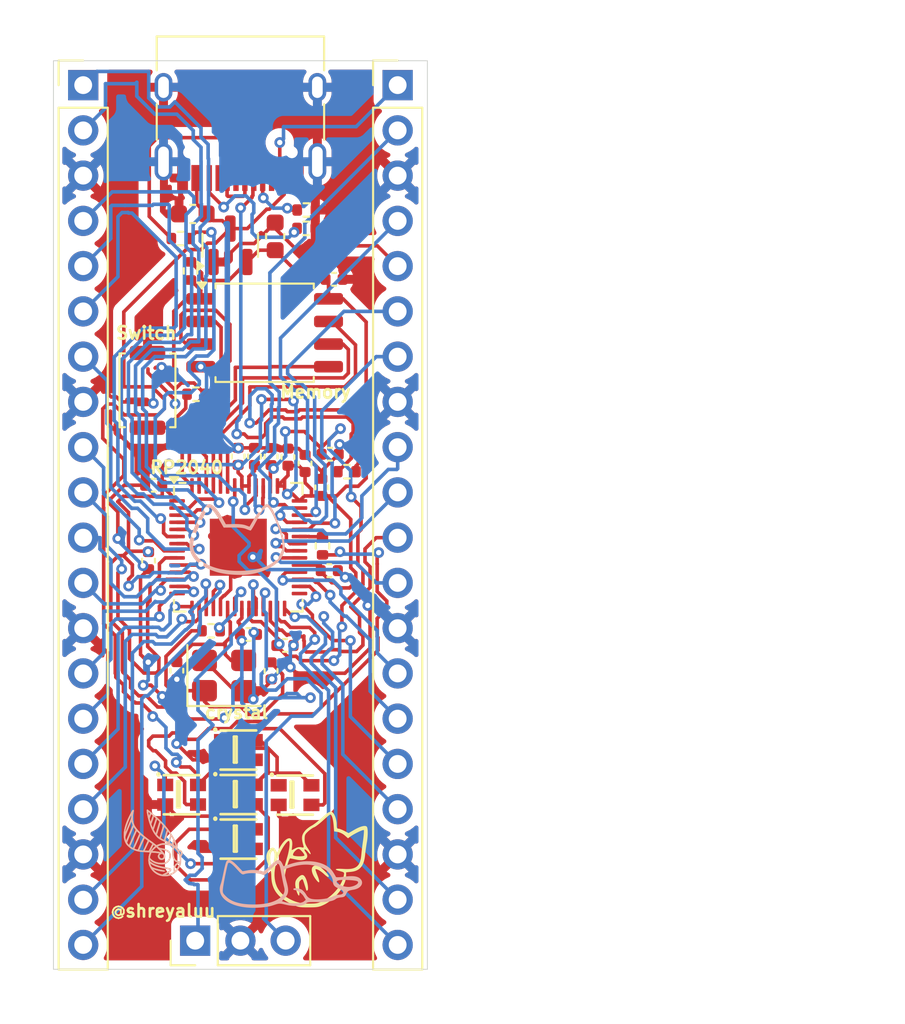
<source format=kicad_pcb>
(kicad_pcb (version 20241229) (generator "pcbnew") (generator_version "9.0")
  (layers (0 "F.Cu" signal) (2 "B.Cu" signal) (13 "F.Paste" user) (15 "B.Paste" user) (5 "F.SilkS" user "F.Silkscreen") (7 "B.SilkS" user "B.Silkscreen") (1 "F.Mask" user) (3 "B.Mask" user) (25 "Edge.Cuts" user))
  (net 0 "")
  (net 1 "GND")
  (net 2 "+3V3")
  (net 3 "VBUS")
  (net 4 "+1V1")
  (net 5 "XIN")
  (net 6 "XOUT")
  (net 7 "GPIO14")
  (net 8 "GPIO0")
  (net 9 "GPIO4")
  (net 10 "GPIO2")
  (net 11 "GPIO1")
  (net 12 "GPIO8")
  (net 13 "GPIO5")
  (net 14 "GPIO12")
  (net 15 "GPIO9")
  (net 16 "GPIO7")
  (net 17 "GPIO15")
  (net 18 "GPIO10")
  (net 19 "GPIO6")
  (net 20 "GPIO3")
  (net 21 "GPIO13")
  (net 22 "GPIO11")
  (net 23 "SWD")
  (net 24 "SWCLK")
  (net 25 "GPIO26_ADC0")
  (net 26 "GPIO21")
  (net 27 "GPIO28_ADC2")
  (net 28 "GPIO24")
  (net 29 "GPIO20")
  (net 30 "GPIO23")
  (net 31 "GPIO18")
  (net 32 "GPIO29_ADC3")
  (net 33 "GPIO27_ADC1")
  (net 34 "GPIO16")
  (net 35 "GPIO22")
  (net 36 "GPIO17")
  (net 37 "GPIO19")
  (net 38 "RUN")
  (net 39 "USB_D+")
  (net 40 "USB_D-")
  (net 41 "Net-(J4-CC1)")
  (net 42 "Net-(J4-CC2)")
  (net 43 "Net-(LED1-DI)")
  (net 44 "Net-(LED1-DO)")
  (net 45 "Net-(LED2-DO)")
  (net 46 "Net-(LED3-DI)")
  (net 47 "Net-(LED3-DO)")
  (net 49 "Net-(U1-USB_DP)")
  (net 50 "Net-(U1-USB_DM)")
  (net 51 "LED")
  (net 52 "Net-(R6-Pad1)")
  (net 53 "QSPI_SS")
  (net 54 "QSPI_SD2")
  (net 55 "QSPI_SD3")
  (net 56 "QSPI_SCLK")
  (net 57 "QSPI_SD1")
  (net 58 "QSPI_SD0")
  (net 59 "Net-(C17-Pad2)")
  (footprint "Resistor_SMD:R_0402_1005Metric" (layer "F.Cu") (at 144.3 87.26)
    (property "Reference" "R1" (hide yes))
    (property "Value" "5.1k")
  )
  (footprint "lcsc:LED-SMD_4P-L2.0-W2.0-TL_WS2812B-2020" (layer "F.Cu") (at 140.4875 120.07)
    (property "Reference" "LED1" (hide yes))
    (property "Value" "WS2812B-2020")
  )
  (footprint "Resistor_SMD:R_0402_1005Metric" (layer "F.Cu") (at 146.58 101.9475)
    (property "Reference" "R4" (hide yes))
    (property "Value" "27")
  )
  (footprint "Capacitor_SMD:C_0402_1005Metric" (layer "F.Cu") (at 144.23 101.4875 90)
    (property "Reference" "C6" (hide yes))
    (property "Value" "0.1uF")
  )
  (footprint "Connector_PinHeader_2.54mm:PinHeader_1x20_P2.54mm_Vertical" (layer "F.Cu") (at 149.43 80.25)
    (property "Reference" "J3" (hide yes))
    (property "Value" "Conn_01x20")
  )
  (footprint "Package_SO:SOIC-8_5.3x5.3mm_P1.27mm" (layer "F.Cu") (at 141.96 94.15)
    (property "Reference" "U3" (hide yes))
    (property "Value" "W25Q16JVSS")
  )
  (footprint "Resistor_SMD:R_0402_1005Metric" (layer "F.Cu") (at 137.8 90.68 90)
    (property "Reference" "R7" (hide yes))
    (property "Value" "10k")
  )
  (footprint "Capacitor_SMD:C_0402_1005Metric" (layer "F.Cu") (at 145.17 102.8275 90)
    (property "Reference" "C7" (hide yes))
    (property "Value" "0.1uF")
  )
  (footprint "Capacitor_SMD:C_0402_1005Metric" (layer "F.Cu") (at 137.03 113.1175 90)
    (property "Reference" "C16" (hide yes))
    (property "Value" "33pF")
  )
  (footprint "Capacitor_SMD:C_0402_1005Metric" (layer "F.Cu") (at 141.05 111.08)
    (property "Reference" "C9" (hide yes))
    (property "Value" "0.1uF")
  )
  (footprint "Capacitor_SMD:C_0402_1005Metric" (layer "F.Cu") (at 141.39 101.09 90)
    (property "Reference" "C4" (hide yes))
    (property "Value" "0.1uF")
  )
  (footprint "Connector_PinHeader_2.54mm:PinHeader_1x20_P2.54mm_Vertical" (layer "F.Cu") (at 131.77 80.25)
    (property "Reference" "J1" (hide yes))
    (property "Value" "Conn_01x20")
  )
  (footprint "Resistor_SMD:R_0402_1005Metric" (layer "F.Cu") (at 144.29 88.29)
    (property "Reference" "R2" (hide yes))
    (property "Value" "5.1k")
  )
  (footprint "Capacitor_SMD:C_0402_1005Metric" (layer "F.Cu") (at 145.86 91.15)
    (property "Reference" "C15" (hide yes))
    (property "Value" "0.1uF")
  )
  (footprint "Capacitor_SMD:C_0402_1005Metric" (layer "F.Cu") (at 135.73 102.7075 180)
    (property "Reference" "C1" (hide yes))
    (property "Value" "1uF")
  )
  (footprint "Resistor_SMD:R_0402_1005Metric" (layer "F.Cu") (at 137.23 88.86)
    (property "Reference" "R3" (hide yes))
    (property "Value" "27")
  )
  (footprint "Capacitor_SMD:C_0402_1005Metric" (layer "F.Cu") (at 142.32 113.1275 90)
    (property "Reference" "C17" (hide yes))
    (property "Value" "33pF")
  )
  (footprint "Capacitor_SMD:C_0402_1005Metric" (layer "F.Cu") (at 143.27 101.13 90)
    (property "Reference" "C5" (hide yes))
    (property "Value" "0.1uF")
  )
  (footprint "Resistor_SMD:R_0402_1005Metric" (layer "F.Cu") (at 145.21 106.1075 -90)
    (property "Reference" "R5" (hide yes))
    (property "Value" "330")
  )
  (footprint "Package_DFN_QFN:QFN-56-1EP_7x7mm_P0.4mm_EP3.2x3.2mm" (layer "F.Cu") (at 140.48 106.1875)
    (property "Reference" "U1" (hide yes))
    (property "Value" "RP2040")
  )
  (footprint "Capacitor_SMD:C_0402_1005Metric" (layer "F.Cu") (at 143.1 111.7)
    (property "Reference" "C13" (hide yes))
    (property "Value" "0.1uF")
  )
  (footprint "lcsc:LED-SMD_4P-L2.0-W2.0-TL_WS2812B-2020" (layer "F.Cu") (at 143.6675 120.1)
    (property "Reference" "LED5" (hide yes))
    (property "Value" "WS2812B-2020")
  )
  (footprint "Capacitor_SMD:C_0402_1005Metric" (layer "F.Cu") (at 145.59 107.5)
    (property "Reference" "C8" (hide yes))
    (property "Value" "0.1uF")
  )
  (footprint "lcsc:LED-SMD_4P-L2.0-W2.0-TL_WS2812B-2020" (layer "F.Cu") (at 140.4875 122.57)
    (property "Reference" "LED4" (hide yes))
    (property "Value" "WS2812B-2020")
  )
  (footprint "Capacitor_SMD:C_0402_1005Metric" (layer "F.Cu") (at 142.32 101.0975 90)
    (property "Reference" "C14" (hide yes))
    (property "Value" "0.1uF")
  )
  (footprint "Crystal:Crystal_SMD_3225-4Pin_3.2x2.5mm" (layer "F.Cu") (at 139.68 113.39)
    (property "Reference" "Y1" (hide yes))
    (property "Value" "12 MHz")
  )
  (footprint "Capacitor_SMD:C_0402_1005Metric" (layer "F.Cu") (at 145.64 100.9675)
    (property "Reference" "C12" (hide yes))
    (property "Value" "1uF")
  )
  (footprint "Resistor_SMD:R_0402_1005Metric" (layer "F.Cu") (at 138.11 97.6)
    (property "Reference" "R6" (hide yes))
    (property "Value" "1k")
  )
  (footprint "Capacitor_SMD:C_0603_1608Metric" (layer "F.Cu") (at 137.925 87.48 180)
    (property "Reference" "C10" (hide yes))
    (property "Value" "10uF")
  )
  (footprint "lcsc:LED-SMD_4P-L2.0-W2.0-TL_WS2812B-2020" (layer "F.Cu") (at 140.485 117.57)
    (property "Reference" "LED2" (hide yes))
    (property "Value" "WS2812B-2020")
  )
  (footprint "Resistor_SMD:R_0402_1005Metric" (layer "F.Cu") (at 138.95 110.8775)
    (property "Reference" "R8" (hide yes))
    (property "Value" "1k")
  )
  (footprint "Capacitor_SMD:C_0402_1005Metric" (layer "F.Cu") (at 135.44 106.94 -90)
    (property "Reference" "C2" (hide yes))
    (property "Value" "0.1uF")
  )
  (footprint "Capacitor_SMD:C_0603_1608Metric" (layer "F.Cu") (at 142.55 88.74 90)
    (property "Reference" "C11" (hide yes))
    (property "Value" "10uF")
  )
  (footprint "Package_TO_SOT_SMD:SOT-23" (layer "F.Cu") (at 140.0275 89.24 90)
    (property "Reference" "U2" (hide yes))
    (property "Value" "MCP1700x-330xxTT")
  )
  (footprint "Connector_USB:USB_C_Receptacle_HRO_TYPE-C-31-M-12" (layer "F.Cu") (at 140.6 81.42 180)
    (property "Reference" "J4" (hide yes))
    (property "Value" "USB_C_Receptacle_USB2.0_14P")
  )
  (footprint "lcsc:LED-SMD_4P-L2.0-W2.0-TL_WS2812B-2020" (layer "F.Cu") (at 137.2975 120.08)
    (property "Reference" "LED3" (hide yes))
    (property "Value" "WS2812B-2020")
  )
  (footprint "Connector_PinHeader_2.54mm:PinHeader_1x03_P2.54mm_Vertical" (layer "F.Cu") (at 138.06 128.27 90)
    (property "Reference" "J2" (hide yes))
    (property "Value" "Conn_01x03")
  )
  (footprint "Capacitor_SMD:C_0402_1005Metric" (layer "F.Cu") (at 140.47 101.09 90)
    (property "Reference" "C3" (hide yes))
    (property "Value" "0.1uF")
  )
  (footprint "Button_Switch_SMD:SW_Push_SPST_NO_Alps_SKRK" (layer "F.Cu") (at 135.38 97.38 -90)
    (property "Reference" "SW1" (hide yes))
    (property "Value" "SW_Push")
  )
  (gr_poly (pts (xy 144.817671 124.049696) (xy 144.789887 124.053148) (xy 144.764081 124.058815) (xy 144.74025 124.066626) (xy 144.718393 124.076511) (xy 144.698505 124.088399) (xy 144.680584 124.102219) (xy 144.664627 124.1179) (xy 144.650631 124.135371) (xy 144.638594 124.154563) (xy 144.628512 124.175403) (xy 144.620382 124.197823) (xy 144.614201 124.221749) (xy 144.609968 124.247113) (xy 144.607678 124.273843) (xy 144.607328 124.301868) (xy 144.608917 124.331118) (xy 144.61244 124.361522) (xy 144.617896 124.393009) (xy 144.625281 124.425509) (xy 144.645826 124.493263) (xy 144.674053 124.564219) (xy 144.709938 124.63781) (xy 144.753459 124.713471) (xy 144.804592 124.790635) (xy 144.863313 124.868738) (xy 144.897107 124.909372) (xy 144.92704 124.942046) (xy 144.953098 124.96686) (xy 144.975265 124.983914) (xy 144.984884 124.989563) (xy 144.993524 124.99331) (xy 145.001184 124.995168) (xy 145.007862 124.995149) (xy 145.013555 124.993265) (xy 145.018262 124.98953) (xy 145.02198 124.983956) (xy 145.024708 124.976556) (xy 145.026444 124.967341) (xy 145.027186 124.956325) (xy 145.02568 124.928941) (xy 145.020174 124.894502) (xy 145.010652 124.853111) (xy 144.9971 124.804867) (xy 144.979502 124.749872) (xy 144.957842 124.688226) (xy 144.932104 124.62003) (xy 144.905398 124.553801) (xy 144.881172 124.491045) (xy 144.859922 124.43325) (xy 144.842146 124.381904) (xy 144.834715 124.359115) (xy 144.828338 124.338496) (xy 144.823077 124.320234) (xy 144.818995 124.304514) (xy 144.816153 124.291522) (xy 144.814613 124.281445) (xy 144.814437 124.274469) (xy 144.81488 124.272202) (xy 144.815688 124.270779) (xy 144.820673 124.266342) (xy 144.826677 124.262937) (xy 144.83366 124.260544) (xy 144.841588 124.259142) (xy 144.850422 124.258708) (xy 144.860127 124.259222) (xy 144.881999 124.263007) (xy 144.90691 124.270327) (xy 144.934564 124.281011) (xy 144.964668 124.294889) (xy 144.996927 124.31179) (xy 145.031047 124.331543) (xy 145.066732 124.353978) (xy 145.103688 124.378925) (xy 145.141621 124.406213) (xy 145.180236 124.435671) (xy 145.219239 124.467129) (xy 145.258335 124.500417) (xy 145.297229 124.535363) (xy 145.325199 124.560977) (xy 145.351572 124.584259) (xy 145.376364 124.60523) (xy 145.39959 124.623915) (xy 145.421266 124.640337) (xy 145.431527 124.647706) (xy 145.441407 124.654518) (xy 145.450906 124.660776) (xy 145.460028 124.666482) (xy 145.468774 124.671641) (xy 145.477146 124.676253) (xy 145.485146 124.680323) (xy 145.492775 124.683853) (xy 145.500037 124.686847) (xy 145.506932 124.689307) (xy 145.513463 124.691235) (xy 145.519632 124.692636) (xy 145.52544 124.693511) (xy 145.530889 124.693864) (xy 145.535982 124.693698) (xy 145.540721 124.693016) (xy 145.545106 124.691819) (xy 145.549141 124.690113) (xy 145.552828 124.687898) (xy 145.556167 124.685179) (xy 145.559161 124.681958) (xy 145.561812 124.678237) (xy 145.563457 124.674487) (xy 145.564423 124.670187) (xy 145.564718 124.665347) (xy 145.564345 124.659975) (xy 145.561615 124.64767) (xy 145.556273 124.633341) (xy 145.548357 124.617059) (xy 145.537907 124.598894) (xy 145.524961 124.578914) (xy 145.509557 124.557191) (xy 145.491736 124.533793) (xy 145.471534 124.508791) (xy 145.448991 124.482254) (xy 145.424147 124.454251) (xy 145.397038 124.424854) (xy 145.367705 124.394131) (xy 145.336187 124.362153) (xy 145.302521 124.328988) (xy 145.26218 124.290957) (xy 145.224365 124.256165) (xy 145.188877 124.224506) (xy 145.155512 124.195869) (xy 145.124069 124.170147) (xy 145.094348 124.147231) (xy 145.066145 124.127013) (xy 145.03926 124.109384) (xy 145.013492 124.094235) (xy 144.988638 124.081458) (xy 144.964498 124.070944) (xy 144.940869 124.062585) (xy 144.929183 124.05918) (xy 144.91755 124.056273) (xy 144.894339 124.051899) (xy 144.871036 124.049354) (xy 144.847438 124.048529)) (fill yes) (layer "F.SilkS"))
  (gr_poly (pts (xy 145.649125 121.032941) (xy 145.628589 121.037137) (xy 145.607125 121.043531) (xy 145.584673 121.052136) (xy 145.561172 121.062965) (xy 145.536563 121.07603) (xy 145.510785 121.091344) (xy 145.483778 121.10892) (xy 145.455483 121.12877) (xy 145.394787 121.175342) (xy 145.328214 121.231162) (xy 145.255286 121.296329) (xy 145.175521 121.370946) (xy 145.097779 121.440833) (xy 145.016936 121.510349) (xy 144.935349 121.577631) (xy 144.855375 121.640821) (xy 144.779369 121.698058) (xy 144.709689 121.747481) (xy 144.677957 121.768681) (xy 144.64869 121.787231) (xy 144.622183 121.802896) (xy 144.598729 121.815446) (xy 144.575503 121.828012) (xy 144.55158 121.841811) (xy 144.527129 121.856711) (xy 144.502322 121.87258) (xy 144.477328 121.889285) (xy 144.45232 121.906696) (xy 144.427466 121.924681) (xy 144.402938 121.943108) (xy 144.378906 121.961844) (xy 144.35554 121.980759) (xy 144.333012 121.99972) (xy 144.311491 122.018596) (xy 144.291149 122.037256) (xy 144.272155 122.055566) (xy 144.254681 122.073396) (xy 144.238896 122.090613) (xy 144.201489 122.137036) (xy 144.168585 122.18146) (xy 144.1401 122.224488) (xy 144.115947 122.266726) (xy 144.096043 122.308778) (xy 144.080301 122.351248) (xy 144.068636 122.394741) (xy 144.060964 122.439863) (xy 144.057198 122.487216) (xy 144.057253 122.537407) (xy 144.061045 122.59104) (xy 144.068488 122.648718) (xy 144.079496 122.711048) (xy 144.093985 122.778633) (xy 144.111869 122.852078) (xy 144.133063 122.931988) (xy 144.139428 122.952591) (xy 144.144545 122.970807) (xy 144.148283 122.986729) (xy 144.150509 123.000449) (xy 144.151014 123.006512) (xy 144.151091 123.01206) (xy 144.150725 123.017105) (xy 144.149899 123.021657) (xy 144.148596 123.025728) (xy 144.146799 123.029331) (xy 144.144494 123.032476) (xy 144.141662 123.035175) (xy 144.138287 123.037441) (xy 144.134353 123.039283) (xy 144.129844 123.040716) (xy 144.124743 123.041748) (xy 144.119033 123.042394) (xy 144.112698 123.042663) (xy 144.105722 123.042568) (xy 144.098088 123.04212) (xy 144.08078 123.040214) (xy 144.060643 123.037036) (xy 144.037545 123.032679) (xy 144.011354 123.027238) (xy 143.991388 123.023766) (xy 143.971181 123.021295) (xy 143.950742 123.019831) (xy 143.930078 123.019383) (xy 143.909196 123.019958) (xy 143.888106 123.021564) (xy 143.866814 123.024208) (xy 143.845328 123.027899) (xy 143.823656 123.032644) (xy 143.801806 123.038452) (xy 143.779786 123.045328) (xy 143.757602 123.053283) (xy 143.735264 123.062322) (xy 143.712778 123.072455) (xy 143.690153 123.083688) (xy 143.667396 123.09603) (xy 143.482187 123.191279) (xy 143.508646 122.931988) (xy 143.512663 122.876064) (xy 143.513873 122.824363) (xy 143.512381 122.776856) (xy 143.508294 122.733519) (xy 143.50172 122.694326) (xy 143.492763 122.659249) (xy 143.481532 122.628263) (xy 143.468132 122.601341) (xy 143.45267 122.578459) (xy 143.435252 122.559588) (xy 143.415986 122.544704) (xy 143.394978 122.53378) (xy 143.372335 122.526789) (xy 143.348162 122.523706) (xy 143.322567 122.524505) (xy 143.295656 122.52916) (xy 143.267536 122.537643) (xy 143.238314 122.54993) (xy 143.208095 122.565993) (xy 143.176987 122.585807) (xy 143.145096 122.609346) (xy 143.112528 122.636583) (xy 143.079391 122.667493) (xy 143.045791 122.702048) (xy 143.011834 122.740224) (xy 142.977627 122.781993) (xy 142.943277 122.82733) (xy 142.90889 122.876208) (xy 142.874572 122.928602) (xy 142.840431 122.984485) (xy 142.806573 123.04383) (xy 142.773105 123.106613) (xy 142.661979 123.328863) (xy 142.582604 123.185988) (xy 142.574047 123.170112) (xy 142.565246 123.155229) (xy 142.556205 123.141335) (xy 142.546927 123.12843) (xy 142.537416 123.116514) (xy 142.527677 123.105586) (xy 142.517713 123.095643) (xy 142.507529 123.086686) (xy 142.497127 123.078714) (xy 142.486512 123.071725) (xy 142.475688 123.065718) (xy 142.464658 123.060693) (xy 142.453427 123.056649) (xy 142.441998 123.053584) (xy 142.430375 123.051497) (xy 142.418563 123.050389) (xy 142.406564 123.050257) (xy 142.394383 123.051101) (xy 142.382024 123.052919) (xy 142.369491 123.055711) (xy 142.356787 123.059477) (xy 142.343916 123.064213) (xy 142.330883 123.069921) (xy 142.31769 123.076599) (xy 142.304343 123.084246) (xy 142.290845 123.09286) (xy 142.277199 123.102442) (xy 142.26341 123.112989) (xy 142.249481 123.124502) (xy 142.235416 123.136979) (xy 142.22122 123.150419) (xy 142.206896 123.164821) (xy 142.187704 123.186643) (xy 142.169814 123.209419) (xy 142.153229 123.233112) (xy 142.137949 123.257684) (xy 142.123976 123.283096) (xy 142.111309 123.309312) (xy 142.089901 123.364003) (xy 142.073732 123.421453) (xy 142.062812 123.48136) (xy 142.057147 123.543422) (xy 142.056745 123.607337) (xy 142.061614 123.672802) (xy 142.071762 123.739515) (xy 142.087197 123.807173) (xy 142.107926 123.875475) (xy 142.133956 123.944118) (xy 142.165297 124.0128) (xy 142.201955 124.081218) (xy 142.243938 124.149071) (xy 142.25361 124.166053) (xy 142.262779 124.185213) (xy 142.271436 124.206498) (xy 142.279574 124.229851) (xy 142.287185 124.255221) (xy 142.294261 124.282551) (xy 142.300794 124.311788) (xy 142.306777 124.342878) (xy 142.31706 124.410399) (xy 142.325049 124.484678) (xy 142.330682 124.565283) (xy 142.333896 124.651779) (xy 142.339751 124.78471) (xy 142.35345 124.911805) (xy 142.36329 124.973238) (xy 142.375149 125.033302) (xy 142.389047 125.092028) (xy 142.405003 125.149444) (xy 142.423036 125.205581) (xy 142.443166 125.260469) (xy 142.465412 125.314139) (xy 142.489793 125.366619) (xy 142.51633 125.417941) (xy 142.545041 125.468134) (xy 142.575945 125.517228) (xy 142.609063 125.565253) (xy 142.644413 125.61224) (xy 142.682014 125.658218) (xy 142.721887 125.703217) (xy 142.764051 125.747268) (xy 142.808524 125.7904) (xy 142.855327 125.832644) (xy 142.955998 125.914586) (xy 143.066218 125.993334) (xy 143.186144 126.06913) (xy 143.315929 126.142212) (xy 143.455729 126.212821) (xy 143.586316 126.272662) (xy 143.642706 126.297211) (xy 143.694764 126.318489) (xy 143.74369 126.336728) (xy 143.790686 126.352161) (xy 143.836953 126.365021) (xy 143.883693 126.37554) (xy 143.932107 126.38395) (xy 143.983398 126.390485) (xy 144.038765 126.395376) (xy 144.099411 126.398856) (xy 144.241345 126.402515) (xy 144.418813 126.403321) (xy 144.585882 126.402391) (xy 144.657577 126.401019) (xy 144.722505 126.398856) (xy 144.78151 126.395763) (xy 144.835438 126.391601) (xy 144.885134 126.386229) (xy 144.931443 126.379509) (xy 144.975209 126.3713) (xy 145.017277 126.361463) (xy 145.058493 126.349859) (xy 145.099701 126.336348) (xy 145.141746 126.320791) (xy 145.185474 126.303048) (xy 145.231728 126.28298) (xy 145.281354 126.260446) (xy 145.400083 126.198372) (xy 145.517557 126.126005) (xy 145.632891 126.044459) (xy 145.745202 125.954852) (xy 145.853606 125.8583) (xy 145.95722 125.755919) (xy 146.05516 125.648824) (xy 146.146542 125.538133) (xy 146.230482 125.424962) (xy 146.306098 125.310426) (xy 146.372505 125.195643) (xy 146.428819 125.081727) (xy 146.474157 124.969796) (xy 146.492434 124.914924) (xy 146.507636 124.860966) (xy 146.519652 124.808062) (xy 146.528371 124.756352) (xy 146.533684 124.705975) (xy 146.535479 124.657071) (xy 146.535479 124.434821) (xy 146.805354 124.408363) (xy 146.89467 124.396743) (xy 146.97815 124.379651) (xy 147.017737 124.36901) (xy 147.055909 124.356947) (xy 147.092679 124.343447) (xy 147.128063 124.328492) (xy 147.162075 124.312063) (xy 147.19473 124.294145) (xy 147.226041 124.274719) (xy 147.256024 124.253767) (xy 147.284694 124.231274) (xy 147.312063 124.20722) (xy 147.338149 124.181589) (xy 147.362963 124.154363) (xy 147.386523 124.125524) (xy 147.408841 124.095056) (xy 147.429932 124.062941) (xy 147.449811 124.029161) (xy 147.468492 123.993699) (xy 147.485991 123.956538) (xy 147.517497 123.877046) (xy 147.544445 123.790548) (xy 147.566951 123.696902) (xy 147.585132 123.595971) (xy 147.599104 123.487613) (xy 147.608189 123.397034) (xy 147.619196 123.301743) (xy 147.644745 123.107936) (xy 147.671286 122.928019) (xy 147.694354 122.783821) (xy 147.706507 122.71814) (xy 147.717164 122.650537) (xy 147.726317 122.581694) (xy 147.733959 122.512292) (xy 147.740081 122.443015) (xy 147.744677 122.374544) (xy 147.747737 122.307561) (xy 147.749255 122.242748) (xy 147.749223 122.180788) (xy 147.747632 122.122363) (xy 147.747252 122.115831) (xy 147.536431 122.115831) (xy 147.535335 122.168241) (xy 147.531635 122.235472) (xy 147.525455 122.315354) (xy 147.516918 122.405715) (xy 147.506149 122.504386) (xy 147.493271 122.609196) (xy 147.461107 122.834671) (xy 147.430432 123.071556) (xy 147.404718 123.291573) (xy 147.387437 123.466446) (xy 147.374346 123.581222) (xy 147.356628 123.685658) (xy 147.333871 123.780078) (xy 147.320475 123.823635) (xy 147.305665 123.864809) (xy 147.28939 123.903643) (xy 147.271598 123.940177) (xy 147.252239 123.974451) (xy 147.231261 124.006506) (xy 147.208612 124.036383) (xy 147.184242 124.064123) (xy 147.158098 124.089766) (xy 147.13013 124.113352) (xy 147.100286 124.134924) (xy 147.068515 124.15452) (xy 147.034765 124.172183) (xy 146.998986 124.187952) (xy 146.961125 124.201869) (xy 146.921131 124.213974) (xy 146.878954 124.224308) (xy 146.834541 124.232911) (xy 146.787841 124.239824) (xy 146.738804 124.245088) (xy 146.633509 124.250832) (xy 146.518246 124.250468) (xy 146.392604 124.244321) (xy 146.305876 124.238596) (xy 146.228356 124.235236) (xy 146.1602 124.234124) (xy 146.101563 124.235143) (xy 146.052599 124.238178) (xy 146.013465 124.243112) (xy 145.997632 124.246255) (xy 145.984314 124.249829) (xy 145.973531 124.253819) (xy 145.965302 124.258212) (xy 145.959647 124.262992) (xy 145.956584 124.268145) (xy 145.956134 124.273657) (xy 145.958316 124.279513) (xy 145.963148 124.285698) (xy 145.970651 124.292198) (xy 145.980843 124.298999) (xy 145.993745 124.306085) (xy 146.009375 124.313442) (xy 146.027753 124.321057) (xy 146.07283 124.336998) (xy 146.129132 124.353791) (xy 146.196812 124.371321) (xy 146.277087 124.392653) (xy 146.309422 124.402017) (xy 146.336959 124.411009) (xy 146.349023 124.415481) (xy 146.36 124.42) (xy 146.369929 124.424612) (xy 146.378848 124.429364) (xy 146.386794 124.434302) (xy 146.393804 124.439472) (xy 146.399918 124.444921) (xy 146.405172 124.450696) (xy 146.409604 124.456843) (xy 146.413253 124.463409) (xy 146.416155 124.470439) (xy 146.418349 124.477981) (xy 146.419873 124.486081) (xy 146.420764 124.494786) (xy 146.42106 124.504142) (xy 146.420799 124.514196) (xy 146.420018 124.524994) (xy 146.418756 124.536582) (xy 146.414939 124.562317) (xy 146.409648 124.591772) (xy 146.403187 124.625321) (xy 146.379761 124.725312) (xy 146.347491 124.826466) (xy 146.306833 124.928209) (xy 146.258245 125.029968) (xy 146.202186 125.131168) (xy 146.139111 125.231237) (xy 146.069478 125.329601) (xy 145.993745 125.425685) (xy 145.912369 125.518917) (xy 145.825807 125.608723) (xy 145.734516 125.694529) (xy 145.638955 125.775762) (xy 145.53958 125.851848) (xy 145.436848 125.922213) (xy 145.331218 125.986284) (xy 145.223146 126.043487) (xy 145.130903 126.087836) (xy 145.088933 126.106286) (xy 145.048769 126.122449) (xy 145.00969 126.136473) (xy 144.970975 126.148504) (xy 144.931904 126.158691) (xy 144.891755 126.16718) (xy 144.849808 126.174119) (xy 144.805342 126.179655) (xy 144.757636 126.183935) (xy 144.705968 126.187107) (xy 144.587867 126.190714) (xy 144.445271 126.191654) (xy 144.347103 126.189402) (xy 144.252756 126.184554) (xy 144.161835 126.176992) (xy 144.073945 126.166602) (xy 143.98869 126.153265) (xy 143.905676 126.136867) (xy 143.824507 126.117291) (xy 143.744787 126.09442) (xy 143.666121 126.068139) (xy 143.588114 126.03833) (xy 143.510371 126.004879) (xy 143.432495 125.967668) (xy 143.354093 125.926581) (xy 143.274769 125.881503) (xy 143.194126 125.832316) (xy 143.111771 125.778904) (xy 143.049466 125.73439) (xy 142.990547 125.687207) (xy 142.935022 125.637416) (xy 142.882896 125.585076) (xy 142.834177 125.530248) (xy 142.788872 125.472993) (xy 142.746987 125.413369) (xy 142.708529 125.351437) (xy 142.673506 125.287257) (xy 142.641922 125.220889) (xy 142.589105 125.081831) (xy 142.550132 124.934741) (xy 142.525058 124.780102) (xy 142.513936 124.618394) (xy 142.51682 124.450097) (xy 142.533766 124.275691) (xy 142.564828 124.095658) (xy 142.610059 123.910479) (xy 142.669514 123.720632) (xy 142.743247 123.5266) (xy 142.753065 123.504555) (xy 142.518484 123.504555) (xy 142.514474 123.568145) (xy 142.506743 123.63465) (xy 142.495788 123.702194) (xy 142.482104 123.7689) (xy 142.466188 123.832894) (xy 142.448535 123.892299) (xy 142.429642 123.945239) (xy 142.410005 123.989838) (xy 142.400062 124.008424) (xy 142.39012 124.024221) (xy 142.380239 124.036995) (xy 142.370483 124.046511) (xy 142.360912 124.052536) (xy 142.35159 124.054834) (xy 142.342578 124.053171) (xy 142.333937 124.047312) (xy 142.325731 124.037024) (xy 142.318021 124.022071) (xy 142.314058 124.009886) (xy 142.310125 123.995282) (xy 142.302477 123.959563) (xy 142.295325 123.916403) (xy 142.288917 123.86729) (xy 142.283501 123.813712) (xy 142.279326 123.757157) (xy 142.276639 123.699114) (xy 142.275688 123.641071) (xy 142.275999 123.607089) (xy 142.276938 123.574594) (xy 142.278513 123.543589) (xy 142.280731 123.514071) (xy 142.283601 123.486042) (xy 142.287129 123.459501) (xy 142.291324 123.434448) (xy 142.296193 123.410884) (xy 142.301744 123.388807) (xy 142.307986 123.36822) (xy 142.314924 123.34912) (xy 142.322569 123.331509) (xy 142.330926 123.315386) (xy 142.340004 123.300751) (xy 142.344816 123.293992) (xy 142.349811 123.287604) (xy 142.35499 123.281589) (xy 142.360355 123.275946) (xy 142.374458 123.263) (xy 142.387113 123.251999) (xy 142.39848 123.24303) (xy 142.403732 123.239333) (xy 142.408724 123.236176) (xy 142.413475 123.233569) (xy 142.418006 123.231524) (xy 142.422338 123.23005) (xy 142.42649 123.229158) (xy 142.430483 123.22886) (xy 142.434338 123.229165) (xy 142.438075 123.230084) (xy 142.441714 123.231628) (xy 142.445275 123.233808) (xy 142.448779 123.236635) (xy 142.452247 123.240118) (xy 142.455697 123.244268) (xy 142.459152 123.249097) (xy 142.462631 123.254615) (xy 142.469743 123.26776) (xy 142.477196 123.283789) (xy 142.485153 123.302787) (xy 142.493777 123.324838) (xy 142.50323 123.350029) (xy 142.508976 123.37064) (xy 142.513358 123.393621) (xy 142.516438 123.418737) (xy 142.518278 123.445755) (xy 142.518484 123.504555) (xy 142.753065 123.504555) (xy 142.831313 123.328863) (xy 142.862824 123.264811) (xy 142.895629 123.201915) (xy 142.929411 123.140584) (xy 142.963853 123.081229) (xy 142.998635 123.024263) (xy 143.03344 122.970094) (xy 143.067951 122.919135) (xy 143.101849 122.871795) (xy 143.134817 122.828486) (xy 143.166538 122.789619) (xy 143.196692 122.755605) (xy 143.224963 122.726853) (xy 143.238293 122.714579) (xy 143.251033 122.703776) (xy 143.263142 122.694493) (xy 143.274583 122.686783) (xy 143.285314 122.680697) (xy 143.295296 122.676286) (xy 143.304489 122.673602) (xy 143.312854 122.672696) (xy 143.320901 122.674046) (xy 143.32818 122.678039) (xy 143.334697 122.684591) (xy 143.34046 122.693615) (xy 143.349747 122.71874) (xy 143.356097 122.752733) (xy 143.359563 122.794911) (xy 143.3602 122.844593) (xy 143.358062 122.901096) (xy 143.353203 122.963738) (xy 143.345678 123.031837) (xy 143.33554 123.104711) (xy 143.322845 123.181678) (xy 143.307646 123.262055) (xy 143.289997 123.345161) (xy 143.269953 123.430314) (xy 143.247568 123.516831) (xy 143.222896 123.604029) (xy 143.174078 123.774031) (xy 143.130747 123.929188) (xy 143.092811 124.070036) (xy 143.060177 124.197109) (xy 143.032753 124.310944) (xy 143.010444 124.412073) (xy 143.001179 124.458041) (xy 142.993158 124.501033) (xy 142.98637 124.541116) (xy 142.980802 124.578358) (xy 142.976444 124.612824) (xy 142.973283 124.644582) (xy 142.971309 124.673699) (xy 142.970508 124.700242) (xy 142.970871 124.724276) (xy 142.972384 124.745871) (xy 142.975037 124.765091) (xy 142.978818 124.782004) (xy 142.983715 124.796677) (xy 142.989716 124.809177) (xy 142.996811 124.81957) (xy 143.004987 124.827924) (xy 143.014232 124.834305) (xy 143.024536 124.83878) (xy 143.035886 124.841416) (xy 143.048271 124.84228) (xy 143.050735 124.842049) (xy 143.053166 124.841365) (xy 143.05556 124.840239) (xy 143.057914 124.838683) (xy 143.062491 124.834326) (xy 143.066874 124.828389) (xy 143.071041 124.820963) (xy 143.074967 124.812142) (xy 143.07863 124.802018) (xy 143.082005 124.790686) (xy 143.085071 124.778237) (xy 143.087804 124.764765) (xy 143.090179 124.750362) (xy 143.092175 124.735123) (xy 143.093768 124.719139) (xy 143.094935 124.702505) (xy 143.095652 124.685312) (xy 143.095896 124.667654) (xy 143.098526 124.62049) (xy 143.106025 124.561707) (xy 143.117802 124.493328) (xy 143.133269 124.417375) (xy 143.151836 124.335872) (xy 143.172915 124.250843) (xy 143.22025 124.078295) (xy 143.270563 123.915917) (xy 143.295362 123.8436) (xy 143.319138 123.779895) (xy 143.341302 123.726824) (xy 143.361265 123.686412) (xy 143.378437 123.660681) (xy 143.385793 123.653953) (xy 143.392229 123.651655) (xy 143.512615 123.674144) (xy 143.61696 123.694814) (xy 143.736188 123.720446) (xy 143.782611 123.730405) (xy 143.827591 123.738482) (xy 143.871078 123.744716) (xy 143.913025 123.749147) (xy 143.953382 123.751814) (xy 143.992102 123.752758) (xy 144.029137 123.752018) (xy 144.064436 123.749633) (xy 144.097953 123.745644) (xy 144.129639 123.74009) (xy 144.159445 123.73301) (xy 144.187323 123.724446) (xy 144.213224 123.714436) (xy 144.2371 123.703019) (xy 144.258903 123.690237) (xy 144.278584 123.676128) (xy 144.296094 123.660733) (xy 144.311385 123.64409) (xy 144.324409 123.62624) (xy 144.335117 123.607223) (xy 144.343462 123.587078) (xy 144.349393 123.565844) (xy 144.352863 123.543563) (xy 144.353824 123.520272) (xy 144.352227 123.496013) (xy 144.349691 123.480814) (xy 144.1924 123.480814) (xy 144.192048 123.484422) (xy 144.191271 123.487613) (xy 144.187347 123.493845) (xy 144.180654 123.499646) (xy 144.171368 123.505016) (xy 144.159666 123.509958) (xy 144.129716 123.518564) (xy 144.092218 123.525481) (xy 144.048579 123.530724) (xy 144.000213 123.534307) (xy 143.948529 123.536248) (xy 143.894938 123.536561) (xy 143.84085 123.535261) (xy 143.787678 123.532364) (xy 143.736831 123.527887) (xy 143.68972 123.521843) (xy 143.647756 123.514249) (xy 143.61235 123.505121) (xy 143.584913 123.494473) (xy 143.574623 123.488584) (xy 143.566854 123.482321) (xy 143.564498 123.479718) (xy 143.562387 123.476874) (xy 143.56052 123.473798) (xy 143.558896 123.470497) (xy 143.557512 123.466979) (xy 143.556367 123.463252) (xy 143.554783 123.455201) (xy 143.554129 123.446406) (xy 143.55439 123.436928) (xy 143.55555 123.426831) (xy 143.557594 123.416175) (xy 143.560506 123.405023) (xy 143.56427 123.393438) (xy 143.568872 123.38148) (xy 143.574296 123.369212) (xy 143.580525 123.356696) (xy 143.587545 123.343994) (xy 143.595341 123.331167) (xy 143.603896 123.318279) (xy 143.612313 123.306202) (xy 143.621621 123.293847) (xy 143.63172 123.281305) (xy 143.642509 123.26867) (xy 143.653887 123.256035) (xy 143.665753 123.243493) (xy 143.678007 123.231138) (xy 143.690547 123.219061) (xy 143.703274 123.207356) (xy 143.716086 123.196116) (xy 143.728882 123.185435) (xy 143.741562 123.175405) (xy 143.754025 123.166118) (xy 143.76617 123.157669) (xy 143.777897 123.15015) (xy 143.789104 123.143655) (xy 143.805447 123.136416) (xy 143.820875 123.130642) (xy 143.83559 123.126435) (xy 143.842743 123.124949) (xy 143.849793 123.123893) (xy 143.856766 123.123279) (xy 143.863686 123.12312) (xy 143.87058 123.123427) (xy 143.877471 123.124214) (xy 143.884386 123.125493) (xy 143.891349 123.127277) (xy 143.898385 123.129578) (xy 143.905521 123.13241) (xy 143.912781 123.135784) (xy 143.920189 123.139713) (xy 143.927773 123.14421) (xy 143.935555 123.149287) (xy 143.951821 123.161234) (xy 143.969186 123.175653) (xy 143.987855 123.192645) (xy 144.008026 123.212312) (xy 144.029904 123.234754) (xy 144.053688 123.260071) (xy 144.069302 123.277102) (xy 144.084342 123.294374) (xy 144.098731 123.311754) (xy 144.112392 123.329111) (xy 144.125247 123.346312) (xy 144.137217 123.363227) (xy 144.148227 123.379724) (xy 144.158198 123.39567) (xy 144.167053 123.410934) (xy 144.174714 123.425384) (xy 144.181104 123.438888) (xy 144.186145 123.451315) (xy 144.189759 123.462533) (xy 144.191008 123.467647) (xy 144.19187 123.47241) (xy 144.192338 123.476804) (xy 144.1924 123.480814) (xy 144.349691 123.480814) (xy 144.348024 123.470824) (xy 144.341165 123.444746) (xy 144.331603 123.417819) (xy 144.31929 123.390081) (xy 144.304176 123.361573) (xy 144.286214 123.332334) (xy 144.265354 123.302405) (xy 144.252247 123.284127) (xy 144.240679 123.266997) (xy 144.230606 123.251017) (xy 144.221987 123.236186) (xy 144.214779 123.222507) (xy 144.208939 123.20998) (xy 144.204424 123.198606) (xy 144.201193 123.188386) (xy 144.199201 123.17932) (xy 144.198407 123.171411) (xy 144.198768 123.164659) (xy 144.200242 123.159064) (xy 144.202785 123.154629) (xy 144.206355 123.151353) (xy 144.21091 123.149238) (xy 144.216406 123.148285) (xy 144.222802 123.148494) (xy 144.230054 123.149867) (xy 144.23812 123.152405) (xy 144.246957 123.156108) (xy 144.256523 123.160979) (xy 144.266775 123.167016) (xy 144.277671 123.174222) (xy 144.289167 123.182598) (xy 144.301221 123.192144) (xy 144.313791 123.202861) (xy 144.340306 123.227815) (xy 144.368371 123.257465) (xy 144.382879 123.274055) (xy 144.397646 123.291821) (xy 144.432061 123.333864) (xy 144.46188 123.366969) (xy 144.487094 123.391501) (xy 144.507696 123.407824) (xy 144.516265 123.413022) (xy 144.523678 123.416303) (xy 144.529934 123.417715) (xy 144.535033 123.417302) (xy 144.538972 123.41511) (xy 144.541752 123.411185) (xy 144.543371 123.405572) (xy 144.543828 123.398316) (xy 144.543123 123.389464) (xy 144.541253 123.37906) (xy 144.53402 123.353781) (xy 144.52212 123.322844) (xy 144.505546 123.286612) (xy 144.48429 123.245451) (xy 144.458345 123.199723) (xy 144.427702 123.149795) (xy 144.392354 123.09603) (xy 144.365857 123.056542) (xy 144.341856 123.019249) (xy 144.320242 122.983862) (xy 144.300908 122.950095) (xy 144.283743 122.917662) (xy 144.268641 122.886275) (xy 144.255492 122.855648) (xy 144.244188 122.825493) (xy 144.23462 122.795525) (xy 144.22668 122.765455) (xy 144.220259 122.734999) (xy 144.215249 122.703867) (xy 144.211541 122.671775) (xy 144.209027 122.638435) (xy 144.207598 122.60356) (xy 144.207146 122.566863) (xy 144.207429 122.526293) (xy 144.208417 122.489607) (xy 144.21032 122.456346) (xy 144.213347 122.426055) (xy 144.215348 122.41188) (xy 144.217707 122.398275) (xy 144.220453 122.385184) (xy 144.22361 122.372549) (xy 144.227205 122.360314) (xy 144.231265 122.34842) (xy 144.235814 122.336811) (xy 144.24088 122.325431) (xy 144.246489 122.31422) (xy 144.252667 122.303123) (xy 144.259439 122.292082) (xy 144.266832 122.281041) (xy 144.274873 122.269941) (xy 144.283587 122.258725) (xy 144.30314 122.23572) (xy 144.325701 122.211568) (xy 144.351478 122.185811) (xy 144.380682 122.157992) (xy 144.413521 122.127654) (xy 144.434763 122.108822) (xy 144.456702 122.090106) (xy 144.479168 122.071623) (xy 144.501991 122.053488) (xy 144.525 122.035819) (xy 144.548024 122.018731) (xy 144.570894 122.00234) (xy 144.593438 121.986764) (xy 144.615485 121.972117) (xy 144.636866 121.958518) (xy 144.65741 121.94608) (xy 144.676947 121.934922) (xy 144.695305 121.925159) (xy 144.712314 121.916908) (xy 144.727804 121.910284) (xy 144.741604 121.905405) (xy 144.756258 121.89886) (xy 144.774254 121.889261) (xy 144.819243 121.861583) (xy 144.874527 121.823735) (xy 144.938057 121.777082) (xy 145.00779 121.722987) (xy 145.081677 121.662815) (xy 145.157672 121.59793) (xy 145.233729 121.529696) (xy 145.307885 121.461969) (xy 145.378506 121.398645) (xy 145.444042 121.34115) (xy 145.502943 121.29091) (xy 145.553658 121.249352) (xy 145.575462 121.232274) (xy 145.594637 121.217901) (xy 145.610992 121.206412) (xy 145.624331 121.197985) (xy 145.634461 121.192798) (xy 145.638261 121.191475) (xy 145.641187 121.19103) (xy 145.649093 121.191678) (xy 145.656931 121.193613) (xy 145.672379 121.201282) (xy 145.687487 121.213912) (xy 145.702207 121.231379) (xy 145.716493 121.253558) (xy 145.730298 121.280326) (xy 145.743577 121.31156) (xy 145.756281 121.347134) (xy 145.768366 121.386925) (xy 145.779784 121.430808) (xy 145.790489 121.478661) (xy 145.800434 121.530358) (xy 145.809573 121.585775) (xy 145.817859 121.64479) (xy 145.825246 121.707277) (xy 145.831688 121.773113) (xy 145.863437 122.138238) (xy 146.069812 122.169988) (xy 146.09229 122.174687) (xy 146.115939 122.180788) (xy 146.140564 122.188208) (xy 146.165972 122.19686) (xy 146.191969 122.206659) (xy 146.218362 122.21752) (xy 146.244956 122.229358) (xy 146.271557 122.242087) (xy 146.297973 122.255622) (xy 146.324009 122.269878) (xy 146.349471 122.28477) (xy 146.374166 122.300212) (xy 146.3979 122.31612) (xy 146.420478 122.332407) (xy 146.441708 122.348989) (xy 146.461396 122.365779) (xy 146.641313 122.524529) (xy 146.784188 122.418696) (xy 146.83053 122.387274) (xy 146.881577 122.354845) (xy 146.936329 122.321888) (xy 146.993787 122.288885) (xy 147.05295 122.256316) (xy 147.112819 122.224661) (xy 147.172392 122.194402) (xy 147.230672 122.166019) (xy 147.286657 122.139992) (xy 147.339347 122.116802) (xy 147.387744 122.09693) (xy 147.430846 122.080856) (xy 147.467653 122.069061) (xy 147.497167 122.062025) (xy 147.508876 122.060443) (xy 147.518387 122.06023) (xy 147.525574 122.061447) (xy 147.530312 122.064155) (xy 147.532919 122.069752) (xy 147.534798 122.080412) (xy 147.536431 122.115831) (xy 147.747252 122.115831) (xy 147.744476 122.068154) (xy 147.739747 122.018845) (xy 147.733436 121.975116) (xy 147.725536 121.937651) (xy 147.716039 121.90713) (xy 147.710689 121.894688) (xy 147.704937 121.884238) (xy 147.697842 121.874346) (xy 147.689472 121.865501) (xy 147.679856 121.857697) (xy 147.669022 121.850927) (xy 147.656999 121.845184) (xy 147.643813 121.840461) (xy 147.61407 121.83405) (xy 147.580016 121.831638) (xy 147.541878 121.833171) (xy 147.499879 121.838596) (xy 147.454245 121.847858) (xy 147.4052 121.860902) (xy 147.352969 121.877675) (xy 147.297778 121.898122) (xy 147.23985 121.922189) (xy 147.17941 121.949822) (xy 147.116684 121.980966) (xy 147.051896 122.015567) (xy 146.985271 122.053571) (xy 146.673062 122.233488) (xy 146.440229 122.11178) (xy 146.390093 122.086572) (xy 146.33977 122.062914) (xy 146.290564 122.041365) (xy 146.243776 122.022483) (xy 146.221696 122.014216) (xy 146.200709 122.006825) (xy 146.180978 122.000379) (xy 146.162665 121.99495) (xy 146.145933 121.990605) (xy 146.130946 121.987415) (xy 146.117865 121.98545) (xy 146.106854 121.98478) (xy 146.091772 121.984253) (xy 146.078225 121.982547) (xy 146.066136 121.979478) (xy 146.060613 121.977373) (xy 146.055426 121.974858) (xy 146.050564 121.971908) (xy 146.046018 121.968501) (xy 146.041778 121.964614) (xy 146.037835 121.960223) (xy 146.034179 121.955305) (xy 146.030799 121.949836) (xy 146.024833 121.937155) (xy 146.01986 121.921993) (xy 146.0158 121.904164) (xy 146.012578 121.883483) (xy 146.010116 121.859764) (xy 146.008336 121.83282) (xy 146.00716 121.802465) (xy 146.006313 121.730779) (xy 146.005764 121.704153) (xy 146.004153 121.676023) (xy 146.001534 121.646622) (xy 145.997962 121.616182) (xy 145.99349 121.584936) (xy 145.988174 121.553116) (xy 145.982067 121.520955) (xy 145.975224 121.488686) (xy 145.967699 121.45654) (xy 145.959545 121.424752) (xy 145.950818 121.393552) (xy 145.941572 121.363174) (xy 145.931861 121.33385) (xy 145.921739 121.305813) (xy 145.91126 121.279295) (xy 145.900479 121.254529) (xy 145.872804 121.197992) (xy 145.84502 121.149492) (xy 145.830937 121.128288) (xy 145.816647 121.109131) (xy 145.80209 121.092035) (xy 145.787205 121.077011) (xy 145.771932 121.064072) (xy 145.756212 121.05323) (xy 145.739984 121.0445) (xy 145.723188 121.037892) (xy 145.705764 121.033419) (xy 145.687653 121.031095) (xy 145.668793 121.030931)) (fill yes) (layer "F.SilkS"))
  (gr_poly (pts (xy 135.381682 120.906441) (xy 135.397651 120.917004) (xy 135.449504 120.955868) (xy 135.522068 121.013542) (xy 135.608336 121.084218) (xy 135.701302 121.162088) (xy 135.793958 121.241342) (xy 135.879296 121.316173) (xy 135.95031 121.380772) (xy 136.06722 121.492241) (xy 136.175179 121.599825) (xy 136.275159 121.704597) (xy 136.368131 121.807633) (xy 136.455068 121.910008) (xy 136.536941 122.012795) (xy 136.614721 122.117071) (xy 136.689379 122.223911) (xy 136.725863 122.278893) (xy 136.760566 122.333368) (xy 136.793486 122.387327) (xy 136.82462 122.440759) (xy 136.853967 122.493653) (xy 136.881523 122.546) (xy 136.907286 122.597788) (xy 136.931253 122.649008) (xy 136.953422 122.699649) (xy 136.973789 122.749701) (xy 136.992354 122.799154) (xy 137.009112 122.847997) (xy 137.024062 122.896219) (xy 137.0372 122.943812) (xy 137.048525 122.990763) (xy 137.058033 123.037064) (xy 137.079199 123.151716) (xy 137.149755 123.1623) (xy 137.167315 123.164807) (xy 137.183661 123.167726) (xy 137.19886 123.171094) (xy 137.212979 123.17495) (xy 137.219654 123.177074) (xy 137.226085 123.179334) (xy 137.232279 123.181735) (xy 137.238245 123.184283) (xy 137.243992 123.186982) (xy 137.249527 123.189837) (xy 137.25486 123.192853) (xy 137.259998 123.196034) (xy 137.26495 123.199386) (xy 137.269724 123.202913) (xy 137.274329 123.206621) (xy 137.278773 123.210514) (xy 137.283065 123.214596) (xy 137.287213 123.218874) (xy 137.291225 123.223351) (xy 137.29511 123.228032) (xy 137.298876 123.232923) (xy 137.302532 123.238028) (xy 137.306085 123.243351) (xy 137.309545 123.248899) (xy 137.316217 123.260685) (xy 137.322616 123.273425) (xy 137.329396 123.288553) (xy 137.335187 123.3035) (xy 137.339991 123.318251) (xy 137.34381 123.332791) (xy 137.346647 123.347102) (xy 137.348506 123.361171) (xy 137.349387 123.374982) (xy 137.349295 123.388519) (xy 137.348231 123.401766) (xy 137.346197 123.414708) (xy 137.343198 123.42733) (xy 137.339235 123.439616) (xy 137.334311 123.451551) (xy 137.328428 123.463118) (xy 137.321589 123.474304) (xy 137.313796 123.485091) (xy 137.308147 123.492651) (xy 137.303082 123.500257) (xy 137.298565 123.508121) (xy 137.294559 123.516456) (xy 137.291029 123.525472) (xy 137.287938 123.535383) (xy 137.285249 123.546399) (xy 137.282928 123.558734) (xy 137.280938 123.572598) (xy 137.279242 123.588203) (xy 137.276589 123.625486) (xy 137.274681 123.672277) (xy 137.273227 123.730272) (xy 137.272131 123.783967) (xy 137.271235 123.808151) (xy 137.270085 123.830758) (xy 137.268666 123.85194) (xy 137.266964 123.871845) (xy 137.264961 123.890623) (xy 137.262644 123.908425) (xy 137.259995 123.9254) (xy 137.257001 123.941697) (xy 137.253644 123.957468) (xy 137.24991 123.972862) (xy 137.245784 123.988028) (xy 137.241249 124.003117) (xy 137.236291 124.018278) (xy 137.230893 124.033661) (xy 137.209909 124.085177) (xy 137.186049 124.13515) (xy 137.159413 124.183485) (xy 137.130104 124.230087) (xy 137.098221 124.274859) (xy 137.063865 124.317706) (xy 137.027137 124.358532) (xy 136.988138 124.397243) (xy 136.946969 124.433741) (xy 136.90373 124.467932) (xy 136.858522 124.499721) (xy 136.811446 124.529011) (xy 136.762603 124.555706) (xy 136.712093 124.579712) (xy 136.660018 124.600933) (xy 136.606477 124.619272) (xy 136.579001 124.626963) (xy 136.549061 124.633504) (xy 136.517002 124.638903) (xy 136.48317 124.643167) (xy 136.447912 124.646305) (xy 136.411574 124.648325) (xy 136.374502 124.649233) (xy 136.337043 124.649038) (xy 136.299542 124.647747) (xy 136.262346 124.645369) (xy 136.225802 124.64191) (xy 136.190254 124.63738) (xy 136.15605 124.631784) (xy 136.123536 124.625132) (xy 136.093059 124.617431) (xy 136.064963 124.608689) (xy 136.010535 124.587954) (xy 135.957786 124.564185) (xy 135.906825 124.537492) (xy 135.857761 124.507982) (xy 135.810702 124.475764) (xy 135.765756 124.440947) (xy 135.723033 124.403639) (xy 135.68264 124.363949) (xy 135.644686 124.321985) (xy 135.60928 124.277856) (xy 135.57653 124.23167) (xy 135.546545 124.183536) (xy 135.519433 124.133563) (xy 135.495303 124.081858) (xy 135.474263 124.02853) (xy 135.456421 123.973689) (xy 135.447364 123.938729) (xy 135.445886 123.931355) (xy 135.530505 123.931355) (xy 135.542852 123.973689) (xy 135.547625 123.98805) (xy 135.552674 124.002011) (xy 135.557987 124.015543) (xy 135.56355 124.028617) (xy 135.569351 124.041206) (xy 135.575377 124.053281) (xy 135.581615 124.064813) (xy 135.588052 124.075774) (xy 135.594674 124.086135) (xy 135.60147 124.095869) (xy 135.608426 124.104946) (xy 135.61553 124.113339) (xy 135.622767 124.121019) (xy 135.630126 124.127957) (xy 135.637594 124.134125) (xy 135.641365 124.136911) (xy 135.645157 124.139494) (xy 135.660471 124.148639) (xy 135.679116 124.158163) (xy 135.700825 124.167992) (xy 135.725332 124.178052) (xy 135.781676 124.19856) (xy 135.84602 124.21909) (xy 135.916235 124.23904) (xy 135.990191 124.257813) (xy 136.065759 124.274807) (xy 136.14081 124.289425) (xy 136.176401 124.295571) (xy 136.208499 124.301469) (xy 136.223271 124.304338) (xy 136.237207 124.30716) (xy 136.250322 124.309941) (xy 136.262629 124.312686) (xy 136.274139 124.3154) (xy 136.284867 124.318088) (xy 136.294824 124.320755) (xy 136.304025 124.323407) (xy 136.312481 124.326049) (xy 136.320207 124.328685) (xy 136.327214 124.331321) (xy 136.333515 124.333963) (xy 136.339124 124.336615) (xy 136.344054 124.339282) (xy 136.348316 124.34197) (xy 136.351926 124.344684) (xy 136.354894 124.347429) (xy 136.356142 124.348815) (xy 136.357235 124.35021) (xy 136.358173 124.351616) (xy 136.35896 124.353032) (xy 136.359596 124.354461) (xy 136.360084 124.355901) (xy 136.360424 124.357355) (xy 136.360618 124.358822) (xy 136.360668 124.360303) (xy 136.360576 124.361799) (xy 136.360343 124.363311) (xy 136.359971 124.364839) (xy 136.359462 124.366383) (xy 136.358816 124.367945) (xy 136.357123 124.371124) (xy 136.354906 124.374381) (xy 136.352177 124.37772) (xy 136.348949 124.381147) (xy 136.344464 124.384297) (xy 136.338021 124.386815) (xy 136.319649 124.390032) (xy 136.294615 124.390949) (xy 136.263704 124.389718) (xy 136.227697 124.386493) (xy 136.187378 124.381426) (xy 136.096934 124.366374) (xy 135.998635 124.345783) (xy 135.898744 124.320872) (xy 135.803525 124.292859) (xy 135.759625 124.278072) (xy 135.719241 124.262966) (xy 135.709768 124.259964) (xy 135.706555 124.259633) (xy 135.70431 124.260035) (xy 135.702998 124.261135) (xy 135.702583 124.262901) (xy 135.70303 124.265296) (xy 135.704303 124.268286) (xy 135.709185 124.275914) (xy 135.716946 124.285508) (xy 135.727301 124.296792) (xy 135.739967 124.309489) (xy 135.754657 124.323323) (xy 135.77109 124.338018) (xy 135.788979 124.353296) (xy 135.808042 124.368882) (xy 135.827993 124.384499) (xy 135.848549 124.399871) (xy 135.869425 124.414721) (xy 135.890338 124.428772) (xy 135.901358 124.435792) (xy 135.913176 124.442928) (xy 135.938762 124.457352) (xy 135.966209 124.471653) (xy 135.994628 124.485437) (xy 136.023129 124.498311) (xy 136.050824 124.509883) (xy 136.076824 124.51976) (xy 136.100241 124.52755) (xy 136.209602 124.561064) (xy 136.354241 124.48698) (xy 136.388996 124.468987) (xy 136.421775 124.451427) (xy 136.452502 124.434363) (xy 136.481103 124.417858) (xy 136.507502 124.401973) (xy 136.531625 124.386769) (xy 136.553397 124.37231) (xy 136.572742 124.358657) (xy 136.589587 124.345873) (xy 136.597048 124.339825) (xy 136.603855 124.334018) (xy 136.61 124.328459) (xy 136.615472 124.323156) (xy 136.620263 124.318116) (xy 136.624364 124.313348) (xy 136.627764 124.308858) (xy 136.630454 124.304656) (xy 136.632426 124.300748) (xy 136.633669 124.297142) (xy 136.634174 124.293846) (xy 136.633933 124.290868) (xy 136.632935 124.288216) (xy 136.631171 124.285897) (xy 136.628259 124.284042) (xy 136.62292 124.281804) (xy 136.605512 124.276306) (xy 136.580043 124.26965) (xy 136.547607 124.262084) (xy 136.509301 124.253857) (xy 136.46622 124.245217) (xy 136.41946 124.236412) (xy 136.370116 124.227689) (xy 136.266394 124.208696) (xy 136.172698 124.189848) (xy 136.087807 124.170793) (xy 136.010503 124.15118) (xy 135.974314 124.141055) (xy 135.939565 124.130658) (xy 135.906102 124.119946) (xy 135.873774 124.108874) (xy 135.842427 124.0974) (xy 135.81191 124.085479) (xy 135.78207 124.073066) (xy 135.752755 124.060119) (xy 135.729059 124.049019) (xy 135.704744 124.037133) (xy 135.680511 124.024835) (xy 135.657064 124.012494) (xy 135.635105 124.000485) (xy 135.615337 123.989178) (xy 135.598463 123.978946) (xy 135.585185 123.970161) (xy 135.530505 123.931355) (xy 135.445886 123.931355) (xy 135.440023 123.90212) (xy 135.434376 123.864075) (xy 135.430404 123.824805) (xy 135.428085 123.784523) (xy 135.427798 123.767314) (xy 135.498754 123.767314) (xy 135.499077 123.770939) (xy 135.500031 123.774858) (xy 135.503757 123.783519) (xy 135.509777 123.793173) (xy 135.517937 123.803694) (xy 135.528081 123.814959) (xy 135.540054 123.826845) (xy 135.553702 123.839227) (xy 135.568869 123.85198) (xy 135.5854 123.864982) (xy 135.603141 123.878108) (xy 135.621936 123.891234) (xy 135.64163 123.904236) (xy 135.662068 123.916989) (xy 135.683095 123.929371) (xy 135.704556 123.941257) (xy 135.726296 123.952522) (xy 135.795591 123.98512) (xy 135.870219 124.015526) (xy 135.950717 124.043865) (xy 136.037623 124.070262) (xy 136.131474 124.094839) (xy 136.232808 124.117721) (xy 136.342162 124.139033) (xy 136.460074 124.158897) (xy 136.496665 124.164781) (xy 136.52981 124.170576) (xy 136.559657 124.176361) (xy 136.586357 124.182213) (xy 136.598574 124.185189) (xy 136.61006 124.18821) (xy 136.620835 124.191287) (xy 136.630916 124.19443) (xy 136.640323 124.197647) (xy 136.649074 124.200949) (xy 136.657189 124.204345) (xy 136.664685 124.207845) (xy 136.671582 124.211459) (xy 136.677898 124.215196) (xy 136.683652 124.219066) (xy 136.688863 124.223079) (xy 136.693549 124.227245) (xy 136.69773 124.231572) (xy 136.701423 124.236071) (xy 136.704648 124.240752) (xy 136.707424 124.245624) (xy 136.709768 124.250698) (xy 136.711701 124.255981) (xy 136.71324 124.261485) (xy 136.714405 124.267219) (xy 136.715213 124.273192) (xy 136.715685 124.279415) (xy 136.715838 124.285897) (xy 136.715601 124.291901) (xy 136.71489 124.298005) (xy 136.712062 124.310498) (xy 136.707373 124.323348) (xy 136.700845 124.336526) (xy 136.692497 124.350004) (xy 136.682352 124.363753) (xy 136.670428 124.377745) (xy 136.656748 124.391951) (xy 136.641331 124.406343) (xy 136.624198 124.420893) (xy 136.605371 124.435572) (xy 136.584869 124.450352) (xy 136.562714 124.465204) (xy 136.538925 124.4801) (xy 136.513525 124.495012) (xy 136.486532 124.509911) (xy 136.470237 124.518452) (xy 136.455723 124.526237) (xy 136.44295 124.533293) (xy 136.431879 124.539649) (xy 136.422473 124.545333) (xy 136.418382 124.547932) (xy 136.414692 124.550373) (xy 136.411399 124.552661) (xy 136.408497 124.554799) (xy 136.405983 124.55679) (xy 136.40385 124.558638) (xy 136.402095 124.560347) (xy 136.400712 124.561919) (xy 136.399697 124.563359) (xy 136.399044 124.564671) (xy 136.398852 124.565279) (xy 136.398749 124.565857) (xy 136.398735 124.566404) (xy 136.398808 124.566921) (xy 136.398968 124.567408) (xy 136.399214 124.567867) (xy 136.399547 124.568297) (xy 136.399964 124.568698) (xy 136.401052 124.569418) (xy 136.402474 124.570031) (xy 136.404225 124.57054) (xy 136.4063 124.570948) (xy 136.408693 124.571259) (xy 136.411401 124.571477) (xy 136.414419 124.571605) (xy 136.417741 124.571647) (xy 136.431 124.571079) (xy 136.446177 124.569415) (xy 136.463079 124.566717) (xy 136.481516 124.563048) (xy 136.501297 124.55847) (xy 136.522231 124.553044) (xy 136.566789 124.539897) (xy 136.613663 124.524105) (xy 136.661323 124.506163) (xy 136.708238 124.486567) (xy 136.75288 124.465814) (xy 136.849894 124.416425) (xy 136.842838 124.312355) (xy 136.841925 124.290159) (xy 136.841818 124.266412) (xy 136.842157 124.254147) (xy 136.929269 124.254147) (xy 136.929269 124.351161) (xy 136.991005 124.280606) (xy 136.997546 124.272747) (xy 137.004558 124.263793) (xy 137.019723 124.243013) (xy 137.035963 124.21909) (xy 137.052741 124.192852) (xy 137.069518 124.165126) (xy 137.085758 124.136738) (xy 137.100924 124.108516) (xy 137.114477 124.081286) (xy 137.127175 124.055334) (xy 137.138675 124.030767) (xy 137.148769 124.008143) (xy 137.157251 123.98802) (xy 137.160823 123.979071) (xy 137.163914 123.970957) (xy 137.166499 123.963747) (xy 137.168551 123.95751) (xy 137.170045 123.952318) (xy 137.170956 123.94824) (xy 137.171256 123.945345) (xy 137.17117 123.944363) (xy 137.170921 123.943703) (xy 137.169544 123.943246) (xy 137.167425 123.943189) (xy 137.164608 123.94352) (xy 137.161137 123.944226) (xy 137.157057 123.945294) (xy 137.152411 123.94671) (xy 137.141597 123.950538) (xy 137.129046 123.955605) (xy 137.115111 123.96181) (xy 137.100142 123.969048) (xy 137.084491 123.977216) (xy 137.065578 123.987923) (xy 137.047869 123.999534) (xy 137.03137 124.012044) (xy 137.016085 124.025448) (xy 137.002019 124.03974) (xy 136.989179 124.054917) (xy 136.977568 124.070972) (xy 136.967192 124.0879) (xy 136.958057 124.105697) (xy 136.950166 124.124356) (xy 136.943527 124.143874) (xy 136.938143 124.164244) (xy 136.93402 124.185461) (xy 136.931163 124.207521) (xy 136.929578 124.230418) (xy 136.929269 124.254147) (xy 136.842157 124.254147) (xy 136.842497 124.241879) (xy 136.84394 124.217326) (xy 136.846128 124.193517) (xy 136.849039 124.171217) (xy 136.850759 124.160871) (xy 136.852653 124.15119) (xy 136.854717 124.142269) (xy 136.856949 124.134202) (xy 136.859162 124.126471) (xy 136.861818 124.118509) (xy 136.868366 124.102005) (xy 136.876413 124.084911) (xy 136.885777 124.06745) (xy 136.896279 124.049845) (xy 136.907737 124.032317) (xy 136.919969 124.015089) (xy 136.932796 123.998383) (xy 136.946037 123.982421) (xy 136.95951 123.967426) (xy 136.973034 123.953619) (xy 136.98643 123.941222) (xy 136.999515 123.930459) (xy 137.005885 123.925759) (xy 137.012109 123.921551) (xy 137.018166 123.917862) (xy 137.024032 123.91472) (xy 137.029685 123.912153) (xy 137.035102 123.910189) (xy 137.038952 123.908821) (xy 137.042563 123.907368) (xy 137.045936 123.905839) (xy 137.049068 123.904243) (xy 137.051961 123.902586) (xy 137.054612 123.900879) (xy 137.057022 123.899129) (xy 137.05919 123.897345) (xy 137.061115 123.895536) (xy 137.062796 123.893708) (xy 137.064233 123.891872) (xy 137.065426 123.890035) (xy 137.066373 123.888206) (xy 137.067073 123.886393) (xy 137.067527 123.884604) (xy 137.067734 123.882848) (xy 137.067692 123.881134) (xy 137.067402 123.87947) (xy 137.066863 123.877863) (xy 137.066073 123.876323) (xy 137.065033 123.874858) (xy 137.063742 123.873477) (xy 137.062199 123.872187) (xy 137.060403 123.870997) (xy 137.058354 123.869916) (xy 137.056051 123.868952) (xy 137.053493 123.868113) (xy 137.050681 123.867407) (xy 137.047612 123.866844) (xy 137.044287 123.866432) (xy 137.040705 123.866178) (xy 137.036866 123.866091) (xy 137.033567 123.865867) (xy 137.029662 123.865209) (xy 137.025204 123.864138) (xy 137.020247 123.862674) (xy 137.014845 123.860838) (xy 137.009053 123.85865) (xy 137.002926 123.856132) (xy 136.996517 123.853303) (xy 136.98988 123.850185) (xy 136.983071 123.846799) (xy 136.976142 123.843164) (xy 136.969149 123.839302) (xy 136.962145 123.835234) (xy 136.955186 123.830979) (xy 136.948325 123.826559) (xy 136.941616 123.821994) (xy 136.916633 123.802513) (xy 136.893312 123.779251) (xy 136.871701 123.752398) (xy 136.85185 123.722142) (xy 136.833808 123.688671) (xy 136.817623 123.652175) (xy 136.803346 123.612842) (xy 136.791024 123.570861) (xy 136.780707 123.526419) (xy 136.772444 123.479707) (xy 136.766285 123.430912) (xy 136.762278 123.380223) (xy 136.760472 123.327828) (xy 136.760528 123.321105) (xy 136.843334 123.321105) (xy 136.844347 123.37983) (xy 136.845869 123.406425) (xy 136.84813 123.430411) (xy 136.851634 123.456516) (xy 136.856153 123.482487) (xy 136.861629 123.508189) (xy 136.868001 123.533488) (xy 136.87521 123.55825) (xy 136.883197 123.58234) (xy 136.891903 123.605623) (xy 136.901267 123.627966) (xy 136.911231 123.649235) (xy 136.921734 123.669294) (xy 136.932718 123.688009) (xy 136.944124 123.705247) (xy 136.955891 123.720872) (xy 136.96796 123.734751) (xy 136.97409 123.740993) (xy 136.980273 123.746748) (xy 136.986501 123.751999) (xy 136.992768 123.75673) (xy 136.998691 123.760695) (xy 137.005174 123.76464) (xy 137.012159 123.768543) (xy 137.019585 123.772385) (xy 137.027394 123.776143) (xy 137.035526 123.779799) (xy 137.043921 123.78333) (xy 137.05252 123.786716) (xy 137.061264 123.789938) (xy 137.070094 123.792973) (xy 137.078949 123.795801) (xy 137.087771 123.798402) (xy 137.096499 123.800755) (xy 137.105075 123.80284) (xy 137.113439 123.804634) (xy 137.121532 123.806119) (xy 137.19738 123.818466) (xy 137.18856 123.659716) (xy 137.186255 123.612922) (xy 137.184781 123.592259) (xy 137.18302 123.573093) (xy 137.180918 123.555177) (xy 137.178421 123.538266) (xy 137.175474 123.522115) (xy 137.172024 123.506478) (xy 137.168015 123.49111) (xy 137.163394 123.475765) (xy 137.158106 123.460198) (xy 137.152097 123.444164) (xy 137.145313 123.427416) (xy 137.1377 123.409709) (xy 137.119769 123.370439) (xy 137.112815 123.356567) (xy 137.10523 123.342147) (xy 137.08846 123.31212) (xy 137.070035 123.281266) (xy 137.050536 123.250494) (xy 137.046983 123.245202) (xy 137.15681 123.245202) (xy 137.156993 123.24687) (xy 137.15753 123.249199) (xy 137.159594 123.255675) (xy 137.162856 123.264302) (xy 137.167173 123.274748) (xy 137.172399 123.286681) (xy 137.17839 123.299773) (xy 137.185001 123.313691) (xy 137.192088 123.328105) (xy 137.199174 123.342682) (xy 137.205786 123.357072) (xy 137.211777 123.370924) (xy 137.217003 123.383888) (xy 137.219284 123.389927) (xy 137.22132 123.395612) (xy 137.223092 123.400899) (xy 137.224582 123.405744) (xy 137.225773 123.410103) (xy 137.226646 123.413933) (xy 137.227183 123.417189) (xy 137.227366 123.419827) (xy 137.227391 123.42098) (xy 137.227467 123.42212) (xy 137.227591 123.423246) (xy 137.227762 123.424358) (xy 137.227978 123.425452) (xy 137.228238 123.426529) (xy 137.22854 123.427585) (xy 137.228882 123.428619) (xy 137.229263 123.429631) (xy 137.22968 123.430617) (xy 137.230134 123.431577) (xy 137.230621 123.432509) (xy 137.231141 123.433411) (xy 137.231692 123.434282) (xy 137.232271 123.43512) (xy 137.232878 123.435923) (xy 137.233511 123.43669) (xy 137.234168 123.437419) (xy 137.234847 123.438109) (xy 137.235548 123.438758) (xy 137.236268 123.439364) (xy 137.237006 123.439927) (xy 137.237759 123.440443) (xy 137.238528 123.440911) (xy 137.239309 123.441331) (xy 137.240102 123.4417) (xy 137.240904 123.442016) (xy 137.241715 123.442279) (xy 137.242531 123.442486) (xy 137.243353 123.442636) (xy 137.244178 123.442727) (xy 137.245005 123.442758) (xy 137.247087 123.442473) (xy 137.249035 123.441638) (xy 137.250849 123.440281) (xy 137.252529 123.438431) (xy 137.254074 123.436115) (xy 137.255485 123.433363) (xy 137.257903 123.426663) (xy 137.259784 123.418556) (xy 137.261128 123.409272) (xy 137.261934 123.399036) (xy 137.262203 123.388077) (xy 137.261934 123.376623) (xy 137.261128 123.364899) (xy 137.259784 123.353134) (xy 137.257903 123.341555) (xy 137.255485 123.330389) (xy 137.252529 123.319865) (xy 137.249035 123.310208) (xy 137.245005 123.301647) (xy 137.243045 123.298156) (xy 137.240817 123.294637) (xy 137.238343 123.291105) (xy 137.235644 123.287574) (xy 137.232743 123.284056) (xy 137.229661 123.280567) (xy 137.226419 123.277119) (xy 137.223039 123.273728) (xy 137.215952 123.267168) (xy 137.208573 123.260998) (xy 137.201075 123.25533) (xy 137.193631 123.250274) (xy 137.186415 123.245941) (xy 137.182946 123.244081) (xy 137.179599 123.242443) (xy 137.176396 123.241042) (xy 137.173357 123.23989) (xy 137.170505 123.239004) (xy 137.167862 123.238395) (xy 137.165448 123.238078) (xy 137.163286 123.238067) (xy 137.161398 123.238376) (xy 137.159804 123.239018) (xy 137.158526 123.240008) (xy 137.157587 123.24136) (xy 137.157008 123.243086) (xy 137.15681 123.245202) (xy 137.046983 123.245202) (xy 137.030541 123.220715) (xy 137.010628 123.192837) (xy 137.000883 123.179896) (xy 136.991377 123.167771) (xy 136.98218 123.156576) (xy 136.973366 123.146425) (xy 136.95581 123.128303) (xy 136.93908 123.111257) (xy 136.923508 123.095699) (xy 136.909425 123.082043) (xy 136.903044 123.076057) (xy 136.89716 123.070702) (xy 136.891813 123.066028) (xy 136.887045 123.062089) (xy 136.882897 123.058935) (xy 136.879411 123.056618) (xy 136.877929 123.05579) (xy 136.876627 123.05519) (xy 136.875512 123.054826) (xy 136.874588 123.054703) (xy 136.87261 123.05544) (xy 136.870648 123.057604) (xy 136.866795 123.065927) (xy 136.863077 123.079096) (xy 136.85954 123.09654) (xy 136.853194 123.141953) (xy 136.84813 123.197578) (xy 136.844719 123.258824) (xy 136.843334 123.321105) (xy 136.760528 123.321105) (xy 136.760917 123.273917) (xy 136.763661 123.218678) (xy 136.768755 123.1623) (xy 136.775748 123.100495) (xy 136.778219 123.075716) (xy 136.779724 123.054482) (xy 136.780047 123.045069) (xy 136.78005 123.03639) (xy 136.779705 123.028396) (xy 136.778986 123.021037) (xy 136.777867 123.014262) (xy 136.776321 123.00802) (xy 136.774321 123.002261) (xy 136.771841 122.996935) (xy 136.768855 122.991992) (xy 136.765336 122.98738) (xy 136.761258 122.98305) (xy 136.756593 122.978952) (xy 136.751317 122.975034) (xy 136.745401 122.971247) (xy 136.73882 122.96754) (xy 136.731548 122.963862) (xy 136.714821 122.956395) (xy 136.695009 122.948442) (xy 136.645282 122.929466) (xy 136.623366 122.921822) (xy 136.598274 122.914783) (xy 136.570469 122.908375) (xy 136.540414 122.902622) (xy 136.50857 122.897552) (xy 136.475401 122.89319) (xy 136.441369 122.889561) (xy 136.406937 122.886692) (xy 136.372567 122.884609) (xy 136.338721 122.883337) (xy 136.305862 122.882902) (xy 136.274452 122.88333) (xy 136.244955 122.884647) (xy 136.217832 122.886878) (xy 136.193546 122.89005) (xy 136.17256 122.894189) (xy 136.155319 122.898802) (xy 136.137489 122.90398) (xy 136.119308 122.909622) (xy 136.101012 122.915631) (xy 136.082841 122.921909) (xy 136.065032 122.928357) (xy 136.047822 122.934878) (xy 136.031449 122.941373) (xy 136.016151 122.947743) (xy 136.002166 122.953892) (xy 135.989731 122.95972) (xy 135.979084 122.96513) (xy 135.970462 122.970023) (xy 135.964104 122.974301) (xy 135.961848 122.976179) (xy 135.960248 122.977866) (xy 135.959331 122.97935) (xy 135.95913 122.980619) (xy 135.959603 122.984597) (xy 135.960681 122.98859) (xy 135.962351 122.992592) (xy 135.964597 122.996598) (xy 135.970761 123.004594) (xy 135.979056 123.012535) (xy 135.989367 123.020371) (xy 136.001577 123.028058) (xy 136.015569 123.035549) (xy 136.031229 123.042796) (xy 136.048438 123.049755) (xy 136.067082 123.056377) (xy 136.087043 123.062617) (xy 136.108206 123.068428) (xy 136.130454 123.073763) (xy 136.153671 123.078577) (xy 136.17774 123.082822) (xy 136.202546 123.086453) (xy 136.23169 123.090908) (xy 136.26082 123.096295) (xy 136.289801 123.102556) (xy 136.318494 123.109631) (xy 136.346764 123.117461) (xy 136.374474 123.125985) (xy 136.401485 123.135145) (xy 136.427663 123.144881) (xy 136.452868 123.155134) (xy 136.476965 123.165845) (xy 136.499817 123.176953) (xy 136.521287 123.1884) (xy 136.541237 123.200126) (xy 136.559531 123.212071) (xy 136.576031 123.224177) (xy 136.590602 123.236383) (xy 136.601403 123.247297) (xy 136.611938 123.259448) (xy 136.622147 123.27271) (xy 136.631971 123.286957) (xy 136.64135 123.302061) (xy 136.650226 123.317897) (xy 136.658539 123.334338) (xy 136.666229 123.351256) (xy 136.673236 123.368526) (xy 136.679503 123.386021) (xy 136.684968 123.403614) (xy 136.689573 123.421178) (xy 136.693258 123.438587) (xy 136.695963 123.455715) (xy 136.69763 123.472435) (xy 136.698199 123.488619) (xy 136.697773 123.508133) (xy 136.696509 123.527628) (xy 136.694426 123.547076) (xy 136.691543 123.566447) (xy 136.68788 123.585715) (xy 136.683456 123.604849) (xy 136.67829 123.62382) (xy 136.672402 123.642601) (xy 136.665812 123.661162) (xy 136.658537 123.679475) (xy 136.650599 123.697511) (xy 136.642016 123.715241) (xy 136.632808 123.732636) (xy 136.622994 123.749668) (xy 136.612594 123.766308) (xy 136.601626 123.782527) (xy 136.590111 123.798297) (xy 136.578067 123.813588) (xy 136.565514 123.828372) (xy 136.552472 123.84262) (xy 136.538959 123.856304) (xy 136.524995 123.869394) (xy 136.5106 123.881862) (xy 136.495793 123.89368) (xy 136.480593 123.904818) (xy 136.46502 123.915247) (xy 136.449092 123.92494) (xy 136.43283 123.933867) (xy 136.416253 123.941999) (xy 136.39938 123.949308) (xy 136.382231 123.955765) (xy 136.364824 123.961341) (xy 136.319055 123.97256) (xy 136.270694 123.980482) (xy 136.220209 123.9852) (xy 136.168068 123.986807) (xy 136.114738 123.985397) (xy 136.060688 123.981061) (xy 136.006384 123.973894) (xy 135.952295 123.963987) (xy 135.898887 123.951435) (xy 135.84663 123.93633) (xy 135.79599 123.918765) (xy 135.747435 123.898834) (xy 135.701434 123.876628) (xy 135.658452 123.852242) (xy 135.618959 123.825768) (xy 135.583421 123.7973) (xy 135.570843 123.786382) (xy 135.559526 123.776767) (xy 135.549408 123.768433) (xy 135.544779 123.764741) (xy 135.540427 123.761361) (xy 135.536343 123.758291) (xy 135.53252 123.755528) (xy 135.52895 123.75307) (xy 135.525626 123.750915) (xy 135.52254 123.749059) (xy 135.519684 123.747501) (xy 135.517049 123.746237) (xy 135.51463 123.745265) (xy 135.512417 123.744582) (xy 135.510402 123.744187) (xy 135.50858 123.744075) (xy 135.507737 123.744125) (xy 135.50694 123.744245) (xy 135.506187 123.744435) (xy 135.505476 123.744694) (xy 135.504808 123.745023) (xy 135.504181 123.74542) (xy 135.503593 123.745886) (xy 135.503045 123.746419) (xy 135.502062 123.74769) (xy 135.501223 123.74923) (xy 135.500522 123.751035) (xy 135.49995 123.753105) (xy 135.499499 123.755435) (xy 135.499161 123.758023) (xy 135.49893 123.760868) (xy 135.498797 123.763965) (xy 135.498754 123.767314) (xy 135.427798 123.767314) (xy 135.4274 123.743439) (xy 135.428327 123.701766) (xy 135.430845 123.659716) (xy 135.434934 123.617501) (xy 135.438017 123.594453) (xy 135.516393 123.594453) (xy 135.516695 123.598739) (xy 135.517587 123.603318) (xy 135.51905 123.608173) (xy 135.521065 123.613287) (xy 135.526672 123.624222) (xy 135.534253 123.635987) (xy 135.543653 123.648444) (xy 135.554717 123.661456) (xy 135.56729 123.674888) (xy 135.581216 123.6886) (xy 135.596342 123.702458) (xy 135.612512 123.716323) (xy 135.62957 123.730059) (xy 135.647362 123.743529) (xy 135.665733 123.756596) (xy 135.684528 123.769122) (xy 135.703591 123.780972) (xy 135.722768 123.792008) (xy 135.748459 123.805154) (xy 135.774583 123.817471) (xy 135.80112 123.828955) (xy 135.828051 123.839605) (xy 135.855353 123.849418) (xy 135.883007 123.858392) (xy 135.910991 123.866522) (xy 135.939286 123.873808) (xy 135.96787 123.880247) (xy 135.996722 123.885835) (xy 136.025823 123.890571) (xy 136.055151 123.894452) (xy 136.084686 123.897474) (xy 136.114407 123.899636) (xy 136.144293 123.900936) (xy 136.174324 123.901369) (xy 136.206739 123.900665) (xy 136.237852 123.898548) (xy 136.267683 123.895009) (xy 136.282124 123.892705) (xy 136.296253 123.890042) (xy 136.310072 123.88702) (xy 136.323583 123.883638) (xy 136.336789 123.879895) (xy 136.349693 123.87579) (xy 136.362297 123.871321) (xy 136.374605 123.866489) (xy 136.386617 123.861292) (xy 136.398338 123.855729) (xy 136.409769 123.849799) (xy 136.420914 123.843501) (xy 136.431774 123.836834) (xy 136.442352 123.829797) (xy 136.452652 123.82239) (xy 136.462675 123.814611) (xy 136.472424 123.806459) (xy 136.481902 123.797934) (xy 136.491111 123.789034) (xy 136.500054 123.779758) (xy 136.508734 123.770105) (xy 136.517152 123.760076) (xy 136.525313 123.749667) (xy 136.533217 123.738879) (xy 136.540868 123.727711) (xy 136.548269 123.716161) (xy 136.55642 123.702775) (xy 136.563709 123.690271) (xy 136.570182 123.678454) (xy 136.575884 123.66713) (xy 136.580863 123.656106) (xy 136.585165 123.645188) (xy 136.588837 123.634183) (xy 136.591925 123.622895) (xy 136.594475 123.611132) (xy 136.596534 123.5987) (xy 136.598149 123.585405) (xy 136.599366 123.571053) (xy 136.600232 123.555451) (xy 136.600792 123.538404) (xy 136.601185 123.499203) (xy 136.601185 123.368675) (xy 136.527102 123.301647) (xy 136.518825 123.294667) (xy 136.509918 123.287646) (xy 136.500452 123.280625) (xy 136.490501 123.273645) (xy 136.480137 123.266748) (xy 136.469431 123.259975) (xy 136.458457 123.253367) (xy 136.447286 123.246966) (xy 136.435991 123.240813) (xy 136.424645 123.23495) (xy 136.413319 123.229417) (xy 136.402086 123.224256) (xy 136.391019 123.219509) (xy 136.380189 123.215216) (xy 136.36967 123.21142) (xy 136.359533 123.208161) (xy 136.318439 123.195841) (xy 136.275527 123.183687) (xy 136.236253 123.173186) (xy 136.219686 123.169021) (xy 136.206074 123.165827) (xy 136.144338 123.155244) (xy 136.232532 123.264605) (xy 136.255125 123.293003) (xy 136.275362 123.318814) (xy 136.293366 123.342263) (xy 136.309262 123.363576) (xy 136.323173 123.382977) (xy 136.335224 123.40069) (xy 136.345539 123.416941) (xy 136.354241 123.431954) (xy 136.361455 123.445955) (xy 136.364543 123.452645) (xy 136.367305 123.459167) (xy 136.369757 123.465548) (xy 136.371914 123.471816) (xy 136.373793 123.478) (xy 136.375407 123.484127) (xy 136.376774 123.490226) (xy 136.377909 123.496324) (xy 136.379542 123.508632) (xy 136.38043 123.521276) (xy 136.380699 123.53448) (xy 136.380504 123.542251) (xy 136.379924 123.550011) (xy 136.378968 123.55775) (xy 136.377643 123.565459) (xy 136.375958 123.573126) (xy 136.37392 123.580741) (xy 136.371539 123.588294) (xy 136.36882 123.595775) (xy 136.365774 123.603174) (xy 136.362408 123.610479) (xy 136.358729 123.617681) (xy 136.354747 123.624769) (xy 136.350469 123.631734) (xy 136.345903 123.638564) (xy 136.33594 123.651779) (xy 136.324923 123.664333) (xy 136.312917 123.676143) (xy 136.299985 123.687126) (xy 136.293193 123.692281) (xy 136.286193 123.697199) (xy 136.278995 123.701869) (xy 136.271605 123.70628) (xy 136.264033 123.710423) (xy 136.256286 123.714287) (xy 136.248373 123.717861) (xy 136.240301 123.721136) (xy 136.232078 123.7241) (xy 136.223713 123.726744) (xy 136.207096 123.730965) (xy 136.190675 123.733743) (xy 136.174494 123.735135) (xy 136.158594 123.735195) (xy 136.143016 123.73398) (xy 136.127804 123.731546) (xy 136.112999 123.727949) (xy 136.098642 123.723244) (xy 136.084777 123.717488) (xy 136.071444 123.710735) (xy 136.058686 123.703043) (xy 136.046545 123.694467) (xy 136.035063 123.685063) (xy 136.024282 123.674887) (xy 136.014244 123.663994) (xy 136.004991 123.65244) (xy 135.996564 123.640283) (xy 135.989006 123.627576) (xy 135.982359 123.614376) (xy 135.976665 123.60074) (xy 135.971966 123.586722) (xy 135.968303 123.572379) (xy 135.965719 123.557767) (xy 135.964256 123.542942) (xy 135.963955 123.527958) (xy 135.964744 123.514806) (xy 136.045354 123.514806) (xy 136.045397 123.521612) (xy 136.045908 123.528472) (xy 136.046891 123.535374) (xy 136.048349 123.542304) (xy 136.050283 123.54925) (xy 136.052698 123.556198) (xy 136.055597 123.563136) (xy 136.058981 123.570051) (xy 136.062854 123.57693) (xy 136.067219 123.583759) (xy 136.072079 123.590527) (xy 136.077437 123.597219) (xy 136.083296 123.603824) (xy 136.089657 123.610328) (xy 136.094483 123.615144) (xy 136.099367 123.61967) (xy 136.104306 123.623907) (xy 136.109294 123.627853) (xy 136.11433 123.631508) (xy 136.119408 123.634873) (xy 136.124524 123.637946) (xy 136.129676 123.640727) (xy 136.134858 123.643217) (xy 136.140068 123.645414) (xy 136.145301 123.647318) (xy 136.150553 123.64893) (xy 136.155821 123.650248) (xy 136.1611 123.651273) (xy 136.166387 123.652004) (xy 136.171678 123.65244) (xy 136.176969 123.652582) (xy 136.182256 123.65243) (xy 136.187536 123.651982) (xy 136.192804 123.651238) (xy 136.198056 123.650199) (xy 136.203289 123.648863) (xy 136.208498 123.647231) (xy 136.213681 123.645302) (xy 136.218832 123.643076) (xy 136.223949 123.640553) (xy 136.229027 123.637731) (xy 136.234062 123.634612) (xy 136.239051 123.631194) (xy 136.243989 123.627478) (xy 136.248873 123.623462) (xy 136.253699 123.619147) (xy 136.25804 123.614706) (xy 136.262131 123.609995) (xy 136.265972 123.605033) (xy 136.26956 123.599841) (xy 136.272896 123.594436) (xy 136.275977 123.588839) (xy 136.278802 123.583068) (xy 136.28137 123.577144) (xy 136.28368 123.571086) (xy 136.28573 123.564913) (xy 136.287519 123.558644) (xy 136.289046 123.552298) (xy 136.291308 123.539457) (xy 136.292505 123.526543) (xy 136.292701 123.520107) (xy 136.292627 123.513712) (xy 136.292282 123.507375) (xy 136.291664 123.501118) (xy 136.290772 123.494959) (xy 136.289606 123.488917) (xy 136.288162 123.483012) (xy 136.286441 123.477264) (xy 136.284441 123.471691) (xy 136.282161 123.466314) (xy 136.279599 123.461151) (xy 136.276754 123.456221) (xy 136.273625 123.451545) (xy 136.27021 123.447142) (xy 136.266508 123.44303) (xy 136.262519 123.43923) (xy 136.253434 123.431725) (xy 136.244663 123.425078) (xy 136.236144 123.419278) (xy 136.22782 123.414315) (xy 136.219629 123.41018) (xy 136.215566 123.408418) (xy 136.211514 123.40686) (xy 136.207466 123.405503) (xy 136.203414 123.404347) (xy 136.199351 123.40339) (xy 136.19527 123.40263) (xy 136.191163 123.402066) (xy 136.187023 123.401698) (xy 136.182842 123.401523) (xy 136.178613 123.401541) (xy 136.174329 123.40175) (xy 136.169981 123.402149) (xy 136.161067 123.403512) (xy 136.151812 123.405618) (xy 136.142157 123.408459) (xy 136.132042 123.412023) (xy 136.121407 123.4163) (xy 136.113512 123.41992) (xy 136.106032 123.423827) (xy 136.098972 123.428008) (xy 136.092334 123.43245) (xy 136.086121 123.43714) (xy 136.080336 123.442066) (xy 136.074982 123.447213) (xy 136.070062 123.45257) (xy 136.065578 123.458123) (xy 136.061534 123.463859) (xy 136.057932 123.469766) (xy 136.054776 123.475831) (xy 136.052068 123.48204) (xy 136.049811 123.488382) (xy 136.048008 123.494842) (xy 136.046663 123.501408) (xy 136.045777 123.508066) (xy 136.045354 123.514806) (xy 135.964744 123.514806) (xy 135.96486 123.512873) (xy 135.967011 123.497742) (xy 135.97045 123.482621) (xy 135.97522 123.467566) (xy 135.981363 123.452633) (xy 135.988921 123.437877) (xy 135.997935 123.423355) (xy 136.040268 123.359855) (xy 135.83213 123.338689) (xy 135.789362 123.334472) (xy 135.748951 123.331082) (xy 135.711765 123.328519) (xy 135.678671 123.326782) (xy 135.650539 123.325873) (xy 135.628235 123.32579) (xy 135.619541 123.326059) (xy 135.612629 123.326534) (xy 135.607608 123.327217) (xy 135.604588 123.328105) (xy 135.602783 123.32968) (xy 135.600691 123.332376) (xy 135.595734 123.340852) (xy 135.589899 123.352988) (xy 135.583366 123.368234) (xy 135.568931 123.405868) (xy 135.553876 123.449373) (xy 135.539648 123.494366) (xy 135.527693 123.536465) (xy 135.523021 123.55506) (xy 135.51946 123.571288) (xy 135.51719 123.584602) (xy 135.516393 123.594453) (xy 135.438017 123.594453) (xy 135.440574 123.575332) (xy 135.447743 123.533422) (xy 135.456421 123.491982) (xy 135.466588 123.451223) (xy 135.478222 123.411359) (xy 135.491303 123.372601) (xy 135.50581 123.335161) (xy 135.507298 123.330752) (xy 135.507622 123.326765) (xy 135.506531 123.323165) (xy 135.503771 123.31992) (xy 135.499088 123.316994) (xy 135.49223 123.314356) (xy 135.482943 123.311971) (xy 135.470973 123.309805) (xy 135.437976 123.305998) (xy 135.391213 123.302667) (xy 135.328657 123.299542) (xy 135.248282 123.296355) (xy 135.190905 123.294032) (xy 135.136365 123.291002) (xy 135.08444 123.287216) (xy 135.034907 123.28263) (xy 134.987545 123.277196) (xy 134.942131 123.270869) (xy 134.898442 123.2636) (xy 134.856258 123.255345) (xy 134.815355 123.246056) (xy 134.775512 123.235687) (xy 134.765903 123.232855) (xy 135.657505 123.232855) (xy 135.657612 123.233677) (xy 135.657932 123.234487) (xy 135.659189 123.23607) (xy 135.661237 123.237595) (xy 135.664037 123.239057) (xy 135.667549 123.240445) (xy 135.671736 123.241754) (xy 135.676559 123.242975) (xy 135.681979 123.2441) (xy 135.687956 123.245122) (xy 135.694453 123.246033) (xy 135.701431 123.246825) (xy 135.70885 123.24749) (xy 135.72486 123.24841) (xy 135.742171 123.24873) (xy 135.762105 123.249288) (xy 135.786875 123.25088) (xy 135.815531 123.253381) (xy 135.847123 123.256668) (xy 135.880699 123.260616) (xy 135.915308 123.265101) (xy 135.95 123.27) (xy 135.983824 123.275189) (xy 136.015467 123.280222) (xy 136.045147 123.284697) (xy 136.072222 123.288552) (xy 136.096051 123.291725) (xy 136.115995 123.294154) (xy 136.131412 123.295776) (xy 136.141661 123.296531) (xy 136.144647 123.296563) (xy 136.146102 123.296355) (xy 136.14572 123.295003) (xy 136.143959 123.292314) (xy 136.136566 123.283209) (xy 136.12446 123.269597) (xy 136.108178 123.252038) (xy 136.065239 123.207306) (xy 136.012046 123.15348) (xy 135.874463 123.015897) (xy 135.765102 123.116439) (xy 135.743766 123.137285) (xy 135.723733 123.157201) (xy 135.705478 123.175753) (xy 135.689475 123.192506) (xy 135.682467 123.200073) (xy 135.676201 123.207028) (xy 135.670736 123.213315) (xy 135.666131 123.218882) (xy 135.662446 123.223674) (xy 135.659741 123.227636) (xy 135.658773 123.229289) (xy 135.658074 123.230715) (xy 135.657648 123.231906) (xy 135.657505 123.232855) (xy 134.765903 123.232855) (xy 134.736506 123.224192) (xy 134.736175 123.224083) (xy 135.556793 123.224083) (xy 135.556963 123.2258) (xy 135.557536 123.226018) (xy 135.55826 123.226013) (xy 135.560143 123.225355) (xy 135.562579 123.223866) (xy 135.565534 123.221583) (xy 135.568976 123.218546) (xy 135.572869 123.214793) (xy 135.581878 123.205294) (xy 135.592293 123.193399) (xy 135.603844 123.179415) (xy 135.616264 123.163654) (xy 135.629283 123.146425) (xy 135.636134 123.137342) (xy 135.643418 123.128) (xy 135.659021 123.108832) (xy 135.675574 123.089498) (xy 135.692562 123.070578) (xy 135.709467 123.052649) (xy 135.725773 123.036292) (xy 135.733539 123.028883) (xy 135.740962 123.022084) (xy 135.747977 123.015968) (xy 135.754519 123.010605) (xy 135.818019 122.96298) (xy 135.773921 122.929466) (xy 135.76536 122.922962) (xy 135.757027 122.916788) (xy 135.749148 122.911111) (xy 135.741951 122.906095) (xy 135.735663 122.901906) (xy 135.732932 122.900173) (xy 135.730513 122.898709) (xy 135.728435 122.897534) (xy 135.726727 122.896669) (xy 135.725416 122.896135) (xy 135.724919 122.895999) (xy 135.724532 122.895953) (xy 135.720829 122.899851) (xy 135.714004 122.91027) (xy 135.692893 122.946995) (xy 135.665001 122.998768) (xy 135.634133 123.05823) (xy 135.604092 123.118023) (xy 135.578681 123.170788) (xy 135.561703 123.209167) (xy 135.557566 123.220661) (xy 135.556793 123.224083) (xy 134.736175 123.224083) (xy 134.698114 123.211523) (xy 134.660116 123.197635) (xy 134.62915 123.18523) (xy 134.918435 123.18523) (xy 134.919645 123.185952) (xy 134.921911 123.186784) (xy 134.929377 123.188731) (xy 134.940356 123.190966) (xy 134.954374 123.193388) (xy 134.970956 123.195893) (xy 134.989625 123.198377) (xy 135.009906 123.200737) (xy 135.031324 123.202869) (xy 135.137157 123.215217) (xy 135.137975 123.213453) (xy 135.221824 123.213453) (xy 135.31531 123.213453) (xy 135.33442 123.213614) (xy 135.353096 123.214086) (xy 135.370904 123.214848) (xy 135.387409 123.215878) (xy 135.402178 123.217156) (xy 135.414777 123.218662) (xy 135.420127 123.219493) (xy 135.424771 123.220374) (xy 135.428656 123.221301) (xy 135.431727 123.222272) (xy 135.433282 123.222732) (xy 135.434974 123.222787) (xy 135.438768 123.221683) (xy 135.443121 123.21895) (xy 135.448043 123.214582) (xy 135.453543 123.208571) (xy 135.459632 123.200909) (xy 135.466321 123.191588) (xy 135.473619 123.1806) (xy 135.490087 123.153594) (xy 135.509117 123.119829) (xy 135.530794 123.079242) (xy 135.555199 123.031772) (xy 135.653977 122.832452) (xy 135.562255 122.768953) (xy 135.468768 122.703688) (xy 135.345296 122.959452) (xy 135.221824 123.213453) (xy 135.137975 123.213453) (xy 135.26063 122.948869) (xy 135.309274 122.844249) (xy 135.349486 122.756164) (xy 135.37746 122.693877) (xy 135.389393 122.666647) (xy 135.389611 122.665904) (xy 135.389607 122.665) (xy 135.388952 122.662733) (xy 135.387471 122.659888) (xy 135.385204 122.656505) (xy 135.382193 122.652625) (xy 135.378479 122.648291) (xy 135.374104 122.643544) (xy 135.369109 122.638425) (xy 135.363535 122.632975) (xy 135.357423 122.627235) (xy 135.343753 122.615053) (xy 135.328429 122.60221) (xy 135.311782 122.589036) (xy 135.294815 122.576179) (xy 135.278572 122.564231) (xy 135.263444 122.553441) (xy 135.249826 122.544057) (xy 135.238109 122.536326) (xy 135.233086 122.533158) (xy 135.228687 122.530497) (xy 135.224959 122.528373) (xy 135.221952 122.526818) (xy 135.219714 122.525862) (xy 135.2189 122.525618) (xy 135.218296 122.525536) (xy 135.212797 122.532848) (xy 135.201505 122.55352) (xy 135.164994 122.627373) (xy 135.060428 122.852076) (xy 134.959831 123.078432) (xy 134.928281 123.154352) (xy 134.920214 123.176368) (xy 134.918435 123.18523) (xy 134.62915 123.18523) (xy 134.622288 123.182481) (xy 134.584408 123.166015) (xy 134.546255 123.148189) (xy 134.518896 123.134116) (xy 134.491178 123.118458) (xy 134.463279 123.101362) (xy 134.45939 123.0988) (xy 134.637977 123.0988) (xy 134.690894 123.12173) (xy 134.707461 123.128634) (xy 134.723391 123.134791) (xy 134.738623 123.140198) (xy 134.753098 123.144854) (xy 134.766757 123.148755) (xy 134.779539 123.151899) (xy 134.785584 123.153186) (xy 134.791387 123.154283) (xy 134.796941 123.15519) (xy 134.802239 123.155906) (xy 134.807274 123.15643) (xy 134.812037 123.156763) (xy 134.816523 123.156904) (xy 134.820722 123.156853) (xy 134.824628 123.156609) (xy 134.828234 123.156173) (xy 134.831531 123.155543) (xy 134.834513 123.15472) (xy 134.837171 123.153704) (xy 134.8395 123.152493) (xy 134.84149 123.151087) (xy 134.843136 123.149487) (xy 134.844428 123.147692) (xy 134.845361 123.145702) (xy 134.845926 123.143515) (xy 134.846116 123.141133) (xy 134.849158 123.129378) (xy 134.857884 123.105635) (xy 134.889992 123.027803) (xy 134.937645 122.918883) (xy 134.996046 122.790119) (xy 135.147741 122.4638) (xy 135.071893 122.398536) (xy 135.057373 122.386026) (xy 135.044202 122.374934) (xy 135.032322 122.365232) (xy 135.026849 122.360893) (xy 135.021678 122.356892) (xy 135.016801 122.353223) (xy 135.012212 122.349885) (xy 135.007902 122.346872) (xy 135.003867 122.344183) (xy 135.000097 122.341812) (xy 134.996586 122.339757) (xy 134.993328 122.338014) (xy 134.990314 122.336579) (xy 134.987537 122.33545) (xy 134.984992 122.334621) (xy 134.98267 122.334091) (xy 134.980564 122.333854) (xy 134.97959 122.333845) (xy 134.978668 122.333909) (xy 134.977796 122.334044) (xy 134.976973 122.33425) (xy 134.9762 122.334527) (xy 134.975474 122.334875) (xy 134.974796 122.335293) (xy 134.974163 122.33578) (xy 134.973576 122.336336) (xy 134.973033 122.336962) (xy 134.972533 122.337655) (xy 134.972076 122.338416) (xy 134.971286 122.34014) (xy 134.970656 122.342129) (xy 134.970178 122.344381) (xy 134.969845 122.346892) (xy 134.969651 122.349657) (xy 134.969588 122.352675) (xy 134.965643 122.364567) (xy 134.955559 122.389937) (xy 134.919538 122.474824) (xy 134.866649 122.594769) (xy 134.802019 122.737203) (xy 134.637977 123.0988) (xy 134.45939 123.0988) (xy 134.435378 123.08298) (xy 134.407652 123.063461) (xy 134.38028 123.042955) (xy 134.353441 123.021612) (xy 134.327312 122.999581) (xy 134.302072 122.977013) (xy 134.292867 122.968272) (xy 134.408671 122.968272) (xy 134.486282 123.021189) (xy 134.563893 123.074105) (xy 134.581532 123.030008) (xy 134.600411 122.984836) (xy 134.639961 122.89485) (xy 134.757921 122.631369) (xy 134.869708 122.379133) (xy 134.904021 122.300475) (xy 134.913395 122.278364) (xy 134.916671 122.269772) (xy 134.916305 122.268415) (xy 134.915231 122.266354) (xy 134.913485 122.263633) (xy 134.911104 122.260291) (xy 134.904579 122.251913) (xy 134.895946 122.24155) (xy 134.885493 122.229533) (xy 134.873511 122.216194) (xy 134.860289 122.201862) (xy 134.846116 122.186869) (xy 134.835146 122.175349) (xy 134.825335 122.165234) (xy 134.816598 122.156483) (xy 134.812607 122.152607) (xy 134.808854 122.149056) (xy 134.805327 122.145825) (xy 134.802018 122.14291) (xy 134.798916 122.140304) (xy 134.79601 122.138004) (xy 134.79329 122.136003) (xy 134.790746 122.134297) (xy 134.788367 122.13288) (xy 134.786143 122.131748) (xy 134.784064 122.130894) (xy 134.78212 122.130314) (xy 134.781194 122.130126) (xy 134.780299 122.130003) (xy 134.779432 122.129947) (xy 134.778592 122.129956) (xy 134.777778 122.13003) (xy 134.776988 122.130167) (xy 134.776222 122.130368) (xy 134.775477 122.130631) (xy 134.774754 122.130957) (xy 134.774049 122.131344) (xy 134.772694 122.132299) (xy 134.7714 122.133492) (xy 134.770158 122.134917) (xy 134.768958 122.13657) (xy 134.767788 122.138445) (xy 134.766639 122.140537) (xy 134.765501 122.142841) (xy 134.764362 122.145351) (xy 134.763213 122.148063) (xy 134.745712 122.191692) (xy 134.705225 122.286749) (xy 134.579768 122.574925) (xy 134.408671 122.968272) (xy 134.292867 122.968272) (xy 134.277899 122.954057) (xy 134.254971 122.930864) (xy 134.233467 122.907583) (xy 134.213566 122.884364) (xy 134.195444 122.861357) (xy 134.179281 122.838711) (xy 134.165255 122.816578) (xy 134.137469 122.764047) (xy 134.242149 122.764047) (xy 134.242443 122.768924) (xy 134.243101 122.773389) (xy 134.244102 122.777512) (xy 134.245422 122.781362) (xy 134.24704 122.785007) (xy 134.248932 122.788518) (xy 134.251076 122.791963) (xy 134.253449 122.795411) (xy 134.263665 122.809968) (xy 134.273162 122.823233) (xy 134.281967 122.835238) (xy 134.290105 122.846012) (xy 134.297602 122.855588) (xy 134.304485 122.863996) (xy 134.307703 122.867771) (xy 134.310778 122.871267) (xy 134.313712 122.874486) (xy 134.316508 122.877432) (xy 134.31917 122.880109) (xy 134.321701 122.882522) (xy 134.324103 122.884674) (xy 134.326382 122.886568) (xy 134.328538 122.88821) (xy 134.330577 122.889602) (xy 134.3325 122.890748) (xy 134.334312 122.891653) (xy 134.336016 122.89232) (xy 134.337613 122.892754) (xy 134.339109 122.892957) (xy 134.340507 122.892935) (xy 134.341808 122.89269) (xy 134.343017 122.892227) (xy 134.344137 122.891549) (xy 134.345171 122.890661) (xy 134.351334 122.880208) (xy 134.36405 122.854005) (xy 134.406246 122.761456) (xy 134.537435 122.465564) (xy 134.717352 122.05105) (xy 134.662671 121.971675) (xy 134.652749 121.957494) (xy 134.643486 121.944713) (xy 134.6391 121.938847) (xy 134.634878 121.933328) (xy 134.63082 121.928157) (xy 134.626925 121.923333) (xy 134.623193 121.918855) (xy 134.619623 121.914723) (xy 134.616215 121.910936) (xy 134.612969 121.907493) (xy 134.609884 121.904393) (xy 134.606961 121.901637) (xy 134.604199 121.899223) (xy 134.601597 121.89715) (xy 134.599155 121.895419) (xy 134.596873 121.894028) (xy 134.594751 121.892977) (xy 134.592787 121.892265) (xy 134.591866 121.892036) (xy 134.590983 121.891892) (xy 134.590141 121.891832) (xy 134.589338 121.891856) (xy 134.588574 121.891965) (xy 134.58785 121.892158) (xy 134.587166 121.892435) (xy 134.586521 121.892796) (xy 134.585915 121.893241) (xy 134.585349 121.89377) (xy 134.584822 121.894382) (xy 134.584335 121.895079) (xy 134.583477 121.896723) (xy 134.582776 121.898701) (xy 134.582231 121.901012) (xy 134.581843 121.903655) (xy 134.58161 121.906631) (xy 134.581532 121.909938) (xy 134.577929 121.922289) (xy 134.567587 121.950205) (xy 134.529498 122.045538) (xy 134.472888 122.18155) (xy 134.40338 122.343855) (xy 134.347741 122.47366) (xy 134.325051 122.527108) (xy 134.305539 122.573657) (xy 134.289024 122.61386) (xy 134.275325 122.648271) (xy 134.269476 122.663477) (xy 134.264262 122.677441) (xy 134.259663 122.690234) (xy 134.255654 122.701925) (xy 134.252214 122.712582) (xy 134.249319 122.722274) (xy 134.246948 122.731071) (xy 134.245077 122.739042) (xy 134.243685 122.746256) (xy 134.242748 122.752782) (xy 134.242243 122.758689) (xy 134.242149 122.764047) (xy 134.137469 122.764047) (xy 134.133648 122.756823) (xy 134.106957 122.693994) (xy 134.085174 122.628116) (xy 134.068296 122.559215) (xy 134.056316 122.487317) (xy 134.054477 122.467884) (xy 134.140464 122.467884) (xy 134.140615 122.479248) (xy 134.141222 122.490506) (xy 134.142262 122.501746) (xy 134.143716 122.513056) (xy 134.147781 122.536233) (xy 134.153252 122.560738) (xy 134.159963 122.587272) (xy 134.179366 122.656064) (xy 134.364574 122.222147) (xy 134.548018 121.786466) (xy 134.514505 121.675342) (xy 134.509726 121.659646) (xy 134.505296 121.645603) (xy 134.501191 121.633174) (xy 134.499254 121.62755) (xy 134.497389 121.622315) (xy 134.495594 121.617461) (xy 134.493866 121.612985) (xy 134.492202 121.608881) (xy 134.490599 121.605144) (xy 134.489054 121.601769) (xy 134.487564 121.59875) (xy 134.486127 121.596083) (xy 134.484739 121.593762) (xy 134.483397 121.591782) (xy 134.4821 121.590137) (xy 134.480842 121.588824) (xy 134.480228 121.58829) (xy 134.479623 121.587836) (xy 134.479027 121.587463) (xy 134.478438 121.587169) (xy 134.477858 121.586953) (xy 134.477286 121.586816) (xy 134.476721 121.586757) (xy 134.476162 121.586774) (xy 134.475611 121.586868) (xy 134.475065 121.587037) (xy 134.474525 121.587281) (xy 134.473991 121.587599) (xy 134.473462 121.587991) (xy 134.472937 121.588456) (xy 134.471901 121.589602) (xy 134.470879 121.591033) (xy 134.469869 121.592743) (xy 134.468868 121.594726) (xy 134.467872 121.596978) (xy 134.46688 121.599494) (xy 134.410876 121.735975) (xy 134.294019 122.014008) (xy 134.239062 122.145497) (xy 134.216752 122.20028) (xy 134.197666 122.248688) (xy 134.181639 122.291422) (xy 134.168507 122.329183) (xy 134.158103 122.362669) (xy 134.153872 122.378029) (xy 134.150262 122.392583) (xy 134.147251 122.406418) (xy 134.144818 122.419623) (xy 134.142944 122.432284) (xy 134.141607 122.44449) (xy 134.140788 122.456328) (xy 134.140464 122.467884) (xy 134.054477 122.467884) (xy 134.049231 122.412447) (xy 134.047034 122.334632) (xy 134.04972 122.253897) (xy 134.057284 122.170268) (xy 134.058974 122.158516) (xy 134.129419 122.158516) (xy 134.130236 122.163507) (xy 134.132043 122.165872) (xy 134.134882 122.165474) (xy 134.138796 122.162175) (xy 134.14529 122.150961) (xy 134.157675 122.12505) (xy 134.197225 122.035836) (xy 134.251658 121.907927) (xy 134.315185 121.754716) (xy 134.360636 121.644487) (xy 134.397013 121.554184) (xy 134.412063 121.515704) (xy 134.425163 121.481245) (xy 134.436418 121.450485) (xy 134.445933 121.423105) (xy 134.453816 121.398785) (xy 134.460172 121.377203) (xy 134.465107 121.35804) (xy 134.468726 121.340974) (xy 134.471136 121.325687) (xy 134.472443 121.311856) (xy 134.472753 121.299163) (xy 134.472171 121.287286) (xy 134.46688 121.211439) (xy 134.436893 121.281994) (xy 134.420219 121.321792) (xy 134.396104 121.378126) (xy 134.338116 121.5113) (xy 134.318204 121.557832) (xy 134.297719 121.60872) (xy 134.256371 121.719163) (xy 134.216759 121.833823) (xy 134.181571 121.943894) (xy 134.153493 122.04057) (xy 134.142961 122.081133) (xy 134.135213 122.115046) (xy 134.130587 122.141207) (xy 134.129419 122.158516) (xy 134.058974 122.158516) (xy 134.069722 122.083771) (xy 134.087028 121.994432) (xy 134.109196 121.902277) (xy 134.136222 121.807331) (xy 134.1681 121.70962) (xy 134.204826 121.609171) (xy 134.246393 121.506008) (xy 134.285344 121.419143) (xy 134.330123 121.325044) (xy 134.377796 121.229374) (xy 134.425428 121.137796) (xy 134.470084 121.055975) (xy 134.508827 120.989575) (xy 134.525065 120.963927) (xy 134.538724 120.944258) (xy 134.549437 120.931276) (xy 134.553574 120.927514) (xy 134.556838 120.925689) (xy 134.558592 120.92542) (xy 134.560534 120.925275) (xy 134.562648 120.925255) (xy 134.564913 120.925358) (xy 134.567313 120.925585) (xy 134.569829 120.925937) (xy 134.572444 120.926412) (xy 134.575138 120.927012) (xy 134.577895 120.927735) (xy 134.580695 120.928582) (xy 134.583521 120.929554) (xy 134.586355 120.93065) (xy 134.589179 120.931869) (xy 134.591974 120.933213) (xy 134.594723 120.93468) (xy 134.597407 120.936272) (xy 134.600797 120.938727) (xy 134.603688 120.941529) (xy 134.606077 120.944775) (xy 134.607963 120.948564) (xy 134.609342 120.952994) (xy 134.610213 120.958162) (xy 134.610571 120.964168) (xy 134.610416 120.971109) (xy 134.609744 120.979083) (xy 134.608552 120.988189) (xy 134.606839 120.998526) (xy 134.604601 121.01019) (xy 134.598541 121.037895) (xy 134.590352 121.072091) (xy 134.582641 121.105237) (xy 134.576041 121.140311) (xy 134.570547 121.177007) (xy 134.566153 121.215022) (xy 134.562856 121.254048) (xy 134.560648 121.293783) (xy 134.559526 121.333921) (xy 134.559484 121.374157) (xy 134.560516 121.414187) (xy 134.562619 121.453705) (xy 134.565786 121.492406) (xy 134.570012 121.529986) (xy 134.575292 121.56614) (xy 134.581622 121.600562) (xy 134.588995 121.632949) (xy 134.597407 121.662994) (xy 134.617021 121.717499) (xy 134.641539 121.772607) (xy 134.671069 121.828422) (xy 134.705721 121.885051) (xy 134.745602 121.9426) (xy 134.790822 122.001175) (xy 134.841488 122.060882) (xy 134.897709 122.121826) (xy 134.959595 122.184114) (xy 135.027252 122.247851) (xy 135.10079 122.313144) (xy 135.180317 122.380098) (xy 135.265943 122.448819) (xy 135.357774 122.519414) (xy 135.455921 122.591988) (xy 135.560491 122.666647) (xy 135.594311 122.690001) (xy 135.628979 122.714575) (xy 135.663523 122.739604) (xy 135.696972 122.764322) (xy 135.728353 122.787966) (xy 135.756696 122.80977) (xy 135.781029 122.828969) (xy 135.80038 122.8448) (xy 135.881518 122.911827) (xy 135.989116 122.86773) (xy 136.016835 122.856919) (xy 136.017119 122.856817) (xy 136.83622 122.856817) (xy 136.836289 122.860392) (xy 136.836558 122.863779) (xy 136.837036 122.866999) (xy 136.83773 122.870073) (xy 136.838649 122.873022) (xy 136.8398 122.875868) (xy 136.841192 122.878631) (xy 136.842832 122.881334) (xy 136.844729 122.883998) (xy 136.846892 122.886644) (xy 136.849327 122.889292) (xy 136.852043 122.891966) (xy 136.855048 122.894685) (xy 136.85835 122.897471) (xy 136.861957 122.900346) (xy 136.87012 122.906446) (xy 136.8796 122.913156) (xy 136.890463 122.920647) (xy 136.8967 122.925191) (xy 136.902821 122.929552) (xy 136.908791 122.933712) (xy 136.914579 122.937652) (xy 136.920149 122.941354) (xy 136.925469 122.944801) (xy 136.930504 122.947973) (xy 136.935222 122.950854) (xy 136.939588 122.953424) (xy 136.943569 122.955666) (xy 136.947132 122.957563) (xy 136.950242 122.959094) (xy 136.952867 122.960244) (xy 136.954972 122.960992) (xy 136.95582 122.961211) (xy 136.956525 122.961323) (xy 136.957083 122.961325) (xy 136.957491 122.961216) (xy 136.957618 122.959965) (xy 136.957349 122.957575) (xy 136.955699 122.949613) (xy 136.952685 122.937807) (xy 136.948451 122.922631) (xy 136.936903 122.884074) (xy 136.922213 122.837744) (xy 136.914307 122.814435) (xy 136.906586 122.792489) (xy 136.899238 122.772446) (xy 136.892447 122.754841) (xy 136.88932 122.747122) (xy 136.886401 122.740214) (xy 136.883715 122.734184) (xy 136.881285 122.7291) (xy 136.879134 122.725028) (xy 136.877286 122.722037) (xy 136.876482 122.720968) (xy 136.875762 122.720193) (xy 136.87513 122.719722) (xy 136.874588 122.719564) (xy 136.874072 122.719666) (xy 136.873515 122.719971) (xy 136.87229 122.721166) (xy 136.870925 122.72311) (xy 136.869434 122.725765) (xy 136.867829 122.729092) (xy 136.866123 122.733051) (xy 136.862461 122.742715) (xy 136.858551 122.754445) (xy 136.854496 122.767933) (xy 136.8504 122.782867) (xy 136.846366 122.798939) (xy 136.840664 122.824715) (xy 136.838595 122.835363) (xy 136.837133 122.844745) (xy 136.83665 122.849014) (xy 136.836343 122.853031) (xy 136.83622 122.856817) (xy 136.017119 122.856817) (xy 136.044427 122.846974) (xy 136.07189 122.837891) (xy 136.099221 122.829669) (xy 136.126418 122.822305) (xy 136.153478 122.815795) (xy 136.180398 122.810139) (xy 136.207176 122.805333) (xy 136.23381 122.801374) (xy 136.260296 122.79826) (xy 136.286633 122.795988) (xy 136.312817 122.794556) (xy 136.338846 122.793962) (xy 136.364717 122.794202) (xy 136.390428 122.795273) (xy 136.415977 122.797175) (xy 136.53063 122.805994) (xy 136.460074 122.77248) (xy 136.402618 122.744708) (xy 136.63273 122.744708) (xy 136.632823 122.746919) (xy 136.633046 122.749081) (xy 136.633403 122.751199) (xy 136.633898 122.753279) (xy 136.634536 122.755324) (xy 136.635319 122.757339) (xy 136.636253 122.75933) (xy 136.63734 122.761301) (xy 136.638585 122.763258) (xy 136.639991 122.765204) (xy 136.641563 122.767146) (xy 136.643303 122.769087) (xy 136.647308 122.772987) (xy 136.652037 122.776944) (xy 136.65752 122.780997) (xy 136.663788 122.785184) (xy 136.670873 122.789544) (xy 136.678805 122.794116) (xy 136.687616 122.798939) (xy 136.693873 122.802472) (xy 136.700049 122.805791) (xy 136.706107 122.808888) (xy 136.712007 122.811754) (xy 136.717711 122.814383) (xy 136.72318 122.816767) (xy 136.728374 122.818897) (xy 136.733256 122.820767) (xy 136.737787 122.822367) (xy 136.741928 122.823692) (xy 136.745639 122.824732) (xy 136.748883 122.82548) (xy 136.751621 122.825928) (xy 136.753813 122.826069) (xy 136.754693 122.826021) (xy 136.755422 122.825894) (xy 136.755995 122.825686) (xy 136.756408 122.825397) (xy 136.758282 122.821342) (xy 136.761148 122.813463) (xy 136.764841 122.802236) (xy 136.769196 122.788135) (xy 136.779228 122.753215) (xy 136.784574 122.733347) (xy 136.789921 122.712508) (xy 136.818143 122.606675) (xy 136.768755 122.509661) (xy 136.750699 122.474417) (xy 136.743287 122.460788) (xy 136.736757 122.449964) (xy 136.73096 122.442055) (xy 136.728291 122.439227) (xy 136.72575 122.437169) (xy 136.723318 122.435894) (xy 136.720979 122.435415) (xy 136.718712 122.435746) (xy 136.716499 122.4369) (xy 136.714323 122.438892) (xy 136.712165 122.441735) (xy 136.710006 122.445442) (xy 136.707828 122.450026) (xy 136.703341 122.461883) (xy 136.698557 122.477415) (xy 136.693329 122.496729) (xy 136.687509 122.519934) (xy 136.673505 122.578452) (xy 136.650794 122.670175) (xy 136.641507 122.706445) (xy 136.637741 122.720156) (xy 136.634699 122.730147) (xy 136.633588 122.73528) (xy 136.632922 122.74012) (xy 136.632765 122.742443) (xy 136.63273 122.744708) (xy 136.402618 122.744708) (xy 136.360635 122.724414) (xy 136.220185 122.657828) (xy 136.201266 122.64899) (xy 136.182272 122.639717) (xy 136.163293 122.630066) (xy 136.148549 122.622278) (xy 136.388285 122.622278) (xy 136.388421 122.624027) (xy 136.388736 122.6258) (xy 136.38923 122.627595) (xy 136.389904 122.629412) (xy 136.391797 122.633118) (xy 136.394417 122.636919) (xy 136.397772 122.640819) (xy 136.401866 122.644819) (xy 136.406704 122.648922) (xy 136.412291 122.653132) (xy 136.418632 122.65745) (xy 136.425733 122.661879) (xy 136.4336 122.666422) (xy 136.442236 122.671081) (xy 136.451647 122.675859) (xy 136.461838 122.680758) (xy 136.478647 122.689002) (xy 136.494442 122.69644) (xy 136.508874 122.702927) (xy 136.515468 122.705769) (xy 136.52159 122.708319) (xy 136.527194 122.710559) (xy 136.532238 122.71247) (xy 136.536678 122.714036) (xy 136.540469 122.715237) (xy 136.543567 122.716055) (xy 136.545929 122.716474) (xy 136.54682 122.716527) (xy 136.547511 122.716473) (xy 136.547996 122.71631) (xy 136.548269 122.716036) (xy 136.550549 122.710796) (xy 136.554608 122.698259) (xy 136.56723 122.65452) (xy 136.584483 122.591268) (xy 136.604713 122.514952) (xy 136.657629 122.320925) (xy 136.601185 122.238022) (xy 136.578062 122.204811) (xy 136.557749 122.176065) (xy 136.549319 122.164349) (xy 136.542398 122.154926) (xy 136.537254 122.148191) (xy 136.535433 122.145954) (xy 136.534157 122.144536) (xy 136.533636 122.144142) (xy 136.533065 122.143951) (xy 136.532447 122.143957) (xy 136.531784 122.144157) (xy 136.530332 122.145117) (xy 136.528728 122.146796) (xy 136.526989 122.149157) (xy 136.525135 122.152163) (xy 136.523182 122.15578) (xy 136.521149 122.15997) (xy 136.519054 122.164697) (xy 136.516915 122.169926) (xy 136.512577 122.181743) (xy 136.508281 122.19513) (xy 136.504171 122.2098) (xy 136.472118 122.329248) (xy 136.436923 122.456303) (xy 136.406689 122.56153) (xy 136.395964 122.59676) (xy 136.389518 122.615494) (xy 136.388945 122.617158) (xy 136.388548 122.618843) (xy 136.388328 122.62055) (xy 136.388285 122.622278) (xy 136.148549 122.622278) (xy 136.144421 122.620097) (xy 136.107355 122.599443) (xy 136.071798 122.578232) (xy 136.038474 122.556938) (xy 136.022875 122.546408) (xy 136.008105 122.536036) (xy 135.994255 122.525882) (xy 135.981416 122.516003) (xy 135.969677 122.506461) (xy 135.964239 122.501744) (xy 136.13783 122.501744) (xy 136.137982 122.503748) (xy 136.138322 122.505762) (xy 136.13885 122.507787) (xy 136.13957 122.509826) (xy 136.141594 122.513953) (xy 136.14441 122.518156) (xy 136.148038 122.522453) (xy 136.152496 122.526859) (xy 136.157801 122.531388) (xy 136.163972 122.536057) (xy 136.171026 122.540881) (xy 136.178982 122.545876) (xy 136.187858 122.551056) (xy 136.197672 122.556438) (xy 136.208441 122.562037) (xy 136.220185 122.567869) (xy 136.310143 122.61373) (xy 136.320727 122.566105) (xy 136.398338 122.283883) (xy 136.463602 122.05105) (xy 136.40363 121.975203) (xy 136.379183 121.944555) (xy 136.357548 121.917876) (xy 136.348456 121.906852) (xy 136.340874 121.897812) (xy 136.335069 121.891087) (xy 136.33131 121.887008) (xy 136.328414 121.889656) (xy 136.323193 121.90042) (xy 136.306726 121.94337) (xy 136.283809 122.010008) (xy 136.256345 122.094486) (xy 136.19538 122.293557) (xy 136.165684 122.396452) (xy 136.139046 122.493786) (xy 136.138078 122.497757) (xy 136.137863 122.499748) (xy 136.13783 122.501744) (xy 135.964239 122.501744) (xy 135.95913 122.497314) (xy 135.907607 122.447438) (xy 135.857589 122.391832) (xy 135.809131 122.330634) (xy 135.803547 122.322689) (xy 135.906213 122.322689) (xy 135.980296 122.398536) (xy 136.05438 122.472619) (xy 136.14963 122.160411) (xy 136.186423 122.036884) (xy 136.21776 121.932869) (xy 136.250171 121.827036) (xy 136.250575 121.826112) (xy 136.250797 121.824998) (xy 136.250841 121.823701) (xy 136.250712 121.822226) (xy 136.24995 121.818773) (xy 136.248545 121.814689) (xy 136.24653 121.810026) (xy 136.243939 121.804836) (xy 136.240805 121.79917) (xy 136.237163 121.793081) (xy 136.233044 121.78662) (xy 136.228484 121.779838) (xy 136.223516 121.772788) (xy 136.218173 121.76552) (xy 136.212489 121.758087) (xy 136.206498 121.750541) (xy 136.200233 121.742932) (xy 136.193727 121.735314) (xy 136.18743 121.727796) (xy 136.181138 121.720482) (xy 136.174899 121.713412) (xy 136.168757 121.706623) (xy 136.16276 121.700154) (xy 136.156954 121.694045) (xy 136.151386 121.688333) (xy 136.146102 121.683058) (xy 136.141149 121.678259) (xy 136.136573 121.673974) (xy 136.13242 121.670241) (xy 136.128738 121.667101) (xy 136.125573 121.664591) (xy 136.122971 121.66275) (xy 136.120979 121.661617) (xy 136.120226 121.661328) (xy 136.119643 121.66123) (xy 136.118037 121.662308) (xy 136.115885 121.665471) (xy 136.11008 121.677629) (xy 136.102497 121.696856) (xy 136.093406 121.722305) (xy 136.083074 121.753128) (xy 136.07177 121.788478) (xy 136.047324 121.869369) (xy 135.992423 122.050829) (xy 135.946782 122.199216) (xy 135.906213 122.322689) (xy 135.803547 122.322689) (xy 135.762291 122.263984) (xy 135.717125 122.192022) (xy 135.67369 122.114887) (xy 135.635969 122.040467) (xy 135.726296 122.040467) (xy 135.780977 122.142772) (xy 135.792676 122.163291) (xy 135.803797 122.182239) (xy 135.814091 122.199203) (xy 135.818851 122.206811) (xy 135.82331 122.213769) (xy 135.827439 122.220023) (xy 135.831206 122.225523) (xy 135.834581 122.230217) (xy 135.837532 122.234053) (xy 135.840028 122.23698) (xy 135.841095 122.238086) (xy 135.842038 122.238945) (xy 135.842851 122.239551) (xy 135.843531 122.239898) (xy 135.844074 122.239978) (xy 135.844477 122.239786) (xy 135.876447 122.139465) (xy 135.908721 122.034651) (xy 135.946782 121.908175) (xy 136.04556 121.583619) (xy 135.989116 121.525411) (xy 135.977413 121.513794) (xy 135.966268 121.502921) (xy 135.955908 121.493041) (xy 135.946562 121.484401) (xy 135.94234 121.480623) (xy 135.938456 121.477248) (xy 135.934939 121.474308) (xy 135.931817 121.471833) (xy 135.929119 121.469854) (xy 135.926873 121.468401) (xy 135.925929 121.467883) (xy 135.925108 121.467507) (xy 135.924415 121.467279) (xy 135.923852 121.467203) (xy 135.922082 121.468997) (xy 135.919452 121.473624) (xy 135.911808 121.490795) (xy 135.901311 121.517556) (xy 135.888354 121.552751) (xy 135.856631 121.643812) (xy 135.819782 121.754716) (xy 135.726296 122.040467) (xy 135.635969 122.040467) (xy 135.632043 122.032719) (xy 135.592241 121.945657) (xy 135.55434 121.853841) (xy 135.518399 121.757411) (xy 135.507411 121.72473) (xy 135.594005 121.72473) (xy 135.629283 121.825272) (xy 135.637113 121.845291) (xy 135.644634 121.86405) (xy 135.6517 121.881114) (xy 135.658166 121.896048) (xy 135.661129 121.902581) (xy 135.663888 121.908419) (xy 135.666425 121.913508) (xy 135.668722 121.917793) (xy 135.67076 121.921221) (xy 135.672522 121.923736) (xy 135.673293 121.924635) (xy 135.673989 121.925285) (xy 135.674606 121.92568) (xy 135.675143 121.925814) (xy 135.676542 121.924452) (xy 135.678723 121.920457) (xy 135.685258 121.905116) (xy 135.694398 121.880886) (xy 135.705791 121.848864) (xy 135.733931 121.765823) (xy 135.766866 121.664758) (xy 135.849769 121.405466) (xy 135.803907 121.357841) (xy 135.794335 121.348146) (xy 135.789809 121.343715) (xy 135.785455 121.339562) (xy 135.781272 121.335685) (xy 135.777258 121.332083) (xy 135.773412 121.328757) (xy 135.769732 121.325706) (xy 135.766218 121.322928) (xy 135.762868 121.320423) (xy 135.75968 121.318192) (xy 135.756654 121.316232) (xy 135.753789 121.314543) (xy 135.751082 121.313125) (xy 135.748533 121.311977) (xy 135.74614 121.311098) (xy 135.743902 121.310488) (xy 135.741818 121.310147) (xy 135.739887 121.310072) (xy 135.738106 121.310265) (xy 135.736475 121.310723) (xy 135.735716 121.311052) (xy 135.734993 121.311447) (xy 135.734308 121.311909) (xy 135.733659 121.312436) (xy 135.73247 121.313689) (xy 135.731426 121.315206) (xy 135.730525 121.316985) (xy 135.729767 121.319027) (xy 135.729149 121.32133) (xy 135.728671 121.323895) (xy 135.728331 121.326719) (xy 135.728128 121.329804) (xy 135.72806 121.333147) (xy 135.727714 121.336705) (xy 135.726699 121.342018) (xy 135.722796 121.357483) (xy 135.716619 121.378695) (xy 135.708437 121.404805) (xy 135.687132 121.468333) (xy 135.661032 121.541286) (xy 135.594005 121.72473) (xy 135.507411 121.72473) (xy 135.484472 121.656505) (xy 135.452618 121.551263) (xy 135.422893 121.441825) (xy 135.416297 121.414644) (xy 135.507348 121.414644) (xy 135.507488 121.424604) (xy 135.508201 121.434869) (xy 135.509476 121.445622) (xy 135.511298 121.457048) (xy 135.513655 121.469328) (xy 135.516533 121.482647) (xy 135.519921 121.497189) (xy 135.522254 121.506668) (xy 135.524613 121.515892) (xy 135.526983 121.524811) (xy 135.529347 121.533376) (xy 135.531691 121.541538) (xy 135.533998 121.549247) (xy 135.536254 121.556456) (xy 135.538442 121.563114) (xy 135.540548 121.569173) (xy 135.542556 121.574583) (xy 135.544449 121.579295) (xy 135.546214 121.583261) (xy 135.547834 121.586431) (xy 135.549294 121.588756) (xy 135.549959 121.589586) (xy 135.550578 121.590187) (xy 135.55115 121.590552) (xy 135.551671 121.590675) (xy 135.552947 121.589489) (xy 135.554765 121.586647) (xy 135.559884 121.576316) (xy 135.56674 121.56032) (xy 135.575043 121.539301) (xy 135.584503 121.513901) (xy 135.594831 121.484759) (xy 135.605739 121.452516) (xy 135.616935 121.417814) (xy 135.675143 121.246716) (xy 135.631046 121.204383) (xy 135.625026 121.198429) (xy 135.619516 121.193135) (xy 135.614485 121.188496) (xy 135.612142 121.186422) (xy 135.609907 121.184512) (xy 135.607779 121.182764) (xy 135.605753 121.181178) (xy 135.603826 121.179755) (xy 135.601994 121.178493) (xy 135.600254 121.177393) (xy 135.598602 121.176454) (xy 135.597034 121.175676) (xy 135.595548 121.175058) (xy 135.594139 121.174601) (xy 135.592804 121.174303) (xy 135.59154 121.174165) (xy 135.590342 121.174187) (xy 135.589208 121.174367) (xy 135.588134 121.174706) (xy 135.587115 121.175203) (xy 135.58615 121.175858) (xy 135.585233 121.17667) (xy 135.584362 121.17764) (xy 135.583533 121.178767) (xy 135.582743 121.18005) (xy 135.581987 121.18149) (xy 135.581262 121.183086) (xy 135.580566 121.184837) (xy 135.579893 121.186744) (xy 135.562916 121.233046) (xy 135.549384 121.269096) (xy 135.534032 121.308453) (xy 135.523515 121.338049) (xy 135.519277 121.351012) (xy 135.515704 121.362995) (xy 135.512783 121.374183) (xy 135.510499 121.384758) (xy 135.508841 121.394904) (xy 135.507795 121.404805) (xy 135.507348 121.414644) (xy 135.416297 121.414644) (xy 135.395354 121.328331) (xy 135.370057 121.210919) (xy 135.34706 121.08973) (xy 135.343939 121.071222) (xy 135.34119 121.054032) (xy 135.340876 121.051931) (xy 135.424485 121.051931) (xy 135.424877 121.061217) (xy 135.426049 121.073304) (xy 135.430342 121.103772) (xy 135.436578 121.139119) (xy 135.443971 121.175127) (xy 135.451736 121.20758) (xy 135.455513 121.221155) (xy 135.459088 121.232261) (xy 135.462363 121.240369) (xy 135.463858 121.243134) (xy 135.465241 121.244952) (xy 135.465762 121.245511) (xy 135.466334 121.245868) (xy 135.466953 121.246027) (xy 135.467618 121.245993) (xy 135.468327 121.24577) (xy 135.469078 121.245363) (xy 135.470698 121.244015) (xy 135.472463 121.241985) (xy 135.474356 121.239309) (xy 135.476364 121.236024) (xy 135.47847 121.232164) (xy 135.480658 121.227768) (xy 135.482914 121.222869) (xy 135.487565 121.211714) (xy 135.492298 121.198988) (xy 135.496991 121.18498) (xy 135.500377 121.173095) (xy 135.503247 121.162491) (xy 135.505579 121.153044) (xy 135.506538 121.148716) (xy 135.507354 121.144631) (xy 135.508025 121.140774) (xy 135.508549 121.137128) (xy 135.508923 121.133679) (xy 135.509145 121.13041) (xy 135.509212 121.127307) (xy 135.509121 121.124354) (xy 135.50887 121.121535) (xy 135.508456 121.118835) (xy 135.507877 121.116238) (xy 135.50713 121.113729) (xy 135.506212 121.111292) (xy 135.505121 121.108913) (xy 135.503855 121.106574) (xy 135.50241 121.104262) (xy 135.500784 121.10196) (xy 135.498975 121.099652) (xy 135.49698 121.097324) (xy 135.494796 121.09496) (xy 135.492421 121.092544) (xy 135.489852 121.090061) (xy 135.484123 121.084831) (xy 135.477588 121.079147) (xy 135.473293 121.075573) (xy 135.469023 121.072133) (xy 135.464806 121.068837) (xy 135.460666 121.065697) (xy 135.456629 121.062722) (xy 135.452721 121.059923) (xy 135.448969 121.05731) (xy 135.445397 121.054893) (xy 135.438899 121.05069) (xy 135.436025 121.048925) (xy 135.433436 121.047397) (xy 135.431156 121.046117) (xy 135.429212 121.045096) (xy 135.42763 121.044343) (xy 135.426435 121.043869) (xy 135.425575 121.044406) (xy 135.424972 121.045972) (xy 135.424485 121.051931) (xy 135.340876 121.051931) (xy 135.338813 121.038113) (xy 135.336808 121.023419) (xy 135.335175 121.009903) (xy 135.333914 120.997519) (xy 135.333025 120.98622) (xy 135.332508 120.97596) (xy 135.332363 120.966691) (xy 135.332591 120.958369) (xy 135.33319 120.950946) (xy 135.334162 120.944375) (xy 135.334787 120.941395) (xy 135.335505 120.93861) (xy 135.336317 120.936016) (xy 135.337221 120.933606) (xy 135.338218 120.931373) (xy 135.339309 120.929314) (xy 135.340492 120.927421) (xy 135.341769 120.925689) (xy 135.343811 120.923396) (xy 135.345954 120.921158) (xy 135.348175 120.918987) (xy 135.35045 120.916897) (xy 135.352756 120.914899) (xy 135.35507 120.913007) (xy 135.357368 120.911234) (xy 135.359628 120.909593) (xy 135.361825 120.908097) (xy 135.363938 120.906758) (xy 135.365941 120.90559) (xy 135.367813 120.904605) (xy 135.36953 120.903816) (xy 135.371069 120.903237) (xy 135.372406 120.90288) (xy 135.372992 120.902789) (xy 135.373519 120.902758)) (fill yes) (layer "F.SilkS"))
  (gr_poly (pts (xy 144.061625 124.58431) (xy 144.049593 124.585814) (xy 144.037301 124.588341) (xy 144.024738 124.591891) (xy 144.011892 124.596465) (xy 143.998751 124.602061) (xy 143.985304 124.608681) (xy 143.97154 124.616324) (xy 143.957445 124.62499) (xy 143.94301 124.634679) (xy 143.928222 124.645392) (xy 143.897542 124.669886) (xy 143.865312 124.698474) (xy 143.831438 124.731154) (xy 143.810529 124.753569) (xy 143.791419 124.775286) (xy 143.774046 124.796476) (xy 143.758346 124.817309) (xy 143.744259 124.837956) (xy 143.731723 124.858588) (xy 143.720674 124.879375) (xy 143.711052 124.900488) (xy 143.702794 124.922096) (xy 143.695839 124.944371) (xy 143.690123 124.967483) (xy 143.685586 124.991603) (xy 143.682165 125.016902) (xy 143.679798 125.043548) (xy 143.678424 125.071715) (xy 143.677979 125.101571) (xy 143.679542 125.145387) (xy 143.684036 125.192893) (xy 143.691164 125.24319) (xy 143.700634 125.295378) (xy 143.71215 125.348558) (xy 143.725418 125.401832) (xy 143.740143 125.454299) (xy 143.756031 125.50506) (xy 143.772787 125.553218) (xy 143.790117 125.597871) (xy 143.807726 125.638122) (xy 143.825319 125.673071) (xy 143.842602 125.701818) (xy 143.851036 125.713586) (xy 143.859281 125.723466) (xy 143.867302 125.731346) (xy 143.875061 125.737113) (xy 143.882521 125.740656) (xy 143.889646 125.741862) (xy 143.892065 125.741355) (xy 143.894359 125.73985) (xy 143.898576 125.733946) (xy 143.902297 125.724352) (xy 143.905521 125.71127) (xy 143.90825 125.694901) (xy 143.910482 125.675448) (xy 143.913459 125.628092) (xy 143.914451 125.570814) (xy 143.913459 125.505226) (xy 143.910482 125.432941) (xy 143.905521 125.355571) (xy 143.901006 125.295342) (xy 143.897428 125.241346) (xy 143.894859 125.193116) (xy 143.893367 125.150188) (xy 143.893046 125.130567) (xy 143.893022 125.112098) (xy 143.893301 125.094721) (xy 143.893894 125.078379) (xy 143.894808 125.063013) (xy 143.896053 125.048567) (xy 143.897636 125.03498) (xy 143.899568 125.022196) (xy 143.901856 125.010156) (xy 143.904509 124.998802) (xy 143.907537 124.988076) (xy 143.910947 124.97792) (xy 143.914749 124.968275) (xy 143.91895 124.959084) (xy 143.923561 124.950288) (xy 143.928589 124.941829) (xy 143.934044 124.933649) (xy 143.939934 124.92569) (xy 143.946267 124.917894) (xy 143.953053 124.910203) (xy 143.9603 124.902558) (xy 143.968017 124.894901) (xy 143.984896 124.879321) (xy 144.020005 124.848646) (xy 144.034556 124.837463) (xy 144.047486 124.829381) (xy 144.053434 124.82658) (xy 144.059084 124.824647) (xy 144.064472 124.823614) (xy 144.069635 124.82351) (xy 144.074607 124.824368) (xy 144.079426 124.826218) (xy 144.084127 124.829091) (xy 144.088745 124.833019) (xy 144.093316 124.838031) (xy 144.097877 124.84416) (xy 144.107111 124.859891) (xy 144.116731 124.880458) (xy 144.127027 124.90611) (xy 144.138283 124.937095) (xy 144.150788 124.973661) (xy 144.180688 125.064529) (xy 144.216654 125.178713) (xy 144.250141 125.283472) (xy 144.276682 125.367394) (xy 144.285953 125.397977) (xy 144.291813 125.419071) (xy 144.293332 125.423892) (xy 144.294913 125.428436) (xy 144.296557 125.432702) (xy 144.298262 125.436692) (xy 144.300029 125.440408) (xy 144.301859 125.443848) (xy 144.30375 125.447016) (xy 144.305703 125.449911) (xy 144.307719 125.452535) (xy 144.309796 125.454889) (xy 144.311936 125.456973) (xy 144.314137 125.458789) (xy 144.3164 125.460338) (xy 144.318726 125.46162) (xy 144.321113 125.462637) (xy 144.323563 125.463389) (xy 144.326074 125.463877) (xy 144.328648 125.464103) (xy 144.331283 125.464067) (xy 144.333981 125.463771) (xy 144.33674 125.463215) (xy 144.339562 125.4624) (xy 144.342445 125.461328) (xy 144.345391 125.459999) (xy 144.348398 125.458414) (xy 144.351468 125.456574) (xy 144.3546 125.45448) (xy 144.357793 125.452134) (xy 144.361049 125.449535) (xy 144.364366 125.446686) (xy 144.367746 125.443586) (xy 144.371188 125.440238) (xy 144.377641 125.432105) (xy 144.383129 125.421686) (xy 144.387676 125.409112) (xy 144.39131 125.394514) (xy 144.395942 125.359777) (xy 144.397233 125.318529) (xy 144.395392 125.271824) (xy 144.390628 125.220716) (xy 144.383152 125.166259) (xy 144.373172 125.109508) (xy 144.360898 125.051517) (xy 144.346538 124.99334) (xy 144.330303 124.936031) (xy 144.312401 124.880644) (xy 144.293041 124.828234) (xy 144.272434 124.779854) (xy 144.250788 124.73656) (xy 144.228313 124.699405) (xy 144.218854 124.684537) (xy 144.209322 124.670693) (xy 144.199704 124.657872) (xy 144.189989 124.646074) (xy 144.180166 124.6353) (xy 144.170223 124.625548) (xy 144.160148 124.61682) (xy 144.14993 124.609115) (xy 144.139556 124.602434) (xy 144.129016 124.596775) (xy 144.118298 124.59214) (xy 144.10739 124.588527) (xy 144.09628 124.585938) (xy 144.084957 124.584373) (xy 144.073409 124.58383)) (fill yes) (layer "F.SilkS"))
  (gr_poly (pts (xy 142.055124 103.77) (xy 142.041765 103.773029) (xy 142.012289 103.784981) (xy 141.97934 103.804562) (xy 141.943167 103.83149) (xy 141.904017 103.865488) (xy 141.862138 103.906276) (xy 141.817779 103.953576) (xy 141.771188 104.007107) (xy 141.722612 104.066592) (xy 141.6723 104.131751) (xy 141.620499 104.202305) (xy 141.567458 104.277974) (xy 141.513426 104.358481) (xy 141.458649 104.443546) (xy 141.403375 104.532889) (xy 141.347854 104.626232) (xy 141.109729 105.033691) (xy 140.887479 104.954316) (xy 140.859587 104.944765) (xy 140.82954 104.93595) (xy 140.797415 104.927864) (xy 140.76329 104.920499) (xy 140.689352 104.9079) (xy 140.608344 104.898092) (xy 140.520887 104.891012) (xy 140.4276 104.886599) (xy 140.329105 104.88479) (xy 140.226021 104.885524) (xy 139.781521 104.896107) (xy 139.633354 104.626232) (xy 139.56768 104.508593) (xy 139.503595 104.399745) (xy 139.441075 104.299671) (xy 139.380098 104.208356) (xy 139.320641 104.125785) (xy 139.291474 104.087773) (xy 139.262679 104.051942) (xy 139.234252 104.018288) (xy 139.20619 103.986811) (xy 139.178491 103.957509) (xy 139.151151 103.930378) (xy 139.124168 103.905418) (xy 139.097538 103.882627) (xy 139.071259 103.862001) (xy 139.045328 103.843541) (xy 139.019742 103.827243) (xy 138.994498 103.813106) (xy 138.969593 103.801128) (xy 138.945024 103.791306) (xy 138.920789 103.78364) (xy 138.896884 103.778126) (xy 138.873306 103.774764) (xy 138.850053 103.77355) (xy 138.827122 103.774484) (xy 138.80451 103.777563) (xy 138.782213 103.782785) (xy 138.76023 103.790149) (xy 138.7374 103.802349) (xy 138.711727 103.822758) (xy 138.652753 103.886319) (xy 138.585112 103.977056) (xy 138.510611 104.091195) (xy 138.431057 104.224961) (xy 138.348254 104.374578) (xy 138.26401 104.536273) (xy 138.18013 104.706269) (xy 138.020688 105.056067) (xy 137.948737 105.228318) (xy 137.884376 105.393772) (xy 137.829409 105.548653) (xy 137.785643 105.689186) (xy 137.754884 105.811595) (xy 137.738938 105.912107) (xy 137.734611 105.981032) (xy 137.73353 106.048894) (xy 137.735685 106.115684) (xy 137.741067 106.181393) (xy 137.749665 106.246014) (xy 137.761471 106.309537) (xy 137.776474 106.371953) (xy 137.794666 106.433254) (xy 137.816035 106.493431) (xy 137.840572 106.552475) (xy 137.868269 106.610378) (xy 137.899114 106.667131) (xy 137.933099 106.722725) (xy 137.970213 106.777151) (xy 138.010447 106.830402) (xy 138.053792 106.882467) (xy 138.100237 106.933338) (xy 138.149773 106.983007) (xy 138.258079 107.078703) (xy 138.378632 107.169484) (xy 138.511356 107.255281) (xy 138.656171 107.336024) (xy 138.813001 107.411644) (xy 138.981769 107.48207) (xy 139.162396 107.547233) (xy 139.277468 107.583189) (xy 139.401586 107.615611) (xy 139.533501 107.644436) (xy 139.671967 107.669602) (xy 139.815735 107.691048) (xy 139.963556 107.708711) (xy 140.114184 107.722529) (xy 140.26637 107.732441) (xy 140.418866 107.738383) (xy 140.570424 107.740295) (xy 140.719796 107.738115) (xy 140.865734 107.731779) (xy 141.00699 107.721227) (xy 141.142317 107.706396) (xy 141.270465 107.687224) (xy 141.390188 107.663649) (xy 141.53592 107.628217) (xy 141.677219 107.58756) (xy 141.813743 107.541912) (xy 141.945151 107.491504) (xy 142.071102 107.43657) (xy 142.191255 107.377341) (xy 142.305269 107.31405) (xy 142.412802 107.24693) (xy 142.513514 107.176214) (xy 142.607064 107.102133) (xy 142.651047 107.063904) (xy 142.693111 107.024921) (xy 142.733214 106.985213) (xy 142.771313 106.944809) (xy 142.807365 106.903739) (xy 142.841329 106.862031) (xy 142.873161 106.819715) (xy 142.902819 106.776819) (xy 142.93026 106.733373) (xy 142.955441 106.689406) (xy 142.97832 106.644947) (xy 142.998854 106.600024) (xy 143.02712 106.528536) (xy 143.050355 106.456498) (xy 143.06849 106.383235) (xy 143.081454 106.308073) (xy 143.089178 106.230337) (xy 143.091593 106.149354) (xy 143.090867 106.128569) (xy 142.959663 106.128569) (xy 142.958865 106.167273) (xy 142.956624 106.203666) (xy 142.952803 106.238353) (xy 142.947261 106.271941) (xy 142.939858 106.305032) (xy 142.930455 106.338231) (xy 142.918913 106.372144) (xy 142.905093 106.407374) (xy 142.888853 106.444527) (xy 142.870056 106.484207) (xy 142.848561 106.527018) (xy 142.824229 106.573566) (xy 142.762212 106.680416) (xy 142.691235 106.780716) (xy 142.611266 106.874489) (xy 142.522274 106.961759) (xy 142.424228 107.042549) (xy 142.317097 107.116881) (xy 142.200851 107.18478) (xy 142.075458 107.246269) (xy 141.940888 107.30137) (xy 141.797109 107.350107) (xy 141.644089 107.392504) (xy 141.4818 107.428583) (xy 141.310208 107.458368) (xy 141.129284 107.481882) (xy 140.938996 107.499149) (xy 140.739313 107.51019) (xy 140.58257 107.514544) (xy 140.428941 107.514756) (xy 140.278565 107.510903) (xy 140.131577 107.503059) (xy 139.988117 107.491301) (xy 139.848321 107.475704) (xy 139.712327 107.456344) (xy 139.580272 107.433296) (xy 139.452295 107.406636) (xy 139.328533 107.376439) (xy 139.209123 107.342781) (xy 139.094204 107.305738) (xy 138.983912 107.265385) (xy 138.878385 107.221797) (xy 138.777761 107.175051) (xy 138.682177 107.125222) (xy 138.591771 107.072385) (xy 138.506681 107.016616) (xy 138.427044 106.957991) (xy 138.352998 106.896585) (xy 138.28468 106.832473) (xy 138.222228 106.765732) (xy 138.16578 106.696437) (xy 138.115473 106.624663) (xy 138.071444 106.550487) (xy 138.033832 106.473982) (xy 138.002773 106.395227) (xy 137.978406 106.314295) (xy 137.960868 106.231262) (xy 137.950297 106.146204) (xy 137.946829 106.059197) (xy 137.950604 105.970315) (xy 137.961261 105.895976) (xy 137.98253 105.803731) (xy 138.01324 105.696262) (xy 138.052221 105.576252) (xy 138.098302 105.446381) (xy 138.150313 105.309333) (xy 138.267443 105.02443) (xy 138.394246 104.743) (xy 138.52136 104.486499) (xy 138.582107 104.374302) (xy 138.63942 104.276383) (xy 138.692129 104.195424) (xy 138.739063 104.134107) (xy 138.892521 103.954191) (xy 139.067146 104.144691) (xy 139.106089 104.192688) (xy 139.15049 104.251847) (xy 139.198859 104.319936) (xy 139.249708 104.394722) (xy 139.30155 104.473973) (xy 139.352896 104.555456) (xy 139.402257 104.63694) (xy 139.448146 104.716191) (xy 139.659813 105.086607) (xy 140.188979 105.081316) (xy 140.323896 105.082349) (xy 140.443806 105.085615) (xy 140.49856 105.088163) (xy 140.550073 105.091362) (xy 140.598517 105.095242) (xy 140.644063 105.099836) (xy 140.686879 105.105175) (xy 140.727138 105.111288) (xy 140.765009 105.118208) (xy 140.800663 105.125964) (xy 140.834271 105.134589) (xy 140.866002 105.144113) (xy 140.896029 105.154567) (xy 140.924521 105.165982) (xy 140.966027 105.183294) (xy 141.006542 105.199303) (xy 141.045072 105.2137) (xy 141.080625 105.226175) (xy 141.11221 105.236417) (xy 141.138833 105.244117) (xy 141.149975 105.246917) (xy 141.159504 105.248964) (xy 141.167297 105.250221) (xy 141.173229 105.250649) (xy 141.178292 105.248513) (xy 141.185456 105.242246) (xy 141.194588 105.232057) (xy 141.205558 105.218155) (xy 141.232481 105.180049) (xy 141.265172 105.129602) (xy 141.302575 105.068489) (xy 141.343638 104.998385) (xy 141.387304 104.920964) (xy 141.432521 104.837899) (xy 141.478875 104.751527) (xy 141.529507 104.660876) (xy 141.582744 104.568613) (xy 141.636912 104.477404) (xy 141.690335 104.389916) (xy 141.741339 104.308815) (xy 141.788251 104.236768) (xy 141.829396 104.17644) (xy 141.848471 104.150974) (xy 141.867895 104.126252) (xy 141.88752 104.102399) (xy 141.9072 104.079537) (xy 141.926787 104.057792) (xy 141.946133 104.037286) (xy 141.965092 104.018145) (xy 141.983516 104.000493) (xy 142.001258 103.984452) (xy 142.01817 103.970148) (xy 142.034106 103.957705) (xy 142.048917 103.947245) (xy 142.062458 103.938894) (xy 142.068706 103.935548) (xy 142.07458 103.932776) (xy 142.080063 103.930593) (xy 142.085136 103.929014) (xy 142.089781 103.928055) (xy 142.093979 103.927732) (xy 142.113094 103.931954) (xy 142.134593 103.944327) (xy 142.183989 103.99178) (xy 142.240656 104.066596) (xy 142.303083 104.165279) (xy 142.369757 104.284332) (xy 142.439168 104.42026) (xy 142.509803 104.569568) (xy 142.580151 104.728758) (xy 142.648701 104.894336) (xy 142.713941 105.062805) (xy 142.77436 105.23067) (xy 142.828446 105.394433) (xy 142.874687 105.550601) (xy 142.911573 105.695676) (xy 142.937591 105.826163) (xy 142.951229 105.938566) (xy 142.957492 106.041815) (xy 142.959159 106.086952) (xy 142.959663 106.128569) (xy 143.090867 106.128569) (xy 143.088628 106.064448) (xy 143.080214 105.974946) (xy 143.06628 105.880173) (xy 143.046758 105.779454) (xy 143.021578 105.672115) (xy 142.990669 105.557483) (xy 142.953962 105.434882) (xy 142.911387 105.303638) (xy 142.808354 105.012524) (xy 142.713053 104.76087) (xy 142.669491 104.649488) (xy 142.628355 104.547105) (xy 142.589421 104.453249) (xy 142.552463 104.367447) (xy 142.517257 104.289226) (xy 142.483578 104.218112) (xy 142.451202 104.153635) (xy 142.419903 104.095319) (xy 142.389456 104.042693) (xy 142.359637 103.995284) (xy 142.330222 103.952618) (xy 142.300985 103.914224) (xy 142.271701 103.879628) (xy 142.242146 103.848357) (xy 142.23379 103.84049) (xy 142.224659 103.832792) (xy 142.214845 103.825312) (xy 142.204443 103.818096) (xy 142.193544 103.811189) (xy 142.182243 103.804639) (xy 142.170631 103.798492) (xy 142.158802 103.792795) (xy 142.146849 103.787594) (xy 142.134866 103.782935) (xy 142.122944 103.778865) (xy 142.111177 103.775432) (xy 142.099659 103.77268) (xy 142.088481 103.770657) (xy 142.077737 103.769409) (xy 142.067521 103.768982)) (fill yes) (layer "B.SilkS"))
  (gr_poly (pts (xy 135.384248 120.915152) (xy 135.400217 120.925715) (xy 135.45207 120.964579) (xy 135.524634 121.022253) (xy 135.610902 121.092929) (xy 135.703868 121.170799) (xy 135.796524 121.250053) (xy 135.881862 121.324884) (xy 135.952876 121.389483) (xy 136.069786 121.500952) (xy 136.177745 121.608536) (xy 136.277725 121.713308) (xy 136.370697 121.816344) (xy 136.457634 121.918719) (xy 136.539507 122.021506) (xy 136.617287 122.125782) (xy 136.691945 122.232622) (xy 136.728429 122.287604) (xy 136.763132 122.342079) (xy 136.796052 122.396038) (xy 136.827186 122.44947) (xy 136.856533 122.502364) (xy 136.884089 122.554711) (xy 136.909852 122.606499) (xy 136.933819 122.657719) (xy 136.955988 122.70836) (xy 136.976355 122.758412) (xy 136.99492 122.807865) (xy 137.011678 122.856708) (xy 137.026628 122.90493) (xy 137.039766 122.952523) (xy 137.051091 122.999474) (xy 137.060599 123.045775) (xy 137.081765 123.160427) (xy 137.152321 123.171011) (xy 137.169881 123.173518) (xy 137.186227 123.176437) (xy 137.201426 123.179805) (xy 137.215545 123.183661) (xy 137.22222 123.185785) (xy 137.228651 123.188045) (xy 137.234845 123.190446) (xy 137.240811 123.192994) (xy 137.246558 123.195693) (xy 137.252093 123.198548) (xy 137.257426 123.201564) (xy 137.262564 123.204745) (xy 137.267516 123.208097) (xy 137.27229 123.211624) (xy 137.276895 123.215332) (xy 137.281339 123.219225) (xy 137.285631 123.223307) (xy 137.289779 123.227585) (xy 137.293791 123.232062) (xy 137.297676 123.236743) (xy 137.301442 123.241634) (xy 137.305098 123.246739) (xy 137.308651 123.252062) (xy 137.312111 123.25761) (xy 137.318783 123.269396) (xy 137.325182 123.282136) (xy 137.331962 123.297264) (xy 137.337753 123.312211) (xy 137.342557 123.326962) (xy 137.346376 123.341502) (xy 137.349213 123.355813) (xy 137.351072 123.369882) (xy 137.351953 123.383693) (xy 137.351861 123.39723) (xy 137.350797 123.410477) (xy 137.348763 123.423419) (xy 137.345764 123.436041) (xy 137.341801 123.448327) (xy 137.336877 123.460262) (xy 137.330994 123.471829) (xy 137.324155 123.483015) (xy 137.316362 123.493802) (xy 137.310713 123.501362) (xy 137.305648 123.508968) (xy 137.301131 123.516832) (xy 137.297125 123.525167) (xy 137.293595 123.534183) (xy 137.290504 123.544094) (xy 137.287815 123.55511) (xy 137.285494 123.567445) (xy 137.283504 123.581309) (xy 137.281808 123.596914) (xy 137.279155 123.634197) (xy 137.277247 123.680988) (xy 137.275793 123.738983) (xy 137.274697 123.792678) (xy 137.273801 123.816862) (xy 137.272651 123.839469) (xy 137.271232 123.860651) (xy 137.26953 123.880556) (xy 137.267527 123.899334) (xy 137.26521 123.917136) (xy 137.262561 123.934111) (xy 137.259567 123.950408) (xy 137.25621 123.966179) (xy 137.252476 123.981573) (xy 137.24835 123.996739) (xy 137.243815 124.011828) (xy 137.238857 124.026989) (xy 137.233459 124.042372) (xy 137.212475 124.093888) (xy 137.188615 124.143861) (xy 137.161979 124.192196) (xy 137.13267 124.238798) (xy 137.100787 124.28357) (xy 137.066431 124.326417) (xy 137.029703 124.367243) (xy 136.990704 124.405954) (xy 136.949535 124.442452) (xy 136.906296 124.476643) (xy 136.861088 124.508432) (xy 136.814012 124.537722) (xy 136.765169 124.564417) (xy 136.714659 124.588423) (xy 136.662584 124.609644) (xy 136.609043 124.627983) (xy 136.581567 124.635674) (xy 136.551627 124.642215) (xy 136.519568 124.647614) (xy 136.485736 124.651878) (xy 136.450478 124.655016) (xy 136.41414 124.657036) (xy 136.377068 124.657944) (xy 136.339609 124.657749) (xy 136.302108 124.656458) (xy 136.264912 124.65408) (xy 136.228368 124.650621) (xy 136.19282 124.646091) (xy 136.158616 124.640495) (xy 136.126102 124.633843) (xy 136.095625 124.626142) (xy 136.067529 124.6174) (xy 136.013101 124.596665) (xy 135.960352 124.572896) (xy 135.909391 124.546203) (xy 135.860327 124.516693) (xy 135.813268 124.484475) (xy 135.768322 124.449658) (xy 135.725599 124.41235) (xy 135.685206 124.37266) (xy 135.647252 124.330696) (xy 135.611846 124.286567) (xy 135.579096 124.240381) (xy 135.549111 124.192247) (xy 135.521999 124.142274) (xy 135.497869 124.090569) (xy 135.476829 124.037241) (xy 135.458987 123.9824) (xy 135.44993 123.94744) (xy 135.448452 123.940066) (xy 135.533071 123.940066) (xy 135.545418 123.9824) (xy 135.550191 123.996761) (xy 135.55524 124.010722) (xy 135.560553 124.024254) (xy 135.566116 124.037328) (xy 135.571917 124.049917) (xy 135.577943 124.061992) (xy 135.584181 124.073524) (xy 135.590618 124.084485) (xy 135.59724 124.094846) (xy 135.604036 124.10458) (xy 135.610992 124.113657) (xy 135.618096 124.12205) (xy 135.625333 124.12973) (xy 135.632692 124.136668) (xy 135.64016 124.142836) (xy 135.643931 124.145622) (xy 135.647723 124.148205) (xy 135.663037 124.15735) (xy 135.681682 124.166874) (xy 135.703391 124.176703) (xy 135.727898 124.186763) (xy 135.784242 124.207271) (xy 135.848586 124.227801) (xy 135.918801 124.247751) (xy 135.992757 124.266524) (xy 136.068325 124.283518) (xy 136.143376 124.298136) (xy 136.178967 124.304282) (xy 136.211065 124.31018) (xy 136.225837 124.313049) (xy 136.239773 124.315871) (xy 136.252888 124.318652) (xy 136.265195 124.321397) (xy 136.276705 124.324111) (xy 136.287433 124.326799) (xy 136.29739 124.329466) (xy 136.306591 124.332118) (xy 136.315047 124.33476) (xy 136.322773 124.337396) (xy 136.32978 124.340032) (xy 136.336081 124.342674) (xy 136.34169 124.345326) (xy 136.34662 124.347993) (xy 136.350882 124.350681) (xy 136.354492 124.353395) (xy 136.35746 124.35614) (xy 136.358708 124.357526) (xy 136.359801 124.358921) (xy 136.360739 124.360327) (xy 136.361526 124.361743) (xy 136.362162 124.363172) (xy 136.36265 124.364612) (xy 136.36299 124.366066) (xy 136.363184 124.367533) (xy 136.363234 124.369014) (xy 136.363142 124.37051) (xy 136.362909 124.372022) (xy 136.362537 124.37355) (xy 136.362028 124.375094) (xy 136.361382 124.376656) (xy 136.359689 124.379835) (xy 136.357472 124.383092) (xy 136.354743 124.386431) (xy 136.351515 124.389858) (xy 136.34703 124.393008) (xy 136.340587 124.395526) (xy 136.322215 124.398743) (xy 136.297181 124.39966) (xy 136.26627 124.398429) (xy 136.230263 124.395204) (xy 136.189944 124.390137) (xy 136.0995 124.375085) (xy 136.001201 124.354494) (xy 135.90131 124.329583) (xy 135.806091 124.30157) (xy 135.762191 124.286783) (xy 135.721807 124.271677) (xy 135.712334 124.268675) (xy 135.709121 124.268344) (xy 135.706876 124.268746) (xy 135.705564 124.269846) (xy 135.705149 124.271612) (xy 135.705596 124.274007) (xy 135.706869 124.276997) (xy 135.711751 124.284625) (xy 135.719512 124.294219) (xy 135.729867 124.305503) (xy 135.742533 124.3182) (xy 135.757223 124.332034) (xy 135.773656 124.346729) (xy 135.791545 124.362007) (xy 135.810608 124.377593) (xy 135.830559 124.39321) (xy 135.851115 124.408582) (xy 135.871991 124.423432) (xy 135.892904 124.437483) (xy 135.903924 124.444503) (xy 135.915742 124.451639) (xy 135.941328 124.466063) (xy 135.968775 124.480364) (xy 135.997194 124.494148) (xy 136.025695 124.507022) (xy 136.05339 124.518594) (xy 136.07939 124.528471) (xy 136.102807 124.536261) (xy 136.212168 124.569775) (xy 136.356807 124.495691) (xy 136.391562 124.477698) (xy 136.424341 124.460138) (xy 136.455068 124.443074) (xy 136.483669 124.426569) (xy 136.510068 124.410684) (xy 136.534191 124.39548) (xy 136.555963 124.381021) (xy 136.575308 124.367368) (xy 136.592153 124.354584) (xy 136.599614 124.348536) (xy 136.606421 124.342729) (xy 136.612566 124.33717) (xy 136.618038 124.331867) (xy 136.622829 124.326827) (xy 136.62693 124.322059) (xy 136.63033 124.317569) (xy 136.63302 124.313367) (xy 136.634992 124.309459) (xy 136.636235 124.305853) (xy 136.63674 124.302557) (xy 136.636499 124.299579) (xy 136.635501 124.296927) (xy 136.633737 124.294608) (xy 136.630825 124.292753) (xy 136.625486 124.290515) (xy 136.608078 124.285017) (xy 136.582609 124.278361) (xy 136.550173 124.270795) (xy 136.511867 124.262568) (xy 136.468786 124.253928) (xy 136.422026 124.245123) (xy 136.372682 124.2364) (xy 136.26896 124.217407) (xy 136.175264 124.198559) (xy 136.090373 124.179504) (xy 136.013069 124.159891) (xy 135.97688 124.149766) (xy 135.942131 124.139369) (xy 135.908668 124.128657) (xy 135.87634 124.117585) (xy 135.844993 124.106111) (xy 135.814476 124.09419) (xy 135.784636 124.081777) (xy 135.755321 124.06883) (xy 135.731625 124.05773) (xy 135.70731 124.045844) (xy 135.683077 124.033546) (xy 135.65963 124.021205) (xy 135.637671 124.009196) (xy 135.617903 123.997889) (xy 135.601029 123.987657) (xy 135.587751 123.978872) (xy 135.533071 123.940066) (xy 135.448452 123.940066) (xy 135.442589 123.910831) (xy 135.436942 123.872786) (xy 135.43297 123.833516) (xy 135.430651 123.793234) (xy 135.430364 123.776025) (xy 135.50132 123.776025) (xy 135.501643 123.77965) (xy 135.502597 123.783569) (xy 135.506323 123.79223) (xy 135.512343 123.801884) (xy 135.520503 123.812405) (xy 135.530647 123.82367) (xy 135.54262 123.835556) (xy 135.556268 123.847938) (xy 135.571435 123.860691) (xy 135.587966 123.873693) (xy 135.605707 123.886819) (xy 135.624502 123.899945) (xy 135.644196 123.912947) (xy 135.664634 123.9257) (xy 135.685661 123.938082) (xy 135.707122 123.949968) (xy 135.728862 123.961233) (xy 135.798157 123.993831) (xy 135.872785 124.024237) (xy 135.953283 124.052576) (xy 136.040189 124.078973) (xy 136.13404 124.10355) (xy 136.235374 124.126432) (xy 136.344728 124.147744) (xy 136.46264 124.167608) (xy 136.499231 124.173492) (xy 136.532376 124.179287) (xy 136.562223 124.185072) (xy 136.588923 124.190924) (xy 136.60114 124.1939) (xy 136.612626 124.196921) (xy 136.623401 124.199998) (xy 136.633482 124.203141) (xy 136.642889 124.206358) (xy 136.65164 124.20966) (xy 136.659755 124.213056) (xy 136.667251 124.216556) (xy 136.674148 124.22017) (xy 136.680464 124.223907) (xy 136.686218 124.227777) (xy 136.691429 124.23179) (xy 136.696115 124.235956) (xy 136.700296 124.240283) (xy 136.703989 124.244782) (xy 136.707214 124.249463) (xy 136.70999 124.254335) (xy 136.712334 124.259409) (xy 136.714267 124.264692) (xy 136.715806 124.270196) (xy 136.716971 124.27593) (xy 136.717779 124.281903) (xy 136.718251 124.288126) (xy 136.718404 124.294608) (xy 136.718167 124.300612) (xy 136.717456 124.306716) (xy 136.714628 124.319209) (xy 136.709939 124.332059) (xy 136.703411 124.345237) (xy 136.695063 124.358715) (xy 136.684918 124.372464) (xy 136.672994 124.386456) (xy 136.659314 124.400662) (xy 136.643897 124.415054) (xy 136.626764 124.429604) (xy 136.607937 124.444283) (xy 136.587435 124.459063) (xy 136.56528 124.473915) (xy 136.541491 124.488811) (xy 136.516091 124.503723) (xy 136.489098 124.518622) (xy 136.472803 124.527163) (xy 136.458289 124.534948) (xy 136.445516 124.542004) (xy 136.434445 124.54836) (xy 136.425039 124.554044) (xy 136.420948 124.556643) (xy 136.417258 124.559084) (xy 136.413965 124.561372) (xy 136.411063 124.56351) (xy 136.408549 124.565501) (xy 136.406416 124.567349) (xy 136.404661 124.569058) (xy 136.403278 124.57063) (xy 136.402263 124.57207) (xy 136.40161 124.573382) (xy 136.401418 124.57399) (xy 136.401315 124.574568) (xy 136.401301 124.575115) (xy 136.401374 124.575632) (xy 136.401534 124.576119) (xy 136.40178 124.576578) (xy 136.402113 124.577008) (xy 136.40253 124.577409) (xy 136.403618 124.578129) (xy 136.40504 124.578742) (xy 136.406791 124.579251) (xy 136.408866 124.579659) (xy 136.411259 124.57997) (xy 136.413967 124.580188) (xy 136.416985 124.580316) (xy 136.420307 124.580358) (xy 136.433566 124.57979) (xy 136.448743 124.578126) (xy 136.465645 124.575428) (xy 136.484082 124.571759) (xy 136.503863 124.567181) (xy 136.524797 124.561755) (xy 136.569355 124.548608) (xy 136.616229 124.532816) (xy 136.663889 124.514874) (xy 136.710804 124.495278) (xy 136.755446 124.474525) (xy 136.85246 124.425136) (xy 136.845404 124.321066) (xy 136.844491 124.29887) (xy 136.844384 124.275123) (xy 136.844723 124.262858) (xy 136.931835 124.262858) (xy 136.931835 124.359872) (xy 136.993571 124.289317) (xy 137.000112 124.281458) (xy 137.007124 124.272504) (xy 137.022289 124.251724) (xy 137.038529 124.227801) (xy 137.055307 124.201563) (xy 137.072084 124.173837) (xy 137.088324 124.145449) (xy 137.10349 124.117227) (xy 137.117043 124.089997) (xy 137.129741 124.064045) (xy 137.141241 124.039478) (xy 137.151335 124.016854) (xy 137.159817 123.996731) (xy 137.163389 123.987782) (xy 137.16648 123.979668) (xy 137.169065 123.972458) (xy 137.171117 123.966221) (xy 137.172611 123.961029) (xy 137.173522 123.956951) (xy 137.173822 123.954056) (xy 137.173736 123.953074) (xy 137.173487 123.952414) (xy 137.17211 123.951957) (xy 137.169991 123.9519) (xy 137.167174 123.952231) (xy 137.163703 123.952937) (xy 137.159623 123.954005) (xy 137.154977 123.955421) (xy 137.144163 123.959249) (xy 137.131612 123.964316) (xy 137.117677 123.970521) (xy 137.102708 123.977759) (xy 137.087057 123.985927) (xy 137.068144 123.996634) (xy 137.050435 124.008245) (xy 137.033936 124.020755) (xy 137.018651 124.034159) (xy 137.004585 124.048451) (xy 136.991745 124.063628) (xy 136.980134 124.079683) (xy 136.969758 124.096611) (xy 136.960623 124.114408) (xy 136.952732 124.133067) (xy 136.946093 124.152585) (xy 136.940709 124.172955) (xy 136.936586 124.194172) (xy 136.933729 124.216232) (xy 136.932144 124.239129) (xy 136.931835 124.262858) (xy 136.844723 124.262858) (xy 136.845063 124.25059) (xy 136.846506 124.226037) (xy 136.848694 124.202228) (xy 136.851605 124.179928) (xy 136.853325 124.169582) (xy 136.855219 124.159901) (xy 136.857283 124.15098) (xy 136.859515 124.142913) (xy 136.861728 124.135182) (xy 136.864384 124.12722) (xy 136.870932 124.110716) (xy 136.878979 124.093622) (xy 136.888343 124.076161) (xy 136.898845 124.058556) (xy 136.910303 124.041028) (xy 136.922535 124.0238) (xy 136.935362 124.007094) (xy 136.948603 123.991132) (xy 136.962076 123.976137) (xy 136.9756 123.96233) (xy 136.988996 123.949933) (xy 137.002081 123.93917) (xy 137.008451 123.93447) (xy 137.014675 123.930262) (xy 137.020732 123.926573) (xy 137.026598 123.923431) (xy 137.032251 123.920864) (xy 137.037668 123.9189) (xy 137.041518 123.917532) (xy 137.045129 123.916079) (xy 137.048502 123.91455) (xy 137.051634 123.912954) (xy 137.054527 123.911297) (xy 137.057178 123.90959) (xy 137.059588 123.90784) (xy 137.061756 123.906056) (xy 137.063681 123.904247) (xy 137.065362 123.902419) (xy 137.066799 123.900583) (xy 137.067992 123.898746) (xy 137.068939 123.896917) (xy 137.069639 123.895104) (xy 137.070093 123.893315) (xy 137.0703 123.891559) (xy 137.070258 123.889845) (xy 137.069968 123.888181) (xy 137.069429 123.886574) (xy 137.068639 123.885034) (xy 137.067599 123.883569) (xy 137.066308 123.882188) (xy 137.064765 123.880898) (xy 137.062969 123.879708) (xy 137.06092 123.878627) (xy 137.058617 123.877663) (xy 137.056059 123.876824) (xy 137.053247 123.876118) (xy 137.050178 123.875555) (xy 137.046853 123.875143) (xy 137.043271 123.874889) (xy 137.039432 123.874802) (xy 137.036133 123.874578) (xy 137.032228 123.87392) (xy 137.02777 123.872849) (xy 137.022813 123.871385) (xy 137.017411 123.869549) (xy 137.011619 123.867361) (xy 137.005492 123.864843) (xy 136.999083 123.862014) (xy 136.992446 123.858896) (xy 136.985637 123.85551) (xy 136.978708 123.851875) (xy 136.971715 123.848013) (xy 136.964711 123.843945) (xy 136.957752 123.83969) (xy 136.950891 123.83527) (xy 136.944182 123.830705) (xy 136.919199 123.811224) (xy 136.895878 123.787962) (xy 136.874267 123.761109) (xy 136.854416 123.730853) (xy 136.836374 123.697382) (xy 136.820189 123.660886) (xy 136.805912 123.621553) (xy 136.79359 123.579572) (xy 136.783273 123.53513) (xy 136.77501 123.488418) (xy 136.768851 123.439623) (xy 136.764844 123.388934) (xy 136.763038 123.336539) (xy 136.763094 123.329816) (xy 136.8459 123.329816) (xy 136.846913 123.388541) (xy 136.848435 123.415136) (xy 136.850696 123.439122) (xy 136.8542 123.465227) (xy 136.858719 123.491198) (xy 136.864195 123.5169) (xy 136.870567 123.542199) (xy 136.877776 123.566961) (xy 136.885763 123.591051) (xy 136.894469 123.614334) (xy 136.903833 123.636677) (xy 136.913797 123.657946) (xy 136.9243 123.678005) (xy 136.935284 123.69672) (xy 136.94669 123.713958) (xy 136.958457 123.729583) (xy 136.970526 123.743462) (xy 136.976656 123.749704) (xy 136.982839 123.755459) (xy 136.989067 123.76071) (xy 136.995334 123.765441) (xy 137.001257 123.769406) (xy 137.00774 123.773351) (xy 137.014725 123.777254) (xy 137.022151 123.781096) (xy 137.02996 123.784854) (xy 137.038092 123.78851) (xy 137.046487 123.792041) (xy 137.055086 123.795427) (xy 137.06383 123.798649) (xy 137.07266 123.801684) (xy 137.081515 123.804512) (xy 137.090337 123.807113) (xy 137.099065 123.809466) (xy 137.107641 123.811551) (xy 137.116005 123.813345) (xy 137.124098 123.81483) (xy 137.199946 123.827177) (xy 137.191126 123.668427) (xy 137.188821 123.621633) (xy 137.187347 123.60097) (xy 137.185586 123.581804) (xy 137.183484 123.563888) (xy 137.180987 123.546977) (xy 137.17804 123.530826) (xy 137.17459 123.515189) (xy 137.170581 123.499821) (xy 137.16596 123.484476) (xy 137.160672 123.468909) (xy 137.154663 123.452875) (xy 137.147879 123.436127) (xy 137.140266 123.41842) (xy 137.122335 123.37915) (xy 137.115381 123.365278) (xy 137.107796 123.350858) (xy 137.091026 123.320831) (xy 137.072601 123.289977) (xy 137.053102 123.259205) (xy 137.049549 123.253913) (xy 137.159376 123.253913) (xy 137.159559 123.255581) (xy 137.160096 123.25791) (xy 137.16216 123.264386) (xy 137.165422 123.273013) (xy 137.169739 123.283459) (xy 137.174965 123.295392) (xy 137.180956 123.308484) (xy 137.187567 123.322402) (xy 137.194654 123.336816) (xy 137.20174 123.351393) (xy 137.208352 123.365783) (xy 137.214343 123.379635) (xy 137.219569 123.392599) (xy 137.22185 123.398638) (xy 137.223886 123.404323) (xy 137.225658 123.40961) (xy 137.227148 123.414455) (xy 137.228339 123.418814) (xy 137.229212 123.422644) (xy 137.229749 123.4259) (xy 137.229932 123.428538) (xy 137.229957 123.429691) (xy 137.230033 123.430831) (xy 137.230157 123.431957) (xy 137.230328 123.433069) (xy 137.230544 123.434163) (xy 137.230804 123.43524) (xy 137.231106 123.436296) (xy 137.231448 123.43733) (xy 137.231829 123.438342) (xy 137.232246 123.439328) (xy 137.2327 123.440288) (xy 137.233187 123.44122) (xy 137.233707 123.442122) (xy 137.234258 123.442993) (xy 137.234837 123.443831) (xy 137.235444 123.444634) (xy 137.236077 123.445401) (xy 137.236734 123.44613) (xy 137.237413 123.44682) (xy 137.238114 123.447469) (xy 137.238834 123.448075) (xy 137.239572 123.448638) (xy 137.240325 123.449154) (xy 137.241094 123.449622) (xy 137.241875 123.450042) (xy 137.242668 123.450411) (xy 137.24347 123.450727) (xy 137.244281 123.45099) (xy 137.245097 123.451197) (xy 137.245919 123.451347) (xy 137.246744 123.451438) (xy 137.247571 123.451469) (xy 137.249653 123.451184) (xy 137.251601 123.450349) (xy 137.253415 123.448992) (xy 137.255095 123.447142) (xy 137.25664 123.444826) (xy 137.258051 123.442074) (xy 137.260469 123.435374) (xy 137.26235 123.427267) (xy 137.263694 123.417983) (xy 137.2645 123.407747) (xy 137.264769 123.396788) (xy 137.2645 123.385334) (xy 137.263694 123.37361) (xy 137.26235 123.361845) (xy 137.260469 123.350266) (xy 137.258051 123.3391) (xy 137.255095 123.328576) (xy 137.251601 123.318919) (xy 137.247571 123.310358) (xy 137.245611 123.306867) (xy 137.243383 123.303348) (xy 137.240909 123.299816) (xy 137.23821 123.296285) (xy 137.235309 123.292767) (xy 137.232227 123.289278) (xy 137.228985 123.28583) (xy 137.225605 123.282439) (xy 137.218518 123.275879) (xy 137.211139 123.269709) (xy 137.203641 123.264041) (xy 137.196197 123.258985) (xy 137.188981 123.254652) (xy 137.185512 123.252792) (xy 137.182165 123.251154) (xy 137.178962 123.249753) (xy 137.175923 123.248601) (xy 137.173071 123.247715) (xy 137.170428 123.247106) (xy 137.168014 123.246789) (xy 137.165852 123.246778) (xy 137.163964 123.247087) (xy 137.16237 123.247729) (xy 137.161092 123.248719) (xy 137.160153 123.250071) (xy 137.159574 123.251797) (xy 137.159376 123.253913) (xy 137.049549 123.253913) (xy 137.033107 123.229426) (xy 137.013194 123.201548) (xy 137.003449 123.188607) (xy 136.993943 123.176482) (xy 136.984746 123.165287) (xy 136.975932 123.155136) (xy 136.958376 123.137014) (xy 136.941646 123.119968) (xy 136.926074 123.10441) (xy 136.911991 123.090754) (xy 136.90561 123.084768) (xy 136.899726 123.079413) (xy 136.894379 123.074739) (xy 136.889611 123.0708) (xy 136.885463 123.067646) (xy 136.881977 123.065329) (xy 136.880495 123.064501) (xy 136.879193 123.063901) (xy 136.878078 123.063537) (xy 136.877154 123.063414) (xy 136.875176 123.064151) (xy 136.873214 123.066315) (xy 136.869361 123.074638) (xy 136.865643 123.087807) (xy 136.862106 123.105251) (xy 136.85576 123.150664) (xy 136.850696 123.206289) (xy 136.847285 123.267535) (xy 136.8459 123.329816) (xy 136.763094 123.329816) (xy 136.763483 123.282628) (xy 136.766227 123.227389) (xy 136.771321 123.171011) (xy 136.778314 123.109206) (xy 136.780785 123.084427) (xy 136.78229 123.063193) (xy 136.782613 123.05378) (xy 136.782616 123.045101) (xy 136.782271 123.037107) (xy 136.781552 123.029748) (xy 136.780433 123.022973) (xy 136.778887 123.016731) (xy 136.776887 123.010972) (xy 136.774407 123.005646) (xy 136.771421 123.000703) (xy 136.767902 122.996091) (xy 136.763824 122.991761) (xy 136.759159 122.987663) (xy 136.753883 122.983745) (xy 136.747967 122.979958) (xy 136.741386 122.976251) (xy 136.734114 122.972573) (xy 136.717387 122.965106) (xy 136.697575 122.957153) (xy 136.647848 122.938177) (xy 136.625932 122.930533) (xy 136.60084 122.923494) (xy 136.573035 122.917086) (xy 136.54298 122.911333) (xy 136.511136 122.906263) (xy 136.477967 122.901901) (xy 136.443935 122.898272) (xy 136.409503 122.895403) (xy 136.375133 122.89332) (xy 136.341287 122.892048) (xy 136.308428 122.891613) (xy 136.277018 122.892041) (xy 136.247521 122.893358) (xy 136.220398 122.895589) (xy 136.196112 122.898761) (xy 136.175126 122.9029) (xy 136.157885 122.907513) (xy 136.140055 122.912691) (xy 136.121874 122.918333) (xy 136.103578 122.924342) (xy 136.085407 122.93062) (xy 136.067598 122.937068) (xy 136.050388 122.943589) (xy 136.034015 122.950084) (xy 136.018717 122.956454) (xy 136.004732 122.962603) (xy 135.992297 122.968431) (xy 135.98165 122.973841) (xy 135.973028 122.978734) (xy 135.96667 122.983012) (xy 135.964414 122.98489) (xy 135.962814 122.986577) (xy 135.961897 122.988061) (xy 135.961696 122.98933) (xy 135.962169 122.993308) (xy 135.963247 122.997301) (xy 135.964917 123.001303) (xy 135.967163 123.005309) (xy 135.973327 123.013305) (xy 135.981622 123.021246) (xy 135.991933 123.029082) (xy 136.004143 123.036769) (xy 136.018135 123.04426) (xy 136.033795 123.051507) (xy 136.051004 123.058466) (xy 136.069648 123.065088) (xy 136.089609 123.071328) (xy 136.110772 123.077139) (xy 136.13302 123.082474) (xy 136.156237 123.087288) (xy 136.180306 123.091533) (xy 136.205112 123.095164) (xy 136.234256 123.099619) (xy 136.263386 123.105006) (xy 136.292367 123.111267) (xy 136.32106 123.118342) (xy 136.34933 123.126172) (xy 136.37704 123.134696) (xy 136.404051 123.143856) (xy 136.430229 123.153592) (xy 136.455434 123.163845) (xy 136.479531 123.174556) (xy 136.502383 123.185664) (xy 136.523853 123.197111) (xy 136.543803 123.208837) (xy 136.562097 123.220782) (xy 136.578597 123.232888) (xy 136.593168 123.245094) (xy 136.603969 123.256008) (xy 136.614504 123.268159) (xy 136.624713 123.281421) (xy 136.634537 123.295668) (xy 136.643916 123.310772) (xy 136.652792 123.326608) (xy 136.661105 123.343049) (xy 136.668795 123.359967) (xy 136.675802 123.377237) (xy 136.682069 123.394732) (xy 136.687534 123.412325) (xy 136.692139 123.429889) (xy 136.695824 123.447298) (xy 136.698529 123.464426) (xy 136.700196 123.481146) (xy 136.700765 123.49733) (xy 136.700339 123.516844) (xy 136.699075 123.536339) (xy 136.696992 123.555787) (xy 136.694109 123.575158) (xy 136.690446 123.594426) (xy 136.686022 123.61356) (xy 136.680856 123.632531) (xy 136.674968 123.651312) (xy 136.668378 123.669873) (xy 136.661103 123.688186) (xy 136.653165 123.706222) (xy 136.644582 123.723952) (xy 136.635374 123.741347) (xy 136.62556 123.758379) (xy 136.61516 123.775019) (xy 136.604192 123.791238) (xy 136.592677 123.807008) (xy 136.580633 123.822299) (xy 136.56808 123.837083) (xy 136.555038 123.851331) (xy 136.541525 123.865015) (xy 136.527561 123.878105) (xy 136.513166 123.890573) (xy 136.498359 123.902391) (xy 136.483159 123.913529) (xy 136.467586 123.923958) (xy 136.451658 123.933651) (xy 136.435396 123.942578) (xy 136.418819 123.95071) (xy 136.401946 123.958019) (xy 136.384797 123.964476) (xy 136.36739 123.970052) (xy 136.321621 123.981271) (xy 136.27326 123.989193) (xy 136.222775 123.993911) (xy 136.170634 123.995518) (xy 136.117304 123.994108) (xy 136.063254 123.989772) (xy 136.00895 123.982605) (xy 135.954861 123.972698) (xy 135.901453 123.960146) (xy 135.849196 123.945041) (xy 135.798556 123.927476) (xy 135.750001 123.907545) (xy 135.704 123.885339) (xy 135.661018 123.860953) (xy 135.621525 123.834479) (xy 135.585987 123.806011) (xy 135.573409 123.795093) (xy 135.562092 123.785478) (xy 135.551974 123.777144) (xy 135.547345 123.773452) (xy 135.542993 123.770072) (xy 135.538909 123.767002) (xy 135.535086 123.764239) (xy 135.531516 123.761781) (xy 135.528192 123.759626) (xy 135.525106 123.75777) (xy 135.52225 123.756212) (xy 135.519615 123.754948) (xy 135.517196 123.753976) (xy 135.514983 123.753293) (xy 135.512968 123.752898) (xy 135.511146 123.752786) (xy 135.510303 123.752836) (xy 135.509506 123.752956) (xy 135.508753 123.753146) (xy 135.508042 123.753405) (xy 135.507374 123.753734) (xy 135.506747 123.754131) (xy 135.506159 123.754597) (xy 135.505611 123.75513) (xy 135.504628 123.756401) (xy 135.503789 123.757941) (xy 135.503088 123.759746) (xy 135.502516 123.761816) (xy 135.502065 123.764146) (xy 135.501727 123.766734) (xy 135.501496 123.769579) (xy 135.501363 123.772676) (xy 135.50132 123.776025) (xy 135.430364 123.776025) (xy 135.429966 123.75215) (xy 135.430893 123.710477) (xy 135.433411 123.668427) (xy 135.4375 123.626212) (xy 135.440583 123.603164) (xy 135.518959 123.603164) (xy 135.519261 123.60745) (xy 135.520153 123.612029) (xy 135.521616 123.616884) (xy 135.523631 123.621998) (xy 135.529238 123.632933) (xy 135.536819 123.644698) (xy 135.546219 123.657155) (xy 135.557283 123.670167) (xy 135.569856 123.683599) (xy 135.583782 123.697311) (xy 135.598908 123.711169) (xy 135.615078 123.725034) (xy 135.632136 123.73877) (xy 135.649928 123.75224) (xy 135.668299 123.765307) (xy 135.687094 123.777833) (xy 135.706157 123.789683) (xy 135.725334 123.800719) (xy 135.751025 123.813865) (xy 135.777149 123.826182) (xy 135.803686 123.837666) (xy 135.830617 123.848316) (xy 135.857919 123.858129) (xy 135.885573 123.867103) (xy 135.913557 123.875233) (xy 135.941852 123.882519) (xy 135.970436 123.888958) (xy 135.999288 123.894546) (xy 136.028389 123.899282) (xy 136.057717 123.903163) (xy 136.087252 123.906185) (xy 136.116973 123.908347) (xy 136.146859 123.909647) (xy 136.17689 123.91008) (xy 136.209305 123.909376) (xy 136.240418 123.907259) (xy 136.270249 123.90372) (xy 136.28469 123.901416) (xy 136.298819 123.898753) (xy 136.312638 123.895731) (xy 136.326149 123.892349) (xy 136.339355 123.888606) (xy 136.352259 123.884501) (xy 136.364863 123.880032) (xy 136.377171 123.8752) (xy 136.389183 123.870003) (xy 136.400904 123.86444) (xy 136.412335 123.85851) (xy 136.42348 123.852212) (xy 136.43434 123.845545) (xy 136.444918 123.838508) (xy 136.455218 123.831101) (xy 136.465241 123.823322) (xy 136.47499 123.81517) (xy 136.484468 123.806645) (xy 136.493677 123.797745) (xy 136.50262 123.788469) (xy 136.5113 123.778816) (xy 136.519718 123.768787) (xy 136.527879 123.758378) (xy 136.535783 123.74759) (xy 136.543434 123.736422) (xy 136.550835 123.724872) (xy 136.558986 123.711486) (xy 136.566275 123.698982) (xy 136.572748 123.687165) (xy 136.57845 123.675841) (xy 136.583429 123.664817) (xy 136.587731 123.653899) (xy 136.591403 123.642894) (xy 136.594491 123.631606) (xy 136.597041 123.619843) (xy 136.5991 123.607411) (xy 136.600715 123.594116) (xy 136.601932 123.579764) (xy 136.602798 123.564162) (xy 136.603358 123.547115) (xy 136.603751 123.507914) (xy 136.603751 123.377386) (xy 136.529668 123.310358) (xy 136.521391 123.303378) (xy 136.512484 123.296357) (xy 136.503018 123.289336) (xy 136.493067 123.282356) (xy 136.482703 123.275459) (xy 136.471997 123.268686) (xy 136.461023 123.262078) (xy 136.449852 123.255677) (xy 136.438557 123.249524) (xy 136.427211 123.243661) (xy 136.415885 123.238128) (xy 136.404652 123.232967) (xy 136.393585 123.22822) (xy 136.382755 123.223927) (xy 136.372236 123.220131) (xy 136.362099 123.216872) (xy 136.321005 123.204552) (xy 136.278093 123.192398) (xy 136.238819 123.181897) (xy 136.222252 123.177732) (xy 136.20864 123.174538) (xy 136.146904 123.163955) (xy 136.235098 123.273316) (xy 136.257691 123.301714) (xy 136.277928 123.327525) (xy 136.295932 123.350974) (xy 136.311828 123.372287) (xy 136.325739 123.391688) (xy 136.33779 123.409401) (xy 136.348105 123.425652) (xy 136.356807 123.440665) (xy 136.364021 123.454666) (xy 136.367109 123.461356) (xy 136.369871 123.467878) (xy 136.372323 123.474259) (xy 136.37448 123.480527) (xy 136.376359 123.486711) (xy 136.377973 123.492838) (xy 136.37934 123.498937) (xy 136.380475 123.505035) (xy 136.382108 123.517343) (xy 136.382996 123.529987) (xy 136.383265 123.543191) (xy 136.38307 123.550962) (xy 136.38249 123.558722) (xy 136.381534 123.566461) (xy 136.380209 123.57417) (xy 136.378524 123.581837) (xy 136.376486 123.589452) (xy 136.374105 123.597005) (xy 136.371386 123.604486) (xy 136.36834 123.611885) (xy 136.364974 123.61919) (xy 136.361295 123.626392) (xy 136.357313 123.63348) (xy 136.353035 123.640445) (xy 136.348469 123.647275) (xy 136.338506 123.66049) (xy 136.327489 123.673044) (xy 136.315483 123.684854) (xy 136.302551 123.695837) (xy 136.295759 123.700992) (xy 136.288759 123.70591) (xy 136.281561 123.71058) (xy 136.274171 123.714991) (xy 136.266599 123.719134) (xy 136.258852 123.722998) (xy 136.250939 123.726572) (xy 136.242867 123.729847) (xy 136.234644 123.732811) (xy 136.226279 123.735455) (xy 136.209662 123.739676) (xy 136.193241 123.742454) (xy 136.17706 123.743846) (xy 136.16116 123.743906) (xy 136.145582 123.742691) (xy 136.13037 123.740257) (xy 136.115565 123.73666) (xy 136.101208 123.731955) (xy 136.087343 123.726199) (xy 136.07401 123.719446) (xy 136.061252 123.711754) (xy 136.049111 123.703178) (xy 136.037629 123.693774) (xy 136.026848 123.683598) (xy 136.01681 123.672705) (xy 136.007557 123.661151) (xy 135.99913 123.648994) (xy 135.991572 123.636287) (xy 135.984925 123.623087) (xy 135.979231 123.609451) (xy 135.974532 123.595433) (xy 135.970869 123.58109) (xy 135.968285 123.566478) (xy 135.966822 123.551653) (xy 135.966521 123.536669) (xy 135.96731 123.523517) (xy 136.04792 123.523517) (xy 136.047963 123.530323) (xy 136.048474 123.537183) (xy 136.049457 123.544085) (xy 136.050915 123.551015) (xy 136.052849 123.557961) (xy 136.055264 123.564909) (xy 136.058163 123.571847) (xy 136.061547 123.578762) (xy 136.06542 123.585641) (xy 136.069785 123.59247) (xy 136.074645 123.599238) (xy 136.080003 123.60593) (xy 136.085862 123.612535) (xy 136.092223 123.619039) (xy 136.097049 123.623855) (xy 136.101933 123.628381) (xy 136.106872 123.632618) (xy 136.11186 123.636564) (xy 136.116896 123.640219) (xy 136.121974 123.643584) (xy 136.12709 123.646657) (xy 136.132242 123.649438) (xy 136.137424 123.651928) (xy 136.142634 123.654125) (xy 136.147867 123.656029) (xy 136.153119 123.657641) (xy 136.158387 123.658959) (xy 136.163666 123.659984) (xy 136.168953 123.660715) (xy 136.174244 123.661151) (xy 136.179535 123.661293) (xy 136.184822 123.661141) (xy 136.190102 123.660693) (xy 136.19537 123.659949) (xy 136.200622 123.65891) (xy 136.205855 123.657574) (xy 136.211064 123.655942) (xy 136.216247 123.654013) (xy 136.221398 123.651787) (xy 136.226515 123.649264) (xy 136.231593 123.646442) (xy 136.236628 123.643323) (xy 136.241617 123.639905) (xy 136.246555 123.636189) (xy 136.251439 123.632173) (xy 136.256265 123.627858) (xy 136.260606 123.623417) (xy 136.264697 123.618706) (xy 136.268538 123.613744) (xy 136.272126 123.608552) (xy 136.275462 123.603147) (xy 136.278543 123.59755) (xy 136.281368 123.591779) (xy 136.283936 123.585855) (xy 136.286246 123.579797) (xy 136.288296 123.573624) (xy 136.290085 123.567355) (xy 136.291612 123.561009) (xy 136.293874 123.548168) (xy 136.295071 123.535254) (xy 136.295267 123.528818) (xy 136.295193 123.522423) (xy 136.294848 123.516086) (xy 136.29423 123.509829) (xy 136.293338 123.50367) (xy 136.292172 123.497628) (xy 136.290728 123.491723) (xy 136.289007 123.485975) (xy 136.287007 123.480402) (xy 136.284727 123.475025) (xy 136.282165 123.469862) (xy 136.27932 123.464932) (xy 136.276191 123.460256) (xy 136.272776 123.455853) (xy 136.269074 123.451741) (xy 136.265085 123.447941) (xy 136.256 123.440436) (xy 136.247229 123.433789) (xy 136.23871 123.427989) (xy 136.230386 123.423026) (xy 136.222195 123.418891) (xy 136.218132 123.417129) (xy 136.21408 123.415571) (xy 136.210032 123.414214) (xy 136.20598 123.413058) (xy 136.201917 123.412101) (xy 136.197836 123.411341) (xy 136.193729 123.410777) (xy 136.189589 123.410409) (xy 136.185408 123.410234) (xy 136.181179 123.410252) (xy 136.176895 123.410461) (xy 136.172547 123.41086) (xy 136.163633 123.412223) (xy 136.154378 123.414329) (xy 136.144723 123.41717) (xy 136.134608 123.420734) (xy 136.123973 123.425011) (xy 136.116078 123.428631) (xy 136.108598 123.432538) (xy 136.101538 123.436719) (xy 136.0949 123.441161) (xy 136.088687 123.445851) (xy 136.082902 123.450777) (xy 136.077548 123.455924) (xy 136.072628 123.461281) (xy 136.068144 123.466834) (xy 136.0641 123.47257) (xy 136.060498 123.478477) (xy 136.057342 123.484542) (xy 136.054634 123.490751) (xy 136.052377 123.497093) (xy 136.050574 123.503553) (xy 136.049229 123.510119) (xy 136.048343 123.516777) (xy 136.04792 123.523517) (xy 135.96731 123.523517) (xy 135.967426 123.521584) (xy 135.969577 123.506453) (xy 135.973016 123.491332) (xy 135.977786 123.476277) (xy 135.983929 123.461344) (xy 135.991487 123.446588) (xy 136.000501 123.432066) (xy 136.042834 123.368566) (xy 135.834696 123.3474) (xy 135.791928 123.343183) (xy 135.751517 123.339793) (xy 135.714331 123.33723) (xy 135.681237 123.335493) (xy 135.653105 123.334584) (xy 135.630801 123.334501) (xy 135.622107 123.33477) (xy 135.615195 123.335245) (xy 135.610174 123.335928) (xy 135.607154 123.336816) (xy 135.605349 123.338391) (xy 135.603257 123.341087) (xy 135.5983 123.349563) (xy 135.592465 123.361699) (xy 135.585932 123.376945) (xy 135.571497 123.414579) (xy 135.556442 123.458084) (xy 135.542214 123.503077) (xy 135.530259 123.545176) (xy 135.525587 123.563771) (xy 135.522026 123.579999) (xy 135.519756 123.593313) (xy 135.518959 123.603164) (xy 135.440583 123.603164) (xy 135.44314 123.584043) (xy 135.450309 123.542133) (xy 135.458987 123.500693) (xy 135.469154 123.459934) (xy 135.480788 123.42007) (xy 135.493869 123.381312) (xy 135.508376 123.343872) (xy 135.509864 123.339463) (xy 135.510188 123.335476) (xy 135.509097 123.331876) (xy 135.506337 123.328631) (xy 135.501654 123.325705) (xy 135.494796 123.323067) (xy 135.485509 123.320682) (xy 135.473539 123.318516) (xy 135.440542 123.314709) (xy 135.393779 123.311378) (xy 135.331223 123.308253) (xy 135.250848 123.305066) (xy 135.193471 123.302743) (xy 135.138931 123.299713) (xy 135.087006 123.295927) (xy 135.037473 123.291341) (xy 134.990111 123.285907) (xy 134.944697 123.27958) (xy 134.901008 123.272311) (xy 134.858824 123.264056) (xy 134.817921 123.254767) (xy 134.778078 123.244398) (xy 134.768469 123.241566) (xy 135.660071 123.241566) (xy 135.660178 123.242388) (xy 135.660498 123.243198) (xy 135.661755 123.244781) (xy 135.663803 123.246306) (xy 135.666603 123.247768) (xy 135.670115 123.249156) (xy 135.674302 123.250465) (xy 135.679125 123.251686) (xy 135.684545 123.252811) (xy 135.690522 123.253833) (xy 135.697019 123.254744) (xy 135.703997 123.255536) (xy 135.711416 123.256201) (xy 135.727426 123.257121) (xy 135.744737 123.257441) (xy 135.764671 123.257999) (xy 135.789441 123.259591) (xy 135.818097 123.262092) (xy 135.849689 123.265379) (xy 135.883265 123.269327) (xy 135.917874 123.273812) (xy 135.952566 123.278711) (xy 135.98639 123.2839) (xy 136.018033 123.288933) (xy 136.047713 123.293408) (xy 136.074788 123.297263) (xy 136.098617 123.300436) (xy 136.118561 123.302865) (xy 136.133978 123.304487) (xy 136.144227 123.305242) (xy 136.147213 123.305274) (xy 136.148668 123.305066) (xy 136.148286 123.303714) (xy 136.146525 123.301025) (xy 136.139132 123.29192) (xy 136.127026 123.278308) (xy 136.110744 123.260749) (xy 136.067805 123.216017) (xy 136.014612 123.162191) (xy 135.877029 123.024608) (xy 135.767668 123.12515) (xy 135.746332 123.145996) (xy 135.726299 123.165912) (xy 135.708044 123.184464) (xy 135.692041 123.201217) (xy 135.685033 123.208784) (xy 135.678767 123.215739) (xy 135.673302 123.222026) (xy 135.668697 123.227593) (xy 135.665012 123.232385) (xy 135.662307 123.236347) (xy 135.661339 123.238) (xy 135.66064 123.239426) (xy 135.660214 123.240617) (xy 135.660071 123.241566) (xy 134.768469 123.241566) (xy 134.739072 123.232903) (xy 134.738741 123.232794) (xy 135.559359 123.232794) (xy 135.559529 123.234511) (xy 135.560102 123.234729) (xy 135.560826 123.234724) (xy 135.562709 123.234066) (xy 135.565145 123.232577) (xy 135.5681 123.230294) (xy 135.571542 123.227257) (xy 135.575435 123.223504) (xy 135.584444 123.214005) (xy 135.594859 123.20211) (xy 135.60641 123.188126) (xy 135.61883 123.172365) (xy 135.631849 123.155136) (xy 135.6387 123.146053) (xy 135.645984 123.136711) (xy 135.661587 123.117543) (xy 135.67814 123.098209) (xy 135.695128 123.079289) (xy 135.712033 123.06136) (xy 135.728339 123.045003) (xy 135.736105 123.037594) (xy 135.743528 123.030795) (xy 135.750543 123.024679) (xy 135.757085 123.019316) (xy 135.820585 122.971691) (xy 135.776487 122.938177) (xy 135.767926 122.931673) (xy 135.759593 122.925499) (xy 135.751714 122.919822) (xy 135.744517 122.914806) (xy 135.738229 122.910617) (xy 135.735498 122.908884) (xy 135.733079 122.90742) (xy 135.731001 122.906245) (xy 135.729293 122.90538) (xy 135.727982 122.904846) (xy 135.727485 122.90471) (xy 135.727098 122.904664) (xy 135.723395 122.908562) (xy 135.71657 122.918981) (xy 135.695459 122.955706) (xy 135.667567 123.007479) (xy 135.636699 123.066941) (xy 135.606658 123.126734) (xy 135.581247 123.179499) (xy 135.564269 123.217878) (xy 135.560132 123.229372) (xy 135.559359 123.232794) (xy 134.738741 123.232794) (xy 134.70068 123.220234) (xy 134.662682 123.206346) (xy 134.631716 123.193941) (xy 134.921001 123.193941) (xy 134.922211 123.194663) (xy 134.924477 123.195495) (xy 134.931943 123.197442) (xy 134.942922 123.199677) (xy 134.95694 123.202099) (xy 134.973522 123.204604) (xy 134.992191 123.207088) (xy 135.012472 123.209448) (xy 135.03389 123.21158) (xy 135.139723 123.223928) (xy 135.140541 123.222164) (xy 135.22439 123.222164) (xy 135.317876 123.222164) (xy 135.336986 123.222325) (xy 135.355662 123.222797) (xy 135.37347 123.223559) (xy 135.389975 123.224589) (xy 135.404744 123.225867) (xy 135.417343 123.227373) (xy 135.422693 123.228204) (xy 135.427337 123.229085) (xy 135.431222 123.230012) (xy 135.434293 123.230983) (xy 135.435848 123.231443) (xy 135.43754 123.231498) (xy 135.441334 123.230394) (xy 135.445687 123.227661) (xy 135.450609 123.223293) (xy 135.456109 123.217282) (xy 135.462198 123.20962) (xy 135.468887 123.200299) (xy 135.476185 123.189311) (xy 135.492653 123.162305) (xy 135.511683 123.12854) (xy 135.53336 123.087953) (xy 135.557765 123.040483) (xy 135.656543 122.841163) (xy 135.564821 122.777664) (xy 135.471334 122.712399) (xy 135.347862 122.968163) (xy 135.22439 123.222164) (xy 135.140541 123.222164) (xy 135.263196 122.95758) (xy 135.31184 122.85296) (xy 135.352052 122.764875) (xy 135.380026 122.702588) (xy 135.391959 122.675358) (xy 135.392177 122.674615) (xy 135.392173 122.673711) (xy 135.391518 122.671444) (xy 135.390037 122.668599) (xy 135.38777 122.665216) (xy 135.384759 122.661336) (xy 135.381045 122.657002) (xy 135.37667 122.652255) (xy 135.371675 122.647136) (xy 135.366101 122.641686) (xy 135.359989 122.635946) (xy 135.346319 122.623764) (xy 135.330995 122.610921) (xy 135.314348 122.597747) (xy 135.297381 122.58489) (xy 135.281138 122.572942) (xy 135.26601 122.562152) (xy 135.252392 122.552768) (xy 135.240675 122.545037) (xy 135.235652 122.541869) (xy 135.231253 122.539208) (xy 135.227525 122.537084) (xy 135.224518 122.535529) (xy 135.22228 122.534573) (xy 135.221466 122.534329) (xy 135.220862 122.534247) (xy 135.215363 122.541559) (xy 135.204071 122.562231) (xy 135.16756 122.636084) (xy 135.062994 122.860787) (xy 134.962397 123.087143) (xy 134.930847 123.163063) (xy 134.92278 123.185079) (xy 134.921001 123.193941) (xy 134.631716 123.193941) (xy 134.624854 123.191192) (xy 134.586974 123.174726) (xy 134.548821 123.1569) (xy 134.521462 123.142827) (xy 134.493744 123.127169) (xy 134.465845 123.110073) (xy 134.461956 123.107511) (xy 134.640543 123.107511) (xy 134.69346 123.130441) (xy 134.710027 123.137345) (xy 134.725957 123.143502) (xy 134.741189 123.148909) (xy 134.755664 123.153565) (xy 134.769323 123.157466) (xy 134.782105 123.16061) (xy 134.78815 123.161897) (xy 134.793953 123.162994) (xy 134.799507 123.163901) (xy 134.804805 123.164617) (xy 134.80984 123.165141) (xy 134.814603 123.165474) (xy 134.819089 123.165615) (xy 134.823288 123.165564) (xy 134.827194 123.16532) (xy 134.8308 123.164884) (xy 134.834097 123.164254) (xy 134.837079 123.163431) (xy 134.839737 123.162415) (xy 134.842066 123.161204) (xy 134.844056 123.159798) (xy 134.845702 123.158198) (xy 134.846994 123.156403) (xy 134.847927 123.154413) (xy 134.848492 123.152226) (xy 134.848682 123.149844) (xy 134.851724 123.138089) (xy 134.86045 123.114346) (xy 134.892558 123.036514) (xy 134.940211 122.927594) (xy 134.998612 122.79883) (xy 135.150307 122.472511) (xy 135.074459 122.407247) (xy 135.059939 122.394737) (xy 135.046768 122.383645) (xy 135.034888 122.373943) (xy 135.029415 122.369604) (xy 135.024244 122.365603) (xy 135.019367 122.361934) (xy 135.014778 122.358596) (xy 135.010468 122.355583) (xy 135.006433 122.352894) (xy 135.002663 122.350523) (xy 134.999152 122.348468) (xy 134.995894 122.346725) (xy 134.99288 122.34529) (xy 134.990103 122.344161) (xy 134.987558 122.343332) (xy 134.985236 122.342802) (xy 134.98313 122.342565) (xy 134.982156 122.342556) (xy 134.981234 122.34262) (xy 134.980362 122.342755) (xy 134.979539 122.342961) (xy 134.978766 122.343238) (xy 134.97804 122.343586) (xy 134.977362 122.344004) (xy 134.976729 122.344491) (xy 134.976142 122.345047) (xy 134.975599 122.345673) (xy 134.975099 122.346366) (xy 134.974642 122.347127) (xy 134.973852 122.348851) (xy 134.973222 122.35084) (xy 134.972744 122.353092) (xy 134.972411 122.355603) (xy 134.972217 122.358368) (xy 134.972154 122.361386) (xy 134.968209 122.373278) (xy 134.958125 122.398648) (xy 134.922104 122.483535) (xy 134.869215 122.60348) (xy 134.804585 122.745914) (xy 134.640543 123.107511) (xy 134.461956 123.107511) (xy 134.437944 123.091691) (xy 134.410218 123.072172) (xy 134.382846 123.051666) (xy 134.356007 123.030323) (xy 134.329878 123.008292) (xy 134.304638 122.985724) (xy 134.295433 122.976983) (xy 134.411237 122.976983) (xy 134.488848 123.0299) (xy 134.566459 123.082816) (xy 134.584098 123.038719) (xy 134.602977 122.993547) (xy 134.642527 122.903561) (xy 134.760487 122.64008) (xy 134.872274 122.387844) (xy 134.906587 122.309186) (xy 134.915961 122.287075) (xy 134.919237 122.278483) (xy 134.918871 122.277126) (xy 134.917797 122.275065) (xy 134.916051 122.272344) (xy 134.91367 122.269002) (xy 134.907145 122.260624) (xy 134.898512 122.250261) (xy 134.888059 122.238244) (xy 134.876077 122.224905) (xy 134.862855 122.210573) (xy 134.848682 122.19558) (xy 134.837712 122.18406) (xy 134.827901 122.173945) (xy 134.819164 122.165194) (xy 134.815173 122.161318) (xy 134.81142 122.157767) (xy 134.807893 122.154536) (xy 134.804584 122.151621) (xy 134.801482 122.149015) (xy 134.798576 122.146715) (xy 134.795856 122.144714) (xy 134.793312 122.143008) (xy 134.790933 122.141591) (xy 134.788709 122.140459) (xy 134.78663 122.139605) (xy 134.784686 122.139025) (xy 134.78376 122.138837) (xy 134.782865 122.138714) (xy 134.781998 122.138658) (xy 134.781158 122.138667) (xy 134.780344 122.138741) (xy 134.779554 122.138878) (xy 134.778788 122.139079) (xy 134.778043 122.139342) (xy 134.77732 122.139668) (xy 134.776615 122.140055) (xy 134.77526 122.14101) (xy 134.773966 122.142203) (xy 134.772724 122.143628) (xy 134.771524 122.145281) (xy 134.770354 122.147156) (xy 134.769205 122.149248) (xy 134.768067 122.151552) (xy 134.766928 122.154062) (xy 134.765779 122.156774) (xy 134.748278 122.200403) (xy 134.707791 122.29546) (xy 134.582334 122.583636) (xy 134.411237 122.976983) (xy 134.295433 122.976983) (xy 134.280465 122.962768) (xy 134.257537 122.939575) (xy 134.236033 122.916294) (xy 134.216132 122.893075) (xy 134.19801 122.870068) (xy 134.181847 122.847422) (xy 134.167821 122.825289) (xy 134.140035 122.772758) (xy 134.244715 122.772758) (xy 134.245009 122.777635) (xy 134.245667 122.7821) (xy 134.246668 122.786223) (xy 134.247988 122.790073) (xy 134.249606 122.793718) (xy 134.251498 122.797229) (xy 134.253642 122.800674) (xy 134.256015 122.804122) (xy 134.266231 122.818679) (xy 134.275728 122.831944) (xy 134.284533 122.843949) (xy 134.292671 122.854723) (xy 134.300168 122.864299) (xy 134.307051 122.872707) (xy 134.310269 122.876482) (xy 134.313344 122.879978) (xy 134.316278 122.883197) (xy 134.319074 122.886143) (xy 134.321736 122.88882) (xy 134.324267 122.891233) (xy 134.326669 122.893385) (xy 134.328948 122.895279) (xy 134.331104 122.896921) (xy 134.333143 122.898313) (xy 134.335066 122.899459) (xy 134.336878 122.900364) (xy 134.338582 122.901031) (xy 134.340179 122.901465) (xy 134.341675 122.901668) (xy 134.343073 122.901646) (xy 134.344374 122.901401) (xy 134.345583 122.900938) (xy 134.346703 122.90026) (xy 134.347737 122.899372) (xy 134.3539 122.888919) (xy 134.366616 122.862716) (xy 134.408812 122.770167) (xy 134.540001 122.474275) (xy 134.719918 122.059761) (xy 134.665237 121.980386) (xy 134.655315 121.966205) (xy 134.646052 121.953424) (xy 134.641666 121.947558) (xy 134.637444 121.942039) (xy 134.633386 121.936868) (xy 134.629491 121.932044) (xy 134.625759 121.927566) (xy 134.622189 121.923434) (xy 134.618781 121.919647) (xy 134.615535 121.916204) (xy 134.61245 121.913104) (xy 134.609527 121.910348) (xy 134.606765 121.907934) (xy 134.604163 121.905861) (xy 134.601721 121.90413) (xy 134.599439 121.902739) (xy 134.597317 121.901688) (xy 134.595353 121.900976) (xy 134.594432 121.900747) (xy 134.593549 121.900603) (xy 134.592707 121.900543) (xy 134.591904 121.900567) (xy 134.59114 121.900676) (xy 134.590416 121.900869) (xy 134.589732 121.901146) (xy 134.589087 121.901507) (xy 134.588481 121.901952) (xy 134.587915 121.902481) (xy 134.587388 121.903093) (xy 134.586901 121.90379) (xy 134.586043 121.905434) (xy 134.585342 121.907412) (xy 134.584797 121.909723) (xy 134.584409 121.912366) (xy 134.584176 121.915342) (xy 134.584098 121.918649) (xy 134.580495 121.931) (xy 134.570153 121.958916) (xy 134.532064 122.054249) (xy 134.475454 122.190261) (xy 134.405946 122.352566) (xy 134.350307 122.482371) (xy 134.327617 122.535819) (xy 134.308105 122.582368) (xy 134.29159 122.622571) (xy 134.277891 122.656982) (xy 134.272042 122.672188) (xy 134.266828 122.686152) (xy 134.262229 122.698945) (xy 134.25822 122.710636) (xy 134.25478 122.721293) (xy 134.251885 122.730985) (xy 134.249514 122.739782) (xy 134.247643 122.747753) (xy 134.246251 122.754967) (xy 134.245314 122.761493) (xy 134.244809 122.7674) (xy 134.244715 122.772758) (xy 134.140035 122.772758) (xy 134.136214 122.765534) (xy 134.109523 122.702705) (xy 134.08774 122.636827) (xy 134.070862 122.567926) (xy 134.058882 122.496028) (xy 134.057043 122.476595) (xy 134.14303 122.476595) (xy 134.143181 122.487959) (xy 134.143788 122.499217) (xy 134.144828 122.510457) (xy 134.146282 122.521767) (xy 134.150347 122.544944) (xy 134.155818 122.569449) (xy 134.162529 122.595983) (xy 134.181932 122.664775) (xy 134.36714 122.230858) (xy 134.550584 121.795177) (xy 134.517071 121.684053) (xy 134.512292 121.668357) (xy 134.507862 121.654314) (xy 134.503757 121.641885) (xy 134.50182 121.636261) (xy 134.499955 121.631026) (xy 134.49816 121.626172) (xy 134.496432 121.621696) (xy 134.494768 121.617592) (xy 134.493165 121.613855) (xy 134.49162 121.61048) (xy 134.49013 121.607461) (xy 134.488693 121.604794) (xy 134.487305 121.602473) (xy 134.485963 121.600493) (xy 134.484666 121.598848) (xy 134.483408 121.597535) (xy 134.482794 121.597001) (xy 134.482189 121.596547) (xy 134.481593 121.596174) (xy 134.481004 121.59588) (xy 134.480424 121.595664) (xy 134.479852 121.595527) (xy 134.479287 121.595468) (xy 134.478728 121.595485) (xy 134.478177 121.595579) (xy 134.477631 121.595748) (xy 134.477091 121.595992) (xy 134.476557 121.59631) (xy 134.476028 121.596702) (xy 134.475503 121.597167) (xy 134.474467 121.598313) (xy 134.473445 121.599744) (xy 134.472435 121.601454) (xy 134.471434 121.603437) (xy 134.470438 121.605689) (xy 134.469446 121.608205) (xy 134.413442 121.744686) (xy 134.296585 122.022719) (xy 134.241628 122.154208) (xy 134.219318 122.208991) (xy 134.200232 122.257399) (xy 134.184205 122.300133) (xy 134.171073 122.337894) (xy 134.160669 122.37138) (xy 134.156438 122.38674) (xy 134.152828 122.401294) (xy 134.149817 122.415129) (xy 134.147384 122.428334) (xy 134.14551 122.440995) (xy 134.144173 122.453201) (xy 134.143354 122.465039) (xy 134.14303 122.476595) (xy 134.057043 122.476595) (xy 134.051797 122.421158) (xy 134.0496 122.343343) (xy 134.052286 122.262608) (xy 134.05985 122.178979) (xy 134.06154 122.167227) (xy 134.131985 122.167227) (xy 134.132802 122.172218) (xy 134.134609 122.174583) (xy 134.137448 122.174185) (xy 134.141362 122.170886) (xy 134.147856 122.159672) (xy 134.160241 122.133761) (xy 134.199791 122.044547) (xy 134.254224 121.916638) (xy 134.317751 121.763427) (xy 134.363202 121.653198) (xy 134.399579 121.562895) (xy 134.414629 121.524415) (xy 134.427729 121.489956) (xy 134.438984 121.459196) (xy 134.448499 121.431816) (xy 134.456382 121.407496) (xy 134.462738 121.385914) (xy 134.467673 121.366751) (xy 134.471292 121.349685) (xy 134.473702 121.334398) (xy 134.475009 121.320567) (xy 134.475319 121.307874) (xy 134.474737 121.295997) (xy 134.469446 121.22015) (xy 134.439459 121.290705) (xy 134.422785 121.330503) (xy 134.39867 121.386837) (xy 134.340682 121.520011) (xy 134.32077 121.566543) (xy 134.300285 121.617431) (xy 134.258937 121.727874) (xy 134.219325 121.842534) (xy 134.184137 121.952605) (xy 134.156059 122.049281) (xy 134.145527 122.089844) (xy 134.137779 122.123757) (xy 134.133153 122.149918) (xy 134.131985 122.167227) (xy 134.06154 122.167227) (xy 134.072288 122.092482) (xy 134.089594 122.003143) (xy 134.111762 121.910988) (xy 134.138788 121.816042) (xy 134.170666 121.718331) (xy 134.207392 121.617882) (xy 134.248959 121.514719) (xy 134.28791 121.427854) (xy 134.332689 121.333755) (xy 134.380362 121.238085) (xy 134.427994 121.146507) (xy 134.47265 121.064686) (xy 134.511393 120.998286) (xy 134.527631 120.972638) (xy 134.54129 120.952969) (xy 134.552003 120.939987) (xy 134.55614 120.936225) (xy 134.559404 120.9344) (xy 134.561158 120.934131) (xy 134.5631 120.933986) (xy 134.565214 120.933966) (xy 134.567479 120.934069) (xy 134.569879 120.934296) (xy 134.572395 120.934648) (xy 134.57501 120.935123) (xy 134.577704 120.935723) (xy 134.580461 120.936446) (xy 134.583261 120.937293) (xy 134.586087 120.938265) (xy 134.588921 120.939361) (xy 134.591745 120.94058) (xy 134.59454 120.941924) (xy 134.597289 120.943391) (xy 134.599973 120.944983) (xy 134.603363 120.947438) (xy 134.606254 120.95024) (xy 134.608643 120.953486) (xy 134.610529 120.957275) (xy 134.611908 120.961705) (xy 134.612779 120.966873) (xy 134.613137 120.972879) (xy 134.612982 120.97982) (xy 134.61231 120.987794) (xy 134.611118 120.9969) (xy 134.609405 121.007237) (xy 134.607167 121.018901) (xy 134.601107 121.046606) (xy 134.592918 121.080802) (xy 134.585207 121.113948) (xy 134.578607 121.149022) (xy 134.573113 121.185718) (xy 134.568719 121.223733) (xy 134.565422 121.262759) (xy 134.563214 121.302494) (xy 134.562092 121.342632) (xy 134.56205 121.382868) (xy 134.563082 121.422898) (xy 134.565185 121.462416) (xy 134.568352 121.501117) (xy 134.572578 121.538697) (xy 134.577858 121.574851) (xy 134.584188 121.609273) (xy 134.591561 121.64166) (xy 134.599973 121.671705) (xy 134.619587 121.72621) (xy 134.644105 121.781318) (xy 134.673635 121.837133) (xy 134.708287 121.893762) (xy 134.748168 121.951311) (xy 134.793388 122.009886) (xy 134.844054 122.069593) (xy 134.900275 122.130537) (xy 134.962161 122.192825) (xy 135.029818 122.256562) (xy 135.103356 122.321855) (xy 135.182883 122.388809) (xy 135.268509 122.45753) (xy 135.36034 122.528125) (xy 135.458487 122.600699) (xy 135.563057 122.675358) (xy 135.596877 122.698712) (xy 135.631545 122.723286) (xy 135.666089 122.748315) (xy 135.699538 122.773033) (xy 135.730919 122.796677) (xy 135.759262 122.818481) (xy 135.783595 122.83768) (xy 135.802946 122.853511) (xy 135.884084 122.920538) (xy 135.991682 122.876441) (xy 136.019401 122.86563) (xy 136.019685 122.865528) (xy 136.838786 122.865528) (xy 136.838855 122.869103) (xy 136.839124 122.87249) (xy 136.839602 122.87571) (xy 136.840296 122.878784) (xy 136.841215 122.881733) (xy 136.842366 122.884579) (xy 136.843758 122.887342) (xy 136.845398 122.890045) (xy 136.847295 122.892709) (xy 136.849458 122.895355) (xy 136.851893 122.898003) (xy 136.854609 122.900677) (xy 136.857614 122.903396) (xy 136.860916 122.906182) (xy 136.864523 122.909057) (xy 136.872686 122.915157) (xy 136.882166 122.921867) (xy 136.893029 122.929358) (xy 136.899266 122.933902) (xy 136.905387 122.938263) (xy 136.911357 122.942423) (xy 136.917145 122.946363) (xy 136.922715 122.950065) (xy 136.928035 122.953512) (xy 136.93307 122.956684) (xy 136.937788 122.959565) (xy 136.942154 122.962135) (xy 136.946135 122.964377) (xy 136.949698 122.966274) (xy 136.952808 122.967805) (xy 136.955433 122.968955) (xy 136.957538 122.969703) (xy 136.958386 122.969922) (xy 136.959091 122.970034) (xy 136.959649 122.970036) (xy 136.960057 122.969927) (xy 136.960184 122.968676) (xy 136.959915 122.966286) (xy 136.958265 122.958324) (xy 136.955251 122.946518) (xy 136.951017 122.931342) (xy 136.939469 122.892785) (xy 136.924779 122.846455) (xy 136.916873 122.823146) (xy 136.909152 122.8012) (xy 136.901804 122.781157) (xy 136.895013 122.763552) (xy 136.891886 122.755833) (xy 136.888967 122.748925) (xy 136.886281 122.742895) (xy 136.883851 122.737811) (xy 136.8817 122.733739) (xy 136.879852 122.730748) (xy 136.879048 122.729679) (xy 136.878328 122.728904) (xy 136.877696 122.728433) (xy 136.877154 122.728275) (xy 136.876638 122.728377) (xy 136.876081 122.728682) (xy 136.874856 122.729877) (xy 136.873491 122.731821) (xy 136.872 122.734476) (xy 136.870395 122.737803) (xy 136.868689 122.741762) (xy 136.865027 122.751426) (xy 136.861117 122.763156) (xy 136.857062 122.776644) (xy 136.852966 122.791578) (xy 136.848932 122.80765) (xy 136.84323 122.833426) (xy 136.841161 122.844074) (xy 136.839699 122.853456) (xy 136.839216 122.857725) (xy 136.838909 122.861742) (xy 136.838786 122.865528) (xy 136.019685 122.865528) (xy 136.046993 122.855685) (xy 136.074456 122.846602) (xy 136.101787 122.83838) (xy 136.128984 122.831016) (xy 136.156044 122.824506) (xy 136.182964 122.81885) (xy 136.209742 122.814044) (xy 136.236376 122.810085) (xy 136.262862 122.806971) (xy 136.289199 122.804699) (xy 136.315383 122.803267) (xy 136.341412 122.802673) (xy 136.367283 122.802913) (xy 136.392994 122.803984) (xy 136.418543 122.805886) (xy 136.533196 122.814705) (xy 136.46264 122.781191) (xy 136.405184 122.753419) (xy 136.635296 122.753419) (xy 136.635389 122.75563) (xy 136.635612 122.757792) (xy 136.635969 122.75991) (xy 136.636464 122.76199) (xy 136.637102 122.764035) (xy 136.637885 122.76605) (xy 136.638819 122.768041) (xy 136.639906 122.770012) (xy 136.641151 122.771969) (xy 136.642557 122.773915) (xy 136.644129 122.775857) (xy 136.645869 122.777798) (xy 136.649874 122.781698) (xy 136.654603 122.785655) (xy 136.660086 122.789708) (xy 136.666354 122.793895) (xy 136.673439 122.798255) (xy 136.681371 122.802827) (xy 136.690182 122.80765) (xy 136.696439 122.811183) (xy 136.702615 122.814502) (xy 136.708673 122.817599) (xy 136.714573 122.820465) (xy 136.720277 122.823094) (xy 136.725746 122.825478) (xy 136.73094 122.827608) (xy 136.735822 122.829478) (xy 136.740353 122.831078) (xy 136.744494 122.832403) (xy 136.748205 122.833443) (xy 136.751449 122.834191) (xy 136.754187 122.834639) (xy 136.756379 122.83478) (xy 136.757259 122.834732) (xy 136.757988 122.834605) (xy 136.758561 122.834397) (xy 136.758974 122.834108) (xy 136.760848 122.830053) (xy 136.763714 122.822174) (xy 136.767407 122.810947) (xy 136.771762 122.796846) (xy 136.781794 122.761926) (xy 136.78714 122.742058) (xy 136.792487 122.721219) (xy 136.820709 122.615386) (xy 136.771321 122.518372) (xy 136.753265 122.483128) (xy 136.745853 122.469499) (xy 136.739323 122.458675) (xy 136.733526 122.450766) (xy 136.730857 122.447938) (xy 136.728316 122.44588) (xy 136.725884 122.444605) (xy 136.723545 122.444126) (xy 136.721278 122.444457) (xy 136.719065 122.445611) (xy 136.716889 122.447603) (xy 136.714731 122.450446) (xy 136.712572 122.454153) (xy 136.710394 122.458737) (xy 136.705907 122.470594) (xy 136.701123 122.486126) (xy 136.695895 122.50544) (xy 136.690075 122.528645) (xy 136.676071 122.587163) (xy 136.65336 122.678886) (xy 136.644073 122.715156) (xy 136.640307 122.728867) (xy 136.637265 122.738858) (xy 136.636154 122.743991) (xy 136.635488 122.748831) (xy 136.635331 122.751154) (xy 136.635296 122.753419) (xy 136.405184 122.753419) (xy 136.363201 122.733125) (xy 136.222751 122.666539) (xy 136.203832 122.657701) (xy 136.184838 122.648428) (xy 136.165859 122.638777) (xy 136.151115 122.630989) (xy 136.390851 122.630989) (xy 136.390987 122.632738) (xy 136.391302 122.634511) (xy 136.391796 122.636306) (xy 136.39247 122.638123) (xy 136.394363 122.641829) (xy 136.396983 122.64563) (xy 136.400338 122.64953) (xy 136.404432 122.65353) (xy 136.40927 122.657633) (xy 136.414857 122.661843) (xy 136.421198 122.666161) (xy 136.428299 122.67059) (xy 136.436166 122.675133) (xy 136.444802 122.679792) (xy 136.454213 122.68457) (xy 136.464404 122.689469) (xy 136.481213 122.697713) (xy 136.497008 122.705151) (xy 136.51144 122.711638) (xy 136.518034 122.71448) (xy 136.524156 122.71703) (xy 136.52976 122.71927) (xy 136.534804 122.721181) (xy 136.539244 122.722747) (xy 136.543035 122.723948) (xy 136.546133 122.724766) (xy 136.548495 122.725185) (xy 136.549386 122.725238) (xy 136.550077 122.725184) (xy 136.550562 122.725021) (xy 136.550835 122.724747) (xy 136.553115 122.719507) (xy 136.557174 122.70697) (xy 136.569796 122.663231) (xy 136.587049 122.599979) (xy 136.607279 122.523663) (xy 136.660195 122.329636) (xy 136.603751 122.246733) (xy 136.580628 122.213522) (xy 136.560315 122.184776) (xy 136.551885 122.17306) (xy 136.544964 122.163637) (xy 136.53982 122.156902) (xy 136.537999 122.154665) (xy 136.536723 122.153247) (xy 136.536202 122.152853) (xy 136.535631 122.152662) (xy 136.535013 122.152668) (xy 136.53435 122.152868) (xy 136.532898 122.153828) (xy 136.531294 122.155507) (xy 136.529555 122.157868) (xy 136.527701 122.160874) (xy 136.525748 122.164491) (xy 136.523715 122.168681) (xy 136.52162 122.173408) (xy 136.519481 122.178637) (xy 136.515143 122.190454) (xy 136.510847 122.203841) (xy 136.506737 122.218511) (xy 136.474684 122.337959) (xy 136.439489 122.465014) (xy 136.409255 122.570241) (xy 136.39853 122.605471) (xy 136.392084 122.624205) (xy 136.391511 122.625869) (xy 136.391114 122.627554) (xy 136.390894 122.629261) (xy 136.390851 122.630989) (xy 136.151115 122.630989) (xy 136.146987 122.628808) (xy 136.109921 122.608154) (xy 136.074364 122.586943) (xy 136.04104 122.565649) (xy 136.025441 122.555119) (xy 136.010671 122.544747) (xy 135.996821 122.534593) (xy 135.983982 122.524714) (xy 135.972243 122.515172) (xy 135.966805 122.510455) (xy 136.140396 122.510455) (xy 136.140548 122.512459) (xy 136.140888 122.514473) (xy 136.141416 122.516498) (xy 136.142136 122.518537) (xy 136.14416 122.522664) (xy 136.146976 122.526867) (xy 136.150604 122.531164) (xy 136.155062 122.53557) (xy 136.160367 122.540099) (xy 136.166538 122.544768) (xy 136.173592 122.549592) (xy 136.181548 122.554587) (xy 136.190424 122.559767) (xy 136.200238 122.565149) (xy 136.211007 122.570748) (xy 136.222751 122.57658) (xy 136.312709 122.622441) (xy 136.323293 122.574816) (xy 136.400904 122.292594) (xy 136.466168 122.059761) (xy 136.406196 121.983914) (xy 136.381749 121.953266) (xy 136.360114 121.926587) (xy 136.351022 121.915563) (xy 136.34344 121.906523) (xy 136.337635 121.899798) (xy 136.333876 121.895719) (xy 136.33098 121.898367) (xy 136.325759 121.909131) (xy 136.309292 121.952081) (xy 136.286375 122.018719) (xy 136.258911 122.103197) (xy 136.197946 122.302268) (xy 136.16825 122.405163) (xy 136.141612 122.502497) (xy 136.140644 122.506468) (xy 136.140429 122.508459) (xy 136.140396 122.510455) (xy 135.966805 122.510455) (xy 135.961696 122.506025) (xy 135.910173 122.456149) (xy 135.860155 122.400543) (xy 135.811697 122.339345) (xy 135.806113 122.3314) (xy 135.908779 122.3314) (xy 135.982862 122.407247) (xy 136.056946 122.48133) (xy 136.152196 122.169122) (xy 136.188989 122.045595) (xy 136.220326 121.94158) (xy 136.252737 121.835747) (xy 136.253141 121.834823) (xy 136.253363 121.833709) (xy 136.253407 121.832412) (xy 136.253278 121.830937) (xy 136.252516 121.827484) (xy 136.251111 121.8234) (xy 136.249096 121.818737) (xy 136.246505 121.813547) (xy 136.243371 121.807881) (xy 136.239729 121.801792) (xy 136.23561 121.795331) (xy 136.23105 121.788549) (xy 136.226082 121.781499) (xy 136.220739 121.774231) (xy 136.215055 121.766798) (xy 136.209064 121.759252) (xy 136.202799 121.751643) (xy 136.196293 121.744025) (xy 136.189996 121.736507) (xy 136.183704 121.729193) (xy 136.177465 121.722123) (xy 136.171323 121.715334) (xy 136.165326 121.708865) (xy 136.15952 121.702756) (xy 136.153952 121.697044) (xy 136.148668 121.691769) (xy 136.143715 121.68697) (xy 136.139139 121.682685) (xy 136.134986 121.678952) (xy 136.131304 121.675812) (xy 136.128139 121.673302) (xy 136.125537 121.671461) (xy 136.123545 121.670328) (xy 136.122792 121.670039) (xy 136.122209 121.669941) (xy 136.120603 121.671019) (xy 136.118451 121.674182) (xy 136.112646 121.68634) (xy 136.105063 121.705567) (xy 136.095972 121.731016) (xy 136.08564 121.761839) (xy 136.074336 121.797189) (xy 136.04989 121.87808) (xy 135.994989 122.05954) (xy 135.949348 122.207927) (xy 135.908779 122.3314) (xy 135.806113 122.3314) (xy 135.764857 122.272695) (xy 135.719691 122.200733) (xy 135.676256 122.123598) (xy 135.638535 122.049178) (xy 135.728862 122.049178) (xy 135.783543 122.151483) (xy 135.795242 122.172002) (xy 135.806363 122.19095) (xy 135.816657 122.207914) (xy 135.821417 122.215522) (xy 135.825876 122.22248) (xy 135.830005 122.228734) (xy 135.833772 122.234234) (xy 135.837147 122.238928) (xy 135.840098 122.242764) (xy 135.842594 122.245691) (xy 135.843661 122.246797) (xy 135.844604 122.247656) (xy 135.845417 122.248262) (xy 135.846097 122.248609) (xy 135.84664 122.248689) (xy 135.847043 122.248497) (xy 135.879013 122.148176) (xy 135.911287 122.043362) (xy 135.949348 121.916886) (xy 136.048126 121.59233) (xy 135.991682 121.534122) (xy 135.979979 121.522505) (xy 135.968834 121.511632) (xy 135.958474 121.501752) (xy 135.949128 121.493112) (xy 135.944906 121.489334) (xy 135.941022 121.485959) (xy 135.937505 121.483019) (xy 135.934383 121.480544) (xy 135.931685 121.478565) (xy 135.929439 121.477112) (xy 135.928495 121.476594) (xy 135.927674 121.476218) (xy 135.926981 121.47599) (xy 135.926418 121.475914) (xy 135.924648 121.477708) (xy 135.922018 121.482335) (xy 135.914374 121.499506) (xy 135.903877 121.526267) (xy 135.89092 121.561462) (xy 135.859197 121.652523) (xy 135.822348 121.763427) (xy 135.728862 122.049178) (xy 135.638535 122.049178) (xy 135.634609 122.04143) (xy 135.594807 121.954368) (xy 135.556906 121.862552) (xy 135.520965 121.766122) (xy 135.509977 121.733441) (xy 135.596571 121.733441) (xy 135.631849 121.833983) (xy 135.639679 121.854002) (xy 135.6472 121.872761) (xy 135.654266 121.889825) (xy 135.660732 121.904759) (xy 135.663695 121.911292) (xy 135.666454 121.91713) (xy 135.668991 121.922219) (xy 135.671288 121.926504) (xy 135.673326 121.929932) (xy 135.675088 121.932447) (xy 135.675859 121.933346) (xy 135.676555 121.933996) (xy 135.677172 121.934391) (xy 135.677709 121.934525) (xy 135.679108 121.933163) (xy 135.681289 121.929168) (xy 135.687824 121.913827) (xy 135.696964 121.889597) (xy 135.708357 121.857575) (xy 135.736497 121.774534) (xy 135.769432 121.673469) (xy 135.852335 121.414177) (xy 135.806473 121.366552) (xy 135.796901 121.356857) (xy 135.792375 121.352426) (xy 135.788021 121.348273) (xy 135.783838 121.344396) (xy 135.779824 121.340794) (xy 135.775978 121.337468) (xy 135.772298 121.334417) (xy 135.768784 121.331639) (xy 135.765434 121.329134) (xy 135.762246 121.326903) (xy 135.75922 121.324943) (xy 135.756355 121.323254) (xy 135.753648 121.321836) (xy 135.751099 121.320688) (xy 135.748706 121.319809) (xy 135.746468 121.319199) (xy 135.744384 121.318858) (xy 135.742453 121.318783) (xy 135.740672 121.318976) (xy 135.739041 121.319434) (xy 135.738282 121.319763) (xy 135.737559 121.320158) (xy 135.736874 121.32062) (xy 135.736225 121.321147) (xy 135.735036 121.3224) (xy 135.733992 121.323917) (xy 135.733091 121.325696) (xy 135.732333 121.327738) (xy 135.731715 121.330041) (xy 135.731237 121.332606) (xy 135.730897 121.33543) (xy 135.730694 121.338515) (xy 135.730626 121.341858) (xy 135.73028 121.345416) (xy 135.729265 121.350729) (xy 135.725362 121.366194) (xy 135.719185 121.387406) (xy 135.711003 121.413516) (xy 135.689698 121.477044) (xy 135.663598 121.549997) (xy 135.596571 121.733441) (xy 135.509977 121.733441) (xy 135.487038 121.665216) (xy 135.455184 121.559974) (xy 135.425459 121.450536) (xy 135.418863 121.423355) (xy 135.509914 121.423355) (xy 135.510054 121.433315) (xy 135.510767 121.44358) (xy 135.512042 121.454333) (xy 135.513864 121.465759) (xy 135.516221 121.478039) (xy 135.519099 121.491358) (xy 135.522487 121.5059) (xy 135.52482 121.515379) (xy 135.527179 121.524603) (xy 135.529549 121.533522) (xy 135.531913 121.542087) (xy 135.534257 121.550249) (xy 135.536564 121.557958) (xy 135.53882 121.565167) (xy 135.541008 121.571825) (xy 135.543114 121.577884) (xy 135.545122 121.583294) (xy 135.547015 121.588006) (xy 135.54878 121.591972) (xy 135.5504 121.595142) (xy 135.55186 121.597467) (xy 135.552525 121.598297) (xy 135.553144 121.598898) (xy 135.553716 121.599263) (xy 135.554237 121.599386) (xy 135.555513 121.5982) (xy 135.557331 121.595358) (xy 135.56245 121.585027) (xy 135.569306 121.569031) (xy 135.577609 121.548012) (xy 135.587069 121.522612) (xy 135.597397 121.49347) (xy 135.608305 121.461227) (xy 135.619501 121.426525) (xy 135.677709 121.255427) (xy 135.633612 121.213094) (xy 135.627592 121.20714) (xy 135.622082 121.201846) (xy 135.617051 121.197207) (xy 135.614708 121.195133) (xy 135.612473 121.193223) (xy 135.610345 121.191475) (xy 135.608319 121.189889) (xy 135.606392 121.188466) (xy 135.60456 121.187204) (xy 135.60282 121.186104) (xy 135.601168 121.185165) (xy 135.5996 121.184387) (xy 135.598114 121.183769) (xy 135.596705 121.183312) (xy 135.59537 121.183014) (xy 135.594106 121.182876) (xy 135.592908 121.182898) (xy 135.591774 121.183078) (xy 135.5907 121.183417) (xy 135.589681 121.183914) (xy 135.588716 121.184569) (xy 135.587799 121.185381) (xy 135.586928 121.186351) (xy 135.586099 121.187478) (xy 135.585309 121.188761) (xy 135.584553 121.190201) (xy 135.583828 121.191797) (xy 135.583132 121.193548) (xy 135.582459 121.195455) (xy 135.565482 121.241757) (xy 135.55195 121.277807) (xy 135.536598 121.317164) (xy 135.526081 121.34676) (xy 135.521843 121.359723) (xy 135.51827 121.371706) (xy 135.515349 121.382894) (xy 135.513065 121.393469) (xy 135.511407 121.403615) (xy 135.510361 121.413516) (xy 135.509914 121.423355) (xy 135.418863 121.423355) (xy 135.39792 121.337042) (xy 135.372623 121.21963) (xy 135.349626 121.098441) (xy 135.346505 121.079933) (xy 135.343756 121.062743) (xy 135.343442 121.060642) (xy 135.427051 121.060642) (xy 135.427443 121.069928) (xy 135.428615 121.082015) (xy 135.432908 121.112483) (xy 135.439144 121.14783) (xy 135.446537 121.183838) (xy 135.454302 121.216291) (xy 135.458079 121.229866) (xy 135.461654 121.240972) (xy 135.464929 121.24908) (xy 135.466424 121.251845) (xy 135.467807 121.253663) (xy 135.468328 121.254222) (xy 135.4689 121.254579) (xy 135.469519 121.254738) (xy 135.470184 121.254704) (xy 135.470893 121.254481) (xy 135.471644 121.254074) (xy 135.473264 121.252726) (xy 135.475029 121.250696) (xy 135.476922 121.24802) (xy 135.47893 121.244735) (xy 135.481036 121.240875) (xy 135.483224 121.236479) (xy 135.48548 121.23158) (xy 135.490131 121.220425) (xy 135.494864 121.207699) (xy 135.499557 121.193691) (xy 135.502943 121.181806) (xy 135.505813 121.171202) (xy 135.508145 121.161755) (xy 135.509104 121.157427) (xy 135.50992 121.153342) (xy 135.510591 121.149485) (xy 135.511115 121.145839) (xy 135.511489 121.14239) (xy 135.511711 121.139121) (xy 135.511778 121.136018) (xy 135.511687 121.133065) (xy 135.511436 121.130246) (xy 135.511022 121.127546) (xy 135.510443 121.124949) (xy 135.509696 121.12244) (xy 135.508778 121.120003) (xy 135.507687 121.117624) (xy 135.506421 121.115285) (xy 135.504976 121.112973) (xy 135.50335 121.110671) (xy 135.501541 121.108363) (xy 135.499546 121.106035) (xy 135.497362 121.103671) (xy 135.494987 121.101255) (xy 135.492418 121.098772) (xy 135.486689 121.093542) (xy 135.480154 121.087858) (xy 135.475859 121.084284) (xy 135.471589 121.080844) (xy 135.467372 121.077548) (xy 135.463232 121.074408) (xy 135.459195 121.071433) (xy 135.455287 121.068634) (xy 135.451535 121.066021) (xy 135.447963 121.063604) (xy 135.441465 121.059401) (xy 135.438591 121.057636) (xy 135.436002 121.056108) (xy 135.433722 121.054828) (xy 135.431778 121.053807) (xy 135.430196 121.053054) (xy 135.429001 121.05258) (xy 135.428141 121.053117) (xy 135.427538 121.054683) (xy 135.427051 121.060642) (xy 135.343442 121.060642) (xy 135.341379 121.046824) (xy 135.339374 121.03213) (xy 135.337741 121.018614) (xy 135.33648 121.00623) (xy 135.335591 120.994931) (xy 135.335074 120.984671) (xy 135.334929 120.975402) (xy 135.335157 120.96708) (xy 135.335756 120.959657) (xy 135.336728 120.953086) (xy 135.337353 120.950106) (xy 135.338071 120.947321) (xy 135.338883 120.944727) (xy 135.339787 120.942317) (xy 135.340784 120.940084) (xy 135.341875 120.938025) (xy 135.343058 120.936132) (xy 135.344335 120.9344) (xy 135.346377 120.932107) (xy 135.34852 120.929869) (xy 135.350741 120.927698) (xy 135.353016 120.925608) (xy 135.355322 120.92361) (xy 135.357636 120.921718) (xy 135.359934 120.919945) (xy 135.362194 120.918304) (xy 135.364391 120.916808) (xy 135.366504 120.915469) (xy 135.368507 120.914301) (xy 135.370379 120.913316) (xy 135.372096 120.912527) (xy 135.373635 120.911948) (xy 135.374972 120.911591) (xy 135.375558 120.9115) (xy 135.376085 120.911469)) (fill yes) (layer "B.SilkS"))
  (gr_poly (pts (xy 139.977158 123.738571) (xy 139.992999 123.74105) (xy 140.009359 123.744863) (xy 140.026255 123.750021) (xy 140.043707 123.756534) (xy 140.061732 123.764411) (xy 140.080349 123.773662) (xy 140.119433 123.796325) (xy 140.161106 123.8246) (xy 140.205516 123.858564) (xy 140.252809 123.898296) (xy 140.303133 123.943872) (xy 140.356635 123.99537) (xy 140.413462 124.052867) (xy 140.720379 124.375659) (xy 141.01142 124.322742) (xy 141.063777 124.313982) (xy 141.120964 124.307477) (xy 141.18198 124.303127) (xy 141.245825 124.300832) (xy 141.311499 124.300489) (xy 141.378002 124.302) (xy 141.444336 124.305262) (xy 141.509498 124.310175) (xy 141.572491 124.316638) (xy 141.632313 124.324551) (xy 141.687964 124.333813) (xy 141.738446 124.344323) (xy 141.782757 124.35598) (xy 141.819898 124.368683) (xy 141.848869 124.382332) (xy 141.859978 124.38948) (xy 141.86867 124.396826) (xy 141.870619 124.397837) (xy 141.873474 124.39791) (xy 141.881796 124.395327) (xy 141.893436 124.389257) (xy 141.908192 124.379876) (xy 141.925863 124.367364) (xy 141.946247 124.351898) (xy 141.994347 124.312821) (xy 142.050881 124.264069) (xy 142.114237 124.20707) (xy 142.182801 124.14325) (xy 142.254962 124.074034) (xy 142.328264 124.004873) (xy 142.362666 123.973468) (xy 142.395635 123.944161) (xy 142.427221 123.916939) (xy 142.457473 123.891789) (xy 142.486439 123.868698) (xy 142.514171 123.84765) (xy 142.540716 123.828633) (xy 142.566125 123.811634) (xy 142.590447 123.796639) (xy 142.613731 123.783633) (xy 142.636026 123.772605) (xy 142.657383 123.763539) (xy 142.67785 123.756423) (xy 142.697477 123.751243) (xy 142.716314 123.747985) (xy 142.734409 123.746636) (xy 142.751813 123.747182) (xy 142.768574 123.74961) (xy 142.784742 123.753905) (xy 142.800367 123.760056) (xy 142.815497 123.768047) (xy 142.830183 123.777866) (xy 142.844473 123.789499) (xy 142.858417 123.802932) (xy 142.872065 123.818152) (xy 142.885466 123.835144) (xy 142.898669 123.853897) (xy 142.911724 123.874395) (xy 142.92468 123.896626) (xy 142.937587 123.920576) (xy 142.953152 123.951943) (xy 142.967849 123.982009) (xy 142.981305 124.009966) (xy 142.993149 124.035008) (xy 143.003009 124.05633) (xy 143.010513 124.073125) (xy 143.015287 124.084587) (xy 143.016535 124.088066) (xy 143.016962 124.089909) (xy 143.018913 124.09023) (xy 143.024631 124.089248) (xy 143.046562 124.083625) (xy 143.126764 124.059482) (xy 143.244669 124.021448) (xy 143.387378 123.973493) (xy 143.480311 123.943769) (xy 143.57348 123.917092) (xy 143.666747 123.893435) (xy 143.759976 123.872775) (xy 143.853031 123.855088) (xy 143.945775 123.840349) (xy 144.129783 123.819621) (xy 144.310907 123.810395) (xy 144.488055 123.812479) (xy 144.574797 123.817701) (xy 144.660134 123.825678) (xy 144.743931 123.836386) (xy 144.82605 123.8498) (xy 144.906356 123.865895) (xy 144.984711 123.884649) (xy 145.060979 123.906036) (xy 145.135023 123.930033) (xy 145.206708 123.956614) (xy 145.275895 123.985757) (xy 145.342448 124.017436) (xy 145.406232 124.051627) (xy 145.467108 124.088307) (xy 145.524941 124.127451) (xy 145.579595 124.169034) (xy 145.630931 124.213033) (xy 145.678814 124.259424) (xy 145.723108 124.308181) (xy 145.763674 124.359282) (xy 145.800378 124.412701) (xy 145.858752 124.507124) (xy 145.885768 124.551669) (xy 145.91018 124.592618) (xy 145.931119 124.628605) (xy 145.947718 124.658267) (xy 145.959107 124.68024) (xy 145.962577 124.687917) (xy 145.964419 124.693159) (xy 145.965965 124.695547) (xy 145.9686 124.697749) (xy 145.977029 124.701603) (xy 145.989488 124.704728) (xy 146.005761 124.707132) (xy 146.02563 124.708824) (xy 146.04888 124.709809) (xy 146.104649 124.709696) (xy 146.171332 124.706853) (xy 146.247193 124.701345) (xy 146.330495 124.693231) (xy 146.419503 124.682576) (xy 146.510128 124.670919) (xy 146.595575 124.66175) (xy 146.675999 124.655077) (xy 146.751555 124.650908) (xy 146.822398 124.649251) (xy 146.888683 124.650113) (xy 146.950566 124.653501) (xy 147.008201 124.659425) (xy 147.061743 124.667891) (xy 147.111347 124.678907) (xy 147.134721 124.685374) (xy 147.157168 124.692481) (xy 147.178709 124.70023) (xy 147.199362 124.708621) (xy 147.219147 124.717655) (xy 147.238083 124.727334) (xy 147.25619 124.737658) (xy 147.273487 124.748629) (xy 147.289993 124.760246) (xy 147.305728 124.772512) (xy 147.320711 124.785427) (xy 147.334962 124.798993) (xy 147.355075 124.820563) (xy 147.372776 124.842569) (xy 147.388101 124.864951) (xy 147.401087 124.887649) (xy 147.41177 124.910602) (xy 147.420189 124.933752) (xy 147.426379 124.957037) (xy 147.430377 124.980397) (xy 147.43222 125.003774) (xy 147.431945 125.027105) (xy 147.429589 125.050332) (xy 147.425188 125.073394) (xy 147.41878 125.096232) (xy 147.410401 125.118784) (xy 147.400088 125.140992) (xy 147.387878 125.162794) (xy 147.373807 125.184132) (xy 147.357913 125.204944) (xy 147.340233 125.225172) (xy 147.320802 125.244753) (xy 147.299658 125.26363) (xy 147.276838 125.281741) (xy 147.252379 125.299026) (xy 147.226317 125.315426) (xy 147.198689 125.33088) (xy 147.169532 125.345329) (xy 147.138883 125.358711) (xy 147.106779 125.370968) (xy 147.073256 125.382039) (xy 147.038352 125.391863) (xy 147.002102 125.400382) (xy 146.964545 125.407534) (xy 146.908339 125.417071) (xy 146.858443 125.426034) (xy 146.814345 125.434718) (xy 146.775533 125.443418) (xy 146.75795 125.447866) (xy 146.741496 125.452428) (xy 146.726109 125.457141) (xy 146.711723 125.462042) (xy 146.698275 125.467168) (xy 146.685701 125.472556) (xy 146.673937 125.478242) (xy 146.66292 125.484263) (xy 146.652584 125.490657) (xy 146.642867 125.497459) (xy 146.633703 125.504707) (xy 146.625031 125.512437) (xy 146.616784 125.520687) (xy 146.6089 125.529493) (xy 146.601314 125.538892) (xy 146.593963 125.548921) (xy 146.586782 125.559616) (xy 146.579708 125.571015) (xy 146.565623 125.59607) (xy 146.551198 125.624381) (xy 146.53592 125.656243) (xy 146.523291 125.681693) (xy 146.511042 125.70457) (xy 146.498933 125.725029) (xy 146.486723 125.743224) (xy 146.474173 125.759311) (xy 146.467694 125.766612) (xy 146.46104 125.773445) (xy 146.454181 125.779827) (xy 146.447086 125.78578) (xy 146.439726 125.791321) (xy 146.43207 125.796472) (xy 146.424089 125.80125) (xy 146.415752 125.805675) (xy 146.40703 125.809767) (xy 146.397892 125.813546) (xy 146.378248 125.820238) (xy 146.356581 125.825907) (xy 146.332651 125.830707) (xy 146.306218 125.834795) (xy 146.27704 125.838324) (xy 146.244877 125.841451) (xy 146.222889 125.84374) (xy 146.200684 125.846618) (xy 146.178417 125.850055) (xy 146.156242 125.854018) (xy 146.134316 125.858478) (xy 146.112793 125.863403) (xy 146.091828 125.868762) (xy 146.071576 125.874524) (xy 146.052192 125.880658) (xy 146.033831 125.887133) (xy 146.016649 125.893918) (xy 146.0008 125.900982) (xy 145.986439 125.908294) (xy 145.973721 125.915823) (xy 145.962802 125.923539) (xy 145.958065 125.927457) (xy 145.953836 125.931409) (xy 145.923229 125.954532) (xy 145.88708 125.976244) (xy 145.845552 125.996498) (xy 145.798807 126.015249) (xy 145.747008 126.032449) (xy 145.690317 126.048053) (xy 145.628899 126.062014) (xy 145.562914 126.074284) (xy 145.492527 126.084818) (xy 145.4179 126.09357) (xy 145.339196 126.100492) (xy 145.256577 126.105538) (xy 145.170206 126.108662) (xy 145.080246 126.109817) (xy 144.986861 126.108957) (xy 144.890212 126.106034) (xy 144.810122 126.104311) (xy 144.738149 126.103161) (xy 144.673725 126.102662) (xy 144.616285 126.102892) (xy 144.565264 126.103928) (xy 144.520095 126.105848) (xy 144.480212 126.108729) (xy 144.462076 126.110554) (xy 144.44505 126.112649) (xy 144.429063 126.115022) (xy 144.414043 126.117685) (xy 144.399921 126.120645) (xy 144.386625 126.123914) (xy 144.374085 126.127501) (xy 144.36223 126.131415) (xy 144.350989 126.135666) (xy 144.340292 126.140265) (xy 144.330067 126.145219) (xy 144.320245 126.15054) (xy 144.310754 126.156237) (xy 144.301524 126.16232) (xy 144.292483 126.168798) (xy 144.283562 126.175681) (xy 144.265795 126.190701) (xy 144.23128 126.217052) (xy 144.189603 126.240527) (xy 144.141291 126.261103) (xy 144.08687 126.278757) (xy 144.026869 126.293466) (xy 143.961814 126.305205) (xy 143.892231 126.313953) (xy 143.818649 126.319685) (xy 143.741595 126.322379) (xy 143.661594 126.32201) (xy 143.579176 126.318557) (xy 143.494866 126.311996) (xy 143.409191 126.302302) (xy 143.32268 126.289454) (xy 143.235858 126.273428) (xy 143.149254 126.254201) (xy 143.032423 126.226471) (xy 142.983217 126.21568) (xy 142.93891 126.206989) (xy 142.898571 126.200438) (xy 142.861271 126.196065) (xy 142.826079 126.193909) (xy 142.792066 126.194008) (xy 142.758301 126.196402) (xy 142.723853 126.201129) (xy 142.687793 126.208228) (xy 142.649191 126.217738) (xy 142.607116 126.229697) (xy 142.560638 126.244145) (xy 142.450754 126.280659) (xy 142.362625 126.308719) (xy 142.268604 126.333493) (xy 142.168259 126.355166) (xy 142.061155 126.373925) (xy 141.946857 126.389955) (xy 141.824931 126.403442) (xy 141.694944 126.414574) (xy 141.556462 126.423534) (xy 141.422585 126.427548) (xy 141.291906 126.427741) (xy 141.164554 126.424197) (xy 141.040659 126.417002) (xy 140.920348 126.406242) (xy 140.803752 126.392001) (xy 140.690998 126.374365) (xy 140.582216 126.35342) (xy 140.477535 126.329249) (xy 140.377083 126.301939) (xy 140.280989 126.271576) (xy 140.189383 126.238243) (xy 140.102392 126.202027) (xy 140.020146 126.163013) (xy 139.942774 126.121285) (xy 139.870405 126.07693) (xy 139.803167 126.030032) (xy 139.741189 125.980677) (xy 139.684601 125.928951) (xy 139.63353 125.874937) (xy 139.588107 125.818722) (xy 139.548459 125.760391) (xy 139.514716 125.700029) (xy 139.487007 125.637722) (xy 139.46546 125.573554) (xy 139.450204 125.507611) (xy 139.446765 125.481287) (xy 139.609129 125.481287) (xy 139.609474 125.495483) (xy 139.610281 125.509094) (xy 139.611576 125.522186) (xy 139.613387 125.534824) (xy 139.61574 125.547074) (xy 139.618663 125.559003) (xy 139.622183 125.570676) (xy 139.626327 125.582159) (xy 139.631121 125.593518) (xy 139.636595 125.604819) (xy 139.642773 125.616128) (xy 139.649684 125.627511) (xy 139.657355 125.639032) (xy 139.665812 125.65076) (xy 139.675084 125.662758) (xy 139.685196 125.675094) (xy 139.708053 125.701041) (xy 139.734599 125.729127) (xy 139.765052 125.75988) (xy 139.799629 125.793826) (xy 139.857316 125.847594) (xy 139.919322 125.897789) (xy 139.985745 125.944433) (xy 140.056688 125.98755) (xy 140.13225 126.027164) (xy 140.212534 126.063298) (xy 140.297638 126.095974) (xy 140.387665 126.125216) (xy 140.482715 126.151048) (xy 140.582888 126.173492) (xy 140.688286 126.192573) (xy 140.799009 126.208312) (xy 140.915159 126.220734) (xy 141.036835 126.229861) (xy 141.164138 126.235718) (xy 141.29717 126.238326) (xy 141.417286 126.237956) (xy 141.533549 126.234874) (xy 141.645951 126.229094) (xy 141.754486 126.220632) (xy 141.859145 126.209503) (xy 141.95992 126.195724) (xy 142.056805 126.179309) (xy 142.14979 126.160274) (xy 142.238868 126.138634) (xy 142.324032 126.114406) (xy 142.405274 126.087604) (xy 142.482586 126.058244) (xy 142.494376 126.053118) (xy 142.927004 126.053118) (xy 143.128087 126.111326) (xy 143.193915 126.127828) (xy 143.263789 126.141639) (xy 143.336795 126.1528) (xy 143.412018 126.161349) (xy 143.488543 126.167324) (xy 143.565455 126.170764) (xy 143.641841 126.171708) (xy 143.716784 126.170196) (xy 143.789372 126.166264) (xy 143.858688 126.159953) (xy 143.923818 126.151301) (xy 143.983848 126.140347) (xy 144.037863 126.12713) (xy 144.084948 126.111688) (xy 144.124189 126.094059) (xy 144.140582 126.084438) (xy 144.15467 126.074284) (xy 144.271087 125.979034) (xy 144.15467 125.788534) (xy 144.133846 125.755716) (xy 144.109371 125.722936) (xy 144.081686 125.690482) (xy 144.051234 125.65864) (xy 144.018457 125.627698) (xy 143.983797 125.597941) (xy 143.947694 125.569657) (xy 143.910592 125.543133) (xy 143.872931 125.518655) (xy 143.835155 125.496511) (xy 143.797703 125.476986) (xy 143.76102 125.460368) (xy 143.725545 125.446944) (xy 143.691722 125.437) (xy 143.675567 125.433423) (xy 143.659991 125.430823) (xy 143.645049 125.429237) (xy 143.630795 125.428701) (xy 143.627835 125.428624) (xy 143.624909 125.428397) (xy 143.622022 125.428025) (xy 143.619178 125.427512) (xy 143.616381 125.426864) (xy 143.613633 125.426085) (xy 143.61094 125.42518) (xy 143.608306 125.424153) (xy 143.605733 125.423011) (xy 143.603226 125.421757) (xy 143.600789 125.420396) (xy 143.598425 125.418934) (xy 143.596139 125.417375) (xy 143.593934 125.415724) (xy 143.591815 125.413985) (xy 143.589785 125.412164) (xy 143.587847 125.410266) (xy 143.586007 125.408295) (xy 143.584267 125.406256) (xy 143.582633 125.404155) (xy 143.581106 125.401995) (xy 143.579692 125.399781) (xy 143.578394 125.39752) (xy 143.577217 125.395215) (xy 143.576163 125.392871) (xy 143.575238 125.390493) (xy 143.574444 125.388086) (xy 143.573785 125.385654) (xy 143.573267 125.383204) (xy 143.572891 125.380739) (xy 143.572663 125.378264) (xy 143.572586 125.375784) (xy 143.573336 125.369086) (xy 143.575542 125.362882) (xy 143.579144 125.357168) (xy 143.584079 125.351941) (xy 143.590286 125.347198) (xy 143.597701 125.342937) (xy 143.615912 125.335849) (xy 143.638216 125.330651) (xy 143.664116 125.327322) (xy 143.693117 125.325838) (xy 143.724722 125.326175) (xy 143.758436 125.32831) (xy 143.793762 125.332221) (xy 143.830204 125.337883) (xy 143.867266 125.345274) (xy 143.904453 125.354371) (xy 143.941267 125.365149) (xy 143.977213 125.377586) (xy 144.011795 125.391659) (xy 144.02715 125.399573) (xy 144.043349 125.409332) (xy 144.060246 125.420797) (xy 144.077693 125.433827) (xy 144.095543 125.448284) (xy 144.113649 125.464027) (xy 144.131864 125.480917) (xy 144.15004 125.498815) (xy 144.16803 125.517582) (xy 144.185686 125.537077) (xy 144.202862 125.557161) (xy 144.21941 125.577694) (xy 144.235183 125.598538) (xy 144.250034 125.619552) (xy 144.263815 125.640597) (xy 144.276379 125.661534) (xy 144.292207 125.689328) (xy 144.308005 125.715215) (xy 144.323864 125.739273) (xy 144.339878 125.76158) (xy 144.356141 125.782211) (xy 144.372745 125.801246) (xy 144.389782 125.818762) (xy 144.407347 125.834836) (xy 144.425532 125.849546) (xy 144.44443 125.862969) (xy 144.464134 125.875183) (xy 144.484738 125.886265) (xy 144.506333 125.896292) (xy 144.529014 125.905344) (xy 144.552873 125.913496) (xy 144.578003 125.920826) (xy 144.634625 125.933122) (xy 144.698595 125.942303) (xy 144.768829 125.948475) (xy 144.84424 125.951749) (xy 144.923744 125.952232) (xy 145.006256 125.950033) (xy 145.09069 125.945261) (xy 145.175962 125.938024) (xy 145.260985 125.92843) (xy 145.344675 125.916588) (xy 145.425946 125.902607) (xy 145.503714 125.886595) (xy 145.576893 125.868661) (xy 145.644398 125.848913) (xy 145.705144 125.827459) (xy 145.758045 125.804409) (xy 145.782137 125.792697) (xy 145.806672 125.781403) (xy 145.83147 125.770574) (xy 145.856354 125.760257) (xy 145.881144 125.750498) (xy 145.905663 125.741343) (xy 145.929733 125.73284) (xy 145.953175 125.725034) (xy 145.97581 125.717973) (xy 145.997462 125.711702) (xy 146.01795 125.706268) (xy 146.037097 125.701718) (xy 146.054725 125.698098) (xy 146.070656 125.695455) (xy 146.08471 125.693835) (xy 146.096711 125.693284) (xy 146.128987 125.692673) (xy 146.159334 125.690875) (xy 146.187745 125.687943) (xy 146.214213 125.683931) (xy 146.238732 125.678891) (xy 146.261294 125.672878) (xy 146.281894 125.665945) (xy 146.300523 125.658144) (xy 146.317176 125.64953) (xy 146.331846 125.640154) (xy 146.344525 125.630072) (xy 146.355207 125.619335) (xy 146.363886 125.607998) (xy 146.370554 125.596113) (xy 146.375205 125.583734) (xy 146.377831 125.570914) (xy 146.378427 125.557707) (xy 146.376985 125.544165) (xy 146.373499 125.530343) (xy 146.367961 125.516292) (xy 146.360365 125.502068) (xy 146.350705 125.487722) (xy 146.338973 125.473308) (xy 146.325162 125.45888) (xy 146.309267 125.44449) (xy 146.291279 125.430193) (xy 146.271193 125.416041) (xy 146.249002 125.402087) (xy 146.224698 125.388386) (xy 146.198275 125.37499) (xy 146.169726 125.361952) (xy 146.139044 125.349326) (xy 146.094196 125.332195) (xy 146.052858 125.314475) (xy 146.014947 125.296073) (xy 145.980377 125.276896) (xy 145.964318 125.266988) (xy 145.949062 125.256851) (xy 145.934599 125.246474) (xy 145.920918 125.235844) (xy 145.908008 125.224952) (xy 145.895859 125.213784) (xy 145.88446 125.202329) (xy 145.8738 125.190576) (xy 145.863868 125.178513) (xy 145.854655 125.166128) (xy 145.846149 125.153409) (xy 145.838339 125.140346) (xy 145.831216 125.126927) (xy 145.824768 125.113139) (xy 145.818985 125.098971) (xy 145.813855 125.084412) (xy 145.809369 125.06945) (xy 145.805516 125.054073) (xy 145.802285 125.038269) (xy 145.799665 125.022028) (xy 145.797646 125.005337) (xy 145.796217 124.988185) (xy 145.795539 124.966752) (xy 146.005552 124.966752) (xy 146.007497 124.982382) (xy 146.01348 124.998585) (xy 146.023285 125.01524) (xy 146.036697 125.032225) (xy 146.053499 125.049416) (xy 146.09641 125.083934) (xy 146.150289 125.117815) (xy 146.213408 125.150085) (xy 146.284038 125.179765) (xy 146.360451 125.20588) (xy 146.440918 125.227452) (xy 146.52371 125.243505) (xy 146.607099 125.253063) (xy 146.689356 125.255148) (xy 146.72952 125.253083) (xy 146.768753 125.248784) (xy 146.796295 125.243999) (xy 146.823328 125.238595) (xy 146.849812 125.232604) (xy 146.875702 125.226057) (xy 146.900957 125.218987) (xy 146.925534 125.211426) (xy 146.94939 125.203406) (xy 146.972482 125.194958) (xy 146.994768 125.186115) (xy 147.016205 125.176909) (xy 147.036751 125.167371) (xy 147.056363 125.157534) (xy 147.074998 125.14743) (xy 147.092614 125.13709) (xy 147.109168 125.126546) (xy 147.124617 125.115831) (xy 147.138919 125.104977) (xy 147.152032 125.094015) (xy 147.163911 125.082977) (xy 147.174516 125.071896) (xy 147.183803 125.060803) (xy 147.19173 125.04973) (xy 147.198253 125.03871) (xy 147.203331 125.027774) (xy 147.20692 125.016955) (xy 147.208979 125.006283) (xy 147.209464 124.995792) (xy 147.208333 124.985513) (xy 147.205543 124.975479) (xy 147.201052 124.96572) (xy 147.194816 124.95627) (xy 147.186794 124.947159) (xy 147.178337 124.940774) (xy 147.166013 124.934528) (xy 147.130674 124.922509) (xy 147.082591 124.911219) (xy 147.02358 124.900774) (xy 146.880022 124.882884) (xy 146.714513 124.869769) (xy 146.541562 124.862358) (xy 146.375681 124.861583) (xy 146.299926 124.863974) (xy 146.23138 124.868373) (xy 146.171856 124.874896) (xy 146.123169 124.883659) (xy 146.090794 124.891855) (xy 146.06397 124.90148) (xy 146.042481 124.91241) (xy 146.02611 124.924525) (xy 146.014643 124.937701) (xy 146.007862 124.951818) (xy 146.005552 124.966752) (xy 145.795539 124.966752) (xy 145.795086 124.952451) (xy 145.794488 124.933718) (xy 145.792716 124.914267) (xy 145.789806 124.894158) (xy 145.785795 124.873448) (xy 145.774611 124.830458) (xy 145.75945 124.785763) (xy 145.7406 124.739828) (xy 145.718347 124.693118) (xy 145.692978 124.646097) (xy 145.664779 124.599232) (xy 145.634038 124.552987) (xy 145.601041 124.507827) (xy 145.566076 124.464217) (xy 145.529428 124.422623) (xy 145.491385 124.383509) (xy 145.452234 124.34734) (xy 145.412261 124.314583) (xy 145.371753 124.285701) (xy 145.348606 124.27065) (xy 145.323001 124.255336) (xy 145.295211 124.239866) (xy 145.265506 124.22435) (xy 145.201438 124.193613) (xy 145.132967 124.163992) (xy 145.062263 124.136356) (xy 144.991497 124.111572) (xy 144.92284 124.090508) (xy 144.889981 124.081643) (xy 144.858462 124.074034) (xy 144.766825 124.053883) (xy 144.676282 124.037096) (xy 144.58656 124.023688) (xy 144.497388 124.013676) (xy 144.408496 124.007074) (xy 144.319611 124.003899) (xy 144.230463 124.004165) (xy 144.140779 124.007888) (xy 144.05029 124.015084) (xy 143.958723 124.025768) (xy 143.865808 124.039956) (xy 143.771272 124.057663) (xy 143.674845 124.078905) (xy 143.576256 124.103696) (xy 143.475232 124.132054) (xy 143.371503 124.163992) (xy 143.038129 124.275118) (xy 143.07517 124.465618) (xy 143.083252 124.513852) (xy 143.095179 124.573683) (xy 143.110331 124.642816) (xy 143.128087 124.718956) (xy 143.168932 124.88308) (xy 143.212754 125.047701) (xy 143.232832 125.127093) (xy 143.249361 125.20088) (xy 143.262262 125.269536) (xy 143.271458 125.333534) (xy 143.274642 125.363933) (xy 143.276871 125.393345) (xy 143.278135 125.421829) (xy 143.278424 125.449444) (xy 143.277729 125.476248) (xy 143.276039 125.502302) (xy 143.273346 125.527664) (xy 143.269639 125.552394) (xy 143.264909 125.576549) (xy 143.259146 125.60019) (xy 143.252341 125.623376) (xy 143.244483 125.646166) (xy 143.235563 125.668618) (xy 143.225572 125.690792) (xy 143.214499 125.712747) (xy 143.202335 125.734543) (xy 143.189071 125.756237) (xy 143.174696 125.77789) (xy 143.159201 125.79956) (xy 143.142577 125.821307) (xy 143.105899 125.865267) (xy 143.064587 125.910242) (xy 142.927004 126.053118) (xy 142.494376 126.053118) (xy 142.55596 126.026341) (xy 142.625389 125.991912) (xy 142.690864 125.954971) (xy 142.752378 125.915534) (xy 142.804541 125.877058) (xy 142.851928 125.838908) (xy 142.894602 125.800913) (xy 142.932626 125.762903) (xy 142.96606 125.724706) (xy 142.981076 125.705485) (xy 142.994968 125.686153) (xy 143.007744 125.666689) (xy 143.019411 125.647072) (xy 143.029978 125.627281) (xy 143.039451 125.607295) (xy 143.04784 125.587091) (xy 143.05515 125.566648) (xy 143.061392 125.545947) (xy 143.066571 125.524964) (xy 143.070696 125.503678) (xy 143.073775 125.48207) (xy 143.075815 125.460116) (xy 143.076824 125.437796) (xy 143.076809 125.415088) (xy 143.07578 125.391972) (xy 143.073742 125.368425) (xy 143.070705 125.344427) (xy 143.061662 125.294991) (xy 143.048712 125.243492) (xy 143.035421 125.191857) (xy 143.019773 125.126084) (xy 142.983889 124.963034) (xy 142.94602 124.776172) (xy 142.911128 124.587326) (xy 142.886675 124.449527) (xy 142.86433 124.329533) (xy 142.843226 124.226918) (xy 142.832867 124.181994) (xy 142.822493 124.141255) (xy 142.811995 124.104647) (xy 142.801264 124.072118) (xy 142.790193 124.043614) (xy 142.778671 124.019081) (xy 142.766592 123.998467) (xy 142.753846 123.981718) (xy 142.740325 123.968781) (xy 142.72592 123.959602) (xy 142.710523 123.954128) (xy 142.694026 123.952306) (xy 142.676319 123.954083) (xy 142.657294 123.959405) (xy 142.636843 123.96822) (xy 142.614857 123.980473) (xy 142.591228 123.996111) (xy 142.565847 124.015082) (xy 142.538606 124.037331) (xy 142.509396 124.062806) (xy 142.444635 124.12322) (xy 142.370697 124.195896) (xy 142.286712 124.280409) (xy 142.229736 124.338204) (xy 142.179411 124.388806) (xy 142.13507 124.432586) (xy 142.096047 124.469917) (xy 142.078321 124.48628) (xy 142.061674 124.501171) (xy 142.046023 124.514635) (xy 142.031286 124.52672) (xy 142.017377 124.537471) (xy 142.004215 124.546936) (xy 141.991715 124.55516) (xy 141.979795 124.56219) (xy 141.968371 124.568074) (xy 141.95736 124.572856) (xy 141.946678 124.576585) (xy 141.936242 124.579306) (xy 141.925969 124.581065) (xy 141.915776 124.58191) (xy 141.905578 124.581887) (xy 141.895294 124.581042) (xy 141.884839 124.579422) (xy 141.87413 124.577073) (xy 141.863084 124.574042) (xy 141.851617 124.570376) (xy 141.827089 124.561322) (xy 141.799878 124.550284) (xy 141.759007 124.53528) (xy 141.71054 124.522027) (xy 141.655562 124.510542) (xy 141.595157 124.50084) (xy 141.530412 124.492936) (xy 141.462411 124.486846) (xy 141.392239 124.482585) (xy 141.320983 124.48017) (xy 141.249726 124.479614) (xy 141.179555 124.480934) (xy 141.111554 124.484146) (xy 141.046808 124.489265) (xy 140.986404 124.496306) (xy 140.931425 124.505284) (xy 140.882958 124.516217) (xy 140.842087 124.529118) (xy 140.817499 124.538174) (xy 140.794958 124.545261) (xy 140.773905 124.550023) (xy 140.763762 124.551421) (xy 140.753782 124.552103) (xy 140.743895 124.552026) (xy 140.734031 124.551145) (xy 140.724121 124.549415) (xy 140.714095 124.546791) (xy 140.703882 124.543229) (xy 140.693414 124.538686) (xy 140.68262 124.533114) (xy 140.671431 124.526472) (xy 140.647587 124.509793) (xy 140.621325 124.488293) (xy 140.592087 124.461615) (xy 140.559313 124.429403) (xy 140.522448 124.391299) (xy 140.480931 124.346948) (xy 140.381712 124.238076) (xy 140.327061 124.178534) (xy 140.276147 124.124884) (xy 140.252057 124.100248) (xy 140.228861 124.077062) (xy 140.206544 124.055318) (xy 140.185093 124.035008) (xy 140.164495 124.016124) (xy 140.144737 123.998659) (xy 140.125803 123.982604) (xy 140.107682 123.967953) (xy 140.090359 123.954696) (xy 140.073821 123.942828) (xy 140.058054 123.932339) (xy 140.043045 123.923222) (xy 140.02878 123.915469) (xy 140.015246 123.909073) (xy 140.002428 123.904025) (xy 139.990315 123.900319) (xy 139.978891 123.897945) (xy 139.968143 123.896898) (xy 139.958058 123.897168) (xy 139.948622 123.898748) (xy 139.939822 123.90163) (xy 139.931644 123.905807) (xy 139.924074 123.91127) (xy 139.917099 123.918013) (xy 139.910706 123.926026) (xy 139.904881 123.935303) (xy 139.899609 123.945836) (xy 139.894879 123.957617) (xy 139.86873 124.049736) (xy 139.832536 124.20244) (xy 139.745389 124.614446) (xy 139.702125 124.836169) (xy 139.664195 125.043319) (xy 139.635442 125.217107) (xy 139.619712 125.338743) (xy 139.615221 125.38013) (xy 139.611816 125.417332) (xy 139.609713 125.450875) (xy 139.609129 125.481287) (xy 139.446765 125.481287) (xy 139.441369 125.439978) (xy 139.439082 125.370741) (xy 139.443473 125.299984) (xy 139.454672 125.227793) (xy 139.472805 125.154254) (xy 139.498004 125.079451) (xy 139.511553 125.039722) (xy 139.528017 124.981886) (xy 139.546838 124.908671) (xy 139.567457 124.822805) (xy 139.611857 124.624037) (xy 139.656754 124.407409) (xy 139.679212 124.301411) (xy 139.702477 124.199381) (xy 139.725866 124.1038) (xy 139.748696 124.017149) (xy 139.770287 123.941908) (xy 139.789955 123.880558) (xy 139.798855 123.855867) (xy 139.807018 123.835578) (xy 139.81436 123.820003) (xy 139.820795 123.809451) (xy 139.831852 123.796663) (xy 139.843206 123.785093) (xy 139.854876 123.774752) (xy 139.86688 123.76565) (xy 139.879237 123.757795) (xy 139.891965 123.751199) (xy 139.905083 123.745869) (xy 139.918608 123.741817) (xy 139.93256 123.739051) (xy 139.946957 123.737582) (xy 139.961817 123.737419)) (fill yes) (layer "B.SilkS"))
  (gr_rect (start 130.1 78.88) (end 151.1 129.88) (stroke (width 0.05)) (fill no) (layer "Edge.Cuts"))
  (gr_text "shreyaluu\n" (at 134.05 127.01 0) (layer "F.SilkS") (effects (font (size 0.7 0.7)) (justify left bottom)))
  (gr_text "RP2040" (at 135.45 102.12 0) (layer "F.SilkS") (effects (font (size 0.7 0.7)) (justify left bottom)))
  (gr_text "Switch" (at 133.53 94.57 0) (layer "F.SilkS") (effects (font (size 0.7 0.7)) (justify left bottom)))
  (gr_text "crystal\n" (at 138.52 115.87 0) (layer "F.SilkS") (effects (font (size 0.7 0.7)) (justify left bottom)))
  (gr_text "@" (at 133.22 127 0) (layer "F.SilkS") (effects (font (size 0.7 0.7) (thickness 0.1)) (justify left bottom)))
  (gr_text "Memory" (at 142.75 97.88 0) (layer "F.SilkS") (effects (font (size 0.7 0.7)) (justify left bottom)))
  (segment (start 135.408 96.393786) (end 136.93 97.915786) (width 0.2) (layer "F.Cu") (net 0))
  (segment (start 135.408 96.18) (end 135.408 96.393786) (width 0.2) (layer "F.Cu") (net 0))
  (segment (start 136.93 97.915786) (end 136.93 98.135175) (width 0.2) (layer "F.Cu") (net 0))
  (via (at 136.93 98.135175) (size 0.6) (drill 0.3) (layers "F.Cu" "B.Cu") (net 0))
  (segment (start 133.631371 97.75) (end 133.91137 98.03) (width 0.2) (layer "F.Cu") (net 1))
  (segment (start 133.150433 114.510433) (end 133.74 115.1) (width 0.2) (layer "F.Cu") (net 1))
  (segment (start 142.3125 100.61) (end 142.32 100.6175) (width 0.2) (layer "F.Cu") (net 1))
  (segment (start 140.876472 114.836472) (end 141.195628 114.836472) (width 0.2) (layer "F.Cu") (net 1))
  (segment (start 135.649998 98.17) (end 135.709999 98.109999) (width 0.2) (layer "F.Cu") (net 1))
  (segment (start 135.130126 107.224716) (end 135.244716 107.224716) (width 0.2) (layer "F.Cu") (net 1))
  (segment (start 143.752511 113.26) (end 143.402877 112.910366) (width 0.2) (layer "F.Cu") (net 1))
  (segment (start 140.570468 89.139) (end 139.531968 90.1775) (width 0.2) (layer "F.Cu") (net 1))
  (segment (start 140.2175 123.12) (end 139.5675 123.12) (width 0.2) (layer "F.Cu") (net 1))
  (segment (start 133.31 103.467728) (end 133.31 103.795686) (width 0.2) (layer "F.Cu") (net 1))
  (segment (start 139.699413 108.907518) (end 140.051805 108.555126) (width 0.2) (layer "F.Cu") (net 1))
  (segment (start 138.0875 112.54) (end 137.03 113.5975) (width 0.2) (layer "F.Cu") (net 1))
  (segment (start 147.879 111.851063) (end 146.470063 113.26) (width 0.2) (layer "F.Cu") (net 1))
  (segment (start 140.47 100.61) (end 140.47 100.611932) (width 0.2) (layer "F.Cu") (net 1))
  (segment (start 137.9271 118.12) (end 137.0171 117.21) (width 0.2) (layer "F.Cu") (net 1))
  (segment (start 134.69 98.03) (end 134.83 98.17) (width 0.2) (layer "F.Cu") (net 1))
  (segment (start 147.879 109.581014) (end 147.879 111.851063) (width 0.2) (layer "F.Cu") (net 1))
  (segment (start 146.12 100.47) (end 146.17 100.42) (width 0.2) (layer "F.Cu") (net 1))
  (segment (start 143.8725 100.65) (end 144.23 101.0075) (width 0.2) (layer "F.Cu") (net 1))
  (segment (start 133.91137 98.03) (end 134.69 98.03) (width 0.2) (layer "F.Cu") (net 1))
  (segment (start 146.08 107.5675) (end 146.1765 107.5675) (width 0.2) (layer "F.Cu") (net 1))
  (segment (start 146.1025 100.9675) (end 145.17 101.9) (width 0.2) (layer "F.Cu") (net 1))
  (segment (start 133.714526 104.200212) (end 133.714526 105.699855) (width 0.2) (layer "F.Cu") (net 1))
  (segment (start 142.7475 121.2675) (end 143.14 121.66) (width 0.2) (layer "F.Cu") (net 1))
  (segment (start 139.5675 120.7471) (end 140.3185 121.4981) (width 0.2) (layer "F.Cu") (net 1))
  (segment (start 139.565 118.12) (end 137.9271 118.12) (width 0.2) (layer "F.Cu") (net 1))
  (segment (start 136.3775 120.63) (end 137.0285 121.281) (width 0.2) (layer "F.Cu") (net 1))
  (segment (start 141.376 89.139) (end 140.570468 89.139) (width 0.2) (layer "F.Cu") (net 1))
  (segment (start 133.150433 113.489567) (end 133.150433 114.510433) (width 0.2) (layer "F.Cu") (net 1))
  (segment (start 142.7475 120.65) (end 142.7475 121.2675) (width 0.2) (layer "F.Cu") (net 1))
  (segment (start 135.25 102.7075) (end 135.25 101.324064) (width 0.2) (layer "F.Cu") (net 1))
  (segment (start 135.44 107.42) (end 134.989 107.871) (width 0.2) (layer "F.Cu") (net 1))
  (segment (start 146.1765 107.5675) (end 146.479 107.87) (width 0.2) (layer "F.Cu") (net 1))
  (segment (start 142.32 113.6075) (end 142.32 113.7121) (width 0.2) (layer "F.Cu") (net 1))
  (segment (start 139.48 109.625) (end 139.48 109.089905) (width 0.2) (layer "F.Cu") (net 1))
  (segment (start 138.9065 121.281) (end 139.5675 120.62) (width 0.2) (layer "F.Cu") (net 1))
  (segment (start 134.989 112.209002) (end 135.419785 112.639787) (width 0.2) (layer "F.Cu") (net 1))
  (segment (start 146.470063 113.26) (end 143.752511 113.26) (width 0.2) (layer "F.Cu") (net 1))
  (segment (start 139.531968 90.1775) (end 139.0775 90.1775) (width 0.2) (layer "F.Cu") (net 1))
  (segment (start 142.55 87.965) (end 141.376 89.139) (width 0.2) (layer "F.Cu") (net 1))
  (segment (start 133.31 103.795686) (end 133.714526 104.200212) (width 0.2) (layer "F.Cu") (net 1))
  (segment (start 140.051805 106.28398) (end 140.29908 106.036705) (width 0.2) (layer "F.Cu") (net 1))
  (segment (start 144.23 101.0075) (end 145.17 101.9475) (width 0.2) (layer "F.Cu") (net 1))
  (segment (start 135.14 113.93) (end 135.577567 113.93) (width 0.2) (layer "F.Cu") (net 1))
  (segment (start 142.55 88.28989) (end 143.77011 89.51) (width 0.2) (layer "F.Cu") (net 1))
  (segment (start 141.53 111.08) (end 141.4665 111.08) (width 0.2) (layer "F.Cu") (net 1))
  (segment (start 145.17 101.9475) (end 145.17 102.3475) (width 0.2) (layer "F.Cu") (net 1))
  (segment (start 134.070228 102.7075) (end 133.31 103.467728) (width 0.2) (layer "F.Cu") (net 1))
  (segment (start 139.48 109.089905) (end 139.662387 108.907518) (width 0.2) (layer "F.Cu") (net 1))
  (segment (start 135.85 96.09) (end 135.81 96.13) (width 0.2) (layer "F.Cu") (net 1))
  (segment (start 140.3185 121.4981) (end 140.3185 123.019) (width 0.2) (layer "F.Cu") (net 1))
  (segment (start 143.77011 89.51) (end 144.1 89.51) (width 0.2) (layer "F.Cu") (net 1))
  (segment (start 140.051805 108.555126) (end 140.051805 106.28398) (width 0.2) (layer "F.Cu") (net 1))
  (segment (start 147.755717 109.457731) (end 147.879 109.581014) (width 0.2) (layer "F.Cu") (net 1))
  (segment (start 146.34 89.75) (end 146.42 89.67) (width 0.2) (layer "F.Cu") (net 1))
  (segment (start 140.47 100.61) (end 142.3125 100.61) (width 0.2) (layer "F.Cu") (net 1))
  (segment (start 142.32 113.7121) (end 141.320781 114.711319) (width 0.2) (layer "F.Cu") (net 1))
  (segment (start 132.62 97.18) (end 132.771371 97.18) (width 0.2) (layer "F.Cu") (net 1))
  (segment (start 142.32 113.6075) (end 142.345 113.6075) (width 0.2) (layer "F.Cu") (net 1))
  (segment (start 133.150433 112.110433) (end 133.150433 113.489567) (width 0.2) (layer "F.Cu") (net 1))
  (segment (start 140.47 100.611932) (end 140.482965 100.624897) (width 0.2) (layer "F.Cu") (net 1))
  (segment (start 145.17 101.9) (end 145.17 102.3475) (width 0.2) (layer "F.Cu") (net 1))
  (segment (start 142.55 87.965) (end 142.55 88.28989) (width 0.2) (layer "F.Cu") (net 1))
  (segment (start 141.4665 111.08) (end 141.35 110.9635) (width 0.2) (layer "F.Cu") (net 1))
  (segment (start 134.83 98.17) (end 135.649998 98.17) (width 0.2) (layer "F.Cu") (net 1))
  (segment (start 132.771371 97.18) (end 133.341371 97.75) (width 0.2) (layer "F.Cu") (net 1))
  (segment (start 136.17 96.09) (end 135.85 96.09) (width 0.2) (layer "F.Cu") (net 1))
  (segment (start 135.577567 113.93) (end 136.205123 114.557556) (width 0.2) (layer "F.Cu") (net 1))
  (segment (start 146.34 91.15) (end 146.34 89.75) (width 0.2) (layer "F.Cu") (net 1))
  (segment (start 131.77 110.73) (end 133.150433 112.110433) (width 0.2) (layer "F.Cu") (net 1))
  (segment (start 138.58 112.54) (end 138.0875 112.54) (width 0.2) (layer "F.Cu") (net 1))
  (segment (start 139.5675 120.62) (end 139.5675 120.7471) (width 0.2) (layer "F.Cu") (net 1))
  (segment (start 135.25 102.7075) (end 134.070228 102.7075) (width 0.2) (layer "F.Cu") (net 1))
  (segment (start 142.345 113.6075) (end 142.37 113.5825) (width 0.2) (layer "F.Cu") (net 1))
  (segment (start 139.662387 108.907518) (end 139.699413 108.907518) (width 0.2) (layer "F.Cu") (net 1))
  (segment (start 135.25 101.324064) (end 133.3 99.374064) (width 0.2) (layer "F.Cu") (net 1))
  (segment (start 133.3 99.374064) (end 133.3 98.55) (width 0.2) (layer "F.Cu") (net 1))
  (segment (start 137.0285 121.281) (end 138.9065 121.281) (width 0.2) (layer "F.Cu") (net 1))
  (segment (start 135.244716 107.224716) (end 135.44 107.42) (width 0.2) (layer "F.Cu") (net 1))
  (segment (start 141.195628 114.836472) (end 141.320781 114.711319) (width 0.2) (layer "F.Cu") (net 1))
  (segment (start 131.77 123.43) (end 132.57 124.23) (width 0.2) (layer "F.Cu") (net 1))
  (segment (start 146.12 100.9675) (end 146.12 100.47) (width 0.2) (layer "F.Cu") (net 1))
  (segment (start 143.27 100.65) (end 143.8725 100.65) (width 0.2) (layer "F.Cu") (net 1))
  (segment (start 140.3185 123.019) (end 140.2175 123.12) (width 0.2) (layer "F.Cu") (net 1))
  (segment (start 131.77 98.03) (end 132.62 97.18) (width 0.2) (layer "F.Cu") (net 1))
  (segment (start 134.989 107.871) (end 134.989 112.209002) (width 0.2) (layer "F.Cu") (net 1))
  (segment (start 133.341371 97.75) (end 133.631371 97.75) (width 0.2) (layer "F.Cu") (net 1))
  (segment (start 146.12 100.9675) (end 146.1025 100.9675) (width 0.2) (layer "F.Cu") (net 1))
  (segment (start 138.58 112.54) (end 140.876472 114.836472) (width 0.2) (layer "F.Cu") (net 1))
  (via (at 141.35 110.9635) (size 0.6) (drill 0.3) (layers "F.Cu" "B.Cu") (net 1))
  (via (at 135.709999 98.109999) (size 0.6) (drill 0.3) (layers "F.Cu" "B.Cu") (net 1))
  (via (at 137.03 113.5975) (size 0.6) (drill 0.3) (layers "F.Cu" "B.Cu") (net 1))
  (via (at 141.320781 114.711319) (size 0.6) (drill 0.3) (layers "F.Cu" "B.Cu") (net 1))
  (via (at 133.714526 105.699855) (size 0.6) (drill 0.3) (layers "F.Cu" "B.Cu") (net 1))
  (via (at 135.130126 107.224716) (size 0.6) (drill 0.3) (layers "F.Cu" "B.Cu") (net 1))
  (via (at 135.419785 112.639787) (size 0.6) (drill 0.3) (layers "F.Cu" "B.Cu") (net 1))
  (via (at 143.58 111.7) (size 0.6) (drill 0.3) (layers "F.Cu" "B.Cu") (net 1))
  (via (at 140.482965 100.624897) (size 0.6) (drill 0.3) (layers "F.Cu" "B.Cu") (net 1))
  (via (at 135.14 113.93) (size 0.6) (drill 0.3) (layers "F.Cu" "B.Cu") (net 1))
  (via (at 136.17 96.09) (size 0.6) (drill 0.3) (layers "F.Cu" "B.Cu") (net 1))
  (via (at 146.479 107.87) (size 0.6) (drill 0.3) (layers "F.Cu" "B.Cu") (net 1))
  (via (at 147.755717 109.457731) (size 0.6) (drill 0.3) (layers "F.Cu" "B.Cu") (net 1))
  (via (at 137.0171 117.21) (size 0.6) (drill 0.3) (layers "F.Cu" "B.Cu") (net 1))
  (via (at 146.17 100.42) (size 0.6) (drill 0.3) (layers "F.Cu" "B.Cu") (net 1))
  (via (at 136.205123 114.557556) (size 0.6) (drill 0.3) (layers "F.Cu" "B.Cu") (net 1))
  (via (at 142.37 113.5825) (size 0.6) (drill 0.3) (layers "F.Cu" "B.Cu") (net 1))
  (via (at 141.295655 106.73719) (size 0.6) (drill 0.3) (layers "F.Cu" "B.Cu") (net 1))
  (via (at 138.3725 96.055) (size 0.6) (drill 0.3) (layers "F.Cu" "B.Cu") (net 1))
  (via (at 143.402877 112.910366) (size 0.6) (drill 0.3) (layers "F.Cu" "B.Cu") (net 1))
  (segment (start 142.37 113.5575) (end 142.37 113.5825) (width 0.2) (layer "B.Cu") (net 1))
  (segment (start 137.03 113.5975) (end 137.03 117.1971) (width 0.2) (layer "B.Cu") (net 1))
  (segment (start 135.709999 98.109999) (end 135.709999 96.550001) (width 0.2) (layer "B.Cu") (net 1))
  (segment (start 136.713224 107.224716) (end 137.13387 107.224716) (width 0.2) (layer "B.Cu") (net 1))
  (segment (start 143.402877 112.910366) (end 143.017134 112.910366) (width 0.2) (layer "B.Cu") (net 1))
  (segment (start 136.349943 114.557556) (end 136.205123 114.557556) (width 0.2) (layer "B.Cu") (net 1))
  (segment (start 146.479 107.87) (end 146.051111 107.442111) (width 0.2) (layer "B.Cu") (net 1))
  (segment (start 133.714526 105.809116) (end 133.714526 105.699855) (width 0.2) (layer "B.Cu") (net 1))
  (segment (start 146.92 107.87) (end 149.43 110.38) (width 0.2) (layer "B.Cu") (net 1))
  (segment (start 136.699405 107.210896) (end 136.713224 107.224716) (width 0.2) (layer "B.Cu") (net 1))
  (segment (start 135.709999 96.550001) (end 136.17 96.09) (width 0.2) (layer "B.Cu") (net 1))
  (segment (start 135.419785 112.639787) (end 135.419785 113.650215) (width 0.2) (layer "B.Cu") (net 1))
  (segment (start 143.402877 111.877123) (end 143.58 111.7) (width 0.2) (layer "B.Cu") (net 1))
  (segment (start 137.03 117.1971) (end 137.0171 117.21) (width 0.2) (layer "B.Cu") (net 1))
  (segment (start 141.35 114.6821) (end 141.320781 114.711319) (width 0.2) (layer "B.Cu") (net 1))
  (segment (start 147.04 100.42) (end 149.43 98.03) (width 0.2) (layer "B.Cu") (net 1))
  (segment (start 138.3725 96.055) (end 138.445 96.055) (width 0.2) (layer "B.Cu") (net 1))
  (segment (start 146.17 100.42) (end 147.04 100.42) (width 0.2) (layer "B.Cu") (net 1))
  (segment (start 142.097571 107.442111) (end 141.39265 106.73719) (width 0.2) (layer "B.Cu") (net 1))
  (segment (start 146.479 107.87) (end 146.667739 107.87) (width 0.2) (layer "B.Cu") (net 1))
  (segment (start 138.3725 97.668872) (end 138.697499 97.343873) (width 0.2) (layer "B.Cu") (net 1))
  (segment (start 143.402877 112.910366) (end 143.402877 111.877123) (width 0.2) (layer "B.Cu") (net 1))
  (segment (start 146.051111 107.442111) (end 142.097571 107.442111) (width 0.2) (layer "B.Cu") (net 1))
  (segment (start 140.337681 100.624897) (end 138.3725 98.659716) (width 0.2) (layer "B.Cu") (net 1))
  (segment (start 143.017134 112.910366) (end 142.37 113.5575) (width 0.2) (layer "B.Cu") (net 1))
  (segment (start 135.130126 107.224716) (end 135.143946 107.210896) (width 0.2) (layer "B.Cu") (net 1))
  (segment (start 146.479 107.87) (end 146.92 107.87) (width 0.2) (layer "B.Cu") (net 1))
  (segment (start 141.35 110.9635) (end 141.35 114.6821) (width 0.2) (layer "B.Cu") (net 1))
  (segment (start 137.03 113.5975) (end 137.03 113.877499) (width 0.2) (layer "B.Cu") (net 1))
  (segment (start 138.697499 96.379999) (end 138.3725 96.055) (width 0.2) (layer "B.Cu") (net 1))
  (segment (start 138.697499 97.343873) (end 138.697499 96.379999) (width 0.2) (layer "B.Cu") (net 1))
  (segment (start 140.482965 100.624897) (end 140.337681 100.624897) (width 0.2) (layer "B.Cu") (net 1))
  (segment (start 141.39265 106.73719) (end 141.295655 106.73719) (width 0.2) (layer "B.Cu") (net 1))
  (segment (start 135.130126 107.224716) (end 133.714526 105.809116) (width 0.2) (layer "B.Cu") (net 1))
  (segment (start 138.445 96.055) (end 138.68 96.29) (width 0.2) (layer "B.Cu") (net 1))
  (segment (start 149.43 110.38) (end 149.43 110.73) (width 0.2) (layer "B.Cu") (net 1))
  (segment (start 146.667739 107.87) (end 147.755717 108.957978) (width 0.2) (layer "B.Cu") (net 1))
  (segment (start 138.3725 98.659716) (end 138.3725 97.668872) (width 0.2) (layer "B.Cu") (net 1))
  (segment (start 135.419785 113.650215) (end 135.14 113.93) (width 0.2) (layer "B.Cu") (net 1))
  (segment (start 136.17 96.09) (end 136.64 96.09) (width 0.2) (layer "B.Cu") (net 1))
  (segment (start 136.64 96.09) (end 137.66 97.11) (width 0.2) (layer "B.Cu") (net 1))
  (segment (start 147.755717 108.957978) (end 147.755717 109.457731) (width 0.2) (layer "B.Cu") (net 1))
  (segment (start 137.03 113.877499) (end 136.349943 114.557556) (width 0.2) (layer "B.Cu") (net 1))
  (segment (start 136.21 102.7075) (end 136.21 102.755) (width 0.2) (layer "F.Cu") (net 2))
  (segment (start 139.639 115.83) (end 137.75785 115.83) (width 0.2) (layer "F.Cu") (net 2))
  (segment (start 135.519452 114.72156) (end 135.519452 114.719888) (width 0.2) (layer "F.Cu") (net 2))
  (segment (start 147.08 108.118943) (end 147.08 107.621057) (width 0.2) (layer "F.Cu") (net 2))
  (segment (start 139.7 115.769) (end 139.639 115.83) (width 0.2) (layer "F.Cu") (net 2))
  (segment (start 136.21 102.755) (end 137.0425 103.5875) (width 0.2) (layer "F.Cu") (net 2))
  (segment (start 146.359999 92.245) (end 145.5475 92.245) (width 0.2) (layer "F.Cu") (net 2))
  (segment (start 133.712414 103.631) (end 134.013414 103.33) (width 0.2) (layer "F.Cu") (net 2))
  (segment (start 144.5885 102.9285) (end 144.5885 103.289) (width 0.2) (layer "F.Cu") (net 2))
  (segment (start 138.421 91.08) (end 138.421 90.791) (width 0.2) (layer "F.Cu") (net 2))
  (segment (start 141.64 89.515) (end 140.9775 90.1775) (width 0.2) (layer "F.Cu") (net 2))
  (segment (start 138.379998 107.145475) (end 138.379998 107.143001) (width 0.2) (layer "F.Cu") (net 2))
  (segment (start 145.5475 92.245) (end 145.5475 91.3175) (width 0.2) (layer "F.Cu") (net 2))
  (segment (start 144.57 103.3075) (end 144.1975 103.3075) (width 0.2) (layer "F.Cu") (net 2))
  (segment (start 145.5475 91.3175) (end 145.38 91.15) (width 0.2) (layer "F.Cu") (net 2))
  (segment (start 133.97 110.97137) (end 133.321 110.322371) (width 0.2) (layer "F.Cu") (net 2))
  (segment (start 144.185 91.15) (end 142.55 89.515) (width 0.2) (layer "F.Cu") (net 2))
  (segment (start 146.727943 108.471) (end 147.08 108.118943) (width 0.2) (layer "F.Cu") (net 2))
  (segment (start 146.254315 89.27) (end 148.29 89.27) (width 0.2) (layer "F.Cu") (net 2))
  (segment (start 134 113.128628) (end 133.97 113.098628) (width 0.2) (layer "F.Cu") (net 2))
  (segment (start 136.21 101.66) (end 136.42318 101.44682) (width 0.2) (layer "F.Cu") (net 2))
  (segment (start 138.557 91.216) (end 138.421 91.08) (width 0.2) (layer "F.Cu") (net 2))
  (segment (start 142.68 102.75) (end 143.27 102.16) (width 0.2) (layer "F.Cu") (net 2))
  (segment (start 134.43 113.630436) (end 134 113.200436) (width 0.2) (layer "F.Cu") (net 2))
  (segment (start 134.314526 106.378976) (end 134.314526 104.233112) (width 0.2) (layer "F.Cu") (net 2))
  (segment (start 136.769529 114.841679) (end 136.453652 115.157556) (width 0.2) (layer "F.Cu") (net 2))
  (segment (start 143.9175 103.5875) (end 143.536195 103.206195) (width 0.2) (layer "F.Cu") (net 2))
  (segment (start 133.918613 106.661723) (end 134.031779 106.661723) (width 0.2) (layer "F.Cu") (net 2))
  (segment (start 140.57 110.5) (end 140.476774 110.406774) (width 0.2) (layer "F.Cu") (net 2))
  (segment (start 136.575707 101.508852) (end 136.584457 101.517602) (width 0.2) (layer "F.Cu") (net 2))
  (segment (start 146.795897 104.623398) (end 145.479999 103.3075) (width 0.2) (layer "F.Cu") (net 2))
  (segment (start 134.314526 104.233112) (end 133.712414 103.631) (width 0.2) (layer "F.Cu") (net 2))
  (segment (start 145.889832 108.181752) (end 146.17908 108.471) (width 0.2) (layer "F.Cu") (net 2))
  (segment (start 146.17908 108.471) (end 146.727943 108.471) (width 0.2) (layer "F.Cu") (net 2))
  (segment (start 146.547118 102.764353) (end 147.213487 102.764353) (width 0.2) (layer "F.Cu") (net 2))
  (segment (start 141.39 101.57) (end 141.39 101.904726) (width 0.2) (layer "F.Cu") (net 2))
  (segment (start 145.38 91.15) (end 145.38 90.144315) (width 0.2) (layer "F.Cu") (net 2))
  (segment (start 135.950406 115.152514) (end 135.519452 114.72156) (width 0.2) (layer "F.Cu") (net 2))
  (segment (start 140.68 110.160274) (end 140.68 109.625) (width 0.2) (layer "F.Cu") (net 2))
  (segment (start 140.476774 110.406774) (end 140.476774 110.3635) (width 0.2) (layer "F.Cu") (net 2))
  (segment (start 134.013414 103.33) (end 136.21 103.33) (width 0.2) (layer "F.Cu") (net 2))
  (segment (start 147.213487 102.764353) (end 147.661 102.31684) (width 0.2) (layer "F.Cu") (net 2))
  (segment (start 141.39 101.904726) (end 141.079 102.215726) (width 0.2) (layer "F.Cu") (net 2))
  (segment (start 138.421 90.791) (end 137.8 90.17) (width 0.2) (layer "F.Cu") (net 2))
  (segment (start 147.661 98.8311) (end 147.661 93.546001) (width 0.2) (layer "F.Cu") (net 2))
  (segment (start 134.43 114.068529) (end 134.43 113.630436) (width 0.2) (layer "F.Cu") (net 2))
  (segment (start 146.795897 107.336954) (end 146.795897 104.623398) (width 0.2) (layer "F.Cu") (net 2))
  (segment (start 145.38 90.144315) (end 146.254315 89.27) (width 0.2) (layer "F.Cu") (net 2))
  (segment (start 133.745807 106.661723) (end 134.029253 106.661723) (width 0.2) (layer "F.Cu") (net 2))
  (segment (start 139.939 91.216) (end 138.557 91.216) (width 0.2) (layer "F.Cu") (net 2))
  (segment (start 136.21 103.33) (end 136.21 102.7075) (width 0.2) (layer "F.Cu") (net 2))
  (segment (start 135.519452 114.719888) (end 135.329564 114.53) (width 0.2) (layer "F.Cu") (net 2))
  (segment (start 143.536195 103.206195) (end 143.227389 103.206195) (width 0.2) (layer "F.Cu") (net 2))
  (segment (start 134.031779 106.661723) (end 134.314526 106.378976) (width 0.2) (layer "F.Cu") (net 2))
  (segment (start 134.530126 107.162596) (end 134.530126 107.764188) (width 0.2) (layer "F.Cu") (net 2))
  (segment (start 145.734252 108.181752) (end 145.889832 108.181752) (width 0.2) (layer "F.Cu") (net 2))
  (segment (start 140.47 102.004726) (end 140.681 102.215726) (width 0.2) (layer "F.Cu") (net 2))
  (segment (start 144.4575 107.1875) (end 143.9175 107.1875) (width 0.2) (layer "F.Cu") (net 2))
  (segment (start 135.395562 106.411638) (end 135.413493 106.429569) (width 0.2) (layer "F.Cu") (net 2))
  (segment (start 137.75785 115.83) (end 136.769529 114.841679) (width 0.2) (layer "F.Cu") (net 2))
  (segment (start 142.68 102.75) (end 143.08 102.75) (width 0.2) (layer "F.Cu") (net 2))
  (segment (start 133.321 110.322371) (end 133.321 107.08653) (width 0.2) (layer "F.Cu") (net 2))
  (segment (start 143.27 102.16) (end 143.27 101.61) (width 0.2) (layer "F.Cu") (net 2))
  (segment (start 147.08 107.621057) (end 146.795897 107.336954) (width 0.2) (layer "F.Cu") (net 2))
  (segment (start 134.031779 106.661723) (end 134.281864 106.411638) (width 0.2) (layer "F.Cu") (net 2))
  (segment (start 145.09 107.1885) (end 145.09 107.48) (width 0.2) (layer "F.Cu") (net 2))
  (segment (start 135.951552 115.152514) (end 135.950406 115.152514) (width 0.2) (layer "F.Cu") (net 2))
  (segment (start 147.73 100.059899) (end 147.73 98.9001) (width 0.2) (layer "F.Cu") (net 2))
  (segment (start 140.9775 90.1775) (end 139.939 91.216) (width 0.2) (layer "F.Cu") (net 2))
  (segment (start 144.23 101.9675) (end 144.23 102.57) (width 0.2) (layer "F.Cu") (net 2))
  (segment (start 144.5885 103.289) (end 144.57 103.3075) (width 0.2) (layer "F.Cu") (net 2))
  (segment (start 145.38 91.15) (end 144.185 91.15) (width 0.2) (layer "F.Cu") (net 2))
  (segment (start 147.73 98.9001) (end 147.661 98.8311) (width 0.2) (layer "F.Cu") (net 2))
  (segment (start 140.616793 111.436792) (end 140.68 111.436792) (width 0.2) (layer "F.Cu") (net 2))
  (segment (start 133.97 113.098628) (end 133.97 110.97137) (width 0.2) (layer "F.Cu") (net 2))
  (segment (start 141.78 97.89) (end 143.49 97.89) (width 0.2) (layer "F.Cu") (net 2))
  (segment (start 135.956594 115.157556) (end 135.951552 115.152514) (width 0.2) (layer "F.Cu") (net 2))
  (segment (start 134.321 107.973314) (end 134.321 108.364085) (width 0.2) (layer "F.Cu") (net 2))
  (segment (start 135.329564 114.53) (end 134.891471 114.53) (width 0.2) (layer "F.Cu") (net 2))
  (segment (start 140.68 102.75) (end 140.68 102.216726) (width 0.2) (layer "F.Cu") (net 2))
  (segment (start 140.68 111.07) (end 140.69 111.08) (width 0.2) (layer "F.Cu") (net 2))
  (segment (start 136.555706 101.508852) (end 136.575707 101.508852) (width 0.2) (layer "F.Cu") (net 2))
  (segment (start 142.55 89.515) (end 141.64 89.515) (width 0.2) (layer "F.Cu") (net 2))
  (segment (start 143.8725 101.61) (end 144.23 101.9675) (width 0.2) (layer "F.Cu") (net 2))
  (segment (start 143.27 101.61) (end 143.8725 101.61) (width 0.2) (layer "F.Cu") (net 2))
  (segment (start 136.42318 101.44682) (end 136.493674 101.44682) (width 0.2) (layer "F.Cu") (net 2))
  (segment (start 136.453652 115.157556) (end 135.956594 115.157556) (width 0.2) (layer "F.Cu") (net 2))
  (segment (start 134.029253 106.661723) (end 134.530126 107.162596) (width 0.2) (layer "F.Cu") (net 2))
  (segment (start 141.08 102.216726) (end 141.079 102.215726) (width 0.2) (layer "F.Cu") (net 2))
  (segment (start 134 113.200436) (end 134 113.128628) (width 0.2) (layer "F.Cu") (net 2))
  (segment (start 147.661 102.31684) (end 147.661 100.128899) (width 0.2) (layer "F.Cu") (net 2))
  (segment (start 140.68 102.216726) (end 140.681 102.215726) (width 0.2) (layer "F.Cu") (net 2))
  (segment (start 136.493674 101.44682) (end 136.555706 101.508852) (width 0.2) (layer "F.Cu") (net 2))
  (segment (start 145.17 103.3075) (end 144.57 103.3075) (width 0.2) (layer "F.Cu") (net 2))
  (segment (start 140.68 102.75) (end 141.08 102.75) (width 0.2) (layer "F.Cu") (net 2))
  (segment (start 138.338973 107.1865) (end 138.379998 107.145475) (width 0.2) (layer "F.Cu") (net 2))
  (segment (start 144.4575 107.1875) (end 144.4585 107.1885) (width 0.2) (layer "F.Cu") (net 2))
  (segment (start 145.12 107.5675) (end 145.734252 108.181752) (width 0.2) (layer "F.Cu") (net 2))
  (segment (start 140.47 101.57) (end 140.47 102.004726) (width 0.2) (layer "F.Cu") (net 2))
  (segment (start 140.68 110.8175) (end 140.74 110.8775) (width 0.2) (layer "F.Cu") (net 2))
  (segment (start 146.003971 103.3075) (end 146.547118 102.764353) (width 0.2) (layer "F.Cu") (net 2))
  (segment (start 147.661 93.546001) (end 146.359999 92.245) (width 0.2) (layer "F.Cu") (net 2))
  (segment (start 148.29 89.27) (end 149.43 90.41) (width 0.2) (layer "F.Cu") (net 2))
  (segment (start 134.281864 106.411638) (end 135.395562 106.411638) (width 0.2) (layer "F.Cu") (net 2))
  (segment (start 144.4585 107.1885) (end 145.09 107.1885) (width 0.2) (layer "F.Cu") (net 2))
  (segment (start 140.47 101.57) (end 140.48 101.57) (width 0.2) (layer "F.Cu") (net 2))
  (segment (start 145.479999 103.3075) (end 145.17 103.3075) (width 0.2) (layer "F.Cu") (net 2))
  (segment (start 144.23 102.57) (end 144.5885 102.9285) (width 0.2) (layer "F.Cu") (net 2))
  (segment (start 140.476774 110.3635) (end 140.68 110.160274) (width 0.2) (layer "F.Cu") (net 2))
  (segment (start 140.57 111.08) (end 140.57 111.389999) (width 0.2) (layer "F.Cu") (net 2))
  (segment (start 140.57 111.389999) (end 140.616793 111.436792) (width 0.2) (layer "F.Cu") (net 2))
  (segment (start 147.661 100.128899) (end 147.73 100.059899) (width 0.2) (layer "F.Cu") (net 2))
  (segment (start 145.09 107.48) (end 145.11 107.5) (width 0.2) (layer "F.Cu") (net 2))
  (segment (start 145.17 103.3075) (end 146.003971 103.3075) (width 0.2) (layer "F.Cu") (net 2))
  (segment (start 136.21 102.7075) (end 136.21 101.66) (width 0.2) (layer "F.Cu") (net 2))
  (segment (start 133.321 107.08653) (end 133.745807 106.661723) (width 0.2) (layer "F.Cu") (net 2))
  (segment (start 140.57 111.08) (end 140.57 110.5) (width 0.2) (layer "F.Cu") (net 2))
  (segment (start 137.501467 107.1865) (end 138.338973 107.1865) (width 0.2) (layer "F.Cu") (net 2))
  (segment (start 134.530126 107.764188) (end 134.321 107.973314) (width 0.2) (layer "F.Cu") (net 2))
  (segment (start 143.49 97.89) (end 143.58 97.98) (width 0.2) (layer "F.Cu") (net 2))
  (segment (start 134.891471 114.53) (end 134.43 114.068529) (width 0.2) (layer "F.Cu") (net 2))
  (segment (start 141.08 102.75) (end 141.08 102.216726) (width 0.2) (layer "F.Cu") (net 2))
  (segment (start 144.1975 103.3075) (end 143.9175 103.5875) (width 0.2) (layer "F.Cu") (net 2))
  (via (at 134.321 108.364085) (size 0.6) (drill 0.3) (layers "F.Cu" "B.Cu") (net 2))
  (via (at 135.413493 106.429569) (size 0.6) (drill 0.3) (layers "F.Cu" "B.Cu") (net 2))
  (via (at 144.53 114.63) (size 0.6) (drill 0.3) (layers "F.Cu" "B.Cu") (net 2))
  (via (at 140.68 111.436792) (size 0.6) (drill 0.3) (layers "F.Cu" "B.Cu") (net 2))
  (via (at 140.48 101.57) (size 0.6) (drill 0.3) (layers "F.Cu" "B.Cu") (net 2))
  (via (at 141.78 97.89) (size 0.6) (drill 0.3) (layers "F.Cu" "B.Cu") (net 2))
  (via (at 136.584457 101.517602) (size 0.6) (drill 0.3) (layers "F.Cu" "B.Cu") (net 2))
  (via (at 143.227389 103.206195) (size 0.6) (drill 0.3) (layers "F.Cu" "B.Cu") (net 2))
  (via (at 138.379998 107.143001) (size 0.6) (drill 0.3) (layers "F.Cu" "B.Cu") (net 2))
  (via (at 139.7 115.769) (size 0.6) (drill 0.3) (layers "F.Cu" "B.Cu") (net 2))
  (via (at 143.58 97.98) (size 0.6) (drill 0.3) (layers "F.Cu" "B.Cu") (net 2))
  (segment (start 135.476251 107.839934) (end 135.70529 107.610896) (width 0.2) (layer "B.Cu") (net 2))
  (segment (start 143.778456 114.4) (end 144.008456 114.63) (width 0.2) (layer "B.Cu") (net 2))
  (segment (start 141.369562 115.511067) (end 142.218629 114.662) (width 0.2) (layer "B.Cu") (net 2))
  (segment (start 141.787235 97.897235) (end 141.78 97.89) (width 0.2) (layer "B.Cu") (net 2))
  (segment (start 144.008456 114.63) (end 144.53 114.63) (width 0.2) (layer "B.Cu") (net 2))
  (segment (start 140.48 101.57) (end 140.46 101.55) (width 0.2) (layer "B.Cu") (net 2))
  (segment (start 141.272 115.511067) (end 141.369562 115.511067) (width 0.2) (layer "B.Cu") (net 2))
  (segment (start 136.578207 101.516352) (end 136.583207 101.516352) (width 0.2) (layer "B.Cu") (net 2))
  (segment (start 142.8422 114.642) (end 142.8822 114.642) (width 0.2) (layer "B.Cu") (net 2))
  (segment (start 140.68 113.491471) (end 140.68 114.919067) (width 0.2) (layer "B.Cu") (net 2))
  (segment (start 140.18 115.289) (end 140.18 113.991471) (width 0.2) (layer "B.Cu") (net 2))
  (segment (start 143.011372 114.56) (end 143.061372 114.56) (width 0.2) (layer "B.Cu") (net 2))
  (segment (start 140.46 101.55) (end 136.596854 101.55) (width 0.2) (layer "B.Cu") (net 2))
  (segment (start 142.7922 114.662) (end 142.8022 114.652) (width 0.2) (layer "B.Cu") (net 2))
  (segment (start 143.72 102.744223) (end 143.258028 103.206195) (width 0.2) (layer "B.Cu") (net 2))
  (segment (start 143.72 98.12) (end 143.72 102.744223) (width 0.2) (layer "B.Cu") (net 2))
  (segment (start 136.95903 107.624716) (end 136.964314 107.63) (width 0.2) (layer "B.Cu") (net 2))
  (segment (start 136.533719 107.610896) (end 136.547538 107.624716) (width 0.2) (layer "B.Cu") (net 2))
  (segment (start 142.881372 114.64) (end 142.891372 114.63) (width 0.2) (layer "B.Cu") (net 2))
  (segment (start 135.70529 107.610896) (end 136.533719 107.610896) (width 0.2) (layer "B.Cu") (net 2))
  (segment (start 143.061372 114.56) (end 143.221372 114.4) (width 0.2) (layer "B.Cu") (net 2))
  (segment (start 134.321 108.364085) (end 134.845151 107.839934) (width 0.2) (layer "B.Cu") (net 2))
  (segment (start 142.901372 114.62) (end 142.951372 114.62) (width 0.2) (layer "B.Cu") (net 2))
  (segment (start 137.782685 107.143001) (end 138.379998 107.143001) (width 0.2) (layer "B.Cu") (net 2))
  (segment (start 136.547538 107.624716) (end 136.95903 107.624716) (width 0.2) (layer "B.Cu") (net 2))
  (segment (start 142.8822 114.642) (end 142.882786 114.641414) (width 0.2) (layer "B.Cu") (net 2))
  (segment (start 140.18 113.991471) (end 140.68 113.491471) (width 0.2) (layer "B.Cu") (net 2))
  (segment (start 136.964314 107.63) (end 137.295686 107.63) (width 0.2) (layer "B.Cu") (net 2))
  (segment (start 136.575707 101.518852) (end 136.578207 101.516352) (width 0.2) (layer "B.Cu") (net 2))
  (segment (start 142.8322 114.652) (end 142.8422 114.642) (width 0.2) (layer "B.Cu") (net 2))
  (segment (start 140.48 101.57) (end 140.678529 101.57) (width 0.2) (layer "B.Cu") (net 2))
  (segment (start 136.596854 101.55) (end 136.575707 101.528853) (width 0.2) (layer "B.Cu") (net 2))
  (segment (start 142.218629 114.662) (end 142.7922 114.662) (width 0.2) (layer "B.Cu") (net 2))
  (segment (start 142.891372 114.63) (end 144.53 114.63) (width 0.2) (layer "B.Cu") (net 2))
  (segment (start 140.68 113.491471) (end 140.68 111.436792) (width 0.2) (layer "B.Cu") (net 2))
  (segment (start 142.951372 114.62) (end 143.011372 114.56) (width 0.2) (layer "B.Cu") (net 2))
  (segment (start 136.575707 101.528853) (end 136.575707 101.518852) (width 0.2) (layer "B.Cu") (net 2))
  (segment (start 141.787235 99.04557) (end 141.787235 97.897235) (width 0.2) (layer "B.Cu") (net 2))
  (segment (start 140.68 114.919067) (end 141.272 115.511067) (width 0.2) (layer "B.Cu") (net 2))
  (segment (start 143.58 97.98) (end 143.72 98.12) (width 0.2) (layer "B.Cu") (net 2))
  (segment (start 141.72 99.112804) (end 141.787235 99.04557) (width 0.2) (layer "B.Cu") (net 2))
  (segment (start 137.295686 107.63) (end 137.782685 107.143001) (width 0.2) (layer "B.Cu") (net 2))
  (segment (start 142.881372 114.64) (end 142.901372 114.62) (width 0.2) (layer "B.Cu") (net 2))
  (segment (start 134.845151 107.839934) (end 135.476251 107.839934) (width 0.2) (layer "B.Cu") (net 2))
  (segment (start 140.678529 101.57) (end 141.72 100.528529) (width 0.2) (layer "B.Cu") (net 2))
  (segment (start 143.221372 114.4) (end 143.778456 114.4) (width 0.2) (layer "B.Cu") (net 2))
  (segment (start 143.258028 103.206195) (end 143.227389 103.206195) (width 0.2) (layer "B.Cu") (net 2))
  (segment (start 139.7 115.769) (end 140.18 115.289) (width 0.2) (layer "B.Cu") (net 2))
  (segment (start 141.72 100.528529) (end 141.72 99.112804) (width 0.2) (layer "B.Cu") (net 2))
  (segment (start 136.583207 101.516352) (end 136.584457 101.517602) (width 0.2) (layer "B.Cu") (net 2))
  (segment (start 142.8022 114.652) (end 142.8322 114.652) (width 0.2) (layer "B.Cu") (net 2))
  (segment (start 141.707 117.02) (end 142.66 117.973) (width 0.2) (layer "F.Cu") (net 3))
  (segment (start 136.33 98.408529) (end 135.978529 98.76) (width 0.2) (layer "F.Cu") (net 3))
  (segment (start 134.715153 114.919368) (end 134.725786 114.93) (width 0.2) (layer "F.Cu") (net 3))
  (segment (start 140.0275 88.3025) (end 139.578445 87.853445) (width 0.2) (layer "F.Cu") (net 3))
  (segment (start 133.6 113.294314) (end 133.6 113.48) (width 0.2) (layer "F.Cu") (net 3))
  (segment (start 141.1055 119.52) (end 140.6565 119.969) (width 0.2) (layer "F.Cu") (net 3))
  (segment (start 138.394532 89.481) (end 137.54866 89.481) (width 0.2) (layer "F.Cu") (net 3))
  (segment (start 135.692594 115.647186) (end 135.686589 115.653191) (width 0.2) (layer "F.Cu") (net 3))
  (segment (start 142.226 87.214) (end 143.05 86.39) (width 0.2) (layer "F.Cu") (net 3))
  (segment (start 132.91 103.961372) (end 132.921 103.972371) (width 0.2) (layer "F.Cu") (net 3))
  (segment (start 133.57 113.264314) (end 133.6 113.294314) (width 0.2) (layer "F.Cu") (net 3))
  (segment (start 140.654 117.469) (end 142.156 117.469) (width 0.2) (layer "F.Cu") (net 3))
  (segment (start 140.0889 118.869) (end 140.654 118.3039) (width 0.2) (layer "F.Cu") (net 3))
  (segment (start 137.76 118.52) (end 137.25147 118.52) (width 0.2) (layer "F.Cu") (net 3))
  (segment (start 135.632843 97.184314) (end 136.33 97.881471) (width 0.2) (layer "F.Cu") (net 3))
  (segment (start 142.156 118.7715) (end 141.4075 119.52) (width 0.2) (layer "F.Cu") (net 3))
  (segment (start 135.978529 98.76) (end 134.075685 98.76) (width 0.2) (layer "F.Cu") (net 3))
  (segment (start 138.15 86.93) (end 138.15 85.465) (width 0.2) (layer "F.Cu") (net 3))
  (segment (start 134.05 101.255685) (end 134.05 102.158628) (width 0.2) (layer "F.Cu") (net 3))
  (segment (start 138.2175 118.9775) (end 137.76 118.52) (width 0.2) (layer "F.Cu") (net 3))
  (segment (start 141.4075 119.52) (end 141.1055 119.52) (width 0.2) (layer "F.Cu") (net 3))
  (segment (start 135.686589 115.653191) (end 135.686589 115.671996) (width 0.2) (layer "F.Cu") (net 3))
  (segment (start 134.03 114.294215) (end 134.615786 114.88) (width 0.2) (layer "F.Cu") (net 3))
  (segment (start 140.6565 121.269) (end 141.4075 122.02) (width 0.2) (layer "F.Cu") (net 3))
  (segment (start 133.6 113.48) (end 134.03 113.91) (width 0.2) (layer "F.Cu") (net 3))
  (segment (start 138.7 87.48) (end 138.15 86.93) (width 0.2) (layer "F.Cu") (net 3))
  (segment (start 137.25147 118.52) (end 136.995735 118.264265) (width 0.2) (layer "F.Cu") (net 3))
  (segment (start 142.809337 83.470161) (end 142.809337 85.224337) (width 0.2) (layer "F.Cu") (net 3))
  (segment (start 132.91 103.298629) (end 132.91 103.961372) (width 0.2) (layer "F.Cu") (net 3))
  (segment (start 142.66 118.87) (end 143.9075 118.87) (width 0.2) (layer "F.Cu") (net 3))
  (segment (start 140.0275 88.3025) (end 139.21 89.12) (width 0.2) (layer "F.Cu") (net 3))
  (segment (start 132.87 100.075685) (end 134.05 101.255685) (width 0.2) (layer "F.Cu") (net 3))
  (segment (start 134.05 92.97966) (end 134.05 97.184314) (width 0.2) (layer "F.Cu") (net 3))
  (segment (start 133.57 111.13847) (end 133.57 113.264314) (width 0.2) (layer "F.Cu") (net 3))
  (segment (start 142.0575 118.87) (end 142.66 118.87) (width 0.2) (layer "F.Cu") (net 3))
  (segment (start 142.07589 87.214) (end 142.226 87.214) (width 0.2) (layer "F.Cu") (net 3))
  (segment (start 138.2175 119.53) (end 138.8785 118.869) (width 0.2) (layer "F.Cu") (net 3))
  (segment (start 133.465685 98.15) (end 133.134315 98.15) (width 0.2) (layer "F.Cu") (net 3))
  (segment (start 142.156 117.469) (end 142.156 118.7715) (width 0.2) (layer "F.Cu") (net 3))
  (segment (start 134.615786 114.88) (end 134.645633 114.88) (width 0.2) (layer "F.Cu") (net 3))
  (segment (start 134.725786 114.93) (end 135.05 114.93) (width 0.2) (layer "F.Cu") (net 3))
  (segment (start 143.9075 118.87) (end 144.5875 119.55) (width 0.2) (layer "F.Cu") (net 3))
  (segment (start 138.2175 119.53) (end 138.2175 118.9775) (width 0.2) (layer "F.Cu") (net 3))
  (segment (start 142.809337 85.224337) (end 143.05 85.465) (width 0.2) (layer "F.Cu") (net 3))
  (segment (start 139.21 89.12) (end 138.755532 89.12) (width 0.2) (layer "F.Cu") (net 3))
  (segment (start 140.654 118.3039) (end 140.654 117.469) (width 0.2) (layer "F.Cu") (net 3))
  (segment (start 134.645633 114.88) (end 134.655155 114.889521) (width 0.2) (layer "F.Cu") (net 3))
  (segment (start 134.03 113.91) (end 134.03 114.294215) (width 0.2) (layer "F.Cu") (net 3))
  (segment (start 141.4075 119.52) (end 142.0575 118.87) (width 0.2) (layer "F.Cu") (net 3))
  (segment (start 132.921 110.48947) (end 133.57 111.13847) (width 0.2) (layer "F.Cu") (net 3))
  (segment (start 137.54866 89.481) (end 134.05 92.97966) (width 0.2) (layer "F.Cu") (net 3))
  (segment (start 135.675024 115.68624) (end 135.674277 115.686987) (width 0.2) (layer "F.Cu") (net 3))
  (segment (start 138.755532 89.12) (end 138.394532 89.481) (width 0.2) (layer "F.Cu") (net 3))
  (segment (start 135.05 114.93) (end 135.692594 115.572594) (width 0.2) (layer "F.Cu") (net 3))
  (segment (start 143.05 86.39) (end 143.05 85.465) (width 0.2) (layer "F.Cu") (net 3))
  (segment (start 139.578445 87.853445) (end 139.073445 87.853445) (width 0.2) (layer "F.Cu") (net 3))
  (segment (start 134.655155 114.889521) (end 134.675145 114.889521) (width 0.2) (layer "F.Cu") (net 3))
  (segment (start 134.704993 114.919368) (end 134.715153 114.919368) (width 0.2) (layer "F.Cu") (net 3))
  (segment (start 134.05 97.184314) (end 135.632843 97.184314) (width 0.2) (layer "F.Cu") (net 3))
  (segment (start 134.05 102.158628) (end 132.91 103.298629) (width 0.2) (layer "F.Cu") (net 3))
  (segment (start 136.33 97.881471) (end 136.33 98.408529) (width 0.2) (layer "F.Cu") (net 3))
  (segment (start 142.66 117.973) (end 142.66 118.87) (width 0.2) (layer "F.Cu") (net 3))
  (segment (start 139.073445 87.853445) (end 138.7 87.48) (width 0.2) (layer "F.Cu") (net 3))
  (segment (start 133.134315 98.15) (end 132.87 98.414315) (width 0.2) (layer "F.Cu") (net 3))
  (segment (start 132.87 98.414315) (end 132.87 100.075685) (width 0.2) (layer "F.Cu") (net 3))
  (segment (start 141.405 117.02) (end 141.707 117.02) (width 0.2) (layer "F.Cu") (net 3))
  (segment (start 135.675024 115.683561) (end 135.675024 115.68624) (width 0.2) (layer "F.Cu") (net 3))
  (segment (start 138.8785 118.869) (end 140.0889 118.869) (width 0.2) (layer "F.Cu") (net 3))
  (segment (start 140.0275 88.3025) (end 140.98739 88.3025) (width 0.2) (layer "F.Cu") (net 3))
  (segment (start 134.675145 114.889521) (end 134.704993 114.919368) (width 0.2) (layer "F.Cu") (net 3))
  (segment (start 140.98739 88.3025) (end 142.07589 87.214) (width 0.2) (layer "F.Cu") (net 3))
  (segment (start 134.075685 98.76) (end 133.465685 98.15) (width 0.2) (layer "F.Cu") (net 3))
  (segment (start 135.692594 115.572594) (end 135.692594 115.647186) (width 0.2) (layer "F.Cu") (net 3))
  (segment (start 135.686589 115.671996) (end 135.675024 115.683561) (width 0.2) (layer "F.Cu") (net 3))
  (segment (start 140.6565 119.969) (end 140.6565 121.269) (width 0.2) (layer "F.Cu") (net 3))
  (segment (start 132.921 103.972371) (end 132.921 110.48947) (width 0.2) (layer "F.Cu") (net 3))
  (via (at 142.809337 83.470161) (size 0.6) (drill 0.3) (layers "F.Cu" "B.Cu") (net 3))
  (via (at 136.995735 118.264265) (size 0.6) (drill 0.3) (layers "F.Cu" "B.Cu") (net 3))
  (via (at 135.674277 115.686987) (size 0.6) (drill 0.3) (layers "F.Cu" "B.Cu") (net 3))
  (segment (start 135.686589 115.671996) (end 135.675024 115.683561) (width 0.2) (layer "B.Cu") (net 3))
  (segment (start 135.675024 115.68624) (end 135.674277 115.686987) (width 0.2) (layer "B.Cu") (net 3))
  (segment (start 135.693862 115.645918) (end 135.686589 115.653191) (width 0.2) (layer "B.Cu") (net 3))
  (segment (start 143.02 82.58) (end 143.02 83.259498) (width 0.2) (layer "B.Cu") (net 3))
  (segment (start 135.765918 115.645918) (end 135.693862 115.645918) (width 0.2) (layer "B.Cu") (net 3))
  (segment (start 136.768571 117.81) (end 136.4171 117.458529) (width 0.2) (layer "B.Cu") (net 3))
  (segment (start 143.02 83.259498) (end 142.809337 83.470161) (width 0.2) (layer "B.Cu") (net 3))
  (segment (start 137.05 117.81) (end 136.768571 117.81) (width 0.2) (layer "B.Cu") (net 3))
  (segment (start 136.4171 117.458529) (end 136.4171 116.2971) (width 0.2) (layer "B.Cu") (net 3))
  (segment (start 147.1 82.58) (end 143.02 82.58) (width 0.2) (layer "B.Cu") (net 3))
  (segment (start 149.43 80.25) (end 147.1 82.58) (width 0.2) (layer "B.Cu") (net 3))
  (segment (start 136.995735 118.264265) (end 137.25 118.01) (width 0.2) (layer "B.Cu") (net 3))
  (segment (start 135.686589 115.653191) (end 135.686589 115.671996) (width 0.2) (layer "B.Cu") (net 3))
  (segment (start 137.25 118.01) (end 137.05 117.81) (width 0.2) (layer "B.Cu") (net 3))
  (segment (start 136.4171 116.2971) (end 135.765918 115.645918) (width 0.2) (layer "B.Cu") (net 3))
  (segment (start 135.675024 115.683561) (end 135.675024 115.68624) (width 0.2) (layer "B.Cu") (net 3))
  (segment (start 146.298857 109.465771) (end 146.298857 110.656362) (width 0.2) (layer "F.Cu") (net 4))
  (segment (start 140.28 103.541453) (end 140.194622 103.626831) (width 0.2) (layer "F.Cu") (net 4))
  (segment (start 147.195897 105.380519) (end 147.195897 107.171269) (width 0.2) (layer "F.Cu") (net 4))
  (segment (start 143.230366 112.310366) (end 143.728895 112.310366) (width 0.2) (layer "F.Cu") (net 4))
  (segment (start 145.16 100.657501) (end 144.195182 99.692683) (width 0.2) (layer "F.Cu") (net 4))
  (segment (start 141.283226 110.3635) (end 141.75105 110.3635) (width 0.2) (layer "F.Cu") (net 4))
  (segment (start 147.373313 103.918916) (end 147.373313 105.203103) (width 0.2) (layer "F.Cu") (net 4))
  (segment (start 145.16 100.9675) (end 145.16 100.581471) (width 0.2) (layer "F.Cu") (net 4))
  (segment (start 141.08 109.625) (end 141.08 110.160274) (width 0.2) (layer "F.Cu") (net 4))
  (segment (start 147.195897 107.171269) (end 147.48 107.455372) (width 0.2) (layer "F.Cu") (net 4))
  (segment (start 147.48 107.455372) (end 147.48 108.284629) (width 0.2) (layer "F.Cu") (net 4))
  (segment (start 142.700068 111.619932) (end 142.78 111.619932) (width 0.2) (layer "F.Cu") (net 4))
  (segment (start 142.78 111.39245) (end 142.78 111.619932) (width 0.2) (layer "F.Cu") (net 4))
  (segment (start 145.16 100.581471) (end 146.211471 99.53) (width 0.2) (layer "F.Cu") (net 4))
  (segment (start 145.16 100.9675) (end 145.16 100.657501) (width 0.2) (layer "F.Cu") (net 4))
  (segment (start 147.48 108.284629) (end 146.298857 109.465771) (width 0.2) (layer "F.Cu") (net 4))
  (segment (start 143.973294 112.554765) (end 145.848879 112.554765) (width 0.2) (layer "F.Cu") (net 4))
  (segment (start 146.211471 99.53) (end 146.22 99.53) (width 0.2) (layer "F.Cu") (net 4))
  (segment (start 142.28 101.94843) (end 142.460519 101.767911) (width 0.2) (layer "F.Cu") (net 4))
  (segment (start 143.120022 99.692683) (end 143.12 99.692705) (width 0.2) (layer "F.Cu") (net 4))
  (segment (start 140.28 102.75) (end 140.28 103.541453) (width 0.2) (layer "F.Cu") (net 4))
  (segment (start 142.62 111.7) (end 143.230366 112.310366) (width 0.2) (layer "F.Cu") (net 4))
  (segment (start 144.195182 99.692683) (end 143.120022 99.692683) (width 0.2) (layer "F.Cu") (net 4))
  (segment (start 141.08 110.160274) (end 141.283226 110.3635) (width 0.2) (layer "F.Cu") (net 4))
  (segment (start 146.81875 103.364353) (end 147.373313 103.918916) (width 0.2) (layer "F.Cu") (net 4))
  (segment (start 142.62 111.7) (end 142.700068 111.619932) (width 0.2) (layer "F.Cu") (net 4))
  (segment (start 141.75105 110.3635) (end 142.78 111.39245) (width 0.2) (layer "F.Cu") (net 4))
  (segment (start 142.28 102.75) (end 142.28 101.94843) (width 0.2) (layer "F.Cu") (net 4))
  (segment (start 145.848879 112.554765) (end 145.849324 112.55521) (width 0.2) (layer "F.Cu") (net 4))
  (segment (start 147.373313 105.203103) (end 147.195897 105.380519) (width 0.2) (layer "F.Cu") (net 4))
  (segment (start 143.728895 112.310366) (end 143.973294 112.554765) (width 0.2) (layer "F.Cu") (net 4))
  (via (at 146.298857 110.656362) (size 0.6) (drill 0.3) (layers "F.Cu" "B.Cu") (net 4))
  (via (at 142.78 111.619932) (size 0.6) (drill 0.3) (layers "F.Cu" "B.Cu") (net 4))
  (via (at 146.81875 103.364353) (size 0.6) (drill 0.3) (layers "F.Cu" "B.Cu") (net 4))
  (via (at 142.460519 101.767911) (size 0.6) (drill 0.3) (layers "F.Cu" "B.Cu") (net 4))
  (via (at 145.849324 112.55521) (size 0.6) (drill 0.3) (layers "F.Cu" "B.Cu") (net 4))
  (via (at 143.12 99.692705) (size 0.6) (drill 0.3) (layers "F.Cu" "B.Cu") (net 4))
  (via (at 140.194622 103.626831) (size 0.6) (drill 0.3) (layers "F.Cu" "B.Cu") (net 4))
  (via (at 146.22 99.53) (size 0.6) (drill 0.3) (layers "F.Cu" "B.Cu") (net 4))
  (segment (start 145.849324 112.55432) (end 145.849324 112.55521) (width 0.2) (layer "B.Cu") (net 4))
  (segment (start 141.08 105.938971) (end 141.08 106.104315) (width 0.2) (layer "B.Cu") (net 4))
  (segment (start 142.62 108.53164) (end 142.62 111.459932) (width 0.2) (layer "B.Cu") (net 4))
  (segment (start 141.044315 107.5) (end 141.58836 107.5) (width 0.2) (layer "B.Cu") (net 4))
  (segment (start 146.79 101.889943) (end 146.79 103.335603) (width 0.2) (layer "B.Cu") (net 4))
  (segment (start 141.08 106.104315) (end 140.53 106.654315) (width 0.2) (layer "B.Cu") (net 4))
  (segment (start 140.53 106.654315) (end 140.53 106.985685) (width 0.2) (layer "B.Cu") (net 4))
  (segment (start 140.194622 103.626831) (end 140.194622 105.053593) (width 0.2) (layer "B.Cu") (net 4))
  (segment (start 146.175047 110.780172) (end 146.175047 111.946643) (width 0.2) (layer "B.Cu") (net 4))
  (segment (start 142.62 111.459932) (end 142.78 111.619932) (width 0.2) (layer "B.Cu") (net 4))
  (segment (start 146.79 103.335603) (end 146.81875 103.364353) (width 0.2) (layer "B.Cu") (net 4))
  (segment (start 142.460519 101.74698) (end 142.460519 101.767911) (width 0.2) (layer "B.Cu") (net 4))
  (segment (start 141.58836 107.5) (end 142.62 108.53164) (width 0.2) (layer "B.Cu") (net 4))
  (segment (start 143.12 99.692705) (end 143.14 99.712705) (width 0.2) (layer "B.Cu") (net 4))
  (segment (start 146.174009 112.229635) (end 145.849324 112.55432) (width 0.2) (layer "B.Cu") (net 4))
  (segment (start 140.53 106.985685) (end 141.044315 107.5) (width 0.2) (layer "B.Cu") (net 4))
  (segment (start 146.210057 99.53) (end 145.569 100.171057) (width 0.2) (layer "B.Cu") (net 4))
  (segment (start 143.14 99.712705) (end 143.14 101.067499) (width 0.2) (layer "B.Cu") (net 4))
  (segment (start 146.175047 111.946643) (end 146.174009 111.947681) (width 0.2) (layer "B.Cu") (net 4))
  (segment (start 143.14 101.067499) (end 142.460519 101.74698) (width 0.2) (layer "B.Cu") (net 4))
  (segment (start 145.569 100.171057) (end 145.569 100.668943) (width 0.2) (layer "B.Cu") (net 4))
  (segment (start 146.22 99.53) (end 146.210057 99.53) (width 0.2) (layer "B.Cu") (net 4))
  (segment (start 140.194622 105.053593) (end 141.08 105.938971) (width 0.2) (layer "B.Cu") (net 4))
  (segment (start 145.569 100.668943) (end 146.79 101.889943) (width 0.2) (layer "B.Cu") (net 4))
  (segment (start 146.298857 110.656362) (end 146.175047 110.780172) (width 0.2) (layer "B.Cu") (net 4))
  (segment (start 146.174009 111.947681) (end 146.174009 112.229635) (width 0.2) (layer "B.Cu") (net 4))
  (segment (start 137.89484 111.639) (end 139.63884 111.639) (width 0.2) (layer "F.Cu") (net 5))
  (segment (start 137.03 112.6375) (end 137.03 112.50384) (width 0.2) (layer "F.Cu") (net 5))
  (segment (start 139.88 110.24195) (end 140.031 110.39295) (width 0.2) (layer "F.Cu") (net 5))
  (segment (start 140.031 111.24684) (end 139.74784 111.53) (width 0.2) (layer "F.Cu") (net 5))
  (segment (start 137.03 112.50384) (end 137.89484 111.639) (width 0.2) (layer "F.Cu") (net 5))
  (segment (start 139.74784 112.20784) (end 140.08 112.54) (width 0.2) (layer "F.Cu") (net 5))
  (segment (start 140.031 110.39295) (end 140.031 111.24684) (width 0.2) (layer "F.Cu") (net 5))
  (segment (start 139.63884 111.639) (end 139.74784 111.53) (width 0.2) (layer "F.Cu") (net 5))
  (segment (start 139.74784 111.53) (end 139.74784 112.20784) (width 0.2) (layer "F.Cu") (net 5))
  (segment (start 139.88 109.625) (end 139.88 110.24195) (width 0.2) (layer "F.Cu") (net 5))
  (segment (start 140.08 112.54) (end 140.78 112.54) (width 0.2) (layer "F.Cu") (net 5))
  (segment (start 139.46 110.74924) (end 139.411136 110.700376) (width 0.2) (layer "F.Cu") (net 6))
  (segment (start 139.46 110.8775) (end 139.46 110.74924) (width 0.2) (layer "F.Cu") (net 6))
  (segment (start 140.28 109.044402) (end 140.636461 108.687941) (width 0.2) (layer "F.Cu") (net 6))
  (segment (start 140.28 109.625) (end 140.28 109.044402) (width 0.2) (layer "F.Cu") (net 6))
  (via (at 139.411136 110.700376) (size 0.6) (drill 0.3) (layers "F.Cu" "B.Cu") (net 6))
  (via (at 140.636461 108.687941) (size 0.6) (drill 0.3) (layers "F.Cu" "B.Cu") (net 6))
  (segment (start 140.363024 108.961378) (end 140.636461 108.687941) (width 0.2) (layer "B.Cu") (net 6))
  (segment (start 140.363024 109.748692) (end 140.363024 108.961378) (width 0.2) (layer "B.Cu") (net 6))
  (segment (start 139.41134 110.700376) (end 140.363024 109.748692) (width 0.2) (layer "B.Cu") (net 6))
  (segment (start 139.411136 110.700376) (end 139.41134 110.700376) (width 0.2) (layer "B.Cu") (net 6))
  (segment (start 138.622181 108.214384) (end 138.621325 108.21524) (width 0.2) (layer "F.Cu") (net 7))
  (segment (start 138.617101 108.210786) (end 138.617101 108.208666) (width 0.2) (layer "F.Cu") (net 7))
  (segment (start 138.657268 108.239825) (end 138.656343 108.239825) (width 0.2) (layer "F.Cu") (net 7))
  (segment (start 138.599464 108.194962) (end 138.594468 108.194962) (width 0.2) (layer "F.Cu") (net 7))
  (segment (start 138.619354 108.212241) (end 138.618673 108.212922) (width 0.2) (layer "F.Cu") (net 7))
  (segment (start 138.58538 108.190876) (end 138.58538 108.190481) (width 0.2) (layer "F.Cu") (net 7))
  (segment (start 138.620016 108.212922) (end 138.618673 108.212922) (width 0.2) (layer "F.Cu") (net 7))
  (segment (start 138.65484 108.240782) (end 138.654485 108.241137) (width 0.2) (layer "F.Cu") (net 7))
  (segment (start 138.622165 108.215477) (end 138.622165 108.214959) (width 0.2) (layer "F.Cu") (net 7))
  (segment (start 138.621649 108.215491) (end 138.621944 108.215491) (width 0.2) (layer "F.Cu") (net 7))
  (segment (start 138.622264 108.215271) (end 138.622018 108.215517) (width 0.2) (layer "F.Cu") (net 7))
  (segment (start 138.622181 108.214384) (end 138.621325 108.21524) (width 0.2) (layer "F.Cu") (net 7))
  (segment (start 138.620201 108.213692) (end 138.620727 108.213166) (width 0.2) (layer "F.Cu") (net 7))
  (segment (start 138.591713 108.176903) (end 138.591713 108.176348) (width 0.2) (layer "F.Cu") (net 7))
  (segment (start 138.610443 108.208327) (end 138.610277 108.208327) (width 0.2) (layer "F.Cu") (net 7))
  (segment (start 138.622245 108.215402) (end 138.621822 108.215402) (width 0.2) (layer "F.Cu") (net 7))
  (segment (start 138.742799 108.336587) (end 138.620404 108.214192) (width 0.2) (layer "F.Cu") (net 7))
  (segment (start 138.656153 108.239093) (end 138.656958 108.239898) (width 0.2) (layer "F.Cu") (net 7))
  (segment (start 138.622194 108.215367) (end 138.622194 108.214792) (width 0.2) (layer "F.Cu") (net 7))
  (segment (start 138.608314 108.201928) (end 138.610178 108.200064) (width 0.2) (layer "F.Cu") (net 7))
  (segment (start 138.621995 108.215499) (end 138.622234 108.21526) (width 0.2) (layer "F.Cu") (net 7))
  (segment (start 138.618048 108.211686) (end 138.618872 108.210862) (width 0.2) (layer "F.Cu") (net 7))
  (segment (start 138.616822 108.209893) (end 138.614612 108.209893) (width 0.2) (layer "F.Cu") (net 7))
  (segment (start 138.622075 108.215396) (end 138.622134 108.215337) (width 0.2) (layer "F.Cu") (net 7))
  (segment (start 138.62222 108.215422) (end 138.621751 108.215422) (width 0.2) (layer "F.Cu") (net 7))
  (segment (start 138.615977 108.216709) (end 138.623833 108.216709) (width 0.2) (layer "F.Cu") (net 7))
  (segment (start 138.622715 108.21563) (end 138.622016 108.21563) (width 0.2) (layer "F.Cu") (net 7))
  (segment (start 138.601159 108.215517) (end 138.614228 108.202448) (width 0.2) (layer "F.Cu") (net 7))
  (segment (start 138.621042 108.214459) (end 138.621042 108.213554) (width 0.2) (layer "F.Cu") (net 7))
  (segment (start 138.657268 108.239825) (end 138.657341 108.239898) (width 0.2) (layer "F.Cu") (net 7))
  (segment (start 138.621892 108.215232) (end 138.622165 108.214959) (width 0.2) (layer "F.Cu") (net 7))
  (segment (start 138.595003 108.18701) (end 138.595003 108.181253) (width 0.2) (layer "F.Cu") (net 7))
  (segment (start 138.617101 108.210786) (end 138.618048 108.209839) (width 0.2) (layer "F.Cu") (net 7))
  (segment (start 138.620563 108.212962) (end 138.620563 108.212123) (width 0.2) (layer "F.Cu") (net 7))
  (segment (start 138.621892 108.215232) (end 138.621892 108.214617) (width 0.2) (layer "F.Cu") (net 7))
  (segment (start 138.62058 108.213507) (end 138.619431 108.213507) (width 0.2) (layer "F.Cu") (net 7))
  (segment (start 138.620404 108.209938) (end 138.620404 108.214192) (width 0.2) (layer "F.Cu") (net 7))
  (segment (start 138.614564 108.209845) (end 138.613123 108.209845) (width 0.2) (layer "F.Cu") (net 7))
  (segment (start 138.622194 108.215367) (end 138.622336 108.215509) (width 0.2) (layer "F.Cu") (net 7))
  (segment (start 138.614564 108.209845) (end 138.614612 108.209893) (width 0.2) (layer "F.Cu") (net 7))
  (segment (start 138.656958 108.239898) (end 138.657341 108.239898) (width 0.2) (layer "F.Cu") (net 7))
  (segment (start 138.622274 108.215372) (end 138.622016 108.21563) (width 0.2) (layer "F.Cu") (net 7))
  (segment (start 138.604065 108.197462) (end 138.604065 108.192519) (width 0.2) (layer "F.Cu") (net 7))
  (segment (start 138.581575 108.181621) (end 138.5796 108.183596) (width 0.2) (layer "F.Cu") (net 7))
  (segment (start 138.619327 108.209852) (end 138.61731 108.211869) (width 0.2) (layer "F.Cu") (net 7))
  (segment (start 138.621995 108.215499) (end 138.622396 108.215499) (width 0.2) (layer "F.Cu") (net 7))
  (segment (start 138.620893 108.214395) (end 138.622134 108.215636) (width 0.2) (layer "F.Cu") (net 7))
  (segment (start 138.615977 108.216709) (end 138.620563 108.212123) (width 0.2) (layer "F.Cu") (net 7))
  (segment (start 138.653443 108.237259) (end 138.655277 108.239093) (width 0.2) (layer "F.Cu") (net 7))
  (segment (start 138.618048 108.211686) (end 138.618048 108.209839) (width 0.2) (layer "F.Cu") (net 7))
  (segment (start 138.617927 108.210798) (end 138.615917 108.210798) (width 0.2) (layer "F.Cu") (net 7))
  (segment (start 138.620016 108.212922) (end 138.619431 108.213507) (width 0.2) (layer "F.Cu") (net 7))
  (segment (start 138.614795 108.208551) (end 138.614795 108.205805) (width 0.2) (layer "F.Cu") (net 7))
  (segment (start 138.59433 108.194824) (end 138.591314 108.194824) (width 0.2) (layer "F.Cu") (net 7))
  (segment (start 138.613417 108.207183) (end 138.614795 108.205805) (width 0.2) (layer "F.Cu") (net 7))
  (segment (start 138.620009 108.211491) (end 138.620009 108.210731) (width 0.2) (layer "F.Cu") (net 7))
  (segment (start 138.590286 108.18138) (end 138.590286 108.175477) (width 0.2) (layer "F.Cu") (net 7))
  (segment (start 138.616822 108.209893) (end 138.614612 108.209893) (width 0.2) (layer "F.Cu") (net 7))
  (segment (start 138.619327 108.209852) (end 138.61731 108.211869) (width 0.2) (layer "F.Cu") (net 7))
  (segment (start 138.619586 108.213124) (end 138.619586 108.211746) (width 0.2) (layer "F.Cu") (net 7))
  (segment (start 138.622094 108.215111) (end 138.621833 108.215372) (width 0.2) (layer "F.Cu") (net 7))
  (segment (start 138.621176 108.214585) (end 138.621176 108.213726) (width 0.2) (layer "F.Cu") (net 7))
  (segment (start 138.620173 108.213084) (end 138.618884 108.213084) (width 0.2) (layer "F.Cu") (net 7))
  (segment (start 138.620893 108.214395) (end 138.620893 108.210607) (width 0.2) (layer "F.Cu") (net 7))
  (segment (start 138.621058 108.214009) (end 138.620078 108.214009) (width 0.2) (layer "F.Cu") (net 7))
  (segment (start 138.622715 108.21563) (end 138.622818 108.215733) (width 0.2) (layer "F.Cu") (net 7))
  (segment (start 138.618581 108.211452) (end 138.61677 108.211452) (width 0.2) (layer "F.Cu") (net 7))
  (segment (start 138.620712 108.213647) (end 138.620231 108.214128) (width 0.2) (layer "F.Cu") (net 7))
  (segment (start 138.619671 108.214128) (end 138.620648 108.213151) (width 0.2) (layer "F.Cu") (net 7))
  (segment (start 138.610178 108.203881) (end 138.610178 108.200064) (width 0.2) (layer "F.Cu") (net 7))
  (segment (start 138.624004 108.216112) (end 138.623637 108.216479) (width 0.2) (layer "F.Cu") (net 7))
  (segment (start 138.54777 108.220291) (end 138.591713 108.176348) (width 0.2) (layer "F.Cu") (net 7))
  (segment (start 138.621785 108.215135) (end 138.621785 108.214484) (width 0.2) (layer "F.Cu") (net 7))
  (segment (start 138.621443 108.214826) (end 138.621443 108.214058) (width 0.2) (layer "F.Cu") (net 7))
  (segment (start 138.619103 108.213254) (end 138.61973 108.212627) (width 0.2) (layer "F.Cu") (net 7))
  (segment (start 138.657268 108.239825) (end 138.657341 108.239898) (width 0.2) (layer "F.Cu") (net 7))
  (segment (start 138.621803 108.215383) (end 138.621483 108.215383) (width 0.2) (layer "F.Cu") (net 7))
  (segment (start 138.621688 108.21526) (end 138.622234 108.21526) (width 0.2) (layer "F.Cu") (net 7))
  (segment (start 138.597491 108.199093) (end 138.597491 108.196935) (width 0.2) (layer "F.Cu") (net 7))
  (segment (start 138.621569 108.21494) (end 138.621892 108.214617) (width 0.2) (layer "F.Cu") (net 7))
  (segment (start 138.656153 108.239093) (end 138.656958 108.239898) (width 0.2) (layer "F.Cu") (net 7))
  (segment (start 138.620563 108.212962) (end 138.620563 108.212123) (width 0.2) (layer "F.Cu") (net 7))
  (segment (start 138.621324 108.214978) (end 138.62197 108.214978) (width 0.2) (layer "F.Cu") (net 7))
  (segment (start 138.612528 108.20925) (end 138.611366 108.20925) (width 0.2) (layer "F.Cu") (net 7))
  (segment (start 138.5796 108.186163) (end 138.590286 108.175477) (width 0.2) (layer "F.Cu") (net 7))
  (segment (start 138.619671 108.214128) (end 138.620231 108.214128) (width 0.2) (layer "F.Cu") (net 7))
  (segment (start 138.621806 108.214801) (end 138.621099 108.214801) (width 0.2) (layer "F.Cu") (net 7))
  (segment (start 138.54777 108.220291) (end 138.628765 108.220291) (width 0.2) (layer "F.Cu") (net 7))
  (segment (start 138.620648 108.214278) (end 138.620648 108.213151) (width 0.2) (layer "F.Cu") (net 7))
  (segment (start 138.619327 108.209852) (end 138.619327 108.211015) (width 0.2) (layer "F.Cu") (net 7))
  (segment (start 138.621962 108.215509) (end 138.621944 108.215491) (width 0.2) (layer "F.Cu") (net 7))
  (segment (start 138.623701 108.215733) (end 138.622818 108.215733) (width 0.2) (layer "F.Cu") (net 7))
  (segment (start 138.620404 108.209938) (end 138.620404 108.214192) (width 0.2) (layer "F.Cu") (net 7))
  (segment (start 138.610443 108.208327) (end 138.611366 108.20925) (width 0.2) (layer "F.Cu") (net 7))
  (segment (start 138.621803 108.215383) (end 138.621822 108.215402) (width 0.2) (layer "F.Cu") (net 7))
  (segment (start 138.621042 108.214459) (end 138.621042 108.213554) (width 0.2) (layer "F.Cu") (net 7))
  (segment (start 138.621324 108.214978) (end 138.621658 108.214644) (width 0.2) (layer "F.Cu") (net 7))
  (segment (start 138.606295 108.199765) (end 138.608314 108.197746) (width 0.2) (layer "F.Cu") (net 7))
  (segment (start 138.618794 108.211672) (end 138.618036 108.21243) (width 0.2) (layer "F.Cu") (net 7))
  (segment (start 138.624063 108.216479) (end 138.623833 108.216709) (width 0.2) (layer "F.Cu") (net 7))
  (segment (start 138.618794 108.211672) (end 138.617053 108.211672) (width 0.2) (layer "F.Cu") (net 7))
  (segment (start 138.68 109.625) (end 138.68 108.273788) (width 0.2) (layer "F.Cu") (net 7))
  (segment (start 138.61602 108.209747) (end 138.617101 108.208666) (width 0.2) (layer "F.Cu") (net 7))
  (segment (start 138.620016 108.212922) (end 138.619431 108.213507) (width 0.2) (layer "F.Cu") (net 7))
  (segment (start 138.591713 108.176903) (end 138.581575 108.187041) (width 0.2) (layer "F.Cu") (net 7))
  (segment (start 138.619586 108.213124) (end 138.620201 108.212509) (width 0.2) (layer "F.Cu") (net 7))
  (segment (start 138.620896 108.214644) (end 138.621658 108.214644) (width 0.2) (layer "F.Cu") (net 7))
  (segment (start 138.622075 108.215396) (end 138.622075 108.214845) (width 0.2) (layer "F.Cu") (net 7))
  (segment (start 138.621558 108.214932) (end 138.621558 108.214203) (width 0.2) (layer "F.Cu") (net 7))
  (segment (start 138.68 108.273788) (end 138.620404 108.214192) (width 0.2) (layer "F.Cu") (net 7))
  (segment (start 138.621892 108.215232) (end 138.622165 108.214959) (width 0.2) (layer "F.Cu") (net 7))
  (segment (start 138.655386 108.240782) (end 138.65484 108.240782) (width 0.2) (layer "F.Cu") (net 7))
  (segment (start 138.613417 108.207183) (end 138.613417 108.204092) (width 0.2) (layer "F.Cu") (net 7))
  (segment (start 138.61188 108.205629) (end 138.61188 108.202179) (width 0.2) (layer "F.Cu") (net 7))
  (segment (start 138.622715 108.21563) (end 138.622016 108.21563) (width 0.2) (layer "F.Cu") (net 7))
  (segment (start 138.619586 108.213124) (end 138.620201 108.212509) (width 0.2) (layer "F.Cu") (net 7))
  (segment (start 138.620712 108.213647) (end 138.620231 108.214128) (width 0.2) (layer "F.Cu") (net 7))
  (segment (start 138.620648 108.214278) (end 138.621189 108.213737) (width 0.2) (layer "F.Cu") (net 7))
  (segment (start 138.61602 108.209747) (end 138.61602 108.207326) (width 0.2) (layer "F.Cu") (net 7))
  (segment (start 138.599464 108.194962) (end 138.597491 108.196935) (width 0.2) (layer "F.Cu") (net 7))
  (segment (start 138.65484 108.240782) (end 138.654485 108.241137) (width 0.2) (layer "F.Cu") (net 7))
  (segment (start 138.622075 108.215396) (end 138.622075 108.214845) (width 0.2) (layer "F.Cu") (net 7))
  (segment (start 138.620009 108.211491) (end 138.620009 108.210731) (width 0.2) (layer "F.Cu") (net 7))
  (segment (start 138.621883 108.215225) (end 138.622158 108.21495) (width 0.2) (layer "F.Cu") (net 7))
  (segment (start 138.622165 108.215477) (end 138.622165 108.214959) (width 0.2) (layer "F.Cu") (net 7))
  (segment (start 138.623701 108.215733) (end 138.623322 108.216112) (width 0.2) (layer "F.Cu") (net 7))
  (segment (start 138.619798 108.213792) (end 138.620851 108.213792) (width 0.2) (layer "F.Cu") (net 7))
  (segment (start 138.622033 108.215614) (end 138.630757 108.215614) (width 0.2) (layer "F.Cu") (net 7))
  (segment (start 138.621962 108.215509) (end 138.622336 108.215509) (width 0.2) (layer "F.Cu") (net 7))
  (segment (start 138.621042 108.214459) (end 138.621443 108.214058) (width 0.2) (layer "F.Cu") (net 7))
  (segment (start 138.608314 108.201928) (end 138.608314 108.197746) (width 0.2) (layer "F.Cu") (net 7))
  (segment (start 138.621569 108.21494) (end 138.621569 108.214214) (width 0.2) (layer "F.Cu") (net 7))
  (segment (start 138.622261 108.215693) (end 138.622261 108.215369) (width 0.2) (layer "F.Cu") (net 7))
  (segment (start 138.61188 108.205629) (end 138.613417 108.204092) (width 0.2) (layer "F.Cu") (net 7))
  (segment (start 138.584105 108.189206) (end 138.58538 108.190481) (width 0.2) (layer "F.Cu") (net 7))
  (segment (start 138.621558 108.214932) (end 138.621883 108.214607) (width 0.2) (layer "F.Cu") (net 7))
  (segment (start 138.619327 108.209852) (end 138.619327 108.211015) (width 0.2) (layer "F.Cu") (net 7))
  (segment (start 138.619103 108.213254) (end 138.61973 108.212627) (width 0.2) (layer "F.Cu") (net 7))
  (segment (start 138.62134 108.21524) (end 138.621325 108.21524) (width 0.2) (layer "F.Cu") (net 7))
  (segment (start 138.621336 108.215359) (end 138.622199 108.214496) (width 0.2) (layer "F.Cu") (net 7))
  (segment (start 138.610443 108.208327) (end 138.610277 108.208327) (width 0.2) (layer "F.Cu") (net 7))
  (segment (start 138.620391 108.214252) (end 138.620851 108.213792) (width 0.2) (layer "F.Cu") (net 7))
  (segment (start 138.618794 108.211672) (end 138.618036 108.21243) (width 0.2) (layer "F.Cu") (net 7))
  (segment (start 138.621803 108.215383) (end 138.621822 108.215402) (width 0.2) (layer "F.Cu") (net 7))
  (segment (start 138.590071 108.193581) (end 138.591314 108.194824) (width 0.2) (layer "F.Cu") (net 7))
  (segment (start 138.621443 108.214826) (end 138.621443 108.214058) (width 0.2) (layer "F.Cu") (net 7))
  (segment (start 138.617927 108.210798) (end 138.617053 108.211672) (width 0.2) (layer "F.Cu") (net 7))
  (segment (start 138.620201 108.213692) (end 138.620201 108.212509) (width 0.2) (layer "F.Cu") (net 7))
  (segment (start 138.657268 108.239825) (end 138.656343 108.239825) (width 0.2) (layer "F.Cu") (net 7))
  (segment (start 138.622075 108.215396) (end 138.622134 108.215337) (width 0.2) (layer "F.Cu") (net 7))
  (segment (start 138.614795 108.208551) (end 138.61602 108.207326) (width 0.2) (layer "F.Cu") (net 7))
  (segment (start 138.621463 108.214437) (end 138.62063 108.214437) (width 0.2) (layer "F.Cu") (net 7))
  (segment (start 138.622274 108.215372) (end 138.621833 108.215372) (width 0.2) (layer "F.Cu") (net 7))
  (segment (start 138.621189 108.214594) (end 138.621569 108.214214) (width 0.2) (layer "F.Cu") (net 7))
  (segment (start 138.620896 108.214644) (end 138.621288 108.214252) (width 0.2) (layer "F.Cu") (net 7))
  (segment (start 138.620727 108.214175) (end 138.620727 108.213166) (width 0.2) (layer "F.Cu") (net 7))
  (segment (start 138.617101 108.210786) (end 138.618048 108.209839) (width 0.2) (layer "F.Cu") (net 7))
  (segment (start 138.621688 108.21526) (end 138.62197 108.214978) (width 0.2) (layer "F.Cu") (net 7))
  (segment (start 138.608314 108.201928) (end 138.610178 108.200064) (width 0.2) (layer "F.Cu") (net 7))
  (segment (start 138.601159 108.215517) (end 138.614228 108.202448) (width 0.2) (layer "F.Cu") (net 7))
  (segment (start 138.620574 108.214022) (end 138.621042 108.213554) (width 0.2) (layer "F.Cu") (net 7))
  (segment (start 138.618457 108.212283) (end 138.620009 108.210731) (width 0.2) (layer "F.Cu") (net 7))
  (segment (start 138.621042 108.214459) (end 138.621443 108.214058) (width 0.2) (layer "F.Cu") (net 7))
  (segment (start 138.621176 108.214585) (end 138.621558 108.214203) (width 0.2) (layer "F.Cu") (net 7))
  (segment (start 138.595003 108.18701) (end 138.588432 108.193581) (width 0.2) (layer "F.Cu") (net 7))
  (segment (start 138.618872 108.21246) (end 138.619586 108.211746) (width 0.2) (layer "F.Cu") (net 7))
  (segment (start 138.581575 108.181621) (end 138.581575 108.187041) (width 0.2) (layer "F.Cu") (net 7))
  (segment (start 138.620173 108.213084) (end 138.618884 108.213084) (width 0.2) (layer "F.Cu") (net 7))
  (segment (start 138.595003 108.18701) (end 138.588432 108.193581) (width 0.2) (layer "F.Cu") (net 7))
  (segment (start 138.620391 108.214252) (end 138.620851 108.213792) (width 0.2) (layer "F.Cu") (net 7))
  (segment (start 138.581575 108.181621) (end 138.5796 108.183596) (width 0.2) (layer "F.Cu") (net 7))
  (segment (start 138.620173 108.213084) (end 138.61961 108.213647) (width 0.2) (layer "F.Cu") (net 7))
  (segment (start 138.621336 108.215359) (end 138.621517 108.215359) (width 0.2) (layer "F.Cu") (net 7))
  (segment (start 138.621715 108.215271) (end 138.622264 108.215271) (width 0.2) (layer "F.Cu") (net 7))
  (segment (start 138.622158 108.215472) (end 138.622158 108.21495) (width 0.2) (layer "F.Cu") (net 7))
  (segment (start 138.618581 108.211452) (end 138.617792 108.212241) (width 0.2) (layer "F.Cu") (net 7))
  (segment (start 138.653443 108.237259) (end 138.655277 108.239093) (width 0.2) (layer "F.Cu") (net 7))
  (segment (start 138.590071 108.193581) (end 138.588432 108.193581) (width 0.2) (layer "F.Cu") (net 7))
  (segment (start 138.620563 108.212962) (end 138.620574 108.212951) (width 0.2) (layer "F.Cu") (net 7))
  (segment (start 138.617349 108.211897) (end 138.618457 108.210789) (width 0.2) (layer "F.Cu") (net 7))
  (segment (start 138.620404 108.209938) (end 138.619327 108.211015) (width 0.2) (layer "F.Cu") (net 7))
  (segment (start 138.618872 108.21246) (end 138.618872 108.210862) (width 0.2) (layer "F.Cu") (net 7))
  (segment (start 138.621569 108.21494) (end 138.621892 108.214617) (width 0.2) (layer "F.Cu") (net 7))
  (segment (start 138.621995 108.215499) (end 138.622396 108.215499) (width 0.2) (layer "F.Cu") (net 7))
  (segment (start 138.606295 108.199765) (end 138.606295 108.195232) (width 0.2) (layer "F.Cu") (net 7))
  (segment (start 138.54777 108.220291) (end 138.628765 108.220291) (width 0.2) (layer "F.Cu") (net 7))
  (segment (start 138.622134 108.215337) (end 138.622134 108.215636) (width 0.2) (layer "F.Cu") (net 7))
  (segment (start 138.621806 108.214801) (end 138.621099 108.214801) (width 0.2) (layer "F.Cu") (net 7))
  (segment (start 138.619354 108.212241) (end 138.618673 108.212922) (width 0.2) (layer "F.Cu") (net 7))
  (segment (start 138.614564 108.209845) (end 138.613123 108.209845) (width 0.2) (layer "F.Cu") (net 7))
  (segment (start 138.622181 108.214384) (end 138.622181 108.215613) (width 0.2) (layer "F.Cu") (net 7))
  (segment (start 138.617101 108.210786) (end 138.617101 108.208666) (width 0.2) (layer "F.Cu") (net 7))
  (segment (start 138.590286 108.18138) (end 138.58246 108.189206) (width 0.2) (layer "F.Cu") (net 7))
  (segment (start 138.620893 108.214395) (end 138.620893 108.210607) (width 0.2) (layer "F.Cu") (net 7))
  (segment (start 138.613417 108.207183) (end 138.613417 108.204092) (width 0.2) (layer "F.Cu") (net 7))
  (segment (start 138.655386 108.240782) (end 138.656343 108.239825) (width 0.2) (layer "F.Cu") (net 7))
  (segment (start 138.597491 108.199093) (end 138.597491 108.196935) (width 0.2) (layer "F.Cu") (net 7))
  (segment (start 138.612528 108.20925) (end 138.613123 108.209845) (width 0.2) (layer "F.Cu") (net 7))
  (segment (start 138.620712 108.213647) (end 138.61961 108.213647) (width 0.2) (layer "F.Cu") (net 7))
  (segment (start 138.584105 108.189206) (end 138.58246 108.189206) (width 0.2) (layer "F.Cu") (net 7))
  (segment (start 138.621688 108.21526) (end 138.622234 108.21526) (width 0.2) (layer "F.Cu") (net 7))
  (segment (start 138.620574 108.214022) (end 138.620574 108.212951) (width 0.2) (layer "F.Cu") (net 7))
  (segment (start 138.610178 108.203881) (end 138.610178 108.200064) (width 0.2) (layer "F.Cu") (net 7))
  (segment (start 138.620009 108.211491) (end 138.620893 108.210607) (width 0.2) (layer "F.Cu") (net 7))
  (segment (start 138.621189 108.214594) (end 138.621189 108.213737) (width 0.2) (layer "F.Cu") (net 7))
  (segment (start 138.621715 108.215271) (end 138.622264 108.215271) (width 0.2) (layer "F.Cu") (net 7))
  (segment (start 138.621176 108.214585) (end 138.621558 108.214203) (width 0.2) (layer "F.Cu") (net 7))
  (segment (start 138.621569 108.21494) (end 138.621569 108.214214) (width 0.2) (layer "F.Cu") (net 7))
  (segment (start 138.622715 108.21563) (end 138.622818 108.215733) (width 0.2) (layer "F.Cu") (net 7))
  (segment (start 138.619354 108.212241) (end 138.617792 108.212241) (width 0.2) (layer "F.Cu") (net 7))
  (segment (start 138.618457 108.212283) (end 138.618457 108.210789) (width 0.2) (layer "F.Cu") (net 7))
  (segment (start 138.614795 108.208551) (end 138.614795 108.205805) (width 0.2) (layer "F.Cu") (net 7))
  (segment (start 138.617927 108.210798) (end 138.617053 108.211672) (width 0.2) (layer "F.Cu") (net 7))
  (segment (start 138.618292 108.212627) (end 138.619022 108.211897) (width 0.2) (layer "F.Cu") (net 7))
  (segment (start 138.618292 108.212627) (end 138.61973 108.212627) (width 0.2) (layer "F.Cu") (net 7))
  (segment (start 138.591713 108.176903) (end 138.581575 108.187041) (width 0.2) (layer "F.Cu") (net 7))
  (segment (start 138.621785 108.215135) (end 138.622075 108.214845) (width 0.2) (layer "F.Cu") (net 7))
  (segment (start 138.656153 108.239093) (end 138.655277 108.239093) (width 0.2) (layer "F.Cu") (net 7))
  (segment (start 138.61731 108.210912) (end 138.61731 108.211869) (width 0.2) (layer "F.Cu") (net 7))
  (segment (start 138.621892 108.215232) (end 138.621892 108.214617) (width 0.2) (layer "F.Cu") (net 7))
  (segment (start 138.622094 108.215111) (end 138.621496 108.215111) (width 0.2) (layer "F.Cu") (net 7))
  (segment (start 138.618048 108.211686) (end 138.618048 108.209839) (width 0.2) (layer "F.Cu") (net 7))
  (segment (start 138.624004 108.216112) (end 138.623322 108.216112) (width 0.2) (layer "F.Cu") (net 7))
  (segment (start 138.61731 108.210912) (end 138.61677 108.211452) (width 0.2) (layer "F.Cu") (net 7))
  (segment (start 138.622158 108.215472) (end 138.622261 108.215369) (width 0.2) (layer "F.Cu") (net 7))
  (segment (start 138.622274 108.215372) (end 138.621833 108.215372) (width 0.2) (layer "F.Cu") (net 7))
  (segment (start 138.62134 108.21524) (end 138.621483 108.215383) (width 0.2) (layer "F.Cu") (net 7))
  (segment (start 138.624004 108.216112) (end 138.623322 108.216112) (width 0.2) (layer "F.Cu") (net 7))
  (segment (start 138.621336 108.215359) (end 138.621517 108.215359) (width 0.2) (layer "F.Cu") (net 7))
  (segment (start 138.621649 108.215491) (end 138.621944 108.215491) (width 0.2) (layer "F.Cu") (net 7))
  (segment (start 138.656958 108.239898) (end 138.657341 108.239898) (width 0.2) (layer "F.Cu") (net 7))
  (segment (start 138.622245 108.215402) (end 138.621822 108.215402) (width 0.2) (layer "F.Cu") (net 7))
  (segment (start 138.621688 108.21526) (end 138.62197 108.214978) (width 0.2) (layer "F.Cu") (net 7))
  (segment (start 138.61602 108.209747) (end 138.61602 108.207326) (width 0.2) (layer "F.Cu") (net 7))
  (segment (start 138.61731 108.210912) (end 138.61677 108.211452) (width 0.2) (layer "F.Cu") (net 7))
  (segment (start 138.62134 108.21524) (end 138.621483 108.215383) (width 0.2) (layer "F.Cu") (net 7))
  (segment (start 138.622094 108.215111) (end 138.621833 108.215372) (width 0.2) (layer "F.Cu") (net 7))
  (segment (start 138.619671 108.214128) (end 138.620648 108.213151) (width 0.2) (layer "F.Cu") (net 7))
  (segment (start 138.620201 108.213692) (end 138.620201 108.212509) (width 0.2) (layer "F.Cu") (net 7))
  (segment (start 138.614795 108.208551) (end 138.61602 108.207326) (width 0.2) (layer "F.Cu") (net 7))
  (segment (start 138.614228 108.204376) (end 138.614228 108.202448) (width 0.2) (layer "F.Cu") (net 7))
  (segment (start 138.620896 108.214644) (end 138.621288 108.214252) (width 0.2) (layer "F.Cu") (net 7))
  (segment (start 138.621324 108.214978) (end 138.62197 108.214978) (width 0.2) (layer "F.Cu") (net 7))
  (segment (start 138.622199 108.215302) (end 138.622199 108.214496) (width 0.2) (layer "F.Cu") (net 7))
  (segment (start 138.620648 108.214278) (end 138.620648 108.213151) (width 0.2) (layer "F.Cu") (net 7))
  (segment (start 138.61188 108.205629) (end 138.613417 108.204092) (width 0.2) (layer "F.Cu") (net 7))
  (segment (start 138.621463 108.214437) (end 138.621099 108.214801) (width 0.2) (layer "F.Cu") (net 7))
  (segment (start 138.621962 108.215509) (end 138.622336 108.215509) (width 0.2) (layer "F.Cu") (net 7))
  (segment (start 138.590286 108.18138) (end 138.58246 108.189206) (width 0.2) (layer "F.Cu") (net 7))
  (segment (start 138.618872 108.21246) (end 138.619586 108.211746) (width 0.2) (layer "F.Cu") (net 7))
  (segment (start 138.590071 108.193581) (end 138.588432 108.193581) (width 0.2) (layer "F.Cu") (net 7))
  (segment (start 138.620896 108.214644) (end 138.621658 108.214644) (width 0.2) (layer "F.Cu") (net 7))
  (segment (start 138.610443 108.208327) (end 138.611366 108.20925) (width 0.2) (layer "F.Cu") (net 7))
  (segment (start 138.621189 108.214594) (end 138.621569 108.214214) (width 0.2) (layer "F.Cu") (net 7))
  (segment (start 138.617349 108.211897) (end 138.619022 108.211897) (width 0.2) (layer "F.Cu") (net 7))
  (segment (start 138.620727 108.214175) (end 138.620727 108.213166) (width 0.2) (layer "F.Cu") (net 7))
  (segment (start 138.590286 108.18138) (end 138.590286 108.175477) (width 0.2) (layer "F.Cu") (net 7))
  (segment (start 138.599464 108.194962) (end 138.597491 108.196935) (width 0.2) (layer "F.Cu") (net 7))
  (segment (start 138.595003 108.18701) (end 138.595003 108.181253) (width 0.2) (layer "F.Cu") (net 7))
  (segment (start 138.619671 108.214128) (end 138.620231 108.214128) (width 0.2) (layer "F.Cu") (net 7))
  (segment (start 138.62222 108.215422) (end 138.621751 108.215422) (width 0.2) (layer "F.Cu") (net 7))
  (segment (start 138.620574 108.214022) (end 138.620574 108.212951) (width 0.2) (layer "F.Cu") (net 7))
  (segment (start 138.656153 108.239093) (end 138.655277 108.239093) (width 0.2) (layer "F.Cu") (net 7))
  (segment (start 138.621785 108.215135) (end 138.621785 108.214484) (width 0.2) (layer "F.Cu") (net 7))
  (segment (start 138.622158 108.215472) (end 138.622261 108.215369) (width 0.2) (layer "F.Cu") (net 7))
  (segment (start 138.604065 108.197462) (end 138.606295 108.195232) (width 0.2) (layer "F.Cu") (net 7))
  (segment (start 138.620201 108.213692) (end 138.620727 108.213166) (width 0.2) (layer "F.Cu") (net 7))
  (segment (start 138.621995 108.215499) (end 138.622234 108.21526) (width 0.2) (layer "F.Cu") (net 7))
  (segment (start 138.599464 108.194962) (end 138.594468 108.194962) (width 0.2) (layer "F.Cu") (net 7))
  (segment (start 138.619538 108.21243) (end 138.618036 108.21243) (width 0.2) (layer "F.Cu") (net 7))
  (segment (start 138.619586 108.213124) (end 138.619586 108.211746) (width 0.2) (layer "F.Cu") (net 7))
  (segment (start 138.616822 108.209893) (end 138.615917 108.210798) (width 0.2) (layer "F.Cu") (net 7))
  (segment (start 138.59433 108.194824) (end 138.594468 108.194962) (width 0.2) (layer "F.Cu") (net 7))
  (segment (start 138.613417 108.207183) (end 138.614795 108.205805) (width 0.2) (layer "F.Cu") (net 7))
  (segment (start 138.624821 108.216347) (end 138.622676 108.216347) (width 0.2) (layer "F.Cu") (net 7))
  (segment (start 138.653443 108.237259) (end 138.652402 108.237259) (width 0.2) (layer "F.Cu") (net 7))
  (segment (start 138.622245 108.215402) (end 138.622033 108.215614) (width 0.2) (layer "F.Cu") (net 7))
  (segment (start 138.61731 108.210912) (end 138.61731 108.211869) (width 0.2) (layer "F.Cu") (net 7))
  (segment (start 138.622094 108.215111) (end 138.621496 108.215111) (width 0.2) (layer "F.Cu") (net 7))
  (segment (start 138.621558 108.214932) (end 138.621883 108.214607) (width 0.2) (layer "F.Cu") (net 7))
  (segment (start 138.622199 108.215302) (end 138.622199 108.214496) (width 0.2) (layer "F.Cu") (net 7))
  (segment (start 138.618872 108.21246) (end 138.618872 108.210862) (width 0.2) (layer "F.Cu") (net 7))
  (segment (start 138.620712 108.213647) (end 138.61961 108.213647) (width 0.2) (layer "F.Cu") (net 7))
  (segment (start 138.610178 108.203881) (end 138.61188 108.202179) (width 0.2) (layer "F.Cu") (net 7))
  (segment (start 138.619538 108.21243) (end 138.618884 108.213084) (width 0.2) (layer "F.Cu") (net 7))
  (segment (start 138.624063 108.216479) (end 138.623637 108.216479) (width 0.2) (layer "F.Cu") (net 7))
  (segment (start 138.590071 108.193581) (end 138.591314 108.194824) (width 0.2) (layer "F.Cu") (net 7))
  (segment (start 138.601159 108.215517) (end 138.622018 108.215517) (width 0.2) (layer "F.Cu") (net 7))
  (segment (start 138.584105 108.189206) (end 138.58246 108.189206) (width 0.2) (layer "F.Cu") (net 7))
  (segment (start 138.604065 108.197462) (end 138.604065 108.192519) (width 0.2) (layer "F.Cu") (net 7))
  (segment (start 138.620648 108.214278) (end 138.621189 108.213737) (width 0.2) (layer "F.Cu") (net 7))
  (segment (start 138.621443 108.214826) (end 138.621785 108.214484) (width 0.2) (layer "F.Cu") (net 7))
  (segment (start 138.624821 108.216347) (end 138.622676 108.216347) (width 0.2) (layer "F.Cu") (net 7))
  (segment (start 138.621751 108.215422) (end 138.622676 108.216347) (width 0.2) (layer "F.Cu") (net 7))
  (segment (start 138.581575 108.181621) (end 138.581575 108.187041) (width 0.2) (layer "F.Cu") (net 7))
  (segment (start 138.622181 108.214384) (end 138.622181 108.215613) (width 0.2) (layer "F.Cu") (net 7))
  (segment (start 138.62058 108.213507) (end 138.620078 108.214009) (width 0.2) (layer "F.Cu") (net 7))
  (segment (start 138.624063 108.216479) (end 138.623833 108.216709) (width 0.2) (layer "F.Cu") (net 7))
  (segment (start 138.622199 108.215302) (end 138.622396 108.215499) (width 0.2) (layer "F.Cu") (net 7))
  (segment (start 138.620391 108.214252) (end 138.621288 108.214252) (width 0.2) (layer "F.Cu") (net 7))
  (segment (start 138.618292 108.212627) (end 138.619022 108.211897) (width 0.2) (layer "F.Cu") (net 7))
  (segment (start 138.621176 108.214585) (end 138.621176 108.213726) (width 0.2) (layer "F.Cu") (net 7))
  (segment (start 138.5796 108.186163) (end 138.5796 108.183596) (width 0.2) (layer "F.Cu") (net 7))
  (segment (start 138.620563 108.212962) (end 138.620574 108.212951) (width 0.2) (layer "F.Cu") (net 7))
  (segment (start 138.621649 108.215491) (end 138.621517 108.215359) (width 0.2) (layer "F.Cu") (net 7))
  (segment (start 138.597491 108.199093) (end 138.604065 108.192519) (width 0.2) (layer "F.Cu") (net 7))
  (segment (start 138.624004 108.216112) (end 138.623637 108.216479) (width 0.2) (layer "F.Cu") (net 7))
  (segment (start 138.618581 108.211452) (end 138.617792 108.212241) (width 0.2) (layer "F.Cu") (net 7))
  (segment (start 138.621962 108.215509) (end 138.621944 108.215491) (width 0.2) (layer "F.Cu") (net 7))
  (segment (start 138.621715 108.215271) (end 138.622194 108.214792) (width 0.2) (layer "F.Cu") (net 7))
  (segment (start 138.624063 108.216479) (end 138.623637 108.216479) (width 0.2) (layer "F.Cu") (net 7))
  (segment (start 138.621058 108.214009) (end 138.62063 108.214437) (width 0.2) (layer "F.Cu") (net 7))
  (segment (start 138.619103 108.213254) (end 138.620336 108.213254) (width 0.2) (layer "F.Cu") (net 7))
  (segment (start 138.620173 108.213084) (end 138.61961 108.213647) (width 0.2) (layer "F.Cu") (net 7))
  (segment (start 138.620404 108.209938) (end 138.619327 108.211015) (width 0.2) (layer "F.Cu") (net 7))
  (segment (start 138.621806 108.214801) (end 138.621496 108.215111) (width 0.2) (layer "F.Cu") (net 7))
  (segment (start 138.655386 108.240782) (end 138.656343 108.239825) (width 0.2) (layer "F.Cu") (net 7))
  (segment (start 138.612528 108.20925) (end 138.611366 108.20925) (width 0.2) (layer "F.Cu") (net 7))
  (segment (start 138.54777 108.220291) (end 138.591713 108.176348) (width 0.2) (layer "F.Cu") (net 7))
  (segment (start 138.655386 108.240782) (end 138.65484 108.240782) (width 0.2) (layer "F.Cu") (net 7))
  (segment (start 138.621803 108.215383) (end 138.621483 108.215383) (width 0.2) (layer "F.Cu") (net 7))
  (segment (start 138.622264 108.215271) (end 138.622018 108.215517) (width 0.2) (layer "F.Cu") (net 7))
  (segment (start 138.621324 108.214978) (end 138.621658 108.214644) (width 0.2) (layer "F.Cu") (net 7))
  (segment (start 138.604065 108.197462) (end 138.606295 108.195232) (width 0.2) (layer "F.Cu") (net 7))
  (segment (start 138.620009 108.211491) (end 138.620893 108.210607) (width 0.2) (layer "F.Cu") (net 7))
  (segment (start 138.620727 108.214175) (end 138.621176 108.213726) (width 0.2) (layer "F.Cu") (net 7))
  (segment (start 138.59433 108.194824) (end 138.591314 108.194824) (width 0.2) (layer "F.Cu") (net 7))
  (segment (start 138.624821 108.216347) (end 138.628765 108.220291) (width 0.2) (layer "F.Cu") (net 7))
  (segment (start 138.58538 108.190876) (end 138.595003 108.181253) (width 0.2) (layer "F.Cu") (net 7))
  (segment (start 138.620391 108.214252) (end 138.621288 108.214252) (width 0.2) (layer "F.Cu") (net 7))
  (segment (start 138.615977 108.216709) (end 138.623833 108.216709) (width 0.2) (layer "F.Cu") (net 7))
  (segment (start 138.62134 108.21524) (end 138.621325 108.21524) (width 0.2) (layer "F.Cu") (net 7))
  (segment (start 138.61602 108.209747) (end 138.617101 108.208666) (width 0.2) (layer "F.Cu") (net 7))
  (segment (start 138.62058 108.213507) (end 138.620078 108.214009) (width 0.2) (layer "F.Cu") (net 7))
  (segment (start 138.621649 108.215491) (end 138.621517 108.215359) (width 0.2) (layer "F.Cu") (net 7))
  (segment (start 138.58538 108.190876) (end 138.58538 108.190481) (width 0.2) (layer "F.Cu") (net 7))
  (segment (start 138.618457 108.212283) (end 138.618457 108.210789) (width 0.2) (layer "F.Cu") (net 7))
  (segment (start 138.608314 108.201928) (end 138.608314 108.197746) (width 0.2) (layer "F.Cu") (net 7))
  (segment (start 138.619354 108.212241) (end 138.617792 108.212241) (width 0.2) (layer "F.Cu") (net 7))
  (segment (start 138.622199 108.215302) (end 138.622396 108.215499) (width 0.2) (layer "F.Cu") (net 7))
  (segment (start 138.619538 108.21243) (end 138.618036 108.21243) (width 0.2) (layer "F.Cu") (net 7))
  (segment (start 138.620893 108.214395) (end 138.622134 108.215636) (width 0.2) (layer "F.Cu") (net 7))
  (segment (start 138.622165 108.215477) (end 138.62222 108.215422) (width 0.2) (layer "F.Cu") (net 7))
  (segment (start 138.616822 108.209893) (end 138.615917 108.210798) (width 0.2) (layer "F.Cu") (net 7))
  (segment (start 138.5796 108.186163) (end 138.5796 108.183596) (width 0.2) (layer "F.Cu") (net 7))
  (segment (start 138.621558 108.214932) (end 138.621558 108.214203) (width 0.2) (layer "F.Cu") (net 7))
  (segment (start 138.614228 108.204376) (end 138.610277 108.208327) (width 0.2) (layer "F.Cu") (net 7))
  (segment (start 138.614564 108.209845) (end 138.614612 108.209893) (width 0.2) (layer "F.Cu") (net 7))
  (segment (start 138.622165 108.215477) (end 138.62222 108.215422) (width 0.2) (layer "F.Cu") (net 7))
  (segment (start 138.622158 108.215472) (end 138.622158 108.21495) (width 0.2) (layer "F.Cu") (net 7))
  (segment (start 138.621443 108.214826) (end 138.621785 108.214484) (width 0.2) (layer "F.Cu") (net 7))
  (segment (start 138.618048 108.211686) (end 138.618872 108.210862) (width 0.2) (layer "F.Cu") (net 7))
  (segment (start 138.597491 108.199093) (end 138.604065 108.192519) (width 0.2) (layer "F.Cu") (net 7))
  (segment (start 138.584105 108.189206) (end 138.58538 108.190481) (width 0.2) (layer "F.Cu") (net 7))
  (segment (start 138.620574 108.214022) (end 138.621042 108.213554) (width 0.2) (layer "F.Cu") (net 7))
  (segment (start 138.622245 108.215402) (end 138.622033 108.215614) (width 0.2) (layer "F.Cu") (net 7))
  (segment (start 138.622194 108.215367) (end 138.622194 108.214792) (width 0.2) (layer "F.Cu") (net 7))
  (segment (start 138.610178 108.203881) (end 138.61188 108.202179) (width 0.2) (layer "F.Cu") (net 7))
  (segment (start 138.612528 108.20925) (end 138.613123 108.209845) (width 0.2) (layer "F.Cu") (net 7))
  (segment (start 138.606295 108.199765) (end 138.608314 108.197746) (width 0.2) (layer "F.Cu") (net 7))
  (segment (start 138.621785 108.215135) (end 138.622075 108.214845) (width 0.2) (layer "F.Cu") (net 7))
  (segment (start 138.621463 108.214437) (end 138.621099 108.214801) (width 0.2) (layer "F.Cu") (net 7))
  (segment (start 138.620727 108.214175) (end 138.621176 108.213726) (width 0.2) (layer "F.Cu") (net 7))
  (segment (start 138.623701 108.215733) (end 138.622818 108.215733) (width 0.2) (layer "F.Cu") (net 7))
  (segment (start 138.618581 108.211452) (end 138.61677 108.211452) (width 0.2) (layer "F.Cu") (net 7))
  (segment (start 138.623701 108.215733) (end 138.623322 108.216112) (width 0.2) (layer "F.Cu") (net 7))
  (segment (start 138.618457 108.212283) (end 138.620009 108.210731) (width 0.2) (layer "F.Cu") (net 7))
  (segment (start 138.617349 108.211897) (end 138.618457 108.210789) (width 0.2) (layer "F.Cu") (net 7))
  (segment (start 138.619538 108.21243) (end 138.618884 108.213084) (width 0.2) (layer "F.Cu") (net 7))
  (segment (start 138.614228 108.204376) (end 138.614228 108.202448) (width 0.2) (layer "F.Cu") (net 7))
  (segment (start 138.619798 108.213792) (end 138.620336 108.213254) (width 0.2) (layer "F.Cu") (net 7))
  (segment (start 138.601159 108.215517) (end 138.622018 108.215517) (width 0.2) (layer "F.Cu") (net 7))
  (segment (start 138.621058 108.214009) (end 138.620078 108.214009) (width 0.2) (layer "F.Cu") (net 7))
  (segment (start 138.620016 108.212922) (end 138.618673 108.212922) (width 0.2) (layer "F.Cu") (net 7))
  (segment (start 138.58538 108.190876) (end 138.595003 108.181253) (width 0.2) (layer "F.Cu") (net 7))
  (segment (start 138.5796 108.186163) (end 138.590286 108.175477) (width 0.2) (layer "F.Cu") (net 7))
  (segment (start 138.622261 108.215693) (end 138.622261 108.215369) (width 0.2) (layer "F.Cu") (net 7))
  (segment (start 138.621715 108.215271) (end 138.622194 108.214792) (width 0.2) (layer "F.Cu") (net 7))
  (segment (start 138.621189 108.214594) (end 138.621189 108.213737) (width 0.2) (layer "F.Cu") (net 7))
  (segment (start 138.617349 108.211897) (end 138.619022 108.211897) (width 0.2) (layer "F.Cu") (net 7))
  (segment (start 138.615977 108.216709) (end 138.620563 108.212123) (width 0.2) (layer "F.Cu") (net 7))
  (segment (start 138.630757 108.215614) (end 138.652402 108.237259) (width 0.2) (layer "F.Cu") (net 7))
  (segment (start 138.622194 108.215367) (end 138.622336 108.215509) (width 0.2) (layer "F.Cu") (net 7))
  (segment (start 138.653443 108.237259) (end 138.652402 108.237259) (width 0.2) (layer "F.Cu") (net 7))
  (segment (start 138.742799 108.3366) (end 138.742799 108.336587) (width 0.2) (layer "F.Cu") (net 7))
  (segment (start 138.621883 108.215225) (end 138.621883 108.214607) (width 0.2) (layer "F.Cu") (net 7))
  (segment (start 138.624821 108.216347) (end 138.628765 108.220291) (width 0.2) (layer "F.Cu") (net 7))
  (segment (start 138.621883 108.215225) (end 138.622158 108.21495) (width 0.2) (layer "F.Cu") (net 7))
  (segment (start 138.618794 108.211672) (end 138.617053 108.211672) (width 0.2) (layer "F.Cu") (net 7))
  (segment (start 138.619103 108.213254) (end 138.620336 108.213254) (width 0.2) (layer "F.Cu") (net 7))
  (segment (start 138.614228 108.204376) (end 138.610277 108.208327) (width 0.2) (layer "F.Cu") (net 7))
  (segment (start 138.621806 108.214801) (end 138.621496 108.215111) (width 0.2) (layer "F.Cu") (net 7))
  (segment (start 138.621883 108.215225) (end 138.621883 108.214607) (width 0.2) (layer "F.Cu") (net 7))
  (segment (start 138.622134 108.215337) (end 138.622134 108.215636) (width 0.2) (layer "F.Cu") (net 7))
  (segment (start 138.621336 108.215359) (end 138.622199 108.214496) (width 0.2) (layer "F.Cu") (net 7))
  (segment (start 138.606295 108.199765) (end 138.606295 108.195232) (width 0.2) (layer "F.Cu") (net 7))
  (segment (start 138.59433 108.194824) (end 138.594468 108.194962) (width 0.2) (layer "F.Cu") (net 7))
  (segment (start 138.622261 108.215693) (end 138.622181 108.215613) (width 0.2) (layer "F.Cu") (net 7))
  (segment (start 138.619798 108.213792) (end 138.620851 108.213792) (width 0.2) (layer "F.Cu") (net 7))
  (segment (start 138.622261 108.215693) (end 138.622181 108.215613) (width 0.2) (layer "F.Cu") (net 7))
  (segment (start 138.630757 108.215614) (end 138.652402 108.237259) (width 0.2) (layer "F.Cu") (net 7))
  (segment (start 138.621463 108.214437) (end 138.62063 108.214437) (width 0.2) (layer "F.Cu") (net 7))
  (segment (start 138.622033 108.215614) (end 138.630757 108.215614) (width 0.2) (layer "F.Cu") (net 7))
  (segment (start 138.622274 108.215372) (end 138.622016 108.21563) (width 0.2) (layer "F.Cu") (net 7))
  (segment (start 138.621058 108.214009) (end 138.62063 108.214437) (width 0.2) (layer "F.Cu") (net 7))
  (segment (start 138.619798 108.213792) (end 138.620336 108.213254) (width 0.2) (layer "F.Cu") (net 7))
  (segment (start 138.617927 108.210798) (end 138.615917 108.210798) (width 0.2) (layer "F.Cu") (net 7))
  (segment (start 138.591713 108.176903) (end 138.591713 108.176348) (width 0.2) (layer "F.Cu") (net 7))
  (segment (start 138.618292 108.212627) (end 138.61973 108.212627) (width 0.2) (layer "F.Cu") (net 7))
  (segment (start 138.61188 108.205629) (end 138.61188 108.202179) (width 0.2) (layer "F.Cu") (net 7))
  (segment (start 138.621751 108.215422) (end 138.622676 108.216347) (width 0.2) (layer "F.Cu") (net 7))
  (segment (start 138.62058 108.213507) (end 138.619431 108.213507) (width 0.2) (layer "F.Cu") (net 7))
  (via (at 138.654485 108.241137) (size 0.6) (drill 0.3) (layers "F.Cu" "B.Cu") (net 7))
  (segment (start 137.50834 110.82332) (end 137.557285 110.82332) (width 0.2) (layer "B.Cu") (net 7))
  (segment (start 138.654485 108.921201) (end 138.654485 108.241137) (width 0.2) (layer "B.Cu") (net 7))
  (segment (start 137.94 110.38746) (end 137.94 109.995686) (width 0.2) (layer "B.Cu") (net 7))
  (segment (start 137.908756 110.418704) (end 137.94 110.38746) (width 0.2) (layer "B.Cu") (net 7))
  (segment (start 137.908756 110.471849) (end 137.908756 110.418704) (width 0.2) (layer "B.Cu") (net 7))
  (segment (start 137.94 109.995686) (end 137.76 109.815686) (width 0.2) (layer "B.Cu") (net 7))
  (segment (start 136.712855 111.618805) (end 137.50834 110.82332) (width 0.2) (layer "B.Cu") (net 7))
  (segment (start 131.77 125.97) (end 134.533 123.207) (width 0.2) (layer "B.Cu") (net 7))
  (segment (start 135.174514 111.480977) (end 135.671572 111.480977) (width 0.2) (layer "B.Cu") (net 7))
  (segment (start 137.76 109.815686) (end 138.654485 108.921201) (width 0.2) (layer "B.Cu") (net 7))
  (segment (start 134.533 112.122491) (end 135.174514 111.480977) (width 0.2) (layer "B.Cu") (net 7))
  (segment (start 134.533 123.207) (end 134.533 112.122491) (width 0.2) (layer "B.Cu") (net 7))
  (segment (start 135.8094 111.618805) (end 136.712855 111.618805) (width 0.2) (layer "B.Cu") (net 7))
  (segment (start 135.671572 111.480977) (end 135.8094 111.618805) (width 0.2) (layer "B.Cu") (net 7))
  (segment (start 137.557285 110.82332) (end 137.908756 110.471849) (width 0.2) (layer "B.Cu") (net 7))
  (segment (start 137.0425 103.9875) (end 137.714689 103.9875) (width 0.2) (layer "F.Cu") (net 8))
  (segment (start 137.714689 103.9875) (end 138.213689 103.4885) (width 0.2) (layer "F.Cu") (net 8))
  (segment (start 139.197815 103.4885) (end 139.396932 103.687617) (width 0.2) (layer "F.Cu") (net 8))
  (segment (start 138.213689 103.4885) (end 139.197815 103.4885) (width 0.2) (layer "F.Cu") (net 8))
  (via (at 139.396932 103.687617) (size 0.6) (drill 0.3) (layers "F.Cu" "B.Cu") (net 8))
  (segment (start 138.344304 88.233737) (end 138.344304 89.003543) (width 0.2) (layer "B.Cu") (net 8))
  (segment (start 136.639 81.471) (end 136.92 81.19) (width 0.2) (layer "B.Cu") (net 8))
  (segment (start 138.709 90.925315) (end 138.66 90.974315) (width 0.2) (layer "B.Cu") (net 8))
  (segment (start 138.810004 87.768037) (end 138.344304 88.233737) (width 0.2) (layer "B.Cu") (net 8))
  (segment (start 135.45 80.972785) (end 135.948215 81.471) (width 0.2) (layer "B.Cu") (net 8))
  (segment (start 135.319 101.66636) (end 136.22264 102.57) (width 0.2) (layer "B.Cu") (net 8))
  (segment (start 138.810004 86.932964) (end 138.810004 87.768037) (width 0.2) (layer "B.Cu") (net 8))
  (segment (start 139.396932 103.606412) (end 139.396932 103.687617) (width 0.2) (layer "B.Cu") (net 8))
  (segment (start 135.794315 95.49) (end 135.11 96.174315) (width 0.2) (layer "B.Cu") (net 8))
  (segment (start 135.319 98.623214) (end 135.319 101.66636) (width 0.2) (layer "B.Cu") (net 8))
  (segment (start 135.11 98.414214) (end 135.319 98.623214) (width 0.2) (layer "B.Cu") (net 8))
  (segment (start 135.45 79.481) (end 135.45 80.972785) (width 0.2) (layer "B.Cu") (net 8))
  (segment (start 137.958285 95.055) (end 137.523285 95.49) (width 0.2) (layer "B.Cu") (net 8))
  (segment (start 135.11 96.174315) (end 135.11 98.414214) (width 0.2) (layer "B.Cu") (net 8))
  (segment (start 138.709 89.368239) (end 138.709 90.925315) (width 0.2) (layer "B.Cu") (net 8))
  (segment (start 138.786 83.574307) (end 138.786 84.365239) (width 0.2) (layer "B.Cu") (net 8))
  (segment (start 136.22264 102.57) (end 138.36052 102.57) (width 0.2) (layer "B.Cu") (net 8))
  (segment (start 137.523285 95.49) (end 135.794315 95.49) (width 0.2) (layer "B.Cu") (net 8))
  (segment (start 138.59363 95.055) (end 137.958285 95.055) (width 0.2) (layer "B.Cu") (net 8))
  (segment (start 138.786 84.365239) (end 138.810008 84.389247) (width 0.2) (layer "B.Cu") (net 8))
  (segment (start 136.92 81.19) (end 138.386 82.656) (width 0.2) (layer "B.Cu") (net 8))
  (segment (start 138.386 82.656) (end 138.386 83.174306) (width 0.2) (layer "B.Cu") (net 8))
  (segment (start 132.539 79.481) (end 135.45 79.481) (width 0.2) (layer "B.Cu") (net 8))
  (segment (start 138.810008 86.767279) (end 138.810004 86.932964) (width 0.2) (layer "B.Cu") (net 8))
  (segment (start 138.36052 102.57) (end 139.396932 103.606412) (width 0.2) (layer "B.Cu") (net 8))
  (segment (start 138.344304 89.003543) (end 138.709 89.368239) (width 0.2) (layer "B.Cu") (net 8))
  (segment (start 135.948215 81.471) (end 136.639 81.471) (width 0.2) (layer "B.Cu") (net 8))
  (segment (start 138.386 83.174306) (end 138.786 83.574307) (width 0.2) (layer "B.Cu") (net 8))
  (segment (start 131.77 80.25) (end 132.539 79.481) (width 0.2) (layer "B.Cu") (net 8))
  (segment (start 138.66 90.974315) (end 138.66 94.98863) (width 0.2) (layer "B.Cu") (net 8))
  (segment (start 138.66 94.98863) (end 138.59363 95.055) (width 0.2) (layer "B.Cu") (net 8))
  (segment (start 138.810008 84.389247) (end 138.810008 86.767279) (width 0.2) (layer "B.Cu") (net 8))
  (segment (start 136.285372 104.740957) (end 136.122875 104.57846) (width 0.2) (layer "F.Cu") (net 9))
  (segment (start 136.285372 105.384763) (end 136.285372 104.740957) (width 0.2) (layer "F.Cu") (net 9))
  (segment (start 136.488109 105.5875) (end 136.285372 105.384763) (width 0.2) (layer "F.Cu") (net 9))
  (segment (start 137.0425 105.5875) (end 136.488109 105.5875) (width 0.2) (layer "F.Cu") (net 9))
  (via (at 136.122875 104.57846) (size 0.6) (drill 0.3) (layers "F.Cu" "B.Cu") (net 9))
  (segment (start 134.988074 103.601004) (end 135.965532 104.57846) (width 0.2) (layer "B.Cu") (net 9))
  (segment (start 136.859128 93.89) (end 135.131575 93.89) (width 0.2) (layer "B.Cu") (net 9))
  (segment (start 134.315685 87.43) (end 134.508019 87.43) (width 0.2) (layer "B.Cu") (net 9))
  (segment (start 136.742305 89.6657) (end 136.742305 89.667115) (width 0.2) (layer "B.Cu") (net 9))
  (segment (start 136.20037 89.122351) (end 136.20037 89.123765) (width 0.2) (layer "B.Cu") (net 9))
  (segment (start 136.20037 89.123765) (end 136.742305 89.6657) (width 0.2) (layer "B.Cu") (net 9))
  (segment (start 133.717 99.285381) (end 133.717 102.662526) (width 0.2) (layer "B.Cu") (net 9))
  (segment (start 135.131575 93.89) (end 133.510009 95.511566) (width 0.2) (layer "B.Cu") (net 9))
  (segment (start 133.953315 87.401) (end 134.286105 87.401) (width 0.2) (layer "B.Cu") (net 9))
  (segment (start 134.508019 87.43) (end 136.20037 89.122351) (width 0.2) (layer "B.Cu") (net 9))
  (segment (start 136.99 93.759129) (end 136.859128 93.89) (width 0.2) (layer "B.Cu") (net 9))
  (segment (start 133.717 102.662526) (end 134.655474 103.601) (width 0.2) (layer "B.Cu") (net 9))
  (segment (start 134.286105 87.401) (end 134.286107 87.400998) (width 0.2) (layer "B.Cu") (net 9))
  (segment (start 133.510009 99.078388) (end 133.717 99.285381) (width 0.2) (layer "B.Cu") (net 9))
  (segment (start 134.692625 103.601004) (end 134.988074 103.601004) (width 0.2) (layer "B.Cu") (net 9))
  (segment (start 135.965532 104.57846) (end 136.122875 104.57846) (width 0.2) (layer "B.Cu") (net 9))
  (segment (start 134.655474 103.601) (end 134.692621 103.601) (width 0.2) (layer "B.Cu") (net 9))
  (segment (start 133.721 90.999) (end 133.721 87.633314) (width 0.2) (layer "B.Cu") (net 9))
  (segment (start 133.510009 95.511566) (end 133.510009 99.078388) (width 0.2) (layer "B.Cu") (net 9))
  (segment (start 131.77 92.95) (end 133.721 90.999) (width 0.2) (layer "B.Cu") (net 9))
  (segment (start 134.286683 87.400998) (end 134.315685 87.43) (width 0.2) (layer "B.Cu") (net 9))
  (segment (start 134.692621 103.601) (end 134.692625 103.601004) (width 0.2) (layer "B.Cu") (net 9))
  (segment (start 136.99 89.91481) (end 136.99 93.759129) (width 0.2) (layer "B.Cu") (net 9))
  (segment (start 136.742305 89.667115) (end 136.99 89.91481) (width 0.2) (layer "B.Cu") (net 9))
  (segment (start 134.286107 87.400998) (end 134.286683 87.400998) (width 0.2) (layer "B.Cu") (net 9))
  (segment (start 133.721 87.633314) (end 133.953315 87.401) (width 0.2) (layer "B.Cu") (net 9))
  (segment (start 138.323168 104.7875) (end 138.332008 104.79634) (width 0.2) (layer "F.Cu") (net 10))
  (segment (start 137.0425 104.7875) (end 138.323168 104.7875) (width 0.2) (layer "F.Cu") (net 10))
  (via (at 138.332008 104.79634) (size 0.6) (drill 0.3) (layers "F.Cu" "B.Cu") (net 10))
  (segment (start 137.626913 94.255) (end 137.191912 94.690001) (width 0.2) (layer "B.Cu") (net 10))
  (segment (start 137.544304 87.524298) (end 137.544305 89.334915) (width 0.2) (layer "B.Cu") (net 10))
  (segment (start 133.4 86.24) (end 137.695686 86.24) (width 0.2) (layer "B.Cu") (net 10))
  (segment (start 137.989996 86.912925) (end 137.989992 87.07861) (width 0.2) (layer "B.Cu") (net 10))
  (segment (start 134.519 98.95459) (end 134.519 101.997732) (width 0.2) (layer "B.Cu") (net 10))
  (segment (start 137.99 86.747245) (end 137.989996 86.747249) (width 0.2) (layer "B.Cu") (net 10))
  (segment (start 134.31 98.74559) (end 134.519 98.95459) (width 0.2) (layer "B.Cu") (net 10))
  (segment (start 137.860001 94.255001) (end 137.626913 94.255) (width 0.2) (layer "B.Cu") (net 10))
  (segment (start 136.958776 103.37) (end 138.332008 104.743232) (width 0.2) (layer "B.Cu") (net 10))
  (segment (start 131.77 87.87) (end 133.4 86.24) (width 0.2) (layer "B.Cu") (net 10))
  (segment (start 137.86 89.65061) (end 137.860001 94.255001) (width 0.2) (layer "B.Cu") (net 10))
  (segment (start 135.462944 94.690001) (end 134.31 95.842945) (width 0.2) (layer "B.Cu") (net 10))
  (segment (start 137.989992 87.07861) (end 137.544304 87.524298) (width 0.2) (layer "B.Cu") (net 10))
  (segment (start 137.191912 94.690001) (end 135.462944 94.690001) (width 0.2) (layer "B.Cu") (net 10))
  (segment (start 137.99 86.534314) (end 137.99 86.747245) (width 0.2) (layer "B.Cu") (net 10))
  (segment (start 134.519 101.997732) (end 135.89127 103.37) (width 0.2) (layer "B.Cu") (net 10))
  (segment (start 137.989996 86.747249) (end 137.989996 86.912925) (width 0.2) (layer "B.Cu") (net 10))
  (segment (start 134.31 95.842945) (end 134.31 98.74559) (width 0.2) (layer "B.Cu") (net 10))
  (segment (start 137.695686 86.24) (end 137.99 86.534314) (width 0.2) (layer "B.Cu") (net 10))
  (segment (start 135.89127 103.37) (end 136.958776 103.37) (width 0.2) (layer "B.Cu") (net 10))
  (segment (start 138.332008 104.743232) (end 138.332008 104.79634) (width 0.2) (layer "B.Cu") (net 10))
  (segment (start 137.544305 89.334915) (end 137.86 89.65061) (width 0.2) (layer "B.Cu") (net 10))
  (segment (start 137.880375 104.3875) (end 138.179375 104.0885) (width 0.2) (layer "F.Cu") (net 11))
  (segment (start 137.0425 104.3875) (end 137.880375 104.3875) (width 0.2) (layer "F.Cu") (net 11))
  (segment (start 138.179375 104.0885) (end 138.704789 104.0885) (width 0.2) (layer "F.Cu") (net 11))
  (via (at 138.704789 104.0885) (size 0.6) (drill 0.3) (layers "F.Cu" "B.Cu") (net 11))
  (segment (start 134.71 96.00863) (end 134.71 98.579902) (width 0.2) (layer "B.Cu") (net 11))
  (segment (start 134.919 98.788902) (end 134.919 101.832046) (width 0.2) (layer "B.Cu") (net 11))
  (segment (start 138.386 84.530925) (end 138.39 84.534924) (width 0.2) (layer "B.Cu") (net 11))
  (segment (start 134.71 98.579902) (end 134.919 98.788902) (width 0.2) (layer "B.Cu") (net 11))
  (segment (start 137.95 82.8) (end 137.95 83.303992) (width 0.2) (layer "B.Cu") (net 11))
  (segment (start 136.056955 102.97) (end 137.648102 102.97) (width 0.2) (layer "B.Cu") (net 11))
  (segment (start 134.78 80.09) (end 134.78 80.868471) (width 0.2) (layer "B.Cu") (net 11))
  (segment (start 138.41 87.09864) (end 138.41 87.602356) (width 0.2) (layer "B.Cu") (net 11))
  (segment (start 138.410004 86.932954) (end 138.41 87.09864) (width 0.2) (layer "B.Cu") (net 11))
  (segment (start 138.39 86.912931) (end 138.389996 86.912935) (width 0.2) (layer "B.Cu") (net 11))
  (segment (start 138.41 86.93295) (end 138.410004 86.932954) (width 0.2) (layer "B.Cu") (net 11))
  (segment (start 138.26 94.655) (end 137.792599 94.655) (width 0.2) (layer "B.Cu") (net 11))
  (segment (start 138.26 89.484925) (end 138.26 94.655) (width 0.2) (layer "B.Cu") (net 11))
  (segment (start 137.944304 88.068052) (end 137.944304 89.169229) (width 0.2) (layer "B.Cu") (net 11))
  (segment (start 135.62863 95.09) (end 134.71 96.00863) (width 0.2) (layer "B.Cu") (net 11))
  (segment (start 133.02 81.54) (end 133.02 80.17) (width 0.2) (layer "B.Cu") (net 11))
  (segment (start 138.704789 104.026687) (end 138.704789 104.0885) (width 0.2) (layer "B.Cu") (net 11))
  (segment (start 137.03 81.88) (end 137.95 82.8) (width 0.2) (layer "B.Cu") (net 11))
  (segment (start 138.39 86.912945) (end 138.41 86.932945) (width 0.2) (layer "B.Cu") (net 11))
  (segment (start 131.77 82.79) (end 133.02 81.54) (width 0.2) (layer "B.Cu") (net 11))
  (segment (start 137.792599 94.655) (end 137.357599 95.09) (width 0.2) (layer "B.Cu") (net 11))
  (segment (start 134.7 80.17) (end 134.78 80.09) (width 0.2) (layer "B.Cu") (net 11))
  (segment (start 134.78 80.868471) (end 135.791529 81.88) (width 0.2) (layer "B.Cu") (net 11))
  (segment (start 134.919 101.832046) (end 136.056955 102.97) (width 0.2) (layer "B.Cu") (net 11))
  (segment (start 137.944304 89.169229) (end 138.26 89.484925) (width 0.2) (layer "B.Cu") (net 11))
  (segment (start 138.39 86.912939) (end 138.39 86.912945) (width 0.2) (layer "B.Cu") (net 11))
  (segment (start 138.386 83.739992) (end 138.386 84.530925) (width 0.2) (layer "B.Cu") (net 11))
  (segment (start 137.648102 102.97) (end 138.704789 104.026687) (width 0.2) (layer "B.Cu") (net 11))
  (segment (start 138.39 84.534924) (end 138.39 86.912931) (width 0.2) (layer "B.Cu") (net 11))
  (segment (start 133.02 80.17) (end 134.7 80.17) (width 0.2) (layer "B.Cu") (net 11))
  (segment (start 138.41 87.602356) (end 137.944304 88.068052) (width 0.2) (layer "B.Cu") (net 11))
  (segment (start 135.791529 81.88) (end 137.03 81.88) (width 0.2) (layer "B.Cu") (net 11))
  (segment (start 138.41 86.932945) (end 138.41 86.93295) (width 0.2) (layer "B.Cu") (net 11))
  (segment (start 137.357599 95.09) (end 135.62863 95.09) (width 0.2) (layer "B.Cu") (net 11))
  (segment (start 138.389996 86.912935) (end 138.39 86.912939) (width 0.2) (layer "B.Cu") (net 11))
  (segment (start 137.95 83.303992) (end 138.386 83.739992) (width 0.2) (layer "B.Cu") (net 11))
  (segment (start 137.727624 107.5875) (end 137.969211 107.829087) (width 0.2) (layer "F.Cu") (net 12))
  (segment (start 137.0425 107.5875) (end 137.727624 107.5875) (width 0.2) (layer "F.Cu") (net 12))
  (via (at 137.969211 107.829087) (size 0.6) (drill 0.3) (layers "F.Cu" "B.Cu") (net 12))
  (segment (start 133.330126 108.22274) (end 134.071471 108.964085) (width 0.2) (layer "B.Cu") (net 12))
  (segment (start 137.662284 107.829087) (end 137.969211 107.829087) (width 0.2) (layer "B.Cu") (net 12))
  (segment (start 136.793344 108.024716) (end 136.798629 108.03) (width 0.2) (layer "B.Cu") (net 12))
  (segment (start 135.641936 108.239934) (end 135.870975 108.010896) (width 0.2) (layer "B.Cu") (net 12))
  (segment (start 132.712526 105.955409) (end 132.712526 106.287647) (width 0.2) (layer "B.Cu") (net 12))
  (segment (start 136.798629 108.03) (end 137.461372 108.03) (width 0.2) (layer "B.Cu") (net 12))
  (segment (start 136.381853 108.024716) (end 136.793344 108.024716) (width 0.2) (layer "B.Cu") (net 12))
  (segment (start 133.330126 106.905247) (end 133.330126 108.22274) (width 0.2) (layer "B.Cu") (net 12))
  (segment (start 137.461372 108.03) (end 137.662284 107.829087) (width 0.2) (layer "B.Cu") (net 12))
  (segment (start 132.712526 105.65) (end 132.712526 105.953595) (width 0.2) (layer "B.Cu") (net 12))
  (segment (start 131.77 105.65) (end 132.712526 105.65) (width 0.2) (layer "B.Cu") (net 12))
  (segment (start 134.783523 108.964085) (end 135.507674 108.239934) (width 0.2) (layer "B.Cu") (net 12))
  (segment (start 136.368033 108.010896) (end 136.381853 108.024716) (width 0.2) (layer "B.Cu") (net 12))
  (segment (start 135.870975 108.010896) (end 136.368033 108.010896) (width 0.2) (layer "B.Cu") (net 12))
  (segment (start 134.071471 108.964085) (end 134.783523 108.964085) (width 0.2) (layer "B.Cu") (net 12))
  (segment (start 135.507674 108.239934) (end 135.641936 108.239934) (width 0.2) (layer "B.Cu") (net 12))
  (segment (start 132.712526 106.287647) (end 133.330126 106.905247) (width 0.2) (layer "B.Cu") (net 12))
  (segment (start 138.373829 106.206171) (end 138.29 106.29) (width 0.2) (layer "F.Cu") (net 13))
  (segment (start 137.58965 105.9875) (end 137.808321 106.206171) (width 0.2) (layer "F.Cu") (net 13))
  (segment (start 137.808321 106.206171) (end 138.379998 106.206171) (width 0.2) (layer "F.Cu") (net 13))
  (segment (start 138.379998 106.206171) (end 138.373829 106.206171) (width 0.2) (layer "F.Cu") (net 13))
  (segment (start 137.0425 105.9875) (end 137.58965 105.9875) (width 0.2) (layer "F.Cu") (net 13))
  (via (at 138.29 106.29) (size 0.6) (drill 0.3) (layers "F.Cu" "B.Cu") (net 13))
  (segment (start 134.82239 104.001004) (end 135.393387 104.572) (width 0.2) (layer "B.Cu") (net 13))
  (segment (start 131.77 95.49) (end 133.110016 96.830016) (width 0.2) (layer "B.Cu") (net 13))
  (segment (start 133.110016 96.830016) (end 133.110016 99.244085) (width 0.2) (layer "B.Cu") (net 13))
  (segment (start 136.34208 106.29) (end 138.29 106.29) (width 0.2) (layer "B.Cu") (net 13))
  (segment (start 134.489789 104.001) (end 134.526935 104.001) (width 0.2) (layer "B.Cu") (net 13))
  (segment (start 134.526935 104.001) (end 134.52694 104.001004) (width 0.2) (layer "B.Cu") (net 13))
  (segment (start 133.317 99.451069) (end 133.317 102.828212) (width 0.2) (layer "B.Cu") (net 13))
  (segment (start 134.52694 104.001004) (end 134.82239 104.001004) (width 0.2) (layer "B.Cu") (net 13))
  (segment (start 135.393387 105.341307) (end 136.34208 106.29) (width 0.2) (layer "B.Cu") (net 13))
  (segment (start 133.110016 99.244085) (end 133.317 99.451069) (width 0.2) (layer "B.Cu") (net 13))
  (segment (start 133.317 102.828212) (end 134.489789 104.001) (width 0.2) (layer "B.Cu") (net 13))
  (segment (start 135.393387 104.572) (end 135.393387 105.341307) (width 0.2) (layer "B.Cu") (net 13))
  (segment (start 137.88 109.625) (end 137.774691 109.519691) (width 0.2) (layer "F.Cu") (net 14))
  (segment (start 137.774691 109.519691) (end 136.928086 109.519691) (width 0.2) (layer "F.Cu") (net 14))
  (via (at 136.928086 109.519691) (size 0.6) (drill 0.3) (layers "F.Cu" "B.Cu") (net 14))
  (segment (start 133.731 116.389) (end 133.731 111.073527) (width 0.2) (layer "B.Cu") (net 14))
  (segment (start 135.671573 110.680976) (end 136.002945 110.680978) (width 0.2) (layer "B.Cu") (net 14))
  (segment (start 136.002945 110.680978) (end 136.140771 110.818805) (width 0.2) (layer "B.Cu") (net 14))
  (segment (start 135.671571 110.680978) (end 135.671573 110.680976) (width 0.2) (layer "B.Cu") (net 14))
  (segment (start 131.77 118.35) (end 133.731 116.389) (width 0.2) (layer "B.Cu") (net 14))
  (segment (start 136.874904 109.519691) (end 136.928086 109.519691) (width 0.2) (layer "B.Cu") (net 14))
  (segment (start 136.65 109.744595) (end 136.874904 109.519691) (width 0.2) (layer "B.Cu") (net 14))
  (segment (start 136.65 110.467335) (end 136.65 109.744595) (width 0.2) (layer "B.Cu") (net 14))
  (segment (start 136.140771 110.818805) (end 136.298529 110.818806) (width 0.2) (layer "B.Cu") (net 14))
  (segment (start 136.298529 110.818806) (end 136.65 110.467335) (width 0.2) (layer "B.Cu") (net 14))
  (segment (start 134.123549 110.680978) (end 135.671571 110.680978) (width 0.2) (layer "B.Cu") (net 14))
  (segment (start 133.731 111.073527) (end 134.123549 110.680978) (width 0.2) (layer "B.Cu") (net 14))
  (segment (start 136.119504 108.326182) (end 136.119504 108.610896) (width 0.2) (layer "F.Cu") (net 15))
  (segment (start 136.458186 107.9875) (end 136.119504 108.326182) (width 0.2) (layer "F.Cu") (net 15))
  (segment (start 137.0425 107.9875) (end 136.458186 107.9875) (width 0.2) (layer "F.Cu") (net 15))
  (via (at 136.119504 108.610896) (size 0.6) (drill 0.3) (layers "F.Cu" "B.Cu") (net 15))
  (segment (start 135.09013 109.364085) (end 135.843319 108.610896) (width 0.2) (layer "B.Cu") (net 15))
  (segment (start 132.944085 109.364085) (end 135.09013 109.364085) (width 0.2) (layer "B.Cu") (net 15))
  (segment (start 135.843319 108.610896) (end 136.119504 108.610896) (width 0.2) (layer "B.Cu") (net 15))
  (segment (start 131.77 108.19) (end 132.944085 109.364085) (width 0.2) (layer "B.Cu") (net 15))
  (segment (start 137.0425 106.7875) (end 136.37695 106.7875) (width 0.2) (layer "F.Cu") (net 16))
  (segment (start 135.874265 113.25) (end 135.181471 113.25) (width 0.2) (layer "F.Cu") (net 16))
  (segment (start 135.602902 108.275684) (end 135.52 108.275684) (width 0.2) (layer "F.Cu") (net 16))
  (segment (start 136.019785 113.10448) (end 135.874265 113.25) (width 0.2) (layer "F.Cu") (net 16))
  (segment (start 135.181471 113.25) (end 134.37 112.438529) (width 0.2) (layer "F.Cu") (net 16))
  (segment (start 134.37 110.805685) (end 133.721 110.156685) (width 0.2) (layer "F.Cu") (net 16))
  (segment (start 134.37 112.438529) (end 134.37 110.805685) (width 0.2) (layer "F.Cu") (net 16))
  (segment (start 133.721 107.620251) (end 133.930126 107.411125) (width 0.2) (layer "F.Cu") (net 16))
  (segment (start 136.051 107.11345) (end 136.051 107.827586) (width 0.2) (layer "F.Cu") (net 16))
  (segment (start 136.051 107.827586) (end 135.602902 108.275684) (width 0.2) (layer "F.Cu") (net 16))
  (segment (start 133.721 110.156685) (end 133.721 107.620251) (width 0.2) (layer "F.Cu") (net 16))
  (segment (start 135.52 109.2) (end 135.39 109.33) (width 0.2) (layer "F.Cu") (net 16))
  (segment (start 136.019785 112.391256) (end 136.019785 113.10448) (width 0.2) (layer "F.Cu") (net 16))
  (segment (start 136.37695 106.7875) (end 136.051 107.11345) (width 0.2) (layer "F.Cu") (net 16))
  (segment (start 135.52 108.275684) (end 135.52 109.2) (width 0.2) (layer "F.Cu") (net 16))
  (segment (start 135.39 109.33) (end 135.39 111.761471) (width 0.2) (layer "F.Cu") (net 16))
  (segment (start 135.39 111.761471) (end 136.019785 112.391256) (width 0.2) (layer "F.Cu") (net 16))
  (via (at 133.930126 107.411125) (size 0.6) (drill 0.3) (layers "F.Cu" "B.Cu") (net 16))
  (segment (start 131.77 103.11) (end 133.114526 104.454526) (width 0.2) (layer "B.Cu") (net 16))
  (segment (start 133.114526 104.454526) (end 133.114526 106.121133) (width 0.2) (layer "B.Cu") (net 16))
  (segment (start 133.114526 106.121133) (end 133.930126 106.936733) (width 0.2) (layer "B.Cu") (net 16))
  (segment (start 133.930126 106.936733) (end 133.930126 107.411125) (width 0.2) (layer "B.Cu") (net 16))
  (segment (start 139.08 108.678402) (end 139.451805 108.306597) (width 0.2) (layer "F.Cu") (net 17))
  (segment (start 139.08 109.625) (end 139.08 108.678402) (width 0.2) (layer "F.Cu") (net 17))
  (via (at 139.451805 108.306597) (size 0.6) (drill 0.3) (layers "F.Cu" "B.Cu") (net 17))
  (segment (start 139.451805 108.690981) (end 139.451805 108.306597) (width 0.2) (layer "B.Cu") (net 17))
  (segment (start 135.74 114.178529) (end 135.74 114.141756) (width 0.2) (layer "B.Cu") (net 17))
  (segment (start 138.341 109.829586) (end 138.3271 109.815686) (width 0.2) (layer "B.Cu") (net 17))
  (segment (start 138.291573 111.016956) (end 138.291573 110.604401) (width 0.2) (layer "B.Cu") (net 17))
  (segment (start 135.228529 114.53) (end 135.388529 114.53) (width 0.2) (layer "B.Cu") (net 17))
  (segment (start 138.291573 110.604401) (end 138.341 110.554974) (width 0.2) (layer "B.Cu") (net 17))
  (segment (start 135.868529 113.44) (end 138.291573 111.016956) (width 0.2) (layer "B.Cu") (net 17))
  (segment (start 135.388529 114.53) (end 135.74 114.178529) (width 0.2) (layer "B.Cu") (net 17))
  (segment (start 135.868529 114.013227) (end 135.868529 113.44) (width 0.2) (layer "B.Cu") (net 17))
  (segment (start 131.77 128.51) (end 135.06 125.22) (width 0.2) (layer "B.Cu") (net 17))
  (segment (start 135.06 114.698529) (end 135.228529 114.53) (width 0.2) (layer "B.Cu") (net 17))
  (segment (start 135.74 114.141756) (end 135.868529 114.013227) (width 0.2) (layer "B.Cu") (net 17))
  (segment (start 138.3271 109.815686) (end 139.451805 108.690981) (width 0.2) (layer "B.Cu") (net 17))
  (segment (start 135.06 125.22) (end 135.06 114.698529) (width 0.2) (layer "B.Cu") (net 17))
  (segment (start 138.341 110.554974) (end 138.341 109.829586) (width 0.2) (layer "B.Cu") (net 17))
  (segment (start 137.963854 108.688665) (end 137.963931 108.688742) (width 0.2) (layer "F.Cu") (net 18))
  (segment (start 137.970423 108.688962) (end 137.970471 108.68901) (width 0.2) (layer "F.Cu") (net 18))
  (segment (start 137.953293 108.688375) (end 137.954754 108.688375) (width 0.2) (layer "F.Cu") (net 18))
  (segment (start 137.977392 108.689686) (end 137.977739 108.689339) (width 0.2) (layer "F.Cu") (net 18))
  (segment (start 137.976956 108.689299) (end 137.977343 108.689686) (width 0.2) (layer "F.Cu") (net 18))
  (segment (start 137.953094 108.688176) (end 137.953293 108.688375) (width 0.2) (layer "F.Cu") (net 18))
  (segment (start 137.975059 108.689217) (end 137.975504 108.689217) (width 0.2) (layer "F.Cu") (net 18))
  (segment (start 137.956179 108.688473) (end 137.957543 108.688473) (width 0.2) (layer "F.Cu") (net 18))
  (segment (start 137.954754 108.688375) (end 137.954809 108.68843) (width 0.2) (layer "F.Cu") (net 18))
  (segment (start 137.976043 108.689259) (end 137.976064 108.68928) (width 0.2) (layer "F.Cu") (net 18))
  (segment (start 137.971438 108.68901) (end 137.971482 108.689054) (width 0.2) (layer "F.Cu") (net 18))
  (segment (start 137.959464 108.688518) (end 137.959529 108.688583) (width 0.2) (layer "F.Cu") (net 18))
  (segment (start 137.975925 108.689259) (end 137.976043 108.689259) (width 0.2) (layer "F.Cu") (net 18))
  (segment (start 137.971482 108.689054) (end 137.972347 108.689054) (width 0.2) (layer "F.Cu") (net 18))
  (segment (start 137.973869 108.689131) (end 137.973901 108.689163) (width 0.2) (layer "F.Cu") (net 18))
  (segment (start 137.973901 108.689163) (end 137.974492 108.689163) (width 0.2) (layer "F.Cu") (net 18))
  (segment (start 137.0425 108.3875) (end 137.646875 108.3875) (width 0.2) (layer "F.Cu") (net 18))
  (segment (start 137.966811 108.688856) (end 137.968077 108.688856) (width 0.2) (layer "F.Cu") (net 18))
  (segment (start 137.974492 108.689163) (end 137.974521 108.689192) (width 0.2) (layer "F.Cu") (net 18))
  (segment (start 137.969302 108.68891) (end 137.969354 108.688962) (width 0.2) (layer "F.Cu") (net 18))
  (segment (start 137.974521 108.689192) (end 137.975034 108.689192) (width 0.2) (layer "F.Cu") (net 18))
  (segment (start 137.975527 108.68924) (end 137.975906 108.68924) (width 0.2) (layer "F.Cu") (net 18))
  (segment (start 137.968077 108.688856) (end 137.968131 108.68891) (width 0.2) (layer "F.Cu") (net 18))
  (segment (start 137.973155 108.689094) (end 137.973192 108.689131) (width 0.2) (layer "F.Cu") (net 18))
  (segment (start 137.96178 108.688665) (end 137.963854 108.688665) (width 0.2) (layer "F.Cu") (net 18))
  (segment (start 137.975906 108.68924) (end 137.975925 108.689259) (width 0.2) (layer "F.Cu") (net 18))
  (segment (start 137.947551 108.688176) (end 137.953094 108.688176) (width 0.2) (layer "F.Cu") (net 18))
  (segment (start 137.959529 108.688583) (end 137.961043 108.688583) (width 0.2) (layer "F.Cu") (net 18))
  (segment (start 137.975034 108.689192) (end 137.975059 108.689217) (width 0.2) (layer "F.Cu") (net 18))
  (segment (start 137.961754 108.688639) (end 137.96178 108.688665) (width 0.2) (layer "F.Cu") (net 18))
  (segment (start 137.969354 108.688962) (end 137.970423 108.688962) (width 0.2) (layer "F.Cu") (net 18))
  (segment (start 137.956136 108.68843) (end 137.956179 108.688473) (width 0.2) (layer "F.Cu") (net 18))
  (segment (start 137.965406 108.6888) (end 137.966755 108.6888) (width 0.2) (layer "F.Cu") (net 18))
  (segment (start 137.968131 108.68891) (end 137.969302 108.68891) (width 0.2) (layer "F.Cu") (net 18))
  (segment (start 137.972347 108.689054) (end 137.972387 108.689094) (width 0.2) (layer "F.Cu") (net 18))
  (segment (start 137.977739 108.689339) (end 137.977775 108.689339) (width 0.2) (layer "F.Cu") (net 18))
  (segment (start 137.975504 108.689217) (end 137.975527 108.68924) (width 0.2) (layer "F.Cu") (net 18))
  (segment (start 137.961099 108.688639) (end 137.961754 108.688639) (width 0.2) (layer "F.Cu") (net 18))
  (segment (start 137.646875 108.3875) (end 137.947551 108.688176) (width 0.2) (layer "F.Cu") (net 18))
  (segment (start 137.976733 108.68928) (end 137.976752 108.689299) (width 0.2) (layer "F.Cu") (net 18))
  (segment (start 137.954809 108.68843) (end 137.956136 108.68843) (width 0.2) (layer "F.Cu") (net 18))
  (segment (start 137.963931 108.688742) (end 137.965348 108.688742) (width 0.2) (layer "F.Cu") (net 18))
  (segment (start 137.965348 108.688742) (end 137.965406 108.6888) (width 0.2) (layer "F.Cu") (net 18))
  (segment (start 137.973192 108.689131) (end 137.973869 108.689131) (width 0.2) (layer "F.Cu") (net 18))
  (segment (start 137.957543 108.688473) (end 137.957588 108.688518) (width 0.2) (layer "F.Cu") (net 18))
  (segment (start 137.957588 108.688518) (end 137.959464 108.688518) (width 0.2) (layer "F.Cu") (net 18))
  (segment (start 137.970471 108.68901) (end 137.971438 108.68901) (width 0.2) (layer "F.Cu") (net 18))
  (segment (start 137.976752 108.689299) (end 137.976956 108.689299) (width 0.2) (layer "F.Cu") (net 18))
  (segment (start 137.977343 108.689686) (end 137.977392 108.689686) (width 0.2) (layer "F.Cu") (net 18))
  (segment (start 137.976064 108.68928) (end 137.976733 108.68928) (width 0.2) (layer "F.Cu") (net 18))
  (segment (start 137.966755 108.6888) (end 137.966811 108.688856) (width 0.2) (layer "F.Cu") (net 18))
  (segment (start 137.961043 108.688583) (end 137.961099 108.688639) (width 0.2) (layer "F.Cu") (net 18))
  (segment (start 137.972387 108.689094) (end 137.973155 108.689094) (width 0.2) (layer "F.Cu") (net 18))
  (via (at 137.977775 108.689339) (size 0.6) (drill 0.3) (layers "F.Cu" "B.Cu") (net 18))
  (segment (start 137.963854 108.688665) (end 137.963931 108.688742) (width 0.2) (layer "B.Cu") (net 18))
  (segment (start 131.77 113.27) (end 132.93 112.11) (width 0.2) (layer "B.Cu") (net 18))
  (segment (start 137.973155 108.689094) (end 137.973192 108.689131) (width 0.2) (layer "B.Cu") (net 18))
  (segment (start 137.969302 108.68891) (end 137.969354 108.688962) (width 0.2) (layer "B.Cu") (net 18))
  (segment (start 135.815524 109.233483) (end 135.816075 109.233483) (width 0.2) (layer "B.Cu") (net 18))
  (segment (start 137.972387 108.689094) (end 137.973155 108.689094) (width 0.2) (layer "B.Cu") (net 18))
  (segment (start 137.961754 108.688639) (end 137.96178 108.688665) (width 0.2) (layer "B.Cu") (net 18))
  (segment (start 137.977343 108.689686) (end 137.977392 108.689686) (width 0.2) (layer "B.Cu") (net 18))
  (segment (start 137.963931 108.688742) (end 137.965348 108.688742) (width 0.2) (layer "B.Cu") (net 18))
  (segment (start 137.975034 108.689192) (end 137.975059 108.689217) (width 0.2) (layer "B.Cu") (net 18))
  (segment (start 137.959529 108.688583) (end 137.961043 108.688583) (width 0.2) (layer "B.Cu") (net 18))
  (segment (start 137.890029 108.689823) (end 137.892341 108.687511) (width 0.2) (layer "B.Cu") (net 18))
  (segment (start 137.977392 108.689686) (end 137.977739 108.689339) (width 0.2) (layer "B.Cu") (net 18))
  (segment (start 137.966755 108.6888) (end 137.966811 108.688856) (width 0.2) (layer "B.Cu") (net 18))
  (segment (start 137.972347 108.689054) (end 137.972387 108.689094) (width 0.2) (layer "B.Cu") (net 18))
  (segment (start 137.970471 108.68901) (end 137.971438 108.68901) (width 0.2) (layer "B.Cu") (net 18))
  (segment (start 137.956136 108.68843) (end 137.956179 108.688473) (width 0.2) (layer "B.Cu") (net 18))
  (segment (start 137.959464 108.688518) (end 137.959529 108.688583) (width 0.2) (layer "B.Cu") (net 18))
  (segment (start 137.947551 108.688176) (end 137.953094 108.688176) (width 0.2) (layer "B.Cu") (net 18))
  (segment (start 137.976043 108.689259) (end 137.976064 108.68928) (width 0.2) (layer "B.Cu") (net 18))
  (segment (start 135.270378 109.778629) (end 135.815524 109.233483) (width 0.2) (layer "B.Cu") (net 18))
  (segment (start 137.953293 108.688375) (end 137.954754 108.688375) (width 0.2) (layer "B.Cu") (net 18))
  (segment (start 137.961099 108.688639) (end 137.961754 108.688639) (width 0.2) (layer "B.Cu") (net 18))
  (segment (start 137.966811 108.688856) (end 137.968077 108.688856) (width 0.2) (layer "B.Cu") (net 18))
  (segment (start 137.975059 108.689217) (end 137.975504 108.689217) (width 0.2) (layer "B.Cu") (net 18))
  (segment (start 137.975504 108.689217) (end 137.975527 108.68924) (width 0.2) (layer "B.Cu") (net 18))
  (segment (start 137.957588 108.688518) (end 137.959464 108.688518) (width 0.2) (layer "B.Cu") (net 18))
  (segment (start 137.976956 108.689299) (end 137.977343 108.689686) (width 0.2) (layer "B.Cu") (net 18))
  (segment (start 137.974492 108.689163) (end 137.974521 108.689192) (width 0.2) (layer "B.Cu") (net 18))
  (segment (start 137.965406 108.6888) (end 137.966755 108.6888) (width 0.2) (layer "B.Cu") (net 18))
  (segment (start 137.968077 108.688856) (end 137.968131 108.68891) (width 0.2) (layer "B.Cu") (net 18))
  (segment (start 137.975527 108.68924) (end 137.975906 108.68924) (width 0.2) (layer "B.Cu") (net 18))
  (segment (start 137.975906 108.68924) (end 137.975925 108.689259) (width 0.2) (layer "B.Cu") (net 18))
  (segment (start 137.971482 108.689054) (end 137.972347 108.689054) (width 0.2) (layer "B.Cu") (net 18))
  (segment (start 135.816075 109.233483) (end 135.842391 109.259799) (width 0.2) (layer "B.Cu") (net 18))
  (segment (start 137.953094 108.688176) (end 137.953293 108.688375) (width 0.2) (layer "B.Cu") (net 18))
  (segment (start 137.965348 108.688742) (end 137.965406 108.6888) (width 0.2) (layer "B.Cu") (net 18))
  (segment (start 137.956179 108.688473) (end 137.957543 108.688473) (width 0.2) (layer "B.Cu") (net 18))
  (segment (start 137.976733 108.68928) (end 137.976752 108.689299) (width 0.2) (layer "B.Cu") (net 18))
  (segment (start 137.976752 108.689299) (end 137.976956 108.689299) (width 0.2) (layer "B.Cu") (net 18))
  (segment (start 137.970423 108.688962) (end 137.970471 108.68901) (width 0.2) (layer "B.Cu") (net 18))
  (segment (start 137.969354 108.688962) (end 137.970423 108.688962) (width 0.2) (layer "B.Cu") (net 18))
  (segment (start 137.977739 108.689339) (end 137.977775 108.689339) (width 0.2) (layer "B.Cu") (net 18))
  (segment (start 137.954809 108.68843) (end 137.956136 108.68843) (width 0.2) (layer "B.Cu") (net 18))
  (segment (start 137.957543 108.688473) (end 137.957588 108.688518) (width 0.2) (layer "B.Cu") (net 18))
  (segment (start 135.842391 109.259799) (end 136.339449 109.259799) (width 0.2) (layer "B.Cu") (net 18))
  (segment (start 137.968131 108.68891) (end 137.969302 108.68891) (width 0.2) (layer "B.Cu") (net 18))
  (segment (start 137.971438 108.68901) (end 137.971482 108.689054) (width 0.2) (layer "B.Cu") (net 18))
  (segment (start 132.93 109.778629) (end 135.270378 109.778629) (width 0.2) (layer "B.Cu") (net 18))
  (segment (start 136.909425 108.689823) (end 137.890029 108.689823) (width 0.2) (layer "B.Cu") (net 18))
  (segment (start 132.93 112.11) (end 132.93 109.778629) (width 0.2) (layer "B.Cu") (net 18))
  (segment (start 136.339449 109.259799) (end 136.909425 108.689823) (width 0.2) (layer "B.Cu") (net 18))
  (segment (start 137.973192 108.689131) (end 137.973869 108.689131) (width 0.2) (layer "B.Cu") (net 18))
  (segment (start 137.975925 108.689259) (end 137.976043 108.689259) (width 0.2) (layer "B.Cu") (net 18))
  (segment (start 137.961043 108.688583) (end 137.961099 108.688639) (width 0.2) (layer "B.Cu") (net 18))
  (segment (start 137.973901 108.689163) (end 137.974492 108.689163) (width 0.2) (layer "B.Cu") (net 18))
  (segment (start 137.973869 108.689131) (end 137.973901 108.689163) (width 0.2) (layer "B.Cu") (net 18))
  (segment (start 137.96178 108.688665) (end 137.963854 108.688665) (width 0.2) (layer "B.Cu") (net 18))
  (segment (start 137.892341 108.687511) (end 137.946886 108.687511) (width 0.2) (layer "B.Cu") (net 18))
  (segment (start 137.976064 108.68928) (end 137.976733 108.68928) (width 0.2) (layer "B.Cu") (net 18))
  (segment (start 137.954754 108.688375) (end 137.954809 108.68843) (width 0.2) (layer "B.Cu") (net 18))
  (segment (start 137.974521 108.689192) (end 137.975034 108.689192) (width 0.2) (layer "B.Cu") (net 18))
  (segment (start 137.946886 108.687511) (end 137.947551 108.688176) (width 0.2) (layer "B.Cu") (net 18))
  (segment (start 137.0425 106.3875) (end 136.30505 106.3875) (width 0.2) (layer "F.Cu") (net 19))
  (segment (start 134.958115 105.829569) (end 134.914526 105.78598) (width 0.2) (layer "F.Cu") (net 19))
  (segment (start 136.30505 106.3875) (end 135.747119 105.829569) (width 0.2) (layer "F.Cu") (net 19))
  (segment (start 135.747119 105.829569) (end 134.958115 105.829569) (width 0.2) (layer "F.Cu") (net 19))
  (via (at 134.914526 105.78598) (size 0.6) (drill 0.3) (layers "F.Cu" "B.Cu") (net 19))
  (segment (start 132.920002 102.9969) (end 132.921 102.997897) (width 0.2) (layer "B.Cu") (net 19))
  (segment (start 134.914526 105.173055) (end 134.914526 105.78598) (width 0.2) (layer "B.Cu") (net 19))
  (segment (start 132.921 103.179529) (end 134.914526 105.173055) (width 0.2) (layer "B.Cu") (net 19))
  (segment (start 132.921 102.997897) (end 132.921 103.179529) (width 0.2) (layer "B.Cu") (net 19))
  (segment (start 132.917 101.717) (end 132.917 102.958162) (width 0.2) (layer "B.Cu") (net 19))
  (segment (start 132.917 102.958162) (end 132.920002 102.961163) (width 0.2) (layer "B.Cu") (net 19))
  (segment (start 131.77 100.57) (end 132.917 101.717) (width 0.2) (layer "B.Cu") (net 19))
  (segment (start 132.920002 102.961163) (end 132.920002 102.9969) (width 0.2) (layer "B.Cu") (net 19))
  (segment (start 137.0425 105.1875) (end 137.653045 105.1875) (width 0.2) (layer "F.Cu") (net 20))
  (segment (start 137.653045 105.1875) (end 137.97966 105.514115) (width 0.2) (layer "F.Cu") (net 20))
  (via (at 137.97966 105.514115) (size 0.6) (drill 0.3) (layers "F.Cu" "B.Cu") (net 20))
  (segment (start 134.120005 87) (end 134.120007 86.999998) (width 0.2) (layer "B.Cu") (net 20))
  (segment (start 135.71863 86.94) (end 136.541371 86.94) (width 0.2) (layer "B.Cu") (net 20))
  (segment (start 134.858725 103.200004) (end 135.154174 103.200004) (width 0.2) (layer "B.Cu") (net 20))
  (segment (start 137.143305 89.501015) (end 137.459 89.81671) (width 0.2) (layer "B.Cu") (net 20))
  (segment (start 136.781157 103.771) (end 137.59 104.579843) (width 0.2) (layer "B.Cu") (net 20))
  (segment (start 134.118 99.120693) (end 134.118 102.496426) (width 0.2) (layer "B.Cu") (net 20))
  (segment (start 133.910008 95.677252) (end 133.910008 98.912701) (width 0.2) (layer "B.Cu") (net 20))
  (segment (start 137.024814 94.29) (end 135.29726 94.29) (width 0.2) (layer "B.Cu") (net 20))
  (segment (start 133.910008 98.912701) (end 134.118 99.120693) (width 0.2) (layer "B.Cu") (net 20))
  (segment (start 136.60137 88.957665) (end 137.143305 89.4996) (width 0.2) (layer "B.Cu") (net 20))
  (segment (start 136.541371 86.94) (end 136.60137 87) (width 0.2) (layer "B.Cu") (net 20))
  (segment (start 134.118 102.496426) (end 134.821574 103.2) (width 0.2) (layer "B.Cu") (net 20))
  (segment (start 135.154174 103.200004) (end 135.725171 103.771) (width 0.2) (layer "B.Cu") (net 20))
  (segment (start 135.658629 87) (end 135.71863 86.94) (width 0.2) (layer "B.Cu") (net 20))
  (segment (start 134.120007 86.999998) (end 135.658629 87) (width 0.2) (layer "B.Cu") (net 20))
  (segment (start 137.143305 89.4996) (end 137.143305 89.501015) (width 0.2) (layer "B.Cu") (net 20))
  (segment (start 137.59 104.579843) (end 137.59 105.124455) (width 0.2) (layer "B.Cu") (net 20))
  (segment (start 134.858721 103.2) (end 134.858725 103.200004) (width 0.2) (layer "B.Cu") (net 20))
  (segment (start 133.38 87) (end 134.120005 87) (width 0.2) (layer "B.Cu") (net 20))
  (segment (start 133.32 87.06) (end 133.38 87) (width 0.2) (layer "B.Cu") (net 20))
  (segment (start 135.29726 94.29) (end 133.910008 95.677252) (width 0.2) (layer "B.Cu") (net 20))
  (segment (start 137.459 89.81671) (end 137.459001 93.855813) (width 0.2) (layer "B.Cu") (net 20))
  (segment (start 134.821574 103.2) (end 134.858721 103.2) (width 0.2) (layer "B.Cu") (net 20))
  (segment (start 131.77 90.41) (end 133.32 88.86) (width 0.2) (layer "B.Cu") (net 20))
  (segment (start 137.59 105.124455) (end 137.97966 105.514115) (width 0.2) (layer "B.Cu") (net 20))
  (segment (start 133.32 88.86) (end 133.32 87.06) (width 0.2) (layer "B.Cu") (net 20))
  (segment (start 135.725171 103.771) (end 136.781157 103.771) (width 0.2) (layer "B.Cu") (net 20))
  (segment (start 137.459001 93.855813) (end 137.024814 94.29) (width 0.2) (layer "B.Cu") (net 20))
  (segment (start 136.60137 87) (end 136.60137 88.957665) (width 0.2) (layer "B.Cu") (net 20))
  (segment (start 137.323335 110.22332) (end 137.308756 110.22332) (width 0.2) (layer "F.Cu") (net 21))
  (segment (start 138.28 110.160274) (end 138.076774 110.3635) (width 0.2) (layer "F.Cu") (net 21))
  (segment (start 138.28 109.625) (end 138.28 110.160274) (width 0.2) (layer "F.Cu") (net 21))
  (segment (start 138.076774 110.3635) (end 137.463515 110.3635) (width 0.2) (layer "F.Cu") (net 21))
  (segment (start 137.463515 110.3635) (end 137.323335 110.22332) (width 0.2) (layer "F.Cu") (net 21))
  (via (at 137.308756 110.22332) (size 0.6) (drill 0.3) (layers "F.Cu" "B.Cu") (net 21))
  (segment (start 135.975085 111.218805) (end 136.464215 111.218806) (width 0.2) (layer "B.Cu") (net 21))
  (segment (start 136.464215 111.218806) (end 137.291573 110.391448) (width 0.2) (layer "B.Cu") (net 21))
  (segment (start 131.77 120.89) (end 134.132 118.528) (width 0.2) (layer "B.Cu") (net 21))
  (segment (start 134.132 111.473528) (end 134.524551 111.080977) (width 0.2) (layer "B.Cu") (net 21))
  (segment (start 134.524551 111.080977) (end 135.837258 111.080977) (width 0.2) (layer "B.Cu") (net 21))
  (segment (start 137.291573 110.240503) (end 137.308756 110.22332) (width 0.2) (layer "B.Cu") (net 21))
  (segment (start 135.837258 111.080977) (end 135.975085 111.218805) (width 0.2) (layer "B.Cu") (net 21))
  (segment (start 137.291573 110.391448) (end 137.291573 110.240503) (width 0.2) (layer "B.Cu") (net 21))
  (segment (start 134.132 118.528) (end 134.132 111.473528) (width 0.2) (layer "B.Cu") (net 21))
  (segment (start 137.0425 108.7875) (end 136.811748 108.7875) (width 0.2) (layer "F.Cu") (net 22))
  (segment (start 136.05 109.496065) (end 136.05 110.08283) (width 0.2) (layer "F.Cu") (net 22))
  (segment (start 136.339449 109.259799) (end 136.286266 109.259799) (width 0.2) (layer "F.Cu") (net 22))
  (segment (start 136.286266 109.259799) (end 136.05 109.496065) (width 0.2) (layer "F.Cu") (net 22))
  (segment (start 136.811748 108.7875) (end 136.339449 109.259799) (width 0.2) (layer "F.Cu") (net 22))
  (via (at 136.05 110.08283) (size 0.6) (drill 0.3) (layers "F.Cu" "B.Cu") (net 22))
  (segment (start 133.33 110.493297) (end 133.604491 110.218806) (width 0.2) (layer "B.Cu") (net 22))
  (segment (start 133.150001 112.646828) (end 133.33 112.466829) (width 0.2) (layer "B.Cu") (net 22))
  (segment (start 135.914024 110.218806) (end 136.05 110.08283) (width 0.2) (layer "B.Cu") (net 22))
  (segment (start 133.33 112.466829) (end 133.33 110.493297) (width 0.2) (layer "B.Cu") (net 22))
  (segment (start 131.77 115.81) (end 133.15 114.43) (width 0.2) (layer "B.Cu") (net 22))
  (segment (start 133.15 114.43) (end 133.150001 112.646828) (width 0.2) (layer "B.Cu") (net 22))
  (segment (start 133.604491 110.218806) (end 135.914024 110.218806) (width 0.2) (layer "B.Cu") (net 22))
  (segment (start 141.88 109.625) (end 141.88 108.849437) (width 0.2) (layer "F.Cu") (net 23))
  (segment (start 141.88 108.849437) (end 141.984634 108.744803) (width 0.2) (layer "F.Cu") (net 23))
  (via (at 141.984634 108.744803) (size 0.6) (drill 0.3) (layers "F.Cu" "B.Cu") (net 23))
  (segment (start 143.231029 113.57) (end 142.593529 114.2075) (width 0.2) (layer "B.Cu") (net 23))
  (segment (start 142.593529 114.2075) (end 142.071471 114.2075) (width 0.2) (layer "B.Cu") (net 23))
  (segment (start 142.071471 114.2075) (end 141.77 113.906029) (width 0.2) (layer "B.Cu") (net 23))
  (segment (start 144.628529 115.67) (end 145.13 115.168529) (width 0.2) (layer "B.Cu") (net 23))
  (segment (start 142.049506 127.032006) (end 142.049506 117.079023) (width 0.2) (layer "B.Cu") (net 23))
  (segment (start 142.049506 109.895192) (end 141.92 109.765686) (width 0.2) (layer "B.Cu") (net 23))
  (segment (start 143.14 128.27) (end 141.892006 127.022006) (width 0.2) (layer "B.Cu") (net 23))
  (segment (start 142.049506 113.029465) (end 142.049506 109.895192) (width 0.2) (layer "B.Cu") (net 23))
  (segment (start 141.77 113.308971) (end 142.049506 113.029465) (width 0.2) (layer "B.Cu") (net 23))
  (segment (start 141.77 113.906029) (end 141.77 113.308971) (width 0.2) (layer "B.Cu") (net 23))
  (segment (start 144.318529 113.57) (end 143.231029 113.57) (width 0.2) (layer "B.Cu") (net 23))
  (segment (start 145.13 115.168529) (end 145.13 114.381471) (width 0.2) (layer "B.Cu") (net 23))
  (segment (start 142.049506 117.079023) (end 143.458529 115.67) (width 0.2) (layer "B.Cu") (net 23))
  (segment (start 141.92 108.809437) (end 141.984634 108.744803) (width 0.2) (layer "B.Cu") (net 23))
  (segment (start 145.13 114.381471) (end 144.318529 113.57) (width 0.2) (layer "B.Cu") (net 23))
  (segment (start 143.458529 115.67) (end 144.628529 115.67) (width 0.2) (layer "B.Cu") (net 23))
  (segment (start 141.92 109.765686) (end 141.92 108.809437) (width 0.2) (layer "B.Cu") (net 23))
  (segment (start 141.328485 108.927809) (end 141.328485 108.287121) (width 0.2) (layer "F.Cu") (net 24))
  (segment (start 141.48 109.079324) (end 141.328485 108.927809) (width 0.2) (layer "F.Cu") (net 24))
  (segment (start 141.48 109.625) (end 141.48 109.079324) (width 0.2) (layer "F.Cu") (net 24))
  (via (at 141.328485 108.287121) (size 0.6) (drill 0.3) (layers "F.Cu" "B.Cu") (net 24))
  (segment (start 138.000761 125.12) (end 137.960761 125.08) (width 0.2) (layer "B.Cu") (net 24))
  (segment (start 137.670761 125) (end 137.640761 125) (width 0.2) (layer "B.Cu") (net 24))
  (segment (start 139.058529 116.17) (end 138.2175 115.328971) (width 0.2) (layer "B.Cu") (net 24))
  (segment (start 138.06 113.66) (end 140.08 111.64) (width 0.2) (layer "B.Cu") (net 24))
  (segment (start 138.200761 125.12) (end 138.000761 125.12) (width 0.2) (layer "B.Cu") (net 24))
  (segment (start 141.291996 108.32361) (end 141.328485 108.287121) (width 0.2) (layer "B.Cu") (net 24))
  (segment (start 137.760761 124.6) (end 138.069239 124.6) (width 0.2) (layer "B.Cu") (net 24))
  (segment (start 140.442218 110.836792) (end 141.291996 109.987014) (width 0.2) (layer "B.Cu") (net 24))
  (segment (start 137.500761 124.86) (end 137.760761 124.6) (width 0.2) (layer "B.Cu") (net 24))
  (segment (start 138.45 124.219239) (end 138.45 123.600761) (width 0.2) (layer "B.Cu") (net 24))
  (segment (start 138.2175 125.136739) (end 138.200761 125.12) (width 0.2) (layer "B.Cu") (net 24))
  (segment (start 141.291996 109.987014) (end 141.291996 108.32361) (width 0.2) (layer "B.Cu") (net 24))
  (segment (start 137.640761 125) (end 137.500761 124.86) (width 0.2) (layer "B.Cu") (net 24))
  (segment (start 138.2175 117.011029) (end 139.058529 116.17) (width 0.2) (layer "B.Cu") (net 24))
  (segment (start 137.960761 125.08) (end 137.850761 125.08) (width 0.2) (layer "B.Cu") (net 24))
  (segment (start 138.2175 128.28) (end 138.2175 125.136739) (width 0.2) (layer "B.Cu") (net 24))
  (segment (start 140.08 111.64) (end 140.08 111.188263) (width 0.2) (layer "B.Cu") (net 24))
  (segment (start 137.850761 125.08) (end 137.830761 125.06) (width 0.2) (layer "B.Cu") (net 24))
  (segment (start 138.2175 115.328971) (end 138.2175 113.67) (width 0.2) (layer "B.Cu") (net 24))
  (segment (start 138.069239 124.6) (end 138.45 124.219239) (width 0.2) (layer "B.Cu") (net 24))
  (segment (start 138.2175 123.368261) (end 138.2175 117.011029) (width 0.2) (layer "B.Cu") (net 24))
  (segment (start 137.830761 125.06) (end 137.730761 125.06) (width 0.2) (layer "B.Cu") (net 24))
  (segment (start 140.08 111.188263) (end 140.431471 110.836792) (width 0.2) (layer "B.Cu") (net 24))
  (segment (start 137.730761 125.06) (end 137.670761 125) (width 0.2) (layer "B.Cu") (net 24))
  (segment (start 140.431471 110.836792) (end 140.442218 110.836792) (width 0.2) (layer "B.Cu") (net 24))
  (segment (start 138.45 123.600761) (end 138.2175 123.368261) (width 0.2) (layer "B.Cu") (net 24))
  (segment (start 144.800274 104.84) (end 145.907723 104.84) (width 0.2) (layer "F.Cu") (net 25))
  (segment (start 144.451774 105.1855) (end 144.39 105.1855) (width 0.2) (layer "F.Cu") (net 25))
  (segment (start 143.9175 105.1875) (end 144.452774 105.1875) (width 0.2) (layer "F.Cu") (net 25))
  (segment (start 144.452774 105.1875) (end 144.800274 104.84) (width 0.2) (layer "F.Cu") (net 25))
  (via (at 145.907723 104.84) (size 0.6) (drill 0.3) (layers "F.Cu" "B.Cu") (net 25))
  (segment (start 145.907723 103.407723) (end 145.907723 104.84) (width 0.2) (layer "B.Cu") (net 25))
  (segment (start 149.43 95.49) (end 148.227919 95.49) (width 0.2) (layer "B.Cu") (net 25))
  (segment (start 148.227919 95.49) (end 145.169 98.548919) (width 0.2) (layer "B.Cu") (net 25))
  (segment (start 145.75 103.25) (end 145.907723 103.407723) (width 0.2) (layer "B.Cu") (net 25))
  (segment (start 145.75 101.415629) (end 145.75 103.25) (width 0.2) (layer "B.Cu") (net 25))
  (segment (start 145.169 98.548919) (end 145.169 100.834629) (width 0.2) (layer "B.Cu") (net 25))
  (segment (start 145.169 100.834629) (end 145.75 101.415629) (width 0.2) (layer "B.Cu") (net 25))
  (segment (start 142.98 107.767634) (end 142.98 108.043111) (width 0.2) (layer "F.Cu") (net 26))
  (segment (start 143.9175 107.5875) (end 143.160134 107.5875) (width 0.2) (layer "F.Cu") (net 26))
  (segment (start 143.160134 107.5875) (end 142.98 107.767634) (width 0.2) (layer "F.Cu") (net 26))
  (via (at 142.98 108.043111) (size 0.6) (drill 0.3) (layers "F.Cu" "B.Cu") (net 26))
  (segment (start 148.284117 110.869267) (end 146.241303 108.826453) (width 0.2) (layer "B.Cu") (net 26))
  (segment (start 148.284117 112.124117) (end 148.284117 110.869267) (width 0.2) (layer "B.Cu") (net 26))
  (segment (start 145.784669 108.043111) (end 142.98 108.043111) (width 0.2) (layer "B.Cu") (net 26))
  (segment (start 149.43 113.27) (end 148.284117 112.124117) (width 0.2) (layer "B.Cu") (net 26))
  (segment (start 146.241303 108.826453) (end 146.241303 108.499745) (width 0.2) (layer "B.Cu") (net 26))
  (segment (start 146.241303 108.499745) (end 145.784669 108.043111) (width 0.2) (layer "B.Cu") (net 26))
  (segment (start 143.9175 104.3875) (end 144.640291 104.3875) (width 0.2) (layer "F.Cu") (net 27))
  (segment (start 144.640291 104.3875) (end 144.832637 104.195154) (width 0.2) (layer "F.Cu") (net 27))
  (via (at 144.832637 104.195154) (size 0.6) (drill 0.3) (layers "F.Cu" "B.Cu") (net 27))
  (segment (start 144.854181 104.17361) (end 144.832637 104.195154) (width 0.2) (layer "B.Cu") (net 27))
  (segment (start 149.43 87.87) (end 142.85 94.45) (width 0.2) (layer "B.Cu") (net 27))
  (segment (start 142.85 96.611372) (end 143.618629 97.38) (width 0.2) (layer "B.Cu") (net 27))
  (segment (start 144.854181 101.651182) (end 144.854181 104.17361) (width 0.2) (layer "B.Cu") (net 27))
  (segment (start 142.85 94.45) (end 142.85 96.611372) (width 0.2) (layer "B.Cu") (net 27))
  (segment (start 143.618629 97.38) (end 143.828529 97.38) (width 0.2) (layer "B.Cu") (net 27))
  (segment (start 143.828529 97.38) (end 144.369 97.920471) (width 0.2) (layer "B.Cu") (net 27))
  (segment (start 144.369 97.920471) (end 144.369 101.166001) (width 0.2) (layer "B.Cu") (net 27))
  (segment (start 144.369 101.166001) (end 144.854181 101.651182) (width 0.2) (layer "B.Cu") (net 27))
  (segment (start 142.587876 105.227623) (end 142.584117 105.227623) (width 0.2) (layer "F.Cu") (net 28))
  (segment (start 143.180002 105.785276) (end 143.180002 105.465697) (width 0.2) (layer "F.Cu") (net 28))
  (segment (start 142.581517 105.226895) (end 142.580002 105.22538) (width 0.2) (layer "F.Cu") (net 28))
  (segment (start 142.590091 105.229838) (end 142.587876 105.227623) (width 0.2) (layer "F.Cu") (net 28))
  (segment (start 142.583389 105.226895) (end 142.581517 105.226895) (width 0.2) (layer "F.Cu") (net 28))
  (segment (start 143.180002 105.465697) (end 142.944143 105.229838) (width 0.2) (layer "F.Cu") (net 28))
  (segment (start 142.580002 105.160893) (end 142.579993 105.160884) (width 0.2) (layer "F.Cu") (net 28))
  (segment (start 142.584117 105.227623) (end 142.583389 105.226895) (width 0.2) (layer "F.Cu") (net 28))
  (segment (start 143.382226 105.9875) (end 143.180002 105.785276) (width 0.2) (layer "F.Cu") (net 28))
  (segment (start 142.580002 105.22538) (end 142.580002 105.160893) (width 0.2) (layer "F.Cu") (net 28))
  (segment (start 143.9175 105.9875) (end 143.382226 105.9875) (width 0.2) (layer "F.Cu") (net 28))
  (segment (start 142.944143 105.229838) (end 142.590091 105.229838) (width 0.2) (layer "F.Cu") (net 28))
  (via (at 142.579993 105.160884) (size 0.6) (drill 0.3) (layers "F.Cu" "B.Cu") (net 28))
  (segment (start 149.43 100.57) (end 149.43 101.772081) (width 0.2) (layer "B.Cu") (net 28))
  (segment (start 142.605879 105.16276) (end 142.581869 105.16276) (width 0.2) (layer "B.Cu") (net 28))
  (segment (start 145.412322 105.44) (end 145.20548 105.233158) (width 0.2) (layer "B.Cu") (net 28))
  (segment (start 143.154506 105.233158) (end 143.202794 105.233158) (width 0.2) (layer "B.Cu") (net 28))
  (segment (start 147.41875 104.540044) (end 146.518794 105.44) (width 0.2) (layer "B.Cu") (net 28))
  (segment (start 145.20548 105.233158) (end 142.652267 105.233158) (width 0.2) (layer "B.Cu") (net 28))
  (segment (start 142.652267 105.233158) (end 142.579993 105.160884) (width 0.2) (layer "B.Cu") (net 28))
  (segment (start 147.41875 103.306935) (end 147.41875 104.540044) (width 0.2) (layer "B.Cu") (net 28))
  (segment (start 148.905685 101.82) (end 147.41875 103.306935) (width 0.2) (layer "B.Cu") (net 28))
  (segment (start 142.729125 105.039514) (end 142.605879 105.16276) (width 0.2) (layer "B.Cu") (net 28))
  (segment (start 146.518794 105.44) (end 145.412322 105.44) (width 0.2) (layer "B.Cu") (net 28))
  (segment (start 149.382081 101.82) (end 148.905685 101.82) (width 0.2) (layer "B.Cu") (net 28))
  (segment (start 149.43 101.772081) (end 149.382081 101.82) (width 0.2) (layer "B.Cu") (net 28))
  (segment (start 142.581869 105.16276) (end 142.579993 105.160884) (width 0.2) (layer "B.Cu") (net 28))
  (segment (start 143.9175 107.9875) (end 144.653685 107.9875) (width 0.2) (layer "F.Cu") (net 29))
  (segment (start 144.653685 107.9875) (end 144.826634 108.160449) (width 0.2) (layer "F.Cu") (net 29))
  (segment (start 144.927943 108.160449) (end 145.637494 108.87) (width 0.2) (layer "F.Cu") (net 29))
  (segment (start 144.826634 108.160449) (end 144.927943 108.160449) (width 0.2) (layer "F.Cu") (net 29))
  (via (at 145.637494 108.87) (size 0.6) (drill 0.3) (layers "F.Cu" "B.Cu") (net 29))
  (segment (start 147.884117 114.264117) (end 147.884117 111.393093) (width 0.2) (layer "B.Cu") (net 29))
  (segment (start 146.547386 110.056362) (end 146.433453 110.056362) (width 0.2) (layer "B.Cu") (net 29))
  (segment (start 149.43 115.81) (end 147.884117 114.264117) (width 0.2) (layer "B.Cu") (net 29))
  (segment (start 147.884117 111.393093) (end 146.547386 110.056362) (width 0.2) (layer "B.Cu") (net 29))
  (segment (start 146.433453 110.056362) (end 145.637494 109.260403) (width 0.2) (layer "B.Cu") (net 29))
  (segment (start 145.637494 109.260403) (end 145.637494 108.87) (width 0.2) (layer "B.Cu") (net 29))
  (segment (start 142.86879 106.128395) (end 142.751468 106.128395) (width 0.2) (layer "F.Cu") (net 30))
  (segment (start 143.179345 106.3875) (end 143.9175 106.3875) (width 0.2) (layer "F.Cu") (net 30))
  (segment (start 142.937572 106.145727) (end 143.179345 106.3875) (width 0.2) (layer "F.Cu") (net 30))
  (segment (start 142.751468 106.128395) (end 142.58395 105.960877) (width 0.2) (layer "F.Cu") (net 30))
  (segment (start 142.580002 106.145727) (end 142.937572 106.145727) (width 0.2) (layer "F.Cu") (net 30))
  (via (at 142.58395 105.960877) (size 0.6) (drill 0.3) (layers "F.Cu" "B.Cu") (net 30))
  (segment (start 146.7 105.84) (end 142.704827 105.84) (width 0.2) (layer "B.Cu") (net 30))
  (segment (start 142.704827 105.84) (end 142.58395 105.960877) (width 0.2) (layer "B.Cu") (net 30))
  (segment (start 149.43 103.11) (end 146.7 105.84) (width 0.2) (layer "B.Cu") (net 30))
  (segment (start 145.369977 109.982298) (end 145.281303 110.070972) (width 0.2) (layer "F.Cu") (net 31))
  (via (at 145.281303 110.070972) (size 0.6) (drill 0.3) (layers "F.Cu" "B.Cu") (net 31))
  (segment (start 145.189262 112.366744) (end 145.775047 111.780958) (width 0.2) (layer "B.Cu") (net 31))
  (segment (start 145.188224 112.366891) (end 145.188371 112.366744) (width 0.2) (layer "B.Cu") (net 31))
  (segment (start 146.35 117.81) (end 146.35 113.904414) (width 0.2) (layer "B.Cu") (net 31))
  (segment (start 145.188371 112.366744) (end 145.189262 112.366744) (width 0.2) (layer "B.Cu") (net 31))
  (segment (start 145.281303 110.458785) (end 145.281303 110.070972) (width 0.2) (layer "B.Cu") (net 31))
  (segment (start 145.775047 111.780958) (end 145.775047 110.952529) (width 0.2) (layer "B.Cu") (net 31))
  (segment (start 149.43 120.89) (end 146.35 117.81) (width 0.2) (layer "B.Cu") (net 31))
  (segment (start 146.35 113.904414) (end 145.188224 112.742638) (width 0.2) (layer "B.Cu") (net 31))
  (segment (start 145.188224 112.742638) (end 145.188224 112.366891) (width 0.2) (layer "B.Cu") (net 31))
  (segment (start 145.775047 110.952529) (end 145.281303 110.458785) (width 0.2) (layer "B.Cu") (net 31))
  (segment (start 142.459902 103.67248) (end 142.458675 103.67248) (width 0.2) (layer "F.Cu") (net 32))
  (segment (start 142.45827 103.672885) (end 142.457105 103.672885) (width 0.2) (layer "F.Cu") (net 32))
  (segment (start 143.9175 103.9875) (end 143.263709 103.9875) (width 0.2) (layer "F.Cu") (net 32))
  (segment (start 143.076492 103.800283) (end 142.587705 103.800283) (width 0.2) (layer "F.Cu") (net 32))
  (segment (start 143.263709 103.9875) (end 143.076492 103.800283) (width 0.2) (layer "F.Cu") (net 32))
  (segment (start 142.458675 103.67248) (end 142.45827 103.672885) (width 0.2) (layer "F.Cu") (net 32))
  (segment (start 142.587705 103.800283) (end 142.459902 103.67248) (width 0.2) (layer "F.Cu") (net 32))
  (via (at 142.457105 103.672885) (size 0.6) (drill 0.3) (layers "F.Cu" "B.Cu") (net 32))
  (segment (start 142.52 100.8599) (end 141.67 101.7099) (width 0.2) (layer "B.Cu") (net 32))
  (segment (start 144.214378 88.824977) (end 142.25374 90.785615) (width 0.2) (layer "B.Cu") (net 32))
  (segment (start 142.78 97.475786) (end 142.78 98.304215) (width 0.2) (layer "B.Cu") (net 32))
  (segment (start 149.43 82.79) (end 144.214378 88.005622) (width 0.2) (layer "B.Cu") (net 32))
  (segment (start 142.446968 103.659546) (end 142.446968 103.662748) (width 0.2) (layer "B.Cu") (net 32))
  (segment (start 142.25374 96.949525) (end 142.78 97.475786) (width 0.2) (layer "B.Cu") (net 32))
  (segment (start 144.214378 88.005622) (end 144.214378 88.824977) (width 0.2) (layer "B.Cu") (net 32))
  (segment (start 142.25374 90.785615) (end 142.25374 96.949525) (width 0.2) (layer "B.Cu") (net 32))
  (segment (start 142.25374 102.430479) (end 142.25374 103.466318) (width 0.2) (layer "B.Cu") (net 32))
  (segment (start 142.52 99.444181) (end 142.52 100.8599) (width 0.2) (layer "B.Cu") (net 32))
  (segment (start 142.25374 103.466318) (end 142.446968 103.659546) (width 0.2) (layer "B.Cu") (net 32))
  (segment (start 142.446968 103.662748) (end 142.457105 103.672885) (width 0.2) (layer "B.Cu") (net 32))
  (segment (start 141.67 101.846739) (end 142.25374 102.430479) (width 0.2) (layer "B.Cu") (net 32))
  (segment (start 142.78 98.304215) (end 142.74 98.344215) (width 0.2) (layer "B.Cu") (net 32))
  (segment (start 141.67 101.7099) (end 141.67 101.846739) (width 0.2) (layer "B.Cu") (net 32))
  (segment (start 142.74 99.224181) (end 142.52 99.444181) (width 0.2) (layer "B.Cu") (net 32))
  (segment (start 142.74 98.344215) (end 142.74 99.224181) (width 0.2) (layer "B.Cu") (net 32))
  (segment (start 143.9175 104.7875) (end 143.21518 104.7875) (width 0.2) (layer "F.Cu") (net 33))
  (segment (start 142.70465 104.433398) (end 142.710719 104.439467) (width 0.2) (layer "F.Cu") (net 33))
  (segment (start 142.693735 104.439156) (end 142.697146 104.435745) (width 0.2) (layer "F.Cu") (net 33))
  (segment (start 142.826269 104.401977) (end 142.827963 104.400283) (width 0.2) (layer "F.Cu") (net 33))
  (segment (start 142.710719 104.439467) (end 142.738276 104.439467) (width 0.2) (layer "F.Cu") (net 33))
  (segment (start 142.693735 104.439241) (end 142.693735 104.439156) (width 0.2) (layer "F.Cu") (net 33))
  (segment (start 142.698286 104.435745) (end 142.700633 104.433398) (width 0.2) (layer "F.Cu") (net 33))
  (segment (start 142.700633 104.433398) (end 142.70465 104.433398) (width 0.2) (layer "F.Cu") (net 33))
  (segment (start 142.697146 104.435745) (end 142.698286 104.435745) (width 0.2) (layer "F.Cu") (net 33))
  (segment (start 142.738276 104.439467) (end 142.775766 104.401977) (width 0.2) (layer "F.Cu") (net 33))
  (segment (start 142.775766 104.401977) (end 142.826269 104.401977) (width 0.2) (layer "F.Cu") (net 33))
  (segment (start 143.21518 104.7875) (end 142.827963 104.400283) (width 0.2) (layer "F.Cu") (net 33))
  (via (at 142.827963 104.400283) (size 0.6) (drill 0.3) (layers "F.Cu" "B.Cu") (net 33))
  (segment (start 144.769 101.000315) (end 145.35 101.581315) (width 0.2) (layer "B.Cu") (net 33))
  (segment (start 142.697146 104.435745) (end 142.698286 104.435745) (width 0.2) (layer "B.Cu") (net 33))
  (segment (start 149.43 92.95) (end 146.414315 92.95) (width 0.2) (layer "B.Cu") (net 33))
  (segment (start 142.698286 104.435745) (end 142.700633 104.433398) (width 0.2) (layer "B.Cu") (net 33))
  (segment (start 145.35 101.581315) (end 145.35 103.415686) (width 0.2) (layer "B.Cu") (net 33))
  (segment (start 143.784314 96.98) (end 143.994215 96.98) (width 0.2) (layer "B.Cu") (net 33))
  (segment (start 142.738276 104.439467) (end 142.775766 104.401977) (width 0.2) (layer "B.Cu") (net 33))
  (segment (start 142.775766 104.401977) (end 142.826269 104.401977) (width 0.2) (layer "B.Cu") (net 33))
  (segment (start 142.693735 104.439156) (end 142.697146 104.435745) (width 0.2) (layer "B.Cu") (net 33))
  (segment (start 142.693735 104.439241) (end 142.693735 104.439156) (width 0.2) (layer "B.Cu") (net 33))
  (segment (start 144.584108 104.795154) (end 144.460987 104.672033) (width 0.2) (layer "B.Cu") (net 33))
  (segment (start 145.35 103.415686) (end 145.432637 103.498323) (width 0.2) (layer "B.Cu") (net 33))
  (segment (start 143.54 103.98) (end 142.999933 103.98) (width 0.2) (layer "B.Cu") (net 33))
  (segment (start 143.25 96.445686) (end 143.784314 96.98) (width 0.2) (layer "B.Cu") (net 33))
  (segment (start 145.432637 104.443683) (end 145.081166 104.795154) (width 0.2) (layer "B.Cu") (net 33))
  (segment (start 142.700633 104.433398) (end 142.70465 104.433398) (width 0.2) (layer "B.Cu") (net 33))
  (segment (start 143.994215 96.98) (end 144.769 97.754785) (width 0.2) (layer "B.Cu") (net 33))
  (segment (start 142.827411 104.399731) (end 142.827963 104.400283) (width 0.2) (layer "B.Cu") (net 33))
  (segment (start 143.25 96.114315) (end 143.25 96.445686) (width 0.2) (layer "B.Cu") (net 33))
  (segment (start 145.081166 104.795154) (end 144.584108 104.795154) (width 0.2) (layer "B.Cu") (net 33))
  (segment (start 144.769 97.754785) (end 144.769 101.000315) (width 0.2) (layer "B.Cu") (net 33))
  (segment (start 145.432637 103.498323) (end 145.432637 104.443683) (width 0.2) (layer "B.Cu") (net 33))
  (segment (start 144.460987 104.672033) (end 144.232033 104.672033) (width 0.2) (layer "B.Cu") (net 33))
  (segment (start 142.827411 104.152522) (end 142.827411 104.399731) (width 0.2) (layer "B.Cu") (net 33))
  (segment (start 146.414315 92.95) (end 143.25 96.114315) (width 0.2) (layer "B.Cu") (net 33))
  (segment (start 142.826269 104.401977) (end 142.827963 104.400283) (width 0.2) (layer "B.Cu") (net 33))
  (segment (start 144.232033 104.672033) (end 143.54 103.98) (width 0.2) (layer "B.Cu") (net 33))
  (segment (start 142.70465 104.433398) (end 142.710719 104.439467) (width 0.2) (layer "B.Cu") (net 33))
  (segment (start 142.999933 103.98) (end 142.827411 104.152522) (width 0.2) (layer "B.Cu") (net 33))
  (segment (start 142.710719 104.439467) (end 142.738276 104.439467) (width 0.2) (layer "B.Cu") (net 33))
  (segment (start 142.68 109.625) (end 142.68 110.161079) (width 0.2) (layer "F.Cu") (net 34))
  (segment (start 143.086586 110.369) (end 143.406586 110.689) (width 0.2) (layer "F.Cu") (net 34))
  (segment (start 142.68 110.161079) (end 142.88792 110.369) (width 0.2) (layer "F.Cu") (net 34))
  (segment (start 144.774009 110.978123) (end 144.774009 111.365706) (width 0.2) (layer "F.Cu") (net 34))
  (segment (start 143.406586 110.689) (end 144.484886 110.689) (width 0.2) (layer "F.Cu") (net 34))
  (segment (start 144.774009 111.365706) (end 144.775047 111.366744) (width 0.2) (layer "F.Cu") (net 34))
  (segment (start 144.484886 110.689) (end 144.774009 110.978123) (width 0.2) (layer "F.Cu") (net 34))
  (segment (start 142.88792 110.369) (end 143.086586 110.369) (width 0.2) (layer "F.Cu") (net 34))
  (via (at 144.775047 111.366744) (size 0.6) (drill 0.3) (layers "F.Cu" "B.Cu") (net 34))
  (segment (start 143.970756 112.170144) (end 144.774156 111.366744) (width 0.2) (layer "B.Cu") (net 34))
  (segment (start 144.774156 111.366744) (end 144.775047 111.366744) (width 0.2) (layer "B.Cu") (net 34))
  (segment (start 143.970756 112.656542) (end 143.970756 112.170144) (width 0.2) (layer "B.Cu") (net 34))
  (segment (start 145.55 114.235786) (end 143.970756 112.656542) (width 0.2) (layer "B.Cu") (net 34))
  (segment (start 149.43 128.51) (end 145.55 124.63) (width 0.2) (layer "B.Cu") (net 34))
  (segment (start 145.55 124.63) (end 145.55 114.235786) (width 0.2) (layer "B.Cu") (net 34))
  (segment (start 143.9175 106.7875) (end 142.624665 106.7875) (width 0.2) (layer "F.Cu") (net 35))
  (segment (start 142.624665 106.7875) (end 142.597923 106.760758) (width 0.2) (layer "F.Cu") (net 35))
  (via (at 142.597923 106.760758) (size 0.6) (drill 0.3) (layers "F.Cu" "B.Cu") (net 35))
  (segment (start 142.629169 106.792004) (end 142.597923 106.760758) (width 0.2) (layer "B.Cu") (net 35))
  (segment (start 142.629169 106.872166) (end 142.629169 106.792004) (width 0.2) (layer "B.Cu") (net 35))
  (segment (start 148.227919 108.19) (end 147.077919 107.04) (width 0.2) (layer "B.Cu") (net 35))
  (segment (start 149.43 108.19) (end 148.227919 108.19) (width 0.2) (layer "B.Cu") (net 35))
  (segment (start 142.877165 107.04) (end 142.597923 106.760758) (width 0.2) (layer "B.Cu") (net 35))
  (segment (start 147.077919 107.04) (end 142.877165 107.04) (width 0.2) (layer "B.Cu") (net 35))
  (segment (start 143.08 109.625) (end 143.544 110.089) (width 0.2) (layer "F.Cu") (net 36))
  (segment (start 143.544 110.089) (end 143.658362 110.089) (width 0.2) (layer "F.Cu") (net 36))
  (segment (start 143.08 109.625) (end 143.08 109.600039) (width 0.2) (layer "F.Cu") (net 36))
  (via (at 143.658362 110.089) (size 0.6) (drill 0.3) (layers "F.Cu" "B.Cu") (net 36))
  (segment (start 145.022685 111.966744) (end 145.023576 111.966744) (width 0.2) (layer "B.Cu") (net 36))
  (segment (start 145.375047 111.118215) (end 144.345832 110.089) (width 0.2) (layer "B.Cu") (net 36))
  (segment (start 145.95 114.0701) (end 144.577058 112.697158) (width 0.2) (layer "B.Cu") (net 36))
  (segment (start 144.577058 112.412371) (end 145.022685 111.966744) (width 0.2) (layer "B.Cu") (net 36))
  (segment (start 145.375047 111.615273) (end 145.375047 111.118215) (width 0.2) (layer "B.Cu") (net 36))
  (segment (start 144.345832 110.089) (end 143.658362 110.089) (width 0.2) (layer "B.Cu") (net 36))
  (segment (start 145.023576 111.966744) (end 145.375047 111.615273) (width 0.2) (layer "B.Cu") (net 36))
  (segment (start 149.43 125.97) (end 145.95 122.49) (width 0.2) (layer "B.Cu") (net 36))
  (segment (start 144.577058 112.697158) (end 144.577058 112.412371) (width 0.2) (layer "B.Cu") (net 36))
  (segment (start 145.95 122.49) (end 145.95 114.0701) (width 0.2) (layer "B.Cu") (net 36))
  (segment (start 144.643163 109.988638) (end 144.643163 110.281592) (width 0.2) (layer "F.Cu") (net 37))
  (segment (start 143.9175 108.3875) (end 144.488 108.3875) (width 0.2) (layer "F.Cu") (net 37))
  (segment (start 144.842211 108.741711) (end 144.842211 108.955955) (width 0.2) (layer "F.Cu") (net 37))
  (segment (start 145.786763 111.425192) (end 146.775047 111.425192) (width 0.2) (layer "F.Cu") (net 37))
  (segment (start 144.488 108.3875) (end 144.842211 108.741711) (width 0.2) (layer "F.Cu") (net 37))
  (segment (start 144.643163 110.281592) (end 145.786763 111.425192) (width 0.2) (layer "F.Cu") (net 37))
  (segment (start 144.042025 109.3875) (end 144.643163 109.988638) (width 0.2) (layer "F.Cu") (net 37))
  (via (at 144.842211 108.955955) (size 0.6) (drill 0.3) (layers "F.Cu" "B.Cu") (net 37))
  (via (at 146.775047 111.425192) (size 0.6) (drill 0.3) (layers "F.Cu" "B.Cu") (net 37))
  (via (at 144.042025 109.3875) (size 0.6) (drill 0.3) (layers "F.Cu" "B.Cu") (net 37))
  (segment (start 146.775047 115.695047) (end 146.775047 111.425192) (width 0.2) (layer "B.Cu") (net 37))
  (segment (start 144.042025 109.3875) (end 144.416598 109.3875) (width 0.2) (layer "B.Cu") (net 37))
  (segment (start 144.842211 108.961887) (end 144.842211 108.955955) (width 0.2) (layer "B.Cu") (net 37))
  (segment (start 149.43 118.35) (end 146.775047 115.695047) (width 0.2) (layer "B.Cu") (net 37))
  (segment (start 144.416598 109.3875) (end 144.842211 108.961887) (width 0.2) (layer "B.Cu") (net 37))
  (segment (start 144.026499 111.208949) (end 143.907396 111.089846) (width 0.2) (layer "F.Cu") (net 38))
  (segment (start 147.595897 106.282022) (end 147.595897 107.005584) (width 0.2) (layer "F.Cu") (net 38))
  (segment (start 147.29 110.975685) (end 147.479 111.164685) (width 0.2) (layer "F.Cu") (net 38))
  (segment (start 145.460048 112.064899) (end 144.29637 112.064899) (width 0.2) (layer "F.Cu") (net 38))
  (segment (start 146.8 109.530313) (end 147.29 110.020313) (width 0.2) (layer "F.Cu") (net 38))
  (segment (start 147.88 107.289687) (end 147.88 108.450315) (width 0.2) (layer "F.Cu") (net 38))
  (segment (start 144.181 111.948943) (end 144.181 111.451057) (width 0.2) (layer "F.Cu") (net 38))
  (segment (start 144.181 111.451057) (end 144.161 111.431057) (width 0.2) (layer "F.Cu") (net 38))
  (segment (start 144.29637 112.064899) (end 144.180707 111.949236) (width 0.2) (layer "F.Cu") (net 38))
  (segment (start 147.479 111.683963) (end 147.122963 112.04) (width 0.2) (layer "F.Cu") (net 38))
  (segment (start 142.793235 110.84) (end 142.28 110.326764) (width 0.2) (layer "F.Cu") (net 38))
  (segment (start 146.182643 112.04) (end 146.082324 111.939681) (width 0.2) (layer "F.Cu") (net 38))
  (segment (start 148.227919 105.65) (end 147.595897 106.282022) (width 0.2) (layer "F.Cu") (net 38))
  (segment (start 143.213152 111.129298) (end 142.923854 110.84) (width 0.2) (layer "F.Cu") (net 38))
  (segment (start 147.479 111.164685) (end 147.479 111.683963) (width 0.2) (layer "F.Cu") (net 38))
  (segment (start 142.28 110.326764) (end 142.28 109.625) (width 0.2) (layer "F.Cu") (net 38))
  (segment (start 147.88 108.450315) (end 146.8 109.530313) (width 0.2) (layer "F.Cu") (net 38))
  (segment (start 145.585266 111.939681) (end 145.460048 112.064899) (width 0.2) (layer "F.Cu") (net 38))
  (segment (start 144.161 111.431057) (end 144.161 111.16918) (width 0.2) (layer "F.Cu") (net 38))
  (segment (start 143.907396 111.089846) (end 143.252604 111.089846) (width 0.2) (layer "F.Cu") (net 38))
  (segment (start 143.252604 111.089846) (end 143.213152 111.129298) (width 0.2) (layer "F.Cu") (net 38))
  (segment (start 144.180707 111.949236) (end 144.181 111.948943) (width 0.2) (layer "F.Cu") (net 38))
  (segment (start 142.923854 110.84) (end 142.793235 110.84) (width 0.2) (layer "F.Cu") (net 38))
  (segment (start 144.121231 111.208949) (end 144.026499 111.208949) (width 0.2) (layer "F.Cu") (net 38))
  (segment (start 147.122963 112.04) (end 146.182643 112.04) (width 0.2) (layer "F.Cu") (net 38))
  (segment (start 146.082324 111.939681) (end 145.585266 111.939681) (width 0.2) (layer "F.Cu") (net 38))
  (segment (start 147.595897 107.005584) (end 147.88 107.289687) (width 0.2) (layer "F.Cu") (net 38))
  (segment (start 149.43 105.65) (end 148.227919 105.65) (width 0.2) (layer "F.Cu") (net 38))
  (segment (start 144.161 111.16918) (end 144.121231 111.208949) (width 0.2) (layer "F.Cu") (net 38))
  (segment (start 147.29 110.020313) (end 147.29 110.975685) (width 0.2) (layer "F.Cu") (net 38))
  (segment (start 139.85 86.442) (end 139.899 86.491) (width 0.2) (layer "F.Cu") (net 39))
  (segment (start 135.479 83.668215) (end 135.479 87.619) (width 0.2) (layer "F.Cu") (net 39))
  (segment (start 139.85 84.519239) (end 140.06 84.309239) (width 0.2) (layer "F.Cu") (net 39))
  (segment (start 140.06 83.770761) (end 139.488239 83.199) (width 0.2) (layer "F.Cu") (net 39))
  (segment (start 140.06 84.309239) (end 140.06 83.770761) (width 0.2) (layer "F.Cu") (net 39))
  (segment (start 135.479 87.619) (end 136.72 88.86) (width 0.2) (layer "F.Cu") (net 39))
  (segment (start 139.85 85.465) (end 139.85 86.442) (width 0.2) (layer "F.Cu") (net 39))
  (segment (start 139.899 86.491) (end 140.749 86.491) (width 0.2) (layer "F.Cu") (net 39))
  (segment (start 140.85 86.39) (end 140.85 85.465) (width 0.2) (layer "F.Cu") (net 39))
  (segment (start 140.749 86.491) (end 140.85 86.39) (width 0.2) (layer "F.Cu") (net 39))
  (segment (start 135.948215 83.199) (end 135.479 83.668215) (width 0.2) (layer "F.Cu") (net 39))
  (segment (start 139.85 85.465) (end 139.85 84.519239) (width 0.2) (layer "F.Cu") (net 39))
  (segment (start 139.488239 83.199) (end 135.948215 83.199) (width 0.2) (layer "F.Cu") (net 39))
  (segment (start 142.017538 99.243223) (end 142.017538 99.816777) (width 0.2) (layer "F.Cu") (net 40))
  (segment (start 141.301 85.514) (end 141.35 85.465) (width 0.2) (layer "F.Cu") (net 40))
  (segment (start 143.994214 98.98) (end 143.075785 98.98) (width 0.2) (layer "F.Cu") (net 40))
  (segment (start 141.301 86.441) (end 141.301 85.514) (width 0.2) (layer "F.Cu") (net 40))
  (segment (start 141.35 84.488) (end 141.35 85.465) (width 0.2) (layer "F.Cu") (net 40))
  (segment (start 142.017538 99.816777) (end 141.805315 100.029) (width 0.2) (layer "F.Cu") (net 40))
  (segment (start 141.251 86.491) (end 141.301 86.441) (width 0.2) (layer "F.Cu") (net 40))
  (segment (start 140.35 84.644925) (end 140.555925 84.439) (width 0.2) (layer "F.Cu") (net 40))
  (segment (start 144.094215 98.88) (end 143.994214 98.98) (width 0.2) (layer "F.Cu") (net 40))
  (segment (start 140.6661 87.141) (end 141.251 86.5561) (width 0.2) (layer "F.Cu") (net 40))
  (segment (start 146.578529 98.88) (end 144.094215 98.88) (width 0.2) (layer "F.Cu") (net 40))
  (segment (start 140.35 85.465) (end 140.35 84.644925) (width 0.2) (layer "F.Cu") (net 40))
  (segment (start 140.61 87.141) (end 140.6661 87.141) (width 0.2) (layer "F.Cu") (net 40))
  (segment (start 146.07 101.9475) (end 146.07755 101.9475) (width 0.2) (layer "F.Cu") (net 40))
  (segment (start 140.555925 84.439) (end 141.301 84.439) (width 0.2) (layer "F.Cu") (net 40))
  (segment (start 141.805315 100.029) (end 141.009 100.029) (width 0.2) (layer "F.Cu") (net 40))
  (segment (start 142.380761 98.88) (end 142.017538 99.243223) (width 0.2) (layer "F.Cu") (net 40))
  (segment (start 146.82 101.20505) (end 146.82 99.838529) (width 0.2) (layer "F.Cu") (net 40))
  (segment (start 142.975786 98.88) (end 142.380761 98.88) (width 0.2) (layer "F.Cu") (net 40))
  (segment (start 146.93 99.728529) (end 146.93 99.231471) (width 0.2) (layer "F.Cu") (net 40))
  (segment (start 141.251 86.5561) (end 141.251 86.491) (width 0.2) (layer "F.Cu") (net 40))
  (segment (start 146.07755 101.9475) (end 146.82 101.20505) (width 0.2) (layer "F.Cu") (net 40))
  (segment (start 141.301 84.439) (end 141.35 84.488) (width 0.2) (layer "F.Cu") (net 40))
  (segment (start 141.009 100.029) (end 140.81 99.83) (width 0.2) (layer "F.Cu") (net 40))
  (segment (start 143.075785 98.98) (end 142.975786 98.88) (width 0.2) (layer "F.Cu") (net 40))
  (segment (start 140.81 99.83) (end 140.392727 99.83) (width 0.2) (layer "F.Cu") (net 40))
  (segment (start 146.93 99.231471) (end 146.578529 98.88) (width 0.2) (layer "F.Cu") (net 40))
  (segment (start 146.82 99.838529) (end 146.93 99.728529) (width 0.2) (layer "F.Cu") (net 40))
  (via (at 140.392727 99.83) (size 0.6) (drill 0.3) (layers "F.Cu" "B.Cu") (net 40))
  (via (at 140.61 87.141) (size 0.6) (drill 0.3) (layers "F.Cu" "B.Cu") (net 40))
  (segment (start 140.392727 99.160214) (end 140.52 99.032941) (width 0.2) (layer "B.Cu") (net 40))
  (segment (start 140.52 99.032941) (end 140.52 98.966706) (width 0.2) (layer "B.Cu") (net 40))
  (segment (start 140.52 98.966706) (end 140.62 98.866706) (width 0.2) (layer "B.Cu") (net 40))
  (segment (start 140.62 98.866706) (end 140.62 87.151) (width 0.2) (layer "B.Cu") (net 40))
  (segment (start 140.392727 99.83) (end 140.392727 99.160214) (width 0.2) (layer "B.Cu") (net 40))
  (segment (start 140.62 87.151) (end 140.61 87.141) (width 0.2) (layer "B.Cu") (net 40))
  (segment (start 143.79 87.26) (end 143.334773 87.26) (width 0.2) (layer "F.Cu") (net 41))
  (segment (start 143.334773 87.26) (end 143.230416 87.155643) (width 0.2) (layer "F.Cu") (net 41))
  (segment (start 141.85 86.543556) (end 141.886334 86.57989) (width 0.2) (layer "F.Cu") (net 41))
  (segment (start 141.85 85.465) (end 141.85 86.543556) (width 0.2) (layer "F.Cu") (net 41))
  (via (at 141.886334 86.57989) (size 0.6) (drill 0.3) (layers "F.Cu" "B.Cu") (net 41))
  (via (at 143.230416 87.155643) (size 0.6) (drill 0.3) (layers "F.Cu" "B.Cu") (net 41))
  (segment (start 141.886334 86.594745) (end 141.886334 86.57989) (width 0.2) (layer "B.Cu") (net 41))
  (segment (start 143.230416 87.155643) (end 142.447232 87.155643) (width 0.2) (layer "B.Cu") (net 41))
  (segment (start 142.447232 87.155643) (end 141.886334 86.594745) (width 0.2) (layer "B.Cu") (net 41))
  (segment (start 138.85 85.465) (end 138.85 86.284007) (width 0.2) (layer "F.Cu") (net 42))
  (segment (start 138.85 86.284007) (end 139.662404 87.096411) (width 0.2) (layer "F.Cu") (net 42))
  (segment (start 143.78 88.29) (end 143.78 88.340116) (width 0.2) (layer "F.Cu") (net 42))
  (segment (start 143.78 88.340116) (end 143.614378 88.505738) (width 0.2) (layer "F.Cu") (net 42))
  (via (at 143.614378 88.505738) (size 0.6) (drill 0.3) (layers "F.Cu" "B.Cu") (net 42))
  (via (at 139.662404 87.096411) (size 0.6) (drill 0.3) (layers "F.Cu" "B.Cu") (net 42))
  (segment (start 141.35 87.410239) (end 141.256559 87.50368) (width 0.2) (layer "B.Cu") (net 42))
  (segment (start 141.51436 88.789609) (end 143.330507 88.789609) (width 0.2) (layer "B.Cu") (net 42))
  (segment (start 143.330507 88.789609) (end 143.614378 88.505738) (width 0.2) (layer "B.Cu") (net 42))
  (segment (start 140.290461 86.468354) (end 140.917593 86.468354) (width 0.2) (layer "B.Cu") (net 42))
  (segment (start 139.662404 87.096411) (end 140.290461 86.468354) (width 0.2) (layer "B.Cu") (net 42))
  (segment (start 141.256559 87.50368) (end 141.256559 88.531808) (width 0.2) (layer "B.Cu") (net 42))
  (segment (start 141.35 86.900761) (end 141.35 87.410239) (width 0.2) (layer "B.Cu") (net 42))
  (segment (start 140.917593 86.468354) (end 141.35 86.900761) (width 0.2) (layer "B.Cu") (net 42))
  (segment (start 141.256559 88.531808) (end 141.51436 88.789609) (width 0.2) (layer "B.Cu") (net 42))
  (segment (start 142.1585 123.640739) (end 140.939239 124.86) (width 0.2) (layer "F.Cu") (net 43))
  (segment (start 137.720761 122.02) (end 139.5675 122.02) (width 0.2) (layer "F.Cu") (net 43))
  (segment (start 136.96 122.780761) (end 137.720761 122.02) (width 0.2) (layer "F.Cu") (net 43))
  (segment (start 142.1585 121.371) (end 142.1585 123.640739) (width 0.2) (layer "F.Cu") (net 43))
  (segment (start 141.4075 120.62) (end 142.1585 121.371) (width 0.2) (layer "F.Cu") (net 43))
  (segment (start 140.939239 124.86) (end 137.790761 124.86) (width 0.2) (layer "F.Cu") (net 43))
  (segment (start 136.96 124.029239) (end 136.96 122.780761) (width 0.2) (layer "F.Cu") (net 43))
  (segment (start 137.790761 124.86) (end 136.96 124.029239) (width 0.2) (layer "F.Cu") (net 43))
  (segment (start 140.005 119.52) (end 139.5675 119.52) (width 0.2) (layer "F.Cu") (net 44))
  (segment (start 141.405 118.12) (end 140.005 119.52) (width 0.2) (layer "F.Cu") (net 44))
  (segment (start 145.3385 120.549) (end 145.2375 120.65) (width 0.2) (layer "F.Cu") (net 45))
  (segment (start 139.934998 117.02) (end 140.585998 116.369) (width 0.2) (layer "F.Cu") (net 45))
  (segment (start 145.3385 118.899) (end 145.3385 120.549) (width 0.2) (layer "F.Cu") (net 45))
  (segment (start 145.2375 120.65) (end 144.5875 120.65) (width 0.2) (layer "F.Cu") (net 45))
  (segment (start 140.585998 116.369) (end 142.8085 116.369) (width 0.2) (layer "F.Cu") (net 45))
  (segment (start 142.8085 116.369) (end 145.3385 118.899) (width 0.2) (layer "F.Cu") (net 45))
  (segment (start 139.565 117.02) (end 139.934998 117.02) (width 0.2) (layer "F.Cu") (net 45))
  (segment (start 137.265629 116.61) (end 137.625629 116.97) (width 0.2) (layer "F.Cu") (net 46))
  (segment (start 142.412338 115.541) (end 144.757529 115.541) (width 0.2) (layer "F.Cu") (net 46))
  (segment (start 135.684314 116.79) (end 136.588571 116.79) (width 0.2) (layer "F.Cu") (net 46))
  (segment (start 148.280001 107.124) (end 148.279 107.122999) (width 0.2) (layer "F.Cu") (net 46))
  (segment (start 136.986079 118.864265) (end 136.747206 118.864265) (width 0.2) (layer "F.Cu") (net 46))
  (segment (start 148.279 107.122999) (end 148.279 106.574221) (width 0.2) (layer "F.Cu") (net 46))
  (segment (start 137.625629 116.97) (end 138.213 116.97) (width 0.2) (layer "F.Cu") (net 46))
  (segment (start 136.395735 118.171421) (end 135.834314 117.61) (width 0.2) (layer "F.Cu") (net 46))
  (segment (start 148.279 106.574221) (end 148.365825 106.487396) (width 0.2) (layer "F.Cu") (net 46))
  (segment (start 148.28 111.20776) (end 148.28 110.831485) (width 0.2) (layer "F.Cu") (net 46))
  (segment (start 135.45 117.355686) (end 135.45 117.024314) (width 0.2) (layer "F.Cu") (net 46))
  (segment (start 136.395735 118.512794) (end 136.395735 118.171421) (width 0.2) (layer "F.Cu") (net 46))
  (segment (start 148.819546 109.639056) (end 148.819546 109.207306) (width 0.2) (layer "F.Cu") (net 46))
  (segment (start 145.21 106.6175) (end 146.01261 106.6175) (width 0.2) (layer "F.Cu") (net 46))
  (segment (start 148.326315 111.254075) (end 148.28 111.20776) (width 0.2) (layer "F.Cu") (net 46))
  (segment (start 138.2175 120.63) (end 137.5675 120.63) (width 0.2) (layer "F.Cu") (net 46))
  (segment (start 136.747206 118.864265) (end 136.395735 118.512794) (width 0.2) (layer "F.Cu") (net 46))
  (segment (start 148.279 110.179602) (end 148.819546 109.639056) (width 0.2) (layer "F.Cu") (net 46))
  (segment (start 138.814 116.369) (end 140.020312 116.369) (width 0.2) (layer "F.Cu") (net 46))
  (segment (start 136.768571 116.61) (end 137.265629 116.61) (width 0.2) (layer "F.Cu") (net 46))
  (segment (start 146.01261 106.6175) (end 146.19011 106.44) (width 0.2) (layer "F.Cu") (net 46))
  (segment (start 136.588571 116.79) (end 136.768571 116.61) (width 0.2) (layer "F.Cu") (net 46))
  (segment (start 148.279 110.830485) (end 148.279 110.179602) (width 0.2) (layer "F.Cu") (net 46))
  (segment (start 135.45 117.024314) (end 135.684314 116.79) (width 0.2) (layer "F.Cu") (net 46))
  (segment (start 141.984338 115.969) (end 142.412338 115.541) (width 0.2) (layer "F.Cu") (net 46))
  (segment (start 148.28 110.831485) (end 148.279 110.830485) (width 0.2) (layer "F.Cu") (net 46))
  (segment (start 137.4665 120.529) (end 137.4665 119.344686) (width 0.2) (layer "F.Cu") (net 46))
  (segment (start 137.5675 120.63) (end 137.4665 120.529) (width 0.2) (layer "F.Cu") (net 46))
  (segment (start 144.757529 115.541) (end 148.326315 111.972214) (width 0.2) (layer "F.Cu") (net 46))
  (segment (start 148.326315 111.972214) (end 148.326315 111.254075) (width 0.2) (layer "F.Cu") (net 46))
  (segment (start 135.834314 117.61) (end 135.704314 117.61) (width 0.2) (layer "F.Cu") (net 46))
  (segment (start 137.4665 119.344686) (end 136.986079 118.864265) (width 0.2) (layer "F.Cu") (net 46))
  (segment (start 148.280001 108.667761) (end 148.280001 107.124) (width 0.2) (layer "F.Cu") (net 46))
  (segment (start 140.420313 115.969) (end 141.984338 115.969) (width 0.2) (layer "F.Cu") (net 46))
  (segment (start 138.213 116.97) (end 138.814 116.369) (width 0.2) (layer "F.Cu") (net 46))
  (segment (start 148.819546 109.207306) (end 148.280001 108.667761) (width 0.2) (layer "F.Cu") (net 46))
  (segment (start 140.020312 116.369) (end 140.420313 115.969) (width 0.2) (layer "F.Cu") (net 46))
  (segment (start 135.704314 117.61) (end 135.45 117.355686) (width 0.2) (layer "F.Cu") (net 46))
  (via (at 148.365825 106.487396) (size 0.6) (drill 0.3) (layers "F.Cu" "B.Cu") (net 46))
  (via (at 146.19011 106.44) (size 0.6) (drill 0.3) (layers "F.Cu" "B.Cu") (net 46))
  (segment (start 148.365825 106.487396) (end 148.277326 106.575895) (width 0.2) (layer "B.Cu") (net 46))
  (segment (start 148.277326 106.575895) (end 146.326005 106.575895) (width 0.2) (layer "B.Cu") (net 46))
  (segment (start 146.326005 106.575895) (end 146.19011 106.44) (width 0.2) (layer "B.Cu") (net 46))
  (segment (start 140.5775 123.95) (end 137.8 123.95) (width 0.2) (layer "F.Cu") (net 47))
  (segment (start 135.795735 118.47848) (end 135.795735 118.462092) (width 0.2) (layer "F.Cu") (net 47))
  (segment (start 136.3775 119.060245) (end 135.795735 118.47848) (width 0.2) (layer "F.Cu") (net 47))
  (segment (start 141.4075 123.12) (end 140.5775 123.95) (width 0.2) (layer "F.Cu") (net 47))
  (segment (start 136.3775 119.53) (end 136.3775 119.060245) (width 0.2) (layer "F.Cu") (net 47))
  (via (at 137.8 123.95) (size 0.6) (drill 0.3) (layers "F.Cu" "B.Cu") (net 47))
  (via (at 135.795735 118.462092) (size 0.6) (drill 0.3) (layers "F.Cu" "B.Cu") (net 47))
  (segment (start 137.8 123.95) (end 136.3 122.45) (width 0.2) (layer "B.Cu") (net 47))
  (segment (start 136.3 122.45) (end 136.3 118.966357) (width 0.2) (layer "B.Cu") (net 47))
  (segment (start 136.3 118.966357) (end 135.795735 118.462092) (width 0.2) (layer "B.Cu") (net 47))
  (segment (start 137.74 88.86) (end 138.095251 88.504749) (width 0.2) (layer "F.Cu") (net 49))
  (segment (start 141.48 102.75) (end 141.48 103.287498) (width 0.2) (layer "F.Cu") (net 49))
  (segment (start 140.848678 103.91882) (end 140.848678 104.087498) (width 0.2) (layer "F.Cu") (net 49))
  (segment (start 141.48 103.287498) (end 140.848678 103.91882) (width 0.2) (layer "F.Cu") (net 49))
  (segment (start 138.095251 88.504749) (end 138.96379 88.504749) (width 0.2) (layer "F.Cu") (net 49))
  (via (at 140.848678 104.087498) (size 0.6) (drill 0.3) (layers "F.Cu" "B.Cu") (net 49))
  (via (at 138.96379 88.504749) (size 0.6) (drill 0.3) (layers "F.Cu" "B.Cu") (net 49))
  (segment (start 140.130579 102.963576) (end 140.529625 102.963576) (width 0.2) (layer "B.Cu") (net 49))
  (segment (start 138.96379 88.504749) (end 139.11 88.650959) (width 0.2) (layer "B.Cu") (net 49))
  (segment (start 138.759315 95.455) (end 138.123971 95.455) (width 0.2) (layer "B.Cu") (net 49))
  (segment (start 140.529625 102.963576) (end 140.848678 103.282629) (width 0.2) (layer "B.Cu") (net 49))
  (segment (start 137.825686 97.51) (end 136.537101 97.51) (width 0.2) (layer "B.Cu") (net 49))
  (segment (start 135.818331 98.920198) (end 135.818331 101.600005) (width 0.2) (layer "B.Cu") (net 49))
  (segment (start 135.818331 101.600005) (end 136.387325 102.169) (width 0.2) (layer "B.Cu") (net 49))
  (segment (start 136.387325 102.169) (end 139.336003 102.169) (width 0.2) (layer "B.Cu") (net 49))
  (segment (start 136.537101 97.51) (end 136.33 97.717101) (width 0.2) (layer "B.Cu") (net 49))
  (segment (start 137.72 96.284314) (end 138.29 96.854314) (width 0.2) (layer "B.Cu") (net 49))
  (segment (start 137.72 95.858971) (end 137.72 96.284314) (width 0.2) (layer "B.Cu") (net 49))
  (segment (start 139.336003 102.169) (end 140.130579 102.963576) (width 0.2) (layer "B.Cu") (net 49))
  (segment (start 138.29 97.045686) (end 137.825686 97.51) (width 0.2) (layer "B.Cu") (net 49))
  (segment (start 139.11 95.104315) (end 138.759315 95.455) (width 0.2) (layer "B.Cu") (net 49))
  (segment (start 139.11 88.650959) (end 139.11 95.104315) (width 0.2) (layer "B.Cu") (net 49))
  (segment (start 138.29 96.854314) (end 138.29 97.045686) (width 0.2) (layer "B.Cu") (net 49))
  (segment (start 136.33 98.408529) (end 135.818331 98.920198) (width 0.2) (layer "B.Cu") (net 49))
  (segment (start 140.848678 103.282629) (end 140.848678 104.087498) (width 0.2) (layer "B.Cu") (net 49))
  (segment (start 138.123971 95.455) (end 137.72 95.858971) (width 0.2) (layer "B.Cu") (net 49))
  (segment (start 136.33 97.717101) (end 136.33 98.408529) (width 0.2) (layer "B.Cu") (net 49))
  (segment (start 142.215075 98.48) (end 141.47984 99.215235) (width 0.2) (layer "F.Cu") (net 50))
  (segment (start 147.33 99.065785) (end 146.744214 98.48) (width 0.2) (layer "F.Cu") (net 50))
  (segment (start 147.22 100.004214) (end 147.33 99.894214) (width 0.2) (layer "F.Cu") (net 50))
  (segment (start 147.09 101.9475) (end 147.09 101.627501) (width 0.2) (layer "F.Cu") (net 50))
  (segment (start 141.47984 99.215235) (end 141.12 99.215235) (width 0.2) (layer "F.Cu") (net 50))
  (segment (start 146.744214 98.48) (end 143.928529 98.48) (width 0.2) (layer "F.Cu") (net 50))
  (segment (start 143.928529 98.48) (end 143.828529 98.58) (width 0.2) (layer "F.Cu") (net 50))
  (segment (start 143.828529 98.58) (end 143.241471 98.58) (width 0.2) (layer "F.Cu") (net 50))
  (segment (start 147.33 99.894214) (end 147.33 99.065785) (width 0.2) (layer "F.Cu") (net 50))
  (segment (start 143.141471 98.48) (end 142.215075 98.48) (width 0.2) (layer "F.Cu") (net 50))
  (segment (start 141.857105 103.879074) (end 141.648681 104.087498) (width 0.2) (layer "F.Cu") (net 50))
  (segment (start 141.88 102.75) (end 141.88 103.401461) (width 0.2) (layer "F.Cu") (net 50))
  (segment (start 147.22 101.497501) (end 147.22 100.004214) (width 0.2) (layer "F.Cu") (net 50))
  (segment (start 141.857105 103.424356) (end 141.857105 103.879074) (width 0.2) (layer "F.Cu") (net 50))
  (segment (start 147.09 101.627501) (end 147.22 101.497501) (width 0.2) (layer "F.Cu") (net 50))
  (segment (start 143.241471 98.58) (end 143.141471 98.48) (width 0.2) (layer "F.Cu") (net 50))
  (segment (start 141.88 103.401461) (end 141.857105 103.424356) (width 0.2) (layer "F.Cu") (net 50))
  (via (at 141.12 99.215235) (size 0.6) (drill 0.3) (layers "F.Cu" "B.Cu") (net 50))
  (via (at 141.648681 104.087498) (size 0.6) (drill 0.3) (layers "F.Cu" "B.Cu") (net 50))
  (segment (start 141.27 102.012424) (end 141.427679 102.170104) (width 0.2) (layer "B.Cu") (net 50))
  (segment (start 141.13 97.691471) (end 141.531471 97.29) (width 0.2) (layer "B.Cu") (net 50))
  (segment (start 141.27 101.544214) (end 141.27 102.012424) (width 0.2) (layer "B.Cu") (net 50))
  (segment (start 142.34 99.05849) (end 142.12 99.27849) (width 0.2) (layer "B.Cu") (net 50))
  (segment (start 142.12 100.694214) (end 141.27 101.544214) (width 0.2) (layer "B.Cu") (net 50))
  (segment (start 141.13 99.205235) (end 141.13 97.691471) (width 0.2) (layer "B.Cu") (net 50))
  (segment (start 141.531471 97.29) (end 142.028529 97.29) (width 0.2) (layer "B.Cu") (net 50))
  (segment (start 142.38 98.138529) (end 142.34 98.178529) (width 0.2) (layer "B.Cu") (net 50))
  (segment (start 141.427679 102.170104) (end 141.427679 103.866496) (width 0.2) (layer "B.Cu") (net 50))
  (segment (start 142.34 98.178529) (end 142.34 99.05849) (width 0.2) (layer "B.Cu") (net 50))
  (segment (start 141.12 99.215235) (end 141.13 99.205235) (width 0.2) (layer "B.Cu") (net 50))
  (segment (start 142.38 97.641471) (end 142.38 98.138529) (width 0.2) (layer "B.Cu") (net 50))
  (segment (start 142.028529 97.29) (end 142.38 97.641471) (width 0.2) (layer "B.Cu") (net 50))
  (segment (start 141.427679 103.866496) (end 141.648681 104.087498) (width 0.2) (layer "B.Cu") (net 50))
  (segment (start 142.12 99.27849) (end 142.12 100.694214) (width 0.2) (layer "B.Cu") (net 50))
  (segment (start 144.452774 105.5875) (end 144.462774 105.5975) (width 0.2) (layer "F.Cu") (net 51))
  (segment (start 143.9175 105.5875) (end 144.452774 105.5875) (width 0.2) (layer "F.Cu") (net 51))
  (segment (start 145.21 105.5975) (end 144.462774 105.5975) (width 0.2) (layer "F.Cu") (net 51))
  (segment (start 136.433704 99.48) (end 137.53 98.383704) (width 0.2) (layer "F.Cu") (net 52))
  (segment (start 135.38 99.48) (end 136.433704 99.48) (width 0.2) (layer "F.Cu") (net 52))
  (segment (start 137.53 97.8) (end 137.6 97.73) (width 0.2) (layer "F.Cu") (net 52))
  (segment (start 137.53 98.383704) (end 137.53 97.8) (width 0.2) (layer "F.Cu") (net 52))
  (segment (start 136.858 92.947001) (end 136.858 96.250529) (width 0.2) (layer "F.Cu") (net 53))
  (segment (start 137.99 96.97) (end 138.62 97.6) (width 0.2) (layer "F.Cu") (net 53))
  (segment (start 136.858 96.250529) (end 136.417058 96.691471) (width 0.2) (layer "F.Cu") (net 53))
  (segment (start 138.54 97.73) (end 138.54034 97.73) (width 0.2) (layer "F.Cu") (net 53))
  (segment (start 138.3725 91.7625) (end 137.8 91.19) (width 0.2) (layer "F.Cu") (net 53))
  (segment (start 137.33 99.14939) (end 137.33 102.2) (width 0.2) (layer "F.Cu") (net 53))
  (segment (start 138.3725 92.245) (end 138.3725 91.7625) (width 0.2) (layer "F.Cu") (net 53))
  (segment (start 138.62 97.6) (end 138.62 97.65) (width 0.2) (layer "F.Cu") (net 53))
  (segment (start 137.93 98.54939) (end 137.33 99.14939) (width 0.2) (layer "F.Cu") (net 53))
  (segment (start 137.33 102.2) (end 137.88 102.75) (width 0.2) (layer "F.Cu") (net 53))
  (segment (start 136.912793 97.332893) (end 137.275686 96.97) (width 0.2) (layer "F.Cu") (net 53))
  (segment (start 137.560001 92.245) (end 136.858 92.947001) (width 0.2) (layer "F.Cu") (net 53))
  (segment (start 138.3725 92.245) (end 137.560001 92.245) (width 0.2) (layer "F.Cu") (net 53))
  (segment (start 137.93 98.34034) (end 137.93 98.54939) (width 0.2) (layer "F.Cu") (net 53))
  (segment (start 138.62 97.65) (end 138.54 97.73) (width 0.2) (layer "F.Cu") (net 53))
  (segment (start 136.417058 96.837158) (end 136.912793 97.332893) (width 0.2) (layer "F.Cu") (net 53))
  (segment (start 137.275686 96.97) (end 137.99 96.97) (width 0.2) (layer "F.Cu") (net 53))
  (segment (start 138.54034 97.73) (end 137.93 98.34034) (width 0.2) (layer "F.Cu") (net 53))
  (segment (start 136.417058 96.691471) (end 136.417058 96.837158) (width 0.2) (layer "F.Cu") (net 53))
  (segment (start 137.259 93.15601) (end 137.52601 92.889) (width 0.2) (layer "F.Cu") (net 54))
  (segment (start 139.91445 95.819865) (end 139.91445 97.758) (width 0.2) (layer "F.Cu") (net 54))
  (segment (start 137.560001 94.785) (end 137.259 94.483999) (width 0.2) (layer "F.Cu") (net 54))
  (segment (start 138.13 100.547056) (end 138.68 101.097057) (width 0.2) (layer "F.Cu") (net 54))
  (segment (start 138.13 99.54245) (end 138.13 100.547056) (width 0.2) (layer "F.Cu") (net 54))
  (segment (start 140.01 95.724315) (end 139.91445 95.819865) (width 0.2) (layer "F.Cu") (net 54))
  (segment (start 138.3725 94.785) (end 137.560001 94.785) (width 0.2) (layer "F.Cu") (net 54))
  (segment (start 139.21899 92.889) (end 140.01 93.68001) (width 0.2) (layer "F.Cu") (net 54))
  (segment (start 139.91445 97.758) (end 138.13 99.54245) (width 0.2) (layer "F.Cu") (net 54))
  (segment (start 138.68 101.097057) (end 138.68 102.75) (width 0.2) (layer "F.Cu") (net 54))
  (segment (start 140.01 93.68001) (end 140.01 95.724315) (width 0.2) (layer "F.Cu") (net 54))
  (segment (start 137.259 94.483999) (end 137.259 93.15601) (width 0.2) (layer "F.Cu") (net 54))
  (segment (start 137.52601 92.889) (end 139.21899 92.889) (width 0.2) (layer "F.Cu") (net 54))
  (segment (start 145.74999 93.515) (end 145.5475 93.515) (width 0.2) (layer "F.Cu") (net 55))
  (segment (start 139.3342 100.04) (end 141.13 98.2442) (width 0.2) (layer "F.Cu") (net 55))
  (segment (start 141.13 98.2442) (end 141.13 97.19) (width 0.2) (layer "F.Cu") (net 55))
  (segment (start 139.88 100.59) (end 139.33 100.04) (width 0.2) (layer "F.Cu") (net 55))
  (segment (start 139.88 102.75) (end 139.88 100.59) (width 0.2) (layer "F.Cu") (net 55))
  (segment (start 146.45209 97.19) (end 147.062 96.58009) (width 0.2) (layer "F.Cu") (net 55))
  (segment (start 147.062 96.58009) (end 147.062 94.82701) (width 0.2) (layer "F.Cu") (net 55))
  (segment (start 141.13 97.19) (end 146.45209 97.19) (width 0.2) (layer "F.Cu") (net 55))
  (segment (start 147.062 94.82701) (end 145.74999 93.515) (width 0.2) (layer "F.Cu") (net 55))
  (segment (start 139.33 100.04) (end 139.3342 100.04) (width 0.2) (layer "F.Cu") (net 55))
  (segment (start 146.661 96.41399) (end 146.39399 96.681) (width 0.2) (layer "F.Cu") (net 56))
  (segment (start 145.5475 94.785) (end 146.359999 94.785) (width 0.2) (layer "F.Cu") (net 56))
  (segment (start 140.71645 98.09065) (end 140.131 98.6761) (width 0.2) (layer "F.Cu") (net 56))
  (segment (start 138.93 100.215686) (end 139.48 100.765686) (width 0.2) (layer "F.Cu") (net 56))
  (segment (start 146.359999 94.785) (end 146.661 95.086001) (width 0.2) (layer "F.Cu") (net 56))
  (segment (start 139.168514 99.64) (end 139.164314 99.64) (width 0.2) (layer "F.Cu") (net 56))
  (segment (start 139.164314 99.64) (end 138.93 99.874314) (width 0.2) (layer "F.Cu") (net 56))
  (segment (start 138.93 99.874314) (end 138.93 100.215686) (width 0.2) (layer "F.Cu") (net 56))
  (segment (start 146.661 95.086001) (end 146.661 96.41399) (width 0.2) (layer "F.Cu") (net 56))
  (segment (start 146.39399 96.681) (end 140.71645 96.681) (width 0.2) (layer "F.Cu") (net 56))
  (segment (start 140.131 98.6761) (end 140.131 98.677514) (width 0.2) (layer "F.Cu") (net 56))
  (segment (start 140.131 98.677514) (end 139.168514 99.64) (width 0.2) (layer "F.Cu") (net 56))
  (segment (start 139.48 100.765686) (end 139.48 102.75) (width 0.2) (layer "F.Cu") (net 56))
  (segment (start 140.71645 96.681) (end 140.71645 98.09065) (width 0.2) (layer "F.Cu") (net 56))
  (segment (start 137.73 101.66) (end 137.73 99.376765) (width 0.2) (layer "F.Cu") (net 57))
  (segment (start 139.184999 93.515) (end 139.51345 93.843451) (width 0.2) (layer "F.Cu") (net 57))
  (segment (start 137.73 99.376765) (end 138.4 98.706765) (width 0.2) (layer "F.Cu") (net 57))
  (segment (start 138.28 102.75) (end 138.28 102.21) (width 0.2) (layer "F.Cu") (net 57))
  (segment (start 138.41 98.696764) (end 138.4 98.706765) (width 0.2) (layer "F.Cu") (net 57))
  (segment (start 139.51345 97.593315) (end 138.4 98.706765) (width 0.2) (layer "F.Cu") (net 57))
  (segment (start 139.51345 93.843451) (end 139.51345 97.593315) (width 0.2) (layer "F.Cu") (net 57))
  (segment (start 138.3725 93.515) (end 139.184999 93.515) (width 0.2) (layer "F.Cu") (net 57))
  (segment (start 138.28 102.21) (end 137.73 101.66) (width 0.2) (layer "F.Cu") (net 57))
  (segment (start 138.53 99.708628) (end 139.727628 98.511) (width 0.2) (layer "F.Cu") (net 58))
  (segment (start 142.302785 96.09) (end 142.337785 96.055) (width 0.2) (layer "F.Cu") (net 58))
  (segment (start 140.31545 97.92455) (end 140.31545 96.09) (width 0.2) (layer "F.Cu") (net 58))
  (segment (start 139.729 98.511) (end 139.729 98.51055) (width 0.2) (layer "F.Cu") (net 58))
  (segment (start 139.727628 98.511) (end 139.729 98.511) (width 0.2) (layer "F.Cu") (net 58))
  (segment (start 140.31545 96.09) (end 142.302785 96.09) (width 0.2) (layer "F.Cu") (net 58))
  (segment (start 139.729 98.511) (end 140.31545 97.92455) (width 0.2) (layer "F.Cu") (net 58))
  (segment (start 138.53 100.381371) (end 138.53 99.708628) (width 0.2) (layer "F.Cu") (net 58))
  (segment (start 145.5475 96.055) (end 142.337785 96.055) (width 0.2) (layer "F.Cu") (net 58))
  (segment (start 139.08 102.75) (end 139.08 100.931372) (width 0.2) (layer "F.Cu") (net 58))
  (segment (start 139.08 100.931372) (end 138.53 100.381371) (width 0.2) (layer "F.Cu") (net 58))
  (segment (start 142.931 113.28095) (end 142.931 113.304971) (width 0.2) (layer "F.Cu") (net 59))
  (segment (start 136.419785 112.310165) (end 137.85245 110.8775) (width 0.2) (layer "F.Cu") (net 59))
  (segment (start 137.85245 110.8775) (end 138.44 110.8775) (width 0.2) (layer "F.Cu") (net 59))
  (segment (start 141.044747 115.569) (end 140.616747 115.141) (width 0.2) (layer "F.Cu") (net 59))
  (segment (start 142.32 112.66995) (end 142.931 113.28095) (width 0.2) (layer "F.Cu") (net 59))
  (segment (start 136.419785 113.923689) (end 136.419785 112.310165) (width 0.2) (layer "F.Cu") (net 59))
  (segment (start 142.97 113.343971) (end 142.97 114.417653) (width 0.2) (layer "F.Cu") (net 59))
  (segment (start 138.58 114.24) (end 136.736096 114.24) (width 0.2) (layer "F.Cu") (net 59))
  (segment (start 142.97 114.417653) (end 141.818653 115.569) (width 0.2) (layer "F.Cu") (net 59))
  (segment (start 142.32 112.6475) (end 142.32 112.66995) (width 0.2) (layer "F.Cu") (net 59))
  (segment (start 141.818653 115.569) (end 141.044747 115.569) (width 0.2) (layer "F.Cu") (net 59))
  (segment (start 140.616747 115.141) (end 138.881 115.141) (width 0.2) (layer "F.Cu") (net 59))
  (segment (start 138.881 115.141) (end 138.58 114.84) (width 0.2) (layer "F.Cu") (net 59))
  (segment (start 136.736096 114.24) (end 136.419785 113.923689) (width 0.2) (layer "F.Cu") (net 59))
  (segment (start 142.931 113.304971) (end 142.97 113.343971) (width 0.2) (layer "F.Cu") (net 59))
  (segment (start 138.58 114.84) (end 138.58 114.24) (width 0.2) (layer "F.Cu") (net 59))
  (zone (net 1) (net_name "GND") (layers "F.Cu" "B.Cu") (connect_pads (clearance 0.5)) (min_thickness 0.25) (fill yes (thermal_gap 0.3) (thermal_bridge_width 0.5))
    (polygon (pts (xy 129.54 77.71) (xy 151.54 77.68) (xy 151.53 130.95) (xy 129.13 130.95)))
  )
)
</source>
